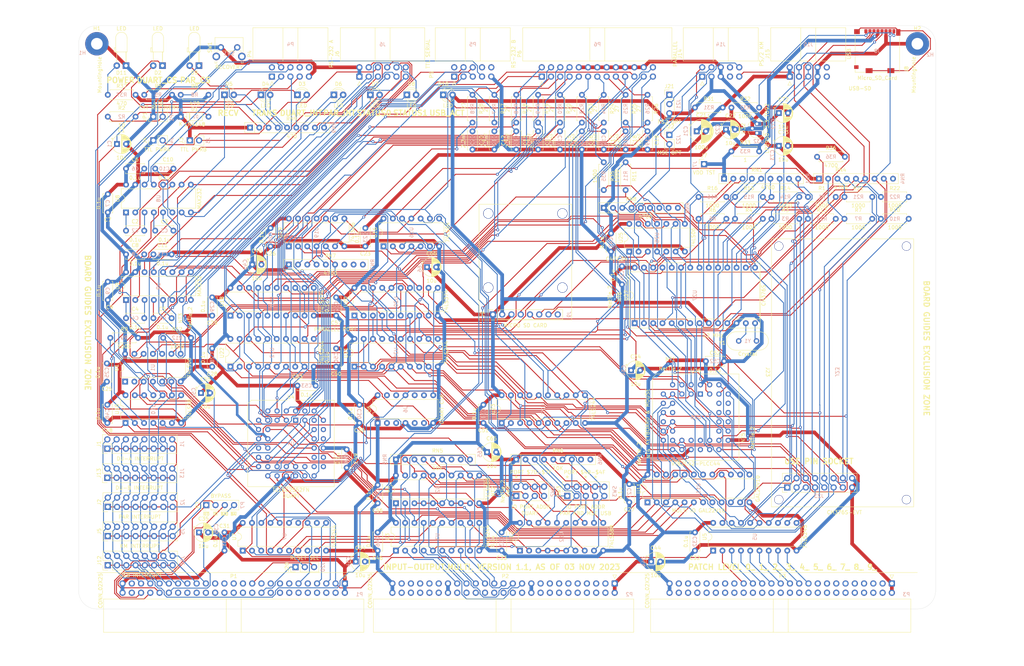
<source format=kicad_pcb>
(kicad_pcb (version 20211014) (generator pcbnew)
  (layers (0 "F.Cu" signal) (31 "B.Cu" signal) (34 "B.Paste" user) (35 "F.Paste" user) (36 "B.SilkS" user "B.Silkscreen") (37 "F.SilkS" user "F.Silkscreen") (38 "B.Mask" user) (39 "F.Mask" user) (44 "Edge.Cuts" user))
  (net 0 "")
  (net 1 "GND")
  (net 2 "VCC")
  (net 3 "Net-(D3-Pad1)")
  (net 4 "Net-(D4-Pad1)")
  (net 5 "Net-(C2-Pad2)")
  (net 6 "Net-(C2-Pad1)")
  (net 7 "Net-(C3-Pad1)")
  (net 8 "Net-(C4-Pad2)")
  (net 9 "Net-(D2-Pad1)")
  (net 10 "Net-(D6-Pad1)")
  (net 11 "Net-(R18-Pad2)")
  (net 12 "Net-(R19-Pad2)")
  (net 13 "Net-(R20-Pad2)")
  (net 14 "Net-(R23-Pad2)")
  (net 15 "Net-(R24-Pad2)")
  (net 16 "Net-(R25-Pad2)")
  (net 17 "Net-(R28-Pad2)")
  (net 18 "Net-(C3-Pad2)")
  (net 19 "Net-(C4-Pad1)")
  (net 20 "Net-(C5-Pad2)")
  (net 21 "Net-(C5-Pad1)")
  (net 22 "Net-(D5-Pad1)")
  (net 23 "Net-(D10-Pad1)")
  (net 24 "Net-(D11-Pad2)")
  (net 25 "Net-(J3-Pad2)")
  (net 26 "Net-(J4-Pad2)")
  (net 27 "Net-(J8-Pad1)")
  (net 29 "Net-(R17-Pad2)")
  (net 30 "Net-(R26-Pad2)")
  (net 31 "Net-(R35-Pad2)")
  (net 32 "Net-(J14-Pad4)")
  (net 33 "Net-(J14-Pad10)")
  (net 34 "Net-(R1-Pad1)")
  (net 35 "Net-(R3-Pad1)")
  (net 36 "Net-(R4-Pad1)")
  (net 37 "Net-(R6-Pad1)")
  (net 38 "Net-(R7-Pad1)")
  (net 39 "Net-(R10-Pad1)")
  (net 40 "Net-(R13-Pad1)")
  (net 41 "Net-(R14-Pad1)")
  (net 42 "Net-(R15-Pad1)")
  (net 43 "Net-(R16-Pad1)")
  (net 44 "Net-(U16-Pad6)")
  (net 45 "Net-(U16-Pad12)")
  (net 46 "Net-(U16-Pad5)")
  (net 47 "Net-(U16-Pad10)")
  (net 48 "Net-(U16-Pad2)")
  (net 49 "Net-(U16-Pad8)")
  (net 50 "Net-(U19-Pad5)")
  (net 51 "Net-(U19-Pad3)")
  (net 52 "Net-(U19-Pad9)")
  (net 53 "Net-(U25-Pad5)")
  (net 54 "Net-(U25-Pad3)")
  (net 55 "Net-(U25-Pad9)")
  (net 56 "Net-(U25-Pad1)")
  (net 57 "Net-(U27-Pad14)")
  (net 58 "Net-(U27-Pad13)")
  (net 59 "/parallel/PD0")
  (net 60 "/parallel/PD1")
  (net 61 "/parallel/PD2")
  (net 62 "/parallel/PD3")
  (net 63 "/parallel/PD4")
  (net 64 "/parallel/PD5")
  (net 65 "/parallel/PD6")
  (net 66 "/parallel/PD7")
  (net 67 "/parallel/~{STROBE}")
  (net 68 "/USB-SD/VBUS")
  (net 69 "/USB-SD/VDD3")
  (net 70 "/USB-SD/VDD2")
  (net 71 "VDD1")
  (net 72 "/parallel/STATUS0")
  (net 73 "/parallel/STATUS1")
  (net 74 "/DUART/~{TTL_CTSB}")
  (net 75 "/DUART/TTL_TXB")
  (net 76 "/DUART/TTL_RXB")
  (net 77 "/DUART/~{TTL_RTSB}")
  (net 78 "/DUART/~{TTL_CTSA}")
  (net 79 "/DUART/TTL_TXA")
  (net 80 "/DUART/TTL_RXA")
  (net 81 "/DUART/~{TTL_RTSA}")
  (net 82 "/USB-SD/UD+")
  (net 83 "/USB-SD/UD-")
  (net 84 "/USB-SD/SDCK")
  (net 85 "/USB-SD/SDCS")
  (net 86 "-12V")
  (net 87 "~{EIRQ0}")
  (net 88 "~{EIRQ1}")
  (net 89 "~{EIRQ2}")
  (net 90 "~{EIRQ3}")
  (net 91 "~{EIRQ4}")
  (net 92 "~{EIRQ5}")
  (net 93 "~{EIRQ6}")
  (net 94 "~{EIRQ7}")
  (net 95 "/bus/CRUCLK")
  (net 96 "/bus/~{INT0}")
  (net 97 "~{M1}")
  (net 98 "~{IORQ}")
  (net 99 "~{WR}")
  (net 100 "~{RD}")
  (net 101 "A0")
  (net 102 "A1")
  (net 103 "A2")
  (net 104 "A3")
  (net 105 "A4")
  (net 106 "A5")
  (net 107 "A6")
  (net 108 "A7")
  (net 109 "+12V")
  (net 110 "D0")
  (net 111 "D1")
  (net 112 "D2")
  (net 113 "D3")
  (net 114 "D4")
  (net 115 "D5")
  (net 116 "D6")
  (net 117 "D7")
  (net 118 "/DUART/~{CTSA}")
  (net 119 "/DUART/~{RTSA}")
  (net 120 "/DUART/~{DTRA}")
  (net 121 "/DUART/TXA")
  (net 122 "/DUART/RXA")
  (net 123 "/DUART/~{CTSB}")
  (net 124 "/DUART/~{RTSB}")
  (net 125 "/DUART/~{DTRB}")
  (net 126 "/DUART/TXB")
  (net 127 "/DUART/RXB")
  (net 128 "/parallel/~{SEL}")
  (net 129 "/parallel/P-RESET")
  (net 130 "/parallel/ERROR")
  (net 131 "/parallel/~{LINEFEED}")
  (net 132 "/parallel/SELECT")
  (net 133 "/parallel/PAPEROUT")
  (net 134 "/parallel/~{BUSY}")
  (net 135 "bRESET")
  (net 136 "/DUART/GND_UART")
  (net 137 "/DUART/INTB")
  (net 138 "/DUART/INTA")
  (net 139 "ONE")
  (net 140 "ZERO")
  (net 141 "/USB-SD/RST")
  (net 142 "bD6")
  (net 143 "bD5")
  (net 144 "bD4")
  (net 145 "bD3")
  (net 146 "bD2")
  (net 147 "bD1")
  (net 148 "bD0")
  (net 149 "~{CS_US}")
  (net 150 "~{bWR}")
  (net 151 "~{bRD}")
  (net 152 "bA0")
  (net 153 "bD7")
  (net 154 "/USB-SD/~{INT-USB}")
  (net 155 "/parallel/BUSY")
  (net 156 "/kbdmse/PROG")
  (net 157 "/kbdmse/KBDDAT")
  (net 158 "/kbdmse/MSEDAT")
  (net 159 "/kbdmse/KBDCLK")
  (net 160 "/kbdmse/MSECLK")
  (net 161 "/DUART/~{INTA}")
  (net 162 "/DUART/~{INTB}")
  (net 163 "~{bRESET}")
  (net 164 "~{CS_DUART}")
  (net 165 "~{bM1}")
  (net 166 "bA7")
  (net 167 "bA6")
  (net 168 "bA5")
  (net 169 "bA4")
  (net 170 "~{bIORQ}")
  (net 171 "bA1")
  (net 172 "bA2")
  (net 173 "bA3")
  (net 174 "~{CS_PAR}")
  (net 175 "~{CS_KM}")
  (net 176 "/parallel/~{PDENBL}")
  (net 177 "/parallel/~{INT_PAR}")
  (net 178 "/kbdmse/~{INT_KM}")
  (net 179 "CLK_DUART")
  (net 180 "~{BUS_EN}")
  (net 181 "P24-OB")
  (net 182 "INT_KM")
  (net 183 "P25-BF")
  (net 184 "Net-(RN5-Pad5)")
  (net 185 "Net-(RN5-Pad4)")
  (net 186 "Net-(RN5-Pad3)")
  (net 187 "Net-(RN5-Pad2)")
  (net 188 "Net-(RN6-Pad6)")
  (net 189 "Net-(RN6-Pad5)")
  (net 190 "Net-(RN6-Pad4)")
  (net 191 "Net-(J12-Pad1)")
  (net 192 "~{RES_IN}")
  (net 193 "Net-(C6-Pad2)")
  (net 194 "Net-(C8-Pad2)")
  (net 195 "Net-(C10-Pad1)")
  (net 196 "Net-(C11-Pad1)")
  (net 197 "Net-(D7-Pad1)")
  (net 198 "Net-(D8-Pad1)")
  (net 199 "Net-(D9-Pad1)")
  (net 200 "Net-(J20-Pad2)")
  (net 201 "ACK")
  (net 202 "INT_PAR")
  (net 203 "~{PARIN0}")
  (net 204 "~{PARIN1}")
  (net 205 "~{PARIN2}")
  (net 206 "PARINT")
  (net 207 "~{PAROUT0}")
  (net 208 "~{PAROUT2}")
  (net 209 "~{IEO}")
  (net 210 "~{IEI}")
  (net 211 "~{BAO}")
  (net 212 "~{BAI}")
  (net 213 "470A")
  (net 214 "470E")
  (net 215 "470D")
  (net 216 "470C")
  (net 217 "470F")
  (net 218 "470G")
  (net 219 "470H")
  (net 220 "470B")
  (net 221 "Net-(RN5-Pad6)")
  (net 222 "Net-(RN6-Pad7)")
  (net 223 "/DUART/~{TTL_RIA}")
  (net 224 "/USB-SD/SDDI")
  (net 225 "/USB-SD/SDDO")
  (net 230 "Net-(JP1-Pad2)")
  (net 231 "/bus/E")
  (net 232 "/bus/ST")
  (net 233 "/bus/PHI")
  (net 234 "/bus/~{MREQ}")
  (net 235 "/bus/~{INT2}")
  (net 236 "/bus/~{INT1}")
  (net 237 "/bus/~{BUSACK}")
  (net 238 "Net-(RN6-Pad2)")
  (net 239 "/bus/CLK")
  (net 240 "/bus/CRUOUT")
  (net 241 "/bus/CRUIN")
  (net 242 "/bus/~{NMI}")
  (net 243 "~{RES_OUT}")
  (net 244 "/bus/USER8")
  (net 245 "/bus/~{BUSRQ}")
  (net 246 "/bus/USER7")
  (net 247 "/bus/~{WAIT}")
  (net 248 "/bus/USER6")
  (net 249 "/bus/~{HALT}")
  (net 250 "/bus/USER5")
  (net 251 "/bus/~{RFSH}")
  (net 252 "/bus/USER4")
  (net 253 "/bus/USER3")
  (net 254 "/bus/USER2")
  (net 255 "/bus/USER1")
  (net 256 "/bus/USER0")
  (net 257 "/bus/I2C_SCL")
  (net 258 "/bus/I2C_SDA")
  (net 259 "/bus/A15")
  (net 260 "/bus/A31")
  (net 261 "/bus/A14")
  (net 262 "/bus/A30")
  (net 263 "/bus/A13")
  (net 264 "/bus/A29")
  (net 265 "/bus/A12")
  (net 266 "/bus/A28")
  (net 267 "/bus/A11")
  (net 268 "/bus/A27")
  (net 269 "/bus/A10")
  (net 270 "/bus/A26")
  (net 271 "/bus/A9")
  (net 272 "/bus/A25")
  (net 273 "/bus/A8")
  (net 274 "/bus/A24")
  (net 275 "/bus/A23")
  (net 276 "/bus/A22")
  (net 277 "/bus/A21")
  (net 278 "/bus/A20")
  (net 279 "/bus/A19")
  (net 280 "/bus/A18")
  (net 281 "/bus/A17")
  (net 282 "/bus/A16")
  (net 283 "/bus/IC3")
  (net 284 "/bus/~{TEND1}")
  (net 285 "/bus/IC2")
  (net 286 "/bus/~{DREQ1}")
  (net 287 "/bus/IC1")
  (net 288 "/bus/~{TEND0}")
  (net 289 "/bus/IC0")
  (net 290 "/bus/~{DREQ0}")
  (net 291 "/bus/AUXCLK1")
  (net 292 "/bus/AUXCLK0")
  (net 293 "/bus/D15")
  (net 294 "/bus/D31")
  (net 295 "/bus/D14")
  (net 296 "/bus/D30")
  (net 297 "/bus/D13")
  (net 298 "/bus/D29")
  (net 299 "/bus/D12")
  (net 300 "/bus/D28")
  (net 301 "/bus/D11")
  (net 302 "/bus/D27")
  (net 303 "/bus/D10")
  (net 304 "/bus/D26")
  (net 305 "/bus/D9")
  (net 306 "/bus/D25")
  (net 307 "/bus/D8")
  (net 308 "/bus/D24")
  (net 309 "/bus/D23")
  (net 310 "/bus/D22")
  (net 311 "/bus/D21")
  (net 312 "/bus/D20")
  (net 313 "/bus/D19")
  (net 314 "/bus/D18")
  (net 315 "/bus/D17")
  (net 316 "/bus/D16")
  (net 317 "/bus/~{BUSERR}")
  (net 318 "/bus/UDS")
  (net 319 "/bus/~{VPA}")
  (net 320 "/bus/LDS")
  (net 321 "/bus/~{VMA}")
  (net 322 "/bus/S2")
  (net 323 "/bus/~{BHE}")
  (net 324 "/bus/S1")
  (net 325 "/bus/IPL2")
  (net 326 "/bus/S0")
  (net 327 "/bus/IPL1")
  (net 328 "/bus/AUXCLK3")
  (net 329 "/bus/IPL0")
  (net 330 "/bus/AUXCLK2")
  (net 339 "Net-(R21-Pad1)")
  (net 340 "Net-(R22-Pad1)")
  (net 380 "VSS")
  (net 381 "/kbdmse/P20")
  (net 382 "/kbdmse/P21")
  (net 383 "VDD")
  (net 384 "/kbdmse/P12")
  (net 385 "/kbdmse/P13")
  (net 386 "/kbdmse/P14")
  (net 387 "/kbdmse/P15")
  (net 388 "/kbdmse/P16")
  (net 389 "/kbdmse/P17")
  (net 396 "unconnected-(J8-Pad11)")
  (net 397 "Net-(RN6-Pad3)")
  (footprint "Capacitor_THT:CP_Radial_D5.0mm_P2.50mm" (layer "F.Cu") (at 45.5 102.5)
    (fp_text reference "C1")
    (fp_text value "10u")
  )
  (footprint "Capacitor_THT:CP_Radial_D6.3mm_P2.50mm" (layer "F.Cu") (at 204.5 99)
    (fp_text reference "C21")
    (fp_text value "100u")
  )
  (footprint "Capacitor_THT:CP_Radial_D5.0mm_P2.50mm" (layer "F.Cu") (at 212.5 98.5)
    (fp_text reference "C22")
    (fp_text value "10u")
  )
  (footprint "Capacitor_THT:C_Disc_D5.0mm_W2.5mm_P5.00mm" (layer "F.Cu") (at 113.625 125.55 -90)
    (fp_text reference "C23")
    (fp_text value "0.1u")
  )
  (footprint "Capacitor_THT:C_Disc_D5.0mm_W2.5mm_P5.00mm" (layer "F.Cu") (at 184 136 -90)
    (fp_text reference "C24")
    (fp_text value "0.1u")
  )
  (footprint "Capacitor_THT:C_Disc_D5.0mm_W2.5mm_P5.00mm" (layer "F.Cu") (at 42.75 162.65 -90)
    (fp_text reference "C25")
    (fp_text value "0.1u")
  )
  (footprint "Capacitor_THT:C_Disc_D5.0mm_W2.5mm_P5.00mm" (layer "F.Cu") (at 87.625 125.55 -90)
    (fp_text reference "C26")
    (fp_text value "0.1u")
  )
  (footprint "Capacitor_THT:C_Disc_D5.0mm_W2.5mm_P5.00mm" (layer "F.Cu") (at 186 195.75 -90)
    (fp_text reference "C27")
    (fp_text value "0.1u")
  )
  (footprint "Capacitor_THT:C_Disc_D5.0mm_W2.5mm_P5.00mm" (layer "F.Cu") (at 71.625 158.55 -90)
    (fp_text reference "C28")
    (fp_text value "0.1u")
  )
  (footprint "Capacitor_THT:C_Disc_D5.0mm_W2.5mm_P5.00mm" (layer "F.Cu") (at 71.625 144.55 -90)
    (fp_text reference "C29")
    (fp_text value "0.1u")
  )
  (footprint "Capacitor_THT:C_Disc_D5.0mm_W2.5mm_P5.00mm" (layer "F.Cu") (at 112 174 -90)
    (fp_text reference "C30")
    (fp_text value "0.1u")
  )
  (footprint "Capacitor_THT:C_Disc_D5.0mm_W2.5mm_P5.00mm" (layer "F.Cu") (at 204 209 -90)
    (fp_text reference "C32")
    (fp_text value "0.1u")
  )
  (footprint "Capacitor_THT:C_Disc_D5.0mm_W2.5mm_P5.00mm" (layer "F.Cu") (at 151 209 -90)
    (fp_text reference "C33")
    (fp_text value "0.1u")
  )
  (footprint "Capacitor_THT:CP_Radial_D5.0mm_P2.50mm" (layer "F.Cu") (at 186.5 164.55)
    (fp_text reference "C34")
    (fp_text value "10u")
  )
  (footprint "Capacitor_THT:CP_Radial_D5.0mm_P2.50mm" (layer "F.Cu") (at 68 209)
    (fp_text reference "C35")
    (fp_text value "10u")
  )
  (footprint "Capacitor_THT:CP_Radial_D5.0mm_P2.50mm" (layer "F.Cu") (at 82.625 135.55)
    (fp_text reference "C45")
    (fp_text value "10u")
  )
  (footprint "Capacitor_THT:C_Disc_D5.0mm_W2.5mm_P5.00mm" (layer "F.Cu") (at 117 209 -90)
    (fp_text reference "C46")
    (fp_text value "0.1u")
  )
  (footprint "Capacitor_THT:C_Disc_D5.0mm_W2.5mm_P5.00mm" (layer "F.Cu") (at 181 127 -90)
    (fp_text reference "C47")
    (fp_text value "0.1u")
  )
  (footprint "Capacitor_THT:C_Disc_D5.0mm_W2.5mm_P5.00mm" (layer "F.Cu") (at 42.875 174 -90)
    (fp_text reference "C48")
    (fp_text value "0.1u")
  )
  (footprint "Capacitor_THT:C_Disc_D5.0mm_W2.5mm_P5.00mm" (layer "F.Cu") (at 108.5 186.25 -90)
    (fp_text reference "C49")
    (fp_text value "0.1u")
  )
  (footprint "Capacitor_THT:C_Disc_D5.0mm_W2.5mm_P5.00mm" (layer "F.Cu") (at 95 168.75)
    (fp_text reference "C53")
    (fp_text value "0.1u")
  )
  (footprint "Capacitor_THT:CP_Radial_D5.0mm_P2.50mm" (layer "F.Cu") (at 111 217)
    (fp_text reference "C54")
    (fp_text value "10u")
  )
  (footprint "Capacitor_THT:CP_Radial_D5.0mm_P2.50mm" (layer "F.Cu") (at 68.5449 170.75)
    (fp_text reference "C55")
    (fp_text value "10u")
  )
  (footprint "Capacitor_THT:C_Disc_D5.0mm_W2.5mm_P5.00mm" (layer "F.Cu") (at 117 196 -90)
    (fp_text reference "C56")
    (fp_text value "0.1u")
  )
  (footprint "Capacitor_THT:C_Disc_D5.0mm_W2.5mm_P5.00mm" (layer "F.Cu") (at 105.625 144.55 -90)
    (fp_text reference "C57")
    (fp_text value "0.1u")
  )
  (footprint "Capacitor_THT:CP_Radial_D5.0mm_P2.50mm" (layer "F.Cu") (at 147 187)
    (fp_text reference "C65")
    (fp_text value "10u")
  )
  (footprint "Capacitor_THT:CP_Radial_D5.0mm_P2.50mm" (layer "F.Cu") (at 130.5449 136.25)
    (fp_text reference "C66")
    (fp_text value "10u")
  )
  (footprint "Capacitor_THT:CP_Radial_D5.0mm_P2.50mm" (layer "F.Cu") (at 227 94)
    (fp_text reference "C72")
    (fp_text value "10u")
  )
  (footprint "Capacitor_THT:CP_Radial_D5.0mm_P2.50mm" (layer "F.Cu") (at 227 103)
    (fp_text reference "C73")
    (fp_text value "10u")
  )
  (footprint "Diode_THT:D_DO-35_SOD27_P7.62mm_Horizontal" (layer "F.Cu") (at 63 95)
    (fp_text reference "D1")
    (fp_text value "1N4148")
  )
  (footprint "LED_THT:LED_D3.0mm" (layer "F.Cu") (at 135 89)
    (fp_text reference "D10")
    (fp_text value "LED")
  )
  (footprint "MountingHole:MountingHole_3.2mm_M3_Pad" (layer "F.Cu") (at 265 75)
    (fp_text reference "H2")
    (fp_text value "MountingHole")
  )
  (footprint "Connector_PinHeader_2.54mm:PinHeader_1x02_P2.54mm_Vertical" (layer "F.Cu") (at 65.5 101.5 90)
    (fp_text reference "J3")
    (fp_text value "TTL PWRB")
  )
  (footprint "Connector_IDC:IDC-Header_2x06_P2.54mm_Horizontal" (layer "F.Cu") (at 112 84 90)
    (fp_text reference "J6")
    (fp_text value "TTL SERIAL")
  )
  (footprint "Connector_PinHeader_2.54mm:PinHeader_1x02_P2.54mm_Vertical" (layer "F.Cu") (at 55.5 95 90)
    (fp_text reference "JP1")
    (fp_text value "EXT RECOVERY")
  )
  (footprint "Connector_IDC:IDC-Header_2x05_P2.54mm_Horizontal" (layer "F.Cu") (at 88 84 90)
    (fp_text reference "P4")
    (fp_text value "RS-232 A")
  )
  (footprint "Connector_IDC:IDC-Header_2x05_P2.54mm_Horizontal" (layer "F.Cu") (at 138 84 90)
    (fp_text reference "P5")
    (fp_text value "RS-232 B")
  )
  (footprint "Resistor_THT:R_Axial_DIN0207_L6.3mm_D2.5mm_P7.62mm_Horizontal" (layer "F.Cu") (at 43 95)
    (fp_text reference "R2")
    (fp_text value "10")
  )
  (footprint "Resistor_THT:R_Axial_DIN0207_L6.3mm_D2.5mm_P7.62mm_Horizontal" (layer "F.Cu") (at 53 89)
    (fp_text reference "R5")
    (fp_text value "470")
  )
  (footprint "Resistor_THT:R_Axial_DIN0207_L6.3mm_D2.5mm_P7.62mm_Horizontal" (layer "F.Cu") (at 63 89)
    (fp_text reference "R8")
    (fp_text value "470")
  )
  (footprint "Resistor_THT:R_Axial_DIN0207_L6.3mm_D2.5mm_P7.62mm_Horizontal" (layer "F.Cu") (at 43.69 155.65)
    (fp_text reference "R9")
    (fp_text value "1000")
  )
  (footprint "Resistor_THT:R_Axial_DIN0207_L6.3mm_D2.5mm_P7.62mm_Horizontal" (layer "F.Cu") (at 58.19 155.65)
    (fp_text reference "R12")
    (fp_text value "1000")
  )
  (footprint "Resistor_THT:R_Axial_DIN0207_L6.3mm_D2.5mm_P7.62mm_Horizontal" (layer "F.Cu") (at 191 89 -90)
    (fp_text reference "R26")
    (fp_text value "27")
  )
  (footprint "Resistor_THT:R_Axial_DIN0207_L6.3mm_D2.5mm_P7.62mm_Horizontal" (layer "F.Cu") (at 204 92.5)
    (fp_text reference "R31")
    (fp_text value "1")
  )
  (footprint "Resistor_THT:R_Axial_DIN0207_L6.3mm_D2.5mm_P7.62mm_Horizontal" (layer "F.Cu") (at 214 92.5)
    (fp_text reference "R32")
    (fp_text value "100K")
  )
  (footprint "Resistor_THT:R_Axial_DIN0207_L6.3mm_D2.5mm_P7.62mm_Horizontal" (layer "F.Cu") (at 214 104.5)
    (fp_text reference "R33")
    (fp_text value "1")
  )
  (footprint "Resistor_THT:R_Axial_DIN0207_L6.3mm_D2.5mm_P7.62mm_Horizontal" (layer "F.Cu") (at 179 107.5 -90)
    (fp_text reference "R35")
    (fp_text value "1000")
  )
  (footprint "Resistor_THT:R_Axial_DIN0207_L6.3mm_D2.5mm_P7.62mm_Horizontal" (layer "F.Cu") (at 237.5 106)
    (fp_text reference "R36")
    (fp_text value "4700")
  )
  (footprint "Resistor_THT:R_Array_SIP9" (layer "F.Cu") (at 212 112)
    (fp_text reference "RN1")
    (fp_text value "4700")
  )
  (footprint "Resistor_THT:R_Array_SIP9" (layer "F.Cu") (at 238 112)
    (fp_text reference "RN4")
    (fp_text value "4700")
  )
  (footprint "Resistor_THT:R_Array_SIP9" (layer "F.Cu") (at 179 120)
    (fp_text reference "RN8")
    (fp_text value "4700")
  )
  (footprint "Connector_PinHeader_2.54mm:PinHeader_2x04_P2.54mm_Vertical" (layer "F.Cu") (at 155 199 90)
    (fp_text reference "SW2")
    (fp_text value "IO PORT ADDR")
  )
  (footprint "Package_DIP:DIP-20_W7.62mm" (layer "F.Cu") (at 122 201 90)
    (fp_text reference "U2")
    (fp_text value "74LS688")
  )
  (footprint "Package_DIP:DIP-20_W7.62mm" (layer "F.Cu") (at 122 214 90)
    (fp_text reference "U3")
    (fp_text value "74LS244")
  )
  (footprint "Package_LCC:PLCC-44_THT-Socket" (layer "F.Cu") (at 94.5 178.25)
    (fp_text reference "U4")
    (fp_text value "TL16C2552FN")
  )
  (footprint "Package_DIP:DIP-20_W7.62mm" (layer "F.Cu") (at 209 214 90)
    (fp_text reference "U5")
    (fp_text value "74LS245")
  )
  (footprint "Package_DIP:DIP-14_W7.62mm" (layer "F.Cu") (at 117 179 90)
    (fp_text reference "U6")
    (fp_text value "DUART CLK")
  )
  (footprint "Package_DIP:DIP-20_W7.62mm" (layer "F.Cu") (at 80 214 90)
    (fp_text reference "U7")
    (fp_text value "74LS244")
  )
  (footprint "Package_DIP:DIP-14_W7.62mm" (layer "F.Cu") (at 47.875 179 90)
    (fp_text reference "U10")
    (fp_text value "74LS08")
  )
  (footprint "Package_DIP:DIP-14_W7.62mm" (layer "F.Cu") (at 118.625 130.55 90)
    (fp_text reference "U16")
    (fp_text value "74LS04")
  )
  (footprint "Package_DIP:DIP-14_W7.62mm" (layer "F.Cu") (at 92.625 130.55 90)
    (fp_text reference "U19")
    (fp_text value "74LS06")
  )
  (footprint "Package_DIP:DIP-20_W7.62mm" (layer "F.Cu") (at 110.625 163.55 90)
    (fp_text reference "U21")
    (fp_text value "74LS244")
  )
  (footprint "Package_DIP:DIP-14_W7.62mm" (layer "F.Cu") (at 186 132 90)
    (fp_text reference "U25")
    (fp_text value "74LS06")
  )
  (footprint "Package_LCC:PLCC-44_THT-Socket" (layer "F.Cu") (at 205.5 171.05)
    (fp_text reference "U26")
    (fp_text value "VT82C42-PLCC44")
  )
  (footprint "Package_DIP:DIP-28_W15.24mm_Socket" (layer "F.Cu") (at 187.475 151.625 90)
    (fp_text reference "U27")
    (fp_text value "CH376S")
  )
  (footprint "Package_TO_SOT_THT:TO-92_HandSolder" (layer "F.Cu") (at 221 99.5 90)
    (fp_text reference "U32")
    (fp_text value "LP2950-3.3_TO92")
  )
  (footprint "Connector_PinHeader_2.54mm:PinHeader_2x08_P2.54mm_Vertical" (layer "F.Cu") (at 42.875 186.025 90)
    (fp_text reference "J1")
    (fp_text value "DU-A INTERRUPT")
  )
  (footprint "Connector_PinHeader_2.54mm:PinHeader_2x08_P2.54mm_Vertical" (layer "F.Cu") (at 43 210 90)
    (fp_text reference "J5")
    (fp_text value "KM INTERRUPT")
  )
  (footprint "Connector_PinHeader_2.54mm:PinHeader_2x08_P2.54mm_Vertical" (layer "F.Cu") (at 43 218 90)
    (fp_text reference "J12")
    (fp_text value "USB INTERRUPT")
  )
  (footprint "Package_DIP:DIP-14_W7.62mm" (layer "F.Cu") (at 47.75 167.65 90)
    (fp_text reference "U1")
    (fp_text value "74LS06")
  )
  (footprint "Resistor_THT:R_Axial_DIN0207_L6.3mm_D2.5mm_P7.62mm_Horizontal" (layer "F.Cu") (at 167 89 -90)
    (fp_text reference "R20")
    (fp_text value "27")
  )
  (footprint "Capacitor_THT:C_Disc_D5.0mm_W2.5mm_P5.00mm" (layer "F.Cu") (at 185 99 -90)
    (fp_text reference "C18")
    (fp_text value "2.2nF")
  )
  (footprint "Connector_IDC:IDC-Header_2x05_P2.54mm_Horizontal" (layer "F.Cu") (at 206 84 90)
    (fp_text reference "J14")
    (fp_text value "PS/2 KM")
  )
  (footprint "Connector_IDC:IDC-Header_2x05_P2.54mm_Horizontal" (layer "F.Cu") (at 230 84 90)
    (fp_text reference "J15")
    (fp_text value "USB")
  )
  (footprint "Connector_PinHeader_2.54mm:PinHeader_2x08_P2.54mm_Vertical" (layer "F.Cu") (at 43 202 90)
    (fp_text reference "J2")
    (fp_text value "PAR INTERRUPT")
  )
  (footprint "Capacitor_THT:C_Disc_D5.0mm_W2.5mm_P5.00mm" (layer "F.Cu") (at 149 99 -90)
    (fp_text reference "C12")
    (fp_text value "2.2nF")
  )
  (footprint "Capacitor_THT:C_Disc_D5.0mm_W2.5mm_P5.00mm" (layer "F.Cu") (at 155 99 -90)
    (fp_text reference "C13")
    (fp_text value "2.2nF")
  )
  (footprint "Capacitor_THT:C_Disc_D5.0mm_W2.5mm_P5.00mm" (layer "F.Cu") (at 161 99 -90)
    (fp_text reference "C14")
    (fp_text value "2.2nF")
  )
  (footprint "Capacitor_THT:C_Disc_D5.0mm_W2.5mm_P5.00mm" (layer "F.Cu") (at 167 99 -90)
    (fp_text reference "C15")
    (fp_text value "2.2nF")
  )
  (footprint "Capacitor_THT:C_Disc_D5.0mm_W2.5mm_P5.00mm" (layer "F.Cu") (at 173 99 -90)
    (fp_text reference "C16")
    (fp_text value "2.2nF")
  )
  (footprint "Capacitor_THT:C_Disc_D5.0mm_W2.5mm_P5.00mm" (layer "F.Cu") (at 179 99 -90)
    (fp_text reference "C17")
    (fp_text value "2.2nF")
  )
  (footprint "Capacitor_THT:C_Disc_D5.0mm_W2.5mm_P5.00mm" (layer "F.Cu") (at 191 99 -90)
    (fp_text reference "C19")
    (fp_text value "2.2nF")
  )
  (footprint "Capacitor_THT:C_Disc_D5.0mm_W2.5mm_P5.00mm" (layer "F.Cu") (at 143 99 -90)
    (fp_text reference "C20")
    (fp_text value "2.2nF")
  )
  (footprint "Capacitor_THT:C_Disc_D5.0mm_W2.5mm_P5.00mm" (layer "F.Cu") (at 43 140.25 -90)
    (fp_text reference "C9")
    (fp_text value "0.1u")
  )
  (footprint "Connector_IDC:IDC-Header_2x13_P2.54mm_Horizontal" (layer "F.Cu") (at 162 84 90)
    (fp_text reference "P6")
    (fp_text value "PARALLEL")
  )
  (footprint "Resistor_THT:R_Axial_DIN0207_L6.3mm_D2.5mm_P7.62mm_Horizontal" (layer "F.Cu") (at 149 89 -90)
    (fp_text reference "R17")
    (fp_text value "27")
  )
  (footprint "Resistor_THT:R_Axial_DIN0207_L6.3mm_D2.5mm_P7.62mm_Horizontal" (layer "F.Cu") (at 155 89 -90)
    (fp_text reference "R18")
    (fp_text value "27")
  )
  (footprint "Resistor_THT:R_Axial_DIN0207_L6.3mm_D2.5mm_P7.62mm_Horizontal" (layer "F.Cu") (at 161 89 -90)
    (fp_text reference "R19")
    (fp_text value "27")
  )
  (footprint "Resistor_THT:R_Axial_DIN0207_L6.3mm_D2.5mm_P7.62mm_Horizontal" (layer "F.Cu") (at 173 89 -90)
    (fp_text reference "R23")
    (fp_text value "27")
  )
  (footprint "Resistor_THT:R_Axial_DIN0207_L6.3mm_D2.5mm_P7.62mm_Horizontal" (layer "F.Cu") (at 179 89 -90)
    (fp_text reference "R24")
    (fp_text value "27")
  )
  (footprint "Resistor_THT:R_Axial_DIN0207_L6.3mm_D2.5mm_P7.62mm_Horizontal" (layer "F.Cu") (at 185 89 -90)
    (fp_text reference "R25")
    (fp_text value "27")
  )
  (footprint "Resistor_THT:R_Axial_DIN0207_L6.3mm_D2.5mm_P7.62mm_Horizontal" (layer "F.Cu") (at 143 89 -90)
    (fp_text reference "R28")
    (fp_text value "27")
  )
  (footprint "Resistor_THT:R_Array_SIP9" (layer "F.Cu") (at 92.625 135.55)
    (fp_text reference "RN7")
    (fp_text value "4700")
  )
  (footprint "Package_DIP:DIP-20_W7.62mm" (layer "F.Cu") (at 156 214 90)
    (fp_text reference "U12")
    (fp_text value "74LS688")
  )
  (footprint "Package_DIP:DIP-20_W7.62mm" (layer "F.Cu") (at 76.625 149.55 90)
    (fp_text reference "U18")
    (fp_text value "74LS374")
  )
  (footprint "Package_DIP:DIP-20_W7.62mm" (layer "F.Cu") (at 110.625 149.55 90)
    (fp_text reference "U20")
    (fp_text value "74LS374")
  )
  (footprint "Package_DIP:DIP-20_W7.62mm" (layer "F.Cu") (at 76.625 163.55 90)
    (fp_text reference "U22")
    (fp_text value "74LS244")
  )
  (footprint "Package_DIP:DIP-20_W7.62mm" (layer "F.Cu") (at 151 179 90)
    (fp_text reference "U23")
    (fp_text value "74LS244")
  )
  (footprint "Capacitor_THT:C_Disc_D5.0mm_W2.5mm_P5.00mm" (layer "F.Cu") (at 146 174 -90)
    (fp_text reference "C51")
    (fp_text value "0.1u")
  )
  (footprint "Capacitor_THT:C_Disc_D5.0mm_W2.5mm_P5.00mm" (layer "F.Cu") (at 75 209 -90)
    (fp_text reference "C31")
    (fp_text value "0.1u")
  )
  (footprint "Connector_PinHeader_2.54mm:PinHeader_2x08_P2.54mm_Vertical" (layer "F.Cu") (at 42.875 194.025 90)
    (fp_text reference "J13")
    (fp_text value "DU-B INTERRUPT")
  )
  (footprint "Capacitor_THT:C_Disc_D5.0mm_W2.5mm_P5.00mm" (layer "F.Cu") (at 207 162.05)
    (fp_text reference "C52")
    (fp_text value "0.1u")
  )
  (footprint "Capacitor_THT:C_Disc_D5.0mm_W2.5mm_P5.00mm" (layer "F.Cu") (at 48 126.25)
    (fp_text reference "C2")
    (fp_text value "0.1u")
  )
  (footprint "Capacitor_THT:C_Disc_D5.0mm_W2.5mm_P5.00mm" (layer "F.Cu") (at 56 126.25)
    (fp_text reference "C3")
    (fp_text value "0.1u")
  )
  (footprint "Capacitor_THT:C_Disc_D5.0mm_W2.5mm_P5.00mm" (layer "F.Cu") (at 48 150.25)
    (fp_text reference "C4")
    (fp_text value "0.1u")
  )
  (footprint "Capacitor_THT:C_Disc_D5.0mm_W2.5mm_P5.00mm" (layer "F.Cu") (at 55.5 150.25)
    (fp_text reference "C5")
    (fp_text value "0.1u")
  )
  (footprint "Capacitor_THT:C_Disc_D5.0mm_W2.5mm_P5.00mm" (layer "F.Cu") (at 48 109.25)
    (fp_text reference "C6")
    (fp_text value "0.1u")
  )
  (footprint "Capacitor_THT:C_Disc_D5.0mm_W2.5mm_P5.00mm" (layer "F.Cu") (at 48 132.75)
    (fp_text reference "C8")
    (fp_text value "0.1u")
  )
  (footprint "Capacitor_THT:C_Disc_D5.0mm_W2.5mm_P5.00mm" (layer "F.Cu") (at 56 109.25)
    (fp_text reference "C10")
    (fp_text value "0.1u")
  )
  (footprint "Capacitor_THT:C_Disc_D5.0mm_W2.5mm_P5.00mm" (layer "F.Cu") (at 55.5 132.75)
    (fp_text reference "C11")
    (fp_text value "0.1u")
  )
  (footprint "Capacitor_THT:C_Disc_D5.0mm_W2.5mm_P5.00mm" (layer "F.Cu") (at 105.625 158.55 -90)
    (fp_text reference "C50")
    (fp_text value "0.1u")
  )
  (footprint "Package_DIP:DIP-16_W7.62mm" (layer "F.Cu") (at 48 121.25 90)
    (fp_text reference "U8")
    (fp_text value "MAX232")
  )
  (footprint "Package_DIP:DIP-16_W7.62mm" (layer "F.Cu") (at 48 145.25 90)
    (fp_text reference "U9")
    (fp_text value "MAX232")
  )
  (footprint "LED_THT:LED_D3.0mm_Horizontal_O3.81mm_Z2.0mm" (layer "F.Cu") (at 58 81 180)
    (fp_text reference "D2")
    (fp_text value "LED")
  )
  (footprint "MountingHole:MountingHole_3.2mm_M3_Pad" (layer "F.Cu") (at 40 75)
    (fp_text reference "H1")
    (fp_text value "MountingHole")
  )
  (footprint "Resistor_THT:R_Axial_DIN0207_L6.3mm_D2.5mm_P7.62mm_Horizontal" (layer "F.Cu") (at 43 89)
    (fp_text reference "R37")
    (fp_text value "470")
  )
  (footprint "Button_Switch_THT:SW_Tactile_SPST_Angled_PTS645Vx58-2LFS" (layer "F.Cu") (at 74 76)
    (fp_text reference "SW1")
    (fp_text value "RECOVERY")
  )
  (footprint "LED_THT:LED_D3.0mm_Horizontal_O3.81mm_Z2.0mm" (layer "F.Cu") (at 68 81 180)
    (fp_text reference "D9")
    (fp_text value "LED")
  )
  (footprint "LED_THT:LED_D3.0mm_Horizontal_O3.81mm_Z2.0mm" (layer "F.Cu") (at 48 81 180)
    (fp_text reference "D11")
    (fp_text value "LED")
  )
  (footprint "LED_THT:LED_D3.0mm" (layer "F.Cu") (at 75 89)
    (fp_text reference "D5")
    (fp_text value "LED")
  )
  (footprint "LED_THT:LED_D3.0mm" (layer "F.Cu") (at 85 89)
    (fp_text reference "D4")
    (fp_text value "LED")
  )
  (footprint "LED_THT:LED_D3.0mm" (layer "F.Cu") (at 95 89)
    (fp_text reference "D3")
    (fp_text value "LED")
  )
  (footprint "LED_THT:LED_D3.0mm" (layer "F.Cu") (at 105 89)
    (fp_text reference "D6")
    (fp_text value "LED")
  )
  (footprint "LED_THT:LED_D3.0mm" (layer "F.Cu") (at 125 89)
    (fp_text reference "D8")
    (fp_text value "LED")
  )
  (footprint "LED_THT:LED_D3.0mm" (layer "F.Cu") (at 115 89)
    (fp_text reference "D7")
    (fp_text value "LED")
  )
  (footprint "Capacitor_THT:CP_Radial_D5.0mm_P2.50mm" (layer "F.Cu") (at 192 217)
    (fp_text reference "C44")
    (fp_text value "10u")
  )
  (footprint "Connector_IDC:IDC-Header_2x25_P2.54mm_Horizontal" (layer "F.Cu") (at 182 223 -90)
    (fp_text reference "P2")
    (fp_text value "CONN_02X25")
  )
  (footprint "Connector_IDC:IDC-Header_2x25_P2.54mm_Horizontal" (layer "F.Cu") (at 258 223 -90)
    (fp_text reference "P3")
    (fp_text value "CONN_02X25")
  )
  (footprint "Package_DIP:DIP-24_W7.62mm" (layer "F.Cu") (at 191 200.75 90)
    (fp_text reference "U11")
    (fp_text value "GAL22V10")
  )
  (footprint "Connector_IDC:IDC-Header_2x25_P2.54mm_Horizontal" (layer "F.Cu") (at 108 223 -90)
    (fp_text reference "P1")
    (fp_text value "CONN_02X25")
  )
  (footprint "Connector_PinHeader_2.54mm:PinHeader_2x05_P2.54mm_Vertical" (layer "F.Cu") (at 169 199 90)
    (fp_text reference "SW3")
    (fp_text value "IO PORT ADDR")
  )
  (footprint "Resistor_THT:R_Array_SIP9" (layer "F.Cu") (at 155 189)
    (fp_text reference "RN6")
    (fp_text value "10K")
  )
  (footprint "Resistor_THT:R_Array_SIP9" (layer "F.Cu") (at 122 189)
    (fp_text reference "RN5")
    (fp_text value "10K")
  )
  (footprint "Capacitor_THT:C_Disc_D5.0mm_W2.5mm_P5.00mm" (layer "F.Cu") (at 43 116.25 -90)
    (fp_text reference "C7")
    (fp_text value "0.1u")
  )
  (footprint "Connector_PinHeader_2.54mm:PinHeader_1x02_P2.54mm_Vertical" (layer "F.Cu") (at 55.5 101.5 90)
    (fp_text reference "J4")
    (fp_text value "TTL PWRA")
  )
  (footprint "Connector_Card:microSD_HC_Molex_104031-0811" (layer "F.Cu") (at 254 77)
    (fp_text reference "J8")
    (fp_text value "Micro_SD_Card")
  )
  (footprint "Crystal:Crystal_HC49-4H_Vertical" (layer "F.Cu") (at 216 156.5)
    (fp_text reference "Y1")
    (fp_text value "Crystal")
  )
  (footprint "Resistor_THT:R_Array_SIP9" (layer "F.Cu") (at 82 98)
    (fp_text reference "RN9")
    (fp_text value "470")
  )
  (footprint "Connector_PinHeader_2.54mm:PinHeader_1x04_P2.54mm_Vertical" (layer "F.Cu") (at 70 201.5 90)
    (fp_text reference "P7")
    (fp_text value "BYPASS")
  )
  (footprint "Connector_PinHeader_2.54mm:PinHeader_1x03_P2.54mm_Vertical" (layer "F.Cu") (at 94.475 218.5 90)
    (fp_text reference "J20")
    (fp_text value "RESET SEL")
  )
  (footprint "Connector_PinHeader_2.54mm:PinHeader_1x02_P2.54mm_Vertical" (layer "F.Cu") (at 197 100)
    (fp_text reference "J22")
    (fp_text value "MSE OPT")
  )
  (footprint "Resistor_THT:R_Axial_DIN0207_L6.3mm_D2.5mm_P7.62mm_Horizontal" (layer "F.Cu") (at 205 117)
    (fp_text reference "R16")
    (fp_text value "1000")
  )
  (footprint "Resistor_THT:R_Axial_DIN0207_L6.3mm_D2.5mm_P7.62mm_Horizontal" (layer "F.Cu") (at 185 107.5 -90)
    (fp_text reference "R11")
    (fp_text value "1000")
  )
  (footprint "Resistor_THT:R_Axial_DIN0207_L6.3mm_D2.5mm_P7.62mm_Horizontal" (layer "F.Cu") (at 205 123)
    (fp_text reference "R6")
    (fp_text value "1000")
  )
  (footprint "NetTie:NetTie-2_THT_Pad0.3mm" (layer "F.Cu") (at 150 198.35 90)
    (fp_text reference "NT2")
    (fp_text value "NetTie_2")
  )
  (footprint "Resistor_THT:R_Axial_DIN0207_L6.3mm_D2.5mm_P7.62mm_Horizontal" (layer "F.Cu") (at 235 117)
    (fp_text reference "R1")
    (fp_text value "1000")
  )
  (footprint "NetTie:NetTie-2_THT_Pad0.3mm" (layer "F.Cu") (at 218.5 183.65 90)
    (fp_text reference "NT5")
    (fp_text value "NetTie_2")
  )
  (footprint "Resistor_THT:R_Axial_DIN0207_L6.3mm_D2.5mm_P7.62mm_Horizontal" (layer "F.Cu") (at 225 123)
    (fp_text reference "R3")
    (fp_text value "1000")
  )
  (footprint "NetTie:NetTie-2_THT_Pad0.3mm" (layer "F.Cu") (at 182 143.8 -90)
    (fp_text reference "NT6")
    (fp_text value "NetTie_2")
  )
  (footprint "CH376S-EVT:CH376S-EVT" (layer "F.Cu") (at 245 165 -90)
    (fp_text reference "J23")
    (fp_text value "CH376S-EVT")
  )
  (footprint "Connector_PinHeader_2.54mm:PinHeader_1x03_P2.54mm_Vertical" (layer "F.Cu") (at 197 89)
    (fp_text reference "J21")
    (fp_text value "PS2 OPT")
  )
  (footprint "NetTie:NetTie-2_THT_Pad0.3mm" (layer "F.Cu") (at 196.65 162.8)
    (fp_text reference "NT1")
    (fp_text value "NetTie_2")
  )
  (footprint "NetTie:NetTie-2_THT_Pad0.3mm" (layer "F.Cu") (at 64.25 150.85 90)
    (fp_text reference "NT3")
    (fp_text value "NetTie_2")
  )
  (footprint "Resistor_THT:R_Axial_DIN0207_L6.3mm_D2.5mm_P7.62mm_Horizontal" (layer "F.Cu") (at 255 123)
    (fp_text reference "R10")
    (fp_text value "1000")
  )
  (footprint "Adafruit MicroSD Module:Adafruit MicroSD Module" (layer "F.Cu") (at 148.61 149.2305)
    (fp_text reference "J9")
    (fp_text value "MICRO SD CARD")
  )
  (footprint "Resistor_THT:R_Axial_DIN0207_L6.3mm_D2.5mm_P7.62mm_Horizontal" (layer "F.Cu") (at 235 123)
    (fp_text reference "R13")
    (fp_text value "1000")
  )
  (footprint "Resistor_THT:R_Axial_DIN0207_L6.3mm_D2.5mm_P7.62mm_Horizontal" (layer "F.Cu") (at 225 117)
    (fp_text reference "R14")
    (fp_text value "1000")
  )
  (footprint "Resistor_THT:R_Axial_DIN0207_L6.3mm_D2.5mm_P7.62mm_Horizontal" (layer "F.Cu") (at 245 117)
    (fp_text reference "R21")
    (fp_text value "1000")
  )
  (footprint "NetTie:NetTie-2_THT_Pad0.3mm" (layer "F.Cu") (at 190 186.8 -90)
    (fp_text reference "NT4")
    (fp_text value "NetTie_2")
  )
  (footprint "Resistor_THT:R_Axial_DIN0207_L6.3mm_D2.5mm_P7.62mm_Horizontal" (layer "F.Cu") (at 215 117)
    (fp_text reference "R15")
    (fp_text value "1000")
  )
  (footprint "Connector_PinHeader_2.54mm:PinHeader_1x01_P2.54mm_Vertical" (layer "F.Cu") (at 206.5 108)
    (fp_text reference "J7")
    (fp_text value "VDD TST")
  )
  (footprint "Resistor_THT:R_Axial_DIN0207_L6.3mm_D2.5mm_P7.62mm_Horizontal" (layer "F.Cu") (at 215 123)
    (fp_text reference "R4")
    (fp_text value "1000")
  )
  (footprint "Resistor_THT:R_Axial_DIN0207_L6.3mm_D2.5mm_P7.62mm_Horizontal" (layer "F.Cu") (at 245 123)
    (fp_text reference "R7")
    (fp_text value "1000")
  )
  (footprint "Resistor_THT:R_Axial_DIN0207_L6.3mm_D2.5mm_P7.62mm_Horizontal" (layer "F.Cu") (at 255 117)
    (fp_text reference "R22")
    (fp_text value "1000")
  )
  (gr_line (start 40 220) (end 265 220) (layer "F.SilkS") (width 0.12))
  (gr_line (start 35 75) (end 35 225) (layer "Edge.Cuts") (width 0.05))
  (gr_line (start 40 230) (end 265 230) (layer "Edge.Cuts") (width 0.05))
  (gr_line (start 270 225) (end 270 75) (layer "Edge.Cuts") (width 0.05))
  (gr_line (start 265 70) (end 40 70) (layer "Edge.Cuts") (width 0.05))
  (gr_arc (start 270 225) (mid 268.535534 228.535534) (end 265 230) (layer "Edge.Cuts") (width 0.05))
  (gr_arc (start 265 70) (mid 268.535534 71.464466) (end 270 75) (layer "Edge.Cuts") (width 0.05))
  (gr_arc (start 40 230) (mid 36.464466 228.535534) (end 35 225) (layer "Edge.Cuts") (width 0.05))
  (gr_arc (start 35 75) (mid 36.464466 71.464466) (end 40 70) (layer "Edge.Cuts") (width 0.05))
  (gr_text "BOARD GUIDES EXCLUSION ZONE" (at 267.5 158.5 270) (layer "F.SilkS") (effects (font (size 1.5 1.5) (thickness 0.3))))
  (gr_text "BOARD GUIDES EXCLUSION ZONE" (at 37.5 151.5 270) (layer "F.SilkS") (effects (font (size 1.5 1.5) (thickness 0.3))))
  (gr_text "USB_ACT" (at 136 94) (layer "F.SilkS") (effects (font (size 1.5 1.5) (thickness 0.3))))
  (gr_text "PAR_CS" (at 67 85) (layer "F.SilkS") (effects (font (size 1.5 1.5) (thickness 0.3))))
  (gr_text "POWER" (at 46.5 85) (layer "F.SilkS") (effects (font (size 1.5 1.5) (thickness 0.3))))
  (gr_text "DUART_CS" (at 56.5 85) (layer "F.SilkS") (effects (font (size 1.5 1.5) (thickness 0.3))))
  (gr_text "PAR_INT" (at 106.5 94) (layer "F.SilkS") (effects (font (size 1.5 1.5) (thickness 0.3))))
  (gr_text "RECV" (at 76 94) (layer "F.SilkS") (effects (font (size 1.5 1.5) (thickness 0.3))))
  (gr_text "DUART_INT" (at 96 94) (layer "F.SilkS") (effects (font (size 1.5 1.5) (thickness 0.3))))
  (gr_text "STATUS1" (at 126 94) (layer "F.SilkS") (effects (font (size 1.5 1.5) (thickness 0.3))))
  (gr_text "TRANS" (at 86 94) (layer "F.SilkS") (effects (font (size 1.5 1.5) (thickness 0.3))))
  (gr_text "STATUS0" (at 116 94) (layer "F.SilkS") (effects (font (size 1.5 1.5) (thickness 0.3))))
  (gr_text "~{IEI}" (at 72.5 204) (layer "F.SilkS") (effects (font (size 0.7 0.7) (thickness 0.175))))
  (gr_text "~{BAO}" (at 75 204) (layer "F.SilkS") (effects (font (size 0.7 0.7) (thickness 0.175))))
  (gr_text "~{BAI}" (at 77.5 204) (layer "F.SilkS") (effects (font (size 0.7 0.7) (thickness 0.175))))
  (gr_text "~{IEO}" (at 70 204) (layer "F.SilkS") (effects (font (size 0.7 0.7) (thickness 0.175))))
  (gr_text "DUART" (at 93.25 199) (layer "F.SilkS") (effects (font (size 1 1))))
  (gr_text "PATCH LEVEL 0_ 1_ 2_ 3_ 4_ 5_ 6_ 7_ 8_ 9_" (at 228 218.5) (layer "F.SilkS") (effects (font (size 1.5 1.5) (thickness 0.3))))
  (gr_text "DUART" (at 158.75 203.75) (layer "F.SilkS") (effects (font (size 1 1))))
  (gr_text "MULTI IO GAL22V10" (at 205 203) (layer "F.SilkS") (effects (font (size 1 1))))
  (gr_text "12 MHz" (at 209 155) (layer "F.SilkS") (effects (font (size 1 1))))
  (gr_text "*" (at 176.75 194.25) (layer "F.SilkS") (effects (font (size 1.5 1.5))))
  (gr_text "USE PIN SOCKET" (at 238 189.5) (layer "F.SilkS") (effects (font (size 1.5 1.5) (thickness 0.3))))
  (gr_text "*" (at 155 194.25) (layer "F.SilkS") (effects (font (size 1.5 1.5))))
  (gr_text "PAR KBD MSE USB" (at 174 203.75) (layer "F.SilkS") (effects (font (size 1 1))))
  (gr_text "USB-SD" (at 249.25 87.25) (layer "F.SilkS") (effects (font (size 1 1))))
  (gr_text "INPUT-OUTPUT.MULTI, VERSION 1.1, AS OF 03 NOV 2023" (at 151 218.5) (layer "F.SilkS") (effects (font (size 1.5 1.5) (thickness 0.3))))
  (gr_text "PORT $70-$7F" (at 159 192.5) (layer "F.SilkS") (effects (font (size 1 1))))
  (gr_text "*" (at 174 194.25) (layer "F.SilkS") (effects (font (size 1.5 1.5))))
  (gr_text "PORT $48-$4F" (at 173.75 192.5) (layer "F.SilkS") (effects (font (size 1 1))))
  (gr_text "PARALLEL PORT" (at 105.375 153.3) (layer "F.SilkS") (effects (font (size 1 1))))
  (gr_text "*" (at 169 194.25) (layer "F.SilkS") (effects (font (size 1.5 1.5))))
  (gr_text "KEYBOARD & MOUSE" (at 191 177.3 90) (layer "F.SilkS") (effects (font (size 1 1))))
  (segment (start 99.485 149.55) (end 105.625 149.55) (width 1) (layer "F.Cu") (net 1))
  (segment (start 115.1254 129.0496) (end 113.625 130.55) (width 1) (layer "F.Cu") (net 1))
  (segment (start 87.625 130.55) (end 85.0007 133.1743) (width 1) (layer "F.Cu") (net 1))
  (segment (start 65.3936 149.55) (end 65.2936 149.65) (width 1) (layer "F.Cu") (net 1))
  (segment (start 64.294 154.134) (end 65.81 155.65) (width 1) (layer "F.Cu") (net 1))
  (segment (start 184.86 81.46) (end 187.4 81.46) (width 1) (layer "F.Cu") (net 1))
  (segment (start 179 104) (end 173 104) (width 1) (layer "F.Cu") (net 1))
  (segment (start 134.7158 150.7808) (end 152.1397 150.7808) (width 1) (layer "F.Cu") (net 1))
  (segment (start 51.32 105.82) (end 48 102.5) (width 1) (layer "F.Cu") (net 1))
  (segment (start 132.24 179) (end 146 179) (width 1) (layer "F.Cu") (net 1))
  (segment (start 189.4668 164.0832) (end 189 164.55) (width 1) (layer "F.Cu") (net 1))
  (segment (start 245.12 106) (end 242.12 103) (width 1) (layer "F.Cu") (net 1))
  (segment (start 229.5 93.9061) (end 229.5 94) (width 1) (layer "F.Cu") (net 1))
  (segment (start 228.0542 92.4603) (end 229.5 93.9061) (width 1) (layer "F.Cu") (net 1))
  (segment (start 233.4018 209.3414) (end 233.4018 205.7708) (width 1) (layer "F.Cu") (net 1))
  (segment (start 51.32 112.85) (end 51.32 110.778) (width 1) (layer "F.Cu") (net 1))
  (segment (start 81.8721 79.8787) (end 98.8294 79.8787) (width 1) (layer "F.Cu") (net 1))
  (segment (start 51.32 110.778) (end 51.32 105.82) (width 1) (layer "F.Cu") (net 1))
  (segment (start 229.5 94) (end 229.5 103) (width 1) (layer "F.Cu") (net 1))
  (segment (start 167 104) (end 161 104) (width 1) (layer "F.Cu") (net 1))
  (segment (start 182.32 81.46) (end 179.78 81.46) (width 1) (layer "F.Cu") (net 1))
  (segment (start 133.865 130.55) (end 132.3646 129.0496) (width 1) (layer "F.Cu") (net 1))
  (segment (start 65.2936 149.65) (end 65.2936 153.1344) (width 1) (layer "F.Cu") (net 1))
  (segment (start 149 104) (end 143 104) (width 1) (layer "F.Cu") (net 1))
  (segment (start 132.3646 129.0496) (end 115.1254 129.0496) (width 1) (layer "F.Cu") (net 1))
  (segment (start 177.24 81.46) (end 174.7 81.46) (width 1) (layer "F.Cu") (net 1))
  (segment (start 219.73 96.3047) (end 221.4438 94.5909) (width 1) (layer "F.Cu") (net 1))
  (segment (start 209.9668 164.0832) (end 189.4668 164.0832) (width 1) (layer "F.Cu") (net 1))
  (segment (start 221.6714 94.5909) (end 223.802 92.4603) (width 1) (layer "F.Cu") (net 1))
  (segment (start 207 99.0985) (end 201.9986 104.0999) (width 1) (layer "F.Cu") (net 1))
  (segment (start 152.1397 150.7808) (end 153.69 149.2305) (width 1) (layer "F.Cu") (net 1))
  (segment (start 179.78 81.46) (end 177.24 81.46) (width 1) (layer "F.Cu") (net 1))
  (segment (start 124.62 179) (end 123.1196 180.5004) (width 1) (layer "F.Cu") (net 1))
  (segment (start 108.5 192.5) (end 108.5 191.25) (width 1) (layer "F.Cu") (net 1))
  (segment (start 232.0603 204.4293) (end 222.6193 204.4293) (width 1) (layer "F.Cu") (net 1))
  (segment (start 81.5104 80.2404) (end 81.8721 79.8787) (width 1) (layer "F.Cu") (net 1))
  (segment (start 65.2936 153.1344) (end 64.294 154.134) (width 1) (layer "F.Cu") (net 1))
  (segment (start 99.712 81.46) (end 99.712 82.448) (width 1) (layer "F.Cu") (net 1))
  (segment (start 99.712 82.448) (end 98.16 84) (width 1) (layer "F.Cu") (net 1))
  (segment (start 106.062 194.938) (end 108.5 192.5) (width 1) (layer "F.Cu") (net 1))
  (segment (start 108.5 192.5) (end 117 201) (width 1) (layer "F.Cu") (net 1))
  (segment (start 147.35 201) (end 150 198.35) (width 1) (layer "F.Cu") (net 1))
  (segment (start 75 214) (end 67.5994 221.4006) (width 1) (layer "F.Cu") (net 1))
  (segment (start 91.2272 129.0325) (end 106.3475 129.0325) (width 1) (layer "F.Cu") (net 1))
  (segment (start 242.12 103) (end 229.5 103) (width 1) (layer "F.Cu") (net 1))
  (segment (start 185 104) (end 191 104) (width 1) (layer "F.Cu") (net 1))
  (segment (start 174.7 81.46) (end 172.16 81.46) (width 1) (layer "F.Cu") (net 1))
  (segment (start 233.4018 205.7708) (end 232.0603 204.4293) (width 1) (layer "F.Cu") (net 1))
  (segment (start 230.3016 212.4416) (end 231.86 214) (width 1) (layer "F.Cu") (net 1))
  (segment (start 222.6193 204.4293) (end 218.94 200.75) (width 1) (layer "F.Cu") (net 1))
  (segment (start 67.09 163.55) (end 71.625 163.55) (width 1) (layer "F.Cu") (net 1))
  (segment (start 78.2404 80.2404) (end 81.5104 80.2404) (width 1) (layer "F.Cu") (net 1))
  (segment (start 123.1196 180.5004) (end 113.5004 180.5004) (width 1) (layer "F.Cu") (net 1))
  (segment (start 63.115 179) (end 61.6146 177.4996) (width 1) (layer "F.Cu") (net 1))
  (segment (start 54.2483 155.65) (end 55.7643 154.134) (width 1) (layer "F.Cu") (net 1))
  (segment (start 189.94 81.46) (end 191.4904 79.9096) (width 1) (layer "F.Cu") (net 1))
  (segment (start 179 104) (end 185 104) (width 1) (layer "F.Cu") (net 1))
  (segment (start 89.7097 130.55) (end 91.2272 129.0325) (width 1) (layer "F.Cu") (net 1))
  (segment (start 84.0349 132.2085) (end 61.0415 132.2085) (width 1) (layer "F.Cu") (net 1))
  (segment (start 209.5296 79.9096) (end 211.08 81.46) (width 1) (layer "F.Cu") (net 1))
  (segment (start 106.3475 129.0325) (end 107.865 130.55) (width 1) (layer "F.Cu") (net 1))
  (segment (start 117 214) (end 102.86 214) (width 1) (layer "F.Cu") (net 1))
  (segment (start 241.38 77.7) (end 248.26 77.7) (width 1) (layer "F.Cu") (net 1))
  (segment (start 173 104) (end 167 104) (width 1) (layer "F.Cu") (net 1))
  (segment (start 61.6146 177.4996) (end 44.3754 177.4996) (width 1) (layer "F.Cu") (net 1))
  (segment (start 62.99 167.65) (end 67.09 163.55) (width 1) (layer "F.Cu") (net 1))
  (segment (start 61.0415 132.2085) (end 60.5 132.75) (width 1) (layer "F.Cu") (net 1))
  (segment (start 212 162.05) (end 209.9668 164.0832) (width 1) (layer "F.Cu") (net 1))
  (segment (start 256.395 75) (end 265 75) (width 1) (layer "F.Cu") (net 1))
  (segment (start 99.712 80.7613) (end 99.712 81.46) (width 1) (layer "F.Cu") (net 1))
  (segment (start 133.485 149.55) (end 134.7158 150.7808) (width 1) (layer "F.Cu") (net 1))
  (segment (start 59.472 110.778) (end 61 109.25) (width 1) (layer "F.Cu") (net 1))
  (segment (start 93.408 194.938) (end 106.062 194.938) (width 1) (layer "F.Cu") (net 1))
  (segment (start 48.6394 221.4006) (end 47.04 223) (width 1) (layer "F.Cu") (net 1))
  (segment (start 256.395 72.8005) (end 256.395 71.55) (width 0.8498) (layer "F.Cu") (net 1))
  (segment (start 85.125 133.2986) (end 85.125 135.55) (width 1) (layer "F.Cu") (net 1))
  (segment (start 50.54 113.63) (end 51.32 112.85) (width 1) (layer "F.Cu") (net 1))
  (segment (start 87.625 130.55) (end 89.7097 130.55) (width 1) (layer "F.Cu") (net 1))
  (segment (start 221.4438 94.5909) (end 221.6714 94.5909) (width 1) (layer "F.Cu") (net 1))
  (segment (start 248.26 77.7) (end 253.695 77.7) (width 1) (layer "F.Cu") (net 1))
  (segment (start 44.3754 177.4996) (end 42.875 179) (width 1) (layer "F.Cu") (net 1))
  (segment (start 256.395 75) (end 256.395 72.8005) (width 1) (layer "F.Cu") (net 1))
  (segment (start 199.7337 130.4937) (end 201.24 132) (width 1) (layer "F.Cu") (net 1))
  (segment (start 91.96 193.49) (end 93.408 194.938) (width 1) (layer "F.Cu") (net 1))
  (segment (start 42 75) (end 40 75) (width 1) (layer "F.Cu") (net 1))
  (segment (start 223.802 92.4603) (end 228.0542 92.4603) (width 1) (layer "F.Cu") (net 1))
  (segment (start 187.4 81.46) (end 189.94 81.46) (width 1) (layer "F.Cu") (net 1))
  (segment (start 51.32 110.778) (end 59.472 110.778) (width 1) (layer "F.Cu") (net 1))
  (segment (start 85.0007 133.1743) (end 85.125 133.2986) (width 1) (layer "F.Cu") (net 1))
  (segment (start 237.62 81.46) (end 241.38 77.7) (width 1) (layer "F.Cu") (net 1))
  (segment (start 230.3016 212.4416) (end 233.4018 209.3414) (width 1) (layer "F.Cu") (net 1))
  (segment (start 55.7643 154.134) (end 64.294 154.134) (width 1) (layer "F.Cu") (net 1))
  (segment (start 99.712 81.46) (end 112 81.46) (width 1) (layer "F.Cu") (net 1))
  (segment (start 98.8294 79.8787) (end 99.712 80.7613) (width 1) (layer "F.Cu") (net 1))
  (segment (start 67.5994 221.4006) (end 48.6394 221.4006) (width 1) (layer "F.Cu") (net 1))
  (segment (start 253.695 77.7) (end 256.395 75) (width 1) (layer "F.Cu") (net 1))
  (segment (start 182.5063 130.4937) (end 199.7337 130.4937) (width 1) (layer "F.Cu") (net 1))
  (segment (start 191.4904 79.9096) (end 209.5296 79.9096) (width 1) (layer "F.Cu") (net 1))
  (segment (start 144.86 201) (end 147.35 201) (width 1) (layer "F.Cu") (net 1))
  (segment (start 48 81) (end 42 75) (width 1) (layer "F.Cu") (net 1))
  (segment (start 64.25 149.65) (end 65.2936 149.65) (width 1) (layer "F.Cu") (net 1))
  (segment (start 71.625 149.55) (end 65.3936 149.55) (width 1) (layer "F.Cu") (net 1))
  (segment (start 204 214) (end 205.5584 212.4416) (width 1) (layer "F.Cu") (net 1))
  (segment (start 191.0999 104.0999) (end 191 104) (width 1) (layer "F.Cu") (net 1))
  (segment (start 205.5584 212.4416) (end 230.3016 212.4416) (width 1) (layer "F.Cu") (net 1))
  (segment (start 161 104) (end 155 104) (width 1) (layer "F.Cu") (net 1))
  (segment (start 85.0007 133.1743) (end 84.0349 132.2085) (width 1) (layer "F.Cu") (net 1))
  (segment (start 181 132) (end 182.5063 130.4937) (width 1) (layer "F.Cu") (net 1))
  (segment (start 113.5004 180.5004) (end 112 179) (width 1) (layer "F.Cu") (net 1))
  (segment (start 184.86 81.46) (end 182.32 81.46) (width 1) (layer "F.Cu") (net 1))
  (segment (start 105.625 163.55) (end 99.485 163.55) (width 1) (layer "F.Cu") (net 1))
  (segment (start 207 99) (end 207 99.0985) (width 1) (layer "F.Cu") (net 1))
  (segment (start 74 76) (end 78.2404 80.2404) (width 1) (layer "F.Cu") (net 1))
  (segment (start 219.73 98.23) (end 219.73 96.3047) (width 1) (layer "F.Cu") (net 1))
  (segment (start 201.9986 104.0999) (end 191.0999 104.0999) (width 1) (layer "F.Cu") (net 1))
  (segment (start 113.625 130.55) (end 107.865 130.55) (width 1) (layer "F.Cu") (net 1))
  (segment (start 51.31 155.65) (end 54.2483 155.65) (width 1) (layer "F.Cu") (net 1))
  (segment (start 106.4068 163.55) (end 105.625 163.55) (width 1) (layer "B.Cu") (net 1))
  (segment (start 184.485 193.5914) (end 184.485 199.235) (width 1) (layer "B.Cu") (net 1))
  (segment (start 215 98.5) (end 215 98.3877) (width 1) (layer "B.Cu") (net 1))
  (segment (start 219.5723 98.3877) (end 219.73 98.23) (width 1) (layer "B.Cu") (net 1))
  (segment (start 133.485 163.55) (end 133.7431 163.8081) (width 1) (layer "B.Cu") (net 1))
  (segment (start 57.7077 132.75) (end 56.1704 134.2873) (width 1) (layer "B.Cu") (net 1))
  (segment (start 55.5 88.6369) (end 55.5685 88.5684) (width 1) (layer "B.Cu") (net 1))
  (segment (start 187.59 166.0504) (end 189 164.6404) (width 1) (layer "B.Cu") (net 1))
  (segment (start 146.3967 212.7413) (end 147.6554 214) (width 1) (layer "B.Cu") (net 1))
  (segment (start 112 81.46) (end 112 84) (width 1) (layer "B.Cu") (net 1))
  (segment (start 209.0045 96.9955) (end 207 99) (width 1) (layer "B.Cu") (net 1))
  (segment (start 133.4414 149.5064) (end 133.485 149.55) (width 1) (layer "B.Cu") (net 1))
  (segment (start 115.4852 202.5148) (end 115.4852 212.4852) (width 1) (layer "B.Cu") (net 1))
  (segment (start 80.6726 204.7774) (end 79.4077 204.7774) (width 1) (layer "B.Cu") (net 1))
  (segment (start 132.24 179) (end 130.7396 180.5004) (width 1) (layer "B.Cu") (net 1))
  (segment (start 193.09 218.5004) (end 193.09 219.05) (width 1) (layer "B.Cu") (net 1))
  (segment (start 152.9223 104) (end 150.9941 102.0718) (width 1) (layer "B.Cu") (net 1))
  (segment (start 217.54 149.5) (end 213.02 154.02) (width 1) (layer "B.Cu") (net 1))
  (segment (start 133.0449 136.25) (end 135.0209 138.226) (width 1) (layer "B.Cu") (net 1))
  (segment (start 237.62 84) (end 237.62 85.88) (width 1) (layer "B.Cu") (net 1))
  (segment (start 223.0453 96.0472) (end 211.08 84.0819) (width 1) (layer "B.Cu") (net 1))
  (segment (start 146.3967 202.5367) (end 146.3967 212.7413) (width 1) (layer "B.Cu") (net 1))
  (segment (start 50.54 137.63) (end 50.3397 137.63) (width 1) (layer "B.Cu") (net 1))
  (segment (start 223.0453 97.6074) (end 223.0453 96.0472) (width 1) (layer "B.Cu") (net 1))
  (segment (start 189.8811 186.681) (end 182.2 179) (width 1) (layer "B.Cu") (net 1))
  (segment (start 220.5 149.5) (end 217.54 149.5) (width 1) (layer "B.Cu") (net 1))
  (segment (start 91.96 193.49) (end 80.6726 204.7774) (width 1) (layer "B.Cu") (net 1))
  (segment (start 117 217) (end 117 214) (width 1) (layer "B.Cu") (net 1))
  (segment (start 152.5549 215.5549) (end 177.3051 215.5549) (width 1) (layer "B.Cu") (net 1))
  (segment (start 185.3146 191.2475) (end 185.3146 192.7618) (width 1) (layer "B.Cu") (net 1))
  (segment (start 112 179) (end 110.9014 180.0986) (width 1) (layer "B.Cu") (net 1))
  (segment (start 133.865 135.4299) (end 133.0449 136.25) (width 1) (layer "B.Cu") (net 1))
  (segment (start 79.4077 204.7774) (end 77.7796 206.4055) (width 1) (layer "B.Cu") (net 1))
  (segment (start 41.3641 177.4891) (end 42.875 179) (width 1) (layer "B.Cu") (net 1))
  (segment (start 185.3574 166.0504) (end 187.59 166.0504) (width 1) (layer "B.Cu") (net 1))
  (segment (start 213.6078 96.9955) (end 209.0045 96.9955) (width 1) (layer "B.Cu") (net 1))
  (segment (start 184.1613 141.1613) (end 184.1613 146.5228) (width 1) (layer "B.Cu") (net 1))
  (segment (start 71.0449 170.6008) (end 71.0449 170.75) (width 1) (layer "B.Cu") (net 1))
  (segment (start 77.7796 206.4055) (end 77.7796 208.3616) (width 1) (layer "B.Cu") (net 1))
  (segment (start 51.5464 133.8588) (end 43 125.3124) (width 1) (layer "B.Cu") (net 1))
  (segment (start 184.485 199.235) (end 186 200.75) (width 1) (layer "B.Cu") (net 1))
  (segment (start 185.3251 212.9605) (end 190.865 218.5004) (width 1) (layer "B.Cu") (net 1))
  (segment (start 105.625 149.55) (end 107.1885 151.1135) (width 1) (layer "B.Cu") (net 1))
  (segment (start 212 162.05) (end 212 155.04) (width 1) (layer "B.Cu") (net 1))
  (segment (start 43 147.399) (end 43 145.25) (width 1) (layer "B.Cu") (net 1))
  (segment (start 71.0449 171.0701) (end 71.0449 170.75) (width 1) (layer "B.Cu") (net 1))
  (segment (start 51.251 155.65) (end 43 147.399) (width 1) (layer "B.Cu") (net 1))
  (segment (start 51.5464 136.6236) (end 51.5464 134.2873) (width 1) (layer "B.Cu") (net 1))
  (segment (start 135.0209 145.5641) (end 133.4414 147.1436) (width 1) (layer "B.Cu") (net 1))
  (segment (start 222.33 157.10061) (end 222.33 151.33) (width 1) (layer "B.Cu") (net 1))
  (segment (start 135.2878 151.3528) (end 133.485 149.55) (width 1) (layer "B.Cu") (net 1))
  (segment (start 150 198.35) (end 150.2147 198.35) (width 1) (layer "B.Cu") (net 1))
  (segment (start 75 214) (end 75 211.2202) (width 1) (layer "B.Cu") (net 1))
  (segment (start 133.7431 163.8081) (end 133.7431 177.4969) (width 1) (layer "B.Cu") (net 1))
  (segment (start 99.3669 168.1169) (end 100 168.75) (width 1) (layer "B.Cu") (net 1))
  (segment (start 146.1187 212.7413) (end 146.3967 212.7413) (width 1) (layer "B.Cu") (net 1))
  (segment (start 151.0003 188.5003) (end 149.5 187) (width 1) (layer "B.Cu") (net 1))
  (segment (start 237.62 84) (end 237.62 81.46) (width 1) (layer "B.Cu") (net 1))
  (segment (start 186 212.2856) (end 186 200.75) (width 1) (layer "B.Cu") (net 1))
  (segment (start 106.4068 163.55) (end 106.4068 173.4068) (width 1) (layer "B.Cu") (net 1))
  (segment (start 117 217) (end 113.5 217) (width 1) (layer "B.Cu") (net 1))
  (segment (start 65.3063 165.3337) (end 65.7778 165.3337) (width 1) (layer "B.Cu") (net 1))
  (segment (start 172.9159 124.2239) (end 180.692 132) (width 1) (layer "B.Cu") (net 1))
  (segment (start 106.4068 173.4068) (end 112 179) (width 1) (layer "B.Cu") (net 1))
  (segment (start 215 98.3877) (end 213.6078 96.9955) (width 1) (layer "B.Cu") (net 1))
  (segment (start 151 214) (end 152.5549 215.5549) (width 1) (layer "B.Cu") (net 1))
  (segment (start 60.5 132.75) (end 57.7077 132.75) (width 1) (layer "B.Cu") (net 1))
  (segment (start 121.04 225.54) (end 121.04 223) (width 1) (layer "B.Cu") (net 1))
  (segment (start 99.485 163.55) (end 99.3669 163.6681) (width 1) (layer "B.Cu") (net 1))
  (segment (start 231.9952 214) (end 248.6638 197.3314) (width 1) (layer "B.Cu") (net 1))
  (segment (start 74.9605 211.1807) (end 72.7798 209) (width 1) (layer "B.Cu") (net 1))
  (segment (start 62.99 167.65) (end 65.3063 165.3337) (width 1) (layer "B.Cu") (net 1))
  (segment (start 110.9014 180.0986) (end 110.9014 188.8486) (width 1) (layer "B.Cu") (net 1))
  (segment (start 184.1613 146.5228) (end 183.8258 146.8583) (width 1) (layer "B.Cu") (net 1))
  (segment (start 182.2 179) (end 173.86 179) (width 1) (layer "B.Cu") (net 1))
  (segment (start 211.08 84) (end 211.08 81.46) (width 1) (layer "B.Cu") (net 1))
  (segment (start 133.7431 177.4969) (end 132.24 179) (width 1) (layer "B.Cu") (net 1))
  (segment (start 181 138) (end 184 141) (width 1) (layer "B.Cu") (net 1))
  (segment (start 72.7798 209) (end 70.5 209) (width 1) (layer "B.Cu") (net 1))
  (segment (start 181 132) (end 181 138) (width 1) (layer "B.Cu") (net 1))
  (segment (start 219.73 98.23) (end 222.4227 98.23) (width 1) (layer "B.Cu") (net 1))
  (segment (start 193.09 218.5004) (end 194.5 217.0904) (width 1) (layer "B.Cu") (net 1))
  (segment (start 248.6638 197.3314) (end 248.6638 195.6838) (width 1) (layer "B.Cu") (net 1))
  (segment (start 121.04 223) (end 117 218.96) (width 1) (layer "B.Cu") (net 1))
  (segment (start 197.04 225.54) (end 197.04 223) (width 1) (layer "B.Cu") (net 1))
  (segment (start 183.8258 164.5188) (end 185.3574 166.0504) (width 1) (layer "B.Cu") (net 1))
  (segment (start 43 144.9697) (end 43 145.25) (width 1) (layer "B.Cu") (net 1))
  (segment (start 43 121.25) (end 50.54 113.71) (width 1) (layer "B.Cu") (net 1))
  (segment (start 135.2878 161.7472) (end 135.2878 151.3528) (width 1) (layer "B.Cu") (net 1))
  (segment (start 115.4852 212.4852) (end 117 214) (width 1) (layer "B.Cu") (net 1))
  (segment (start 193.09 219.05) (end 197.04 223) (width 1) (layer "B.Cu") (net 1))
  (segment (start 190 186.8) (end 189.8811 186.681) (width 1) (layer "B.Cu") (net 1))
  (segment (start 151.0003 197.5644) (end 151.0003 188.5003) (width 1) (layer "B.Cu") (net 1))
  (segment (start 42.75 167.65) (end 41.3641 169.0359) (width 1) (layer "B.Cu") (net 1))
  (segment (start 194.5 217) (end 201 217) (width 1) (layer "B.Cu") (net 1))
  (segment (start 222.33 151.33) (end 220.5 149.5) (width 1) (layer "B.Cu") (net 1))
  (segment (start 190.865 218.5004) (end 193.09 218.5004) (width 1) (layer "B.Cu") (net 1))
  (segment (start 133.865 130.55) (end 133.865 135.4299) (width 1) (layer "B.Cu") (net 1))
  (segment (start 184.2856 214) (end 185.3251 212.9605) (width 1) (layer "B.Cu") (net 1))
  (segment (start 117 218.96) (end 117 217) (width 1) (layer "B.Cu") (net 1))
  (segment (start 189 164.6404) (end 189 164.55) (width 1) (layer "B.Cu") (net 1))
  (segment (start 177.3051 215.5549) (end 178.86 214) (width 1) (layer "B.Cu") (net 1))
  (segment (start 55.5685 88.5684) (end 48 81) (width 1) (layer "B.Cu") (net 1))
  (segment (start 51.5464 134.2873) (end 51.5464 133.8588) (width 1) (layer "B.Cu") (net 1))
  (segment (start 65.81 155.65) (end 65.81 165.3015) (width 1) (layer "B.Cu") (net 1))
  (segment (start 150.9282 102.0718) (end 149 104) (width 1) (layer "B.Cu") (net 1))
  (segment (start 133.485 163.55) (end 135.2878 161.7472) (width 1) (layer "B.Cu") (net 1))
  (segment (start 107.1885 162.7683) (end 106.4068 163.55) (width 1) (layer "B.Cu") (net 1))
  (segment (start 189.8811 186.681) (end 185.3146 191.2475) (width 1) (layer "B.Cu") (net 1))
  (segment (start 184 141) (end 184.1613 141.1613) (width 1) (layer "B.Cu") (net 1))
  (segment (start 99.3669 163.6681) (end 99.3669 168.1169) (width 1) (layer "B.Cu") (net 1))
  (segment (start 148.16 84) (end 150.9941 86.8341) (width 1) (layer "B.Cu") (net 1))
  (segment (start 217.38061 162.05) (end 222.33 157.10061) (width 1) (layer "B.Cu") (net 1))
  (segment (start 185.3574 166.0504) (end 185.3574 175.8426) (width 1) (layer "B.Cu") (net 1))
  (segment (start 149.5 182.5) (end 149.5 187) (width 1) (layer "B.Cu") (net 1))
  (segment (start 135.0209 138.226) (end 135.0209 145.5641) (width 1) (layer "B.Cu") (net 1))
  (segment (start 212 155.04) (end 215.415 151.625) (width 1) (layer "B.Cu") (net 1))
  (segment (start 126.1204 180.5004) (end 124.62 179) (width 1) (layer "B.Cu") (net 1))
  (segment (start 150.9941 86.8341) (end 150.9941 102.0718) (width 1) (layer "B.Cu") (net 1))
  (segment (start 51.31 155.65) (end 51.251 155.65) (width 1) (layer "B.Cu") (net 1))
  (segment (start 183.8258 146.8583) (end 183.8258 164.5188) (width 1) (layer "B.Cu") (net 1))
  (segment (start 231.86 214) (end 231.9952 214) (width 1) (layer "B.Cu") (net 1))
  (segment (start 117 201) (end 115.4852 202.5148) (width 1) (layer "B.Cu") (net 1))
  (segment (start 180.692 132) (end 181 132) (width 1) (layer "B.Cu") (net 1))
  (segment (start 50.54 113.71) (end 50.54 113.63) (width 1) (layer "B.Cu") (net 1))
  (segment (start 65.81 165.3015) (end 65.7778 165.3337) (width 1) (layer "B.Cu") (net 1))
  (segment (start 68.1369 76) (end 74 76) (width 1) (layer "B.Cu") (net 1))
  (segment (start 185.3251 212.9605) (end 186 212.2856) (width 1) (layer "B.Cu") (net 1))
  (segment (start 63.115 179) (end 71.0449 171.0701) (width 1) (layer "B.Cu") (net 1))
  (segment (start 47.04 223) (end 47.04 225.54) (width 1) (layer "B.Cu") (net 1))
  (segment (start 215 98.3877) (end 219.5723 98.3877) (width 1) (layer "B.Cu") (net 1))
  (segment (start 222.4227 98.23) (end 223.0453 97.6074) (width 1) (layer "B.Cu") (net 1))
  (segment (start 178.86 214) (end 184.2856 214) (width 1) (layer "B.Cu") (net 1))
  (segment (start 248.6638 195.6838) (end 247.11 194.13) (width 1) (layer "B.Cu") (net 1))
  (segment (start 75 211.2202) (end 74.9605 211.1807) (width 1) (layer "B.Cu") (net 1))
  (segment (start 185.3146 192.7618) (end 184.485 193.5914) (width 1) (layer "B.Cu") (net 1))
  (segment (start 237.62 85.88) (end 229.5 94) (width 1) (layer "B.Cu") (net 1))
  (segment (start 173 104) (end 172.9159 104.0841) (width 1) (layer "B.Cu") (net 1))
  (segment (start 43 125.3124) (end 43 121.25) (width 1) (layer "B.Cu") (net 1))
  (segment (start 212 162.05) (end 217.38061 162.05) (width 1) (layer "B.Cu") (net 1))
  (segment (start 56.1704 134.2873) (end 51.5464 134.2873) (width 1) (layer "B.Cu") (net 1))
  (segment (start 144.86 214) (end 146.1187 212.7413) (width 1) (layer "B.Cu") (net 1))
  (segment (start 48 102.5) (end 55.5 95) (width 1) (layer "B.Cu") (net 1))
  (segment (start 41.3641 169.0359) (end 41.3641 177.4891) (width 1) (layer "B.Cu") (net 1))
  (segment (start 194.5 217.0904) (end 194.5 217) (width 1) (layer "B.Cu") (net 1))
  (segment (start 146 179) (end 149.5 182.5) (width 1) (layer "B.Cu") (net 1))
  (segment (start 110.9014 188.8486) (end 108.5 191.25) (width 1) (layer "B.Cu") (net 1))
  (segment (start 65.7778 165.3337) (end 71.0449 170.6008) (width 1) (layer "B.Cu") (net 1))
  (segment (start 55.5 95) (end 55.5 88.6369) (width 1) (layer "B.Cu") (net 1))
  (segment (start 50.3397 137.63) (end 43 144.9697) (width 1) (layer "B.Cu") (net 1))
  (segment (start 155 104) (end 152.9223 104) (width 1) (layer "B.Cu") (net 1))
  (segment (start 150.9941 102.0718) (end 150.9282 102.0718) (width 1) (layer "B.Cu") (net 1))
  (segment (start 144.86 201) (end 146.3967 202.5367) (width 1) (layer "B.Cu") (net 1))
  (segment (start 147.6554 214) (end 151 214) (width 1) (layer "B.Cu") (net 1))
  (segment (start 172.9159 104.0841) (end 172.9159 124.2239) (width 1) (layer "B.Cu") (net 1))
  (segment (start 107.1885 151.1135) (end 107.1885 162.7683) (width 1) (layer "B.Cu") (net 1))
  (segment (start 130.7396 180.5004) (end 126.1204 180.5004) (width 1) (layer "B.Cu") (net 1))
  (segment (start 55.5685 88.5684) (end 68.1369 76) (width 1) (layer "B.Cu") (net 1))
  (segment (start 201 217) (end 204 214) (width 1) (layer "B.Cu") (net 1))
  (segment (start 185.3574 175.8426) (end 182.2 179) (width 1) (layer "B.Cu") (net 1))
  (segment (start 150.2147 198.35) (end 151.0003 197.5644) (width 1) (layer "B.Cu") (net 1))
  (segment (start 211.08 84.0819) (end 211.08 84) (width 1) (layer "B.Cu") (net 1))
  (segment (start 50.54 137.63) (end 51.5464 136.6236) (width 1) (layer "B.Cu") (net 1))
  (segment (start 133.4414 147.1436) (end 133.4414 149.5064) (width 1) (layer "B.Cu") (net 1))
  (segment (start 77.7796 208.3616) (end 74.9605 211.1807) (width 1) (layer "B.Cu") (net 1))
  (segment (start 75 209) (end 77.38 209) (width 1) (layer "F.Cu") (net 2))
  (segment (start 105.9825 216.4822) (end 79.8889 216.4822) (width 1) (layer "F.Cu") (net 2))
  (segment (start 109.4997 217) (end 108 218.4997) (width 1) (layer "F.Cu") (net 2))
  (segment (start 155 189) (end 156.5263 187.4737) (width 1) (layer "F.Cu") (net 2))
  (segment (start 108.5 186.4073) (end 116.8427 194.75) (width 1) (layer "F.Cu") (net 2))
  (segment (start 197.4169 161.7949) (end 206.7449 161.7949) (width 1) (layer "F.Cu") (net 2))
  (segment (start 92.625 122.93) (end 90.245 122.93) (width 1) (layer "F.Cu") (net 2))
  (segment (start 79.8889 216.4822) (end 75 211.5933) (width 1) (layer "F.Cu") (net 2))
  (segment (start 77.38 209) (end 80 206.38) (width 1) (layer "F.Cu") (net 2))
  (segment (start 148.61 149.2305) (end 166.825 131.0155) (width 1) (layer "F.Cu") (net 2))
  (segment (start 46.2357 170.4813) (end 46.3147 170.5603) (width 1) (layer "F.Cu") (net 2))
  (segment (start 117 177.4997) (end 117 179) (width 1) (layer "F.Cu") (net 2))
  (segment (start 46.2357 163.0232) (end 46.2357 170.4813) (width 1) (layer "F.Cu") (net 2))
  (segment (start 48.0898 161.9853) (end 47.75 161.6455) (width 1) (layer "F.Cu") (net 2))
  (segment (start 108.005 158.55) (end 105.625 158.55) (width 1) (layer "F.Cu") (net 2))
  (segment (start 202.42 94.08) (end 204 92.5) (width 1) (layer "F.Cu") (net 2))
  (segment (start 74.5473 164.7476) (end 74.5473 164.2737) (width 1) (layer "F.Cu") (net 2))
  (segment (start 71.625 144.55) (end 74.005 144.55) (width 1) (layer "F.Cu") (net 2))
  (segment (start 117 194.75) (end 120.63 194.75) (width 1) (layer "F.Cu") (net 2))
  (segment (start 183.62 124.38) (end 186 124.38) (width 1) (layer "F.Cu") (net 2))
  (segment (start 96.21 174) (end 94.5 175.71) (width 1) (layer "F.Cu") (net 2))
  (segment (start 63 95) (end 65.5 97.5) (width 1) (layer "F.Cu") (net 2))
  (segment (start 47.75 161.6455) (end 47.75 160.03) (width 1) (layer "F.Cu") (net 2))
  (segment (start 227.3199 182.45) (end 218.5 182.45) (width 1) (layer "F.Cu") (net 2))
  (segment (start 151 171.38) (end 148.62 171.38) (width 1) (layer "F.Cu") (net 2))
  (segment (start 78.5497 168.75) (end 74.5473 164.7476) (width 1) (layer "F.Cu") (net 2))
  (segment (start 166.825 131.0155) (end 176.9845 131.0155) (width 1) (layer "F.Cu") (net 2))
  (segment (start 113.9402 174.4398) (end 117 171.38) (width 1) (layer "F.Cu") (net 2))
  (segment (start 206.7449 161.7949) (end 207 162.05) (width 1) (layer "F.Cu") (net 2))
  (segment (start 65.5 97.5) (end 65.5 98) (width 1) (layer "F.Cu") (net 2))
  (segment (start 182 223) (end 182 225.54) (width 1) (layer "F.Cu") (net 2))
  (segment (start 105.625 144.55) (end 108.005 144.55) (width 1) (layer "F.Cu") (net 2))
  (segment (start 120.63 194.75) (end 122 193.38) (width 1) (layer "F.Cu") (net 2))
  (segment (start 48 113.63) (end 45.62 113.63) (width 1) (layer "F.Cu") (net 2))
  (segment (start 197 94.08) (end 202.42 94.08) (width 1) (layer "F.Cu") (net 2))
  (segment (start 60.62 89) (end 59.1196 90.5004) (width 1) (layer "F.Cu") (net 2))
  (segment (start 148.62 171.38) (end 146 174) (width 1) (layer "F.Cu") (net 2))
  (segment (start 59.1196 90.5004) (end 52.1204 90.5004) (width 1) (layer "F.Cu") (net 2))
  (segment (start 75 210.5065) (end 75 209) (width 1) (layer "F.Cu") (net 2))
  (segment (start 236.7674 181.5693) (end 228.2006 181.5693) (width 1) (layer "F.Cu") (net 2))
  (segment (start 43.1232 163.0232) (end 46.2357 163.0232) (width 1) (layer "F.Cu") (net 2))
  (segment (start 82 98) (end 65.5 98) (width 1) (layer "F.Cu") (net 2))
  (segment (start 196.65 162.5618) (end 197.4169 161.7949) (width 1) (layer "F.Cu") (net 2))
  (segment (start 75 210.5065) (end 69.5065 210.5065) (width 1) (layer "F.Cu") (net 2))
  (segment (start 247.11 212.11) (end 258 223) (width 1) (layer "F.Cu") (net 2))
  (segment (start 147 187) (end 149 189) (width 1) (layer "F.Cu") (net 2))
  (segment (start 188 217) (end 182 223) (width 1) (layer "F.Cu") (net 2))
  (segment (start 47.0553 170.5603) (end 46.3147 170.5603) (width 1) (layer "F.Cu") (net 2))
  (segment (start 177.7237 187.4737) (end 186 195.75) (width 1) (layer "F.Cu") (net 2))
  (segment (start 95 168.75) (end 78.5497 168.75) (width 1) (layer "F.Cu") (net 2))
  (segment (start 117 196) (end 117 194.75) (width 1) (layer "F.Cu") (net 2))
  (segment (start 108 218.4997) (end 105.9825 216.4822) (width 1) (layer "F.Cu") (net 2))
  (segment (start 148.61 149.2305) (end 143.5254 149.2305) (width 1) (layer "F.Cu") (net 2))
  (segment (start 196.65 162.8) (end 196.65 162.5618) (width 1) (layer "F.Cu") (net 2))
  (segment (start 176.9845 131.0155) (end 181 127) (width 1) (layer "F.Cu") (net 2))
  (segment (start 228.2006 181.5693) (end 227.3199 182.45) (width 1) (layer "F.Cu") (net 2))
  (segment (start 108.5 186.25) (end 108.5 186.4073) (width 1) (layer "F.Cu") (net 2))
  (segment (start 74.005 144.55) (end 76.625 141.93) (width 1) (layer "F.Cu") (net 2))
  (segment (start 247.11 196.67) (end 248.689 195.091) (width 1) (layer "F.Cu") (net 2))
  (segment (start 45.62 113.63) (end 43 116.25) (width 1) (layer "F.Cu") (net 2))
  (segment (start 47.75 161.6455) (end 47.6134 161.6455) (width 1) (layer "F.Cu") (net 2))
  (segment (start 71.625 158.55) (end 71.625 161.1934) (width 1) (layer "F.Cu") (net 2))
  (segment (start 52.1204 90.5004) (end 50.62 89) (width 1) (layer "F.Cu") (net 2))
  (segment (start 248.689 193.4909) (end 236.7674 181.5693) (width 1) (layer "F.Cu") (net 2))
  (segment (start 248.689 195.091) (end 248.689 193.4909) (width 1) (layer "F.Cu") (net 2))
  (segment (start 258 223) (end 258 225.54) (width 1) (layer "F.Cu") (net 2))
  (segment (start 69.5065 210.5065) (end 68 209) (width 1) (layer "F.Cu") (net 2))
  (segment (start 90.245 122.93) (end 87.625 125.55) (width 1) (layer "F.Cu") (net 2))
  (segment (start 47.6134 161.6455) (end 46.2357 163.0232) (width 1) (layer "F.Cu") (net 2))
  (segment (start 92.625 135.55) (end 91.1247 137.0503) (width 1) (layer "F.Cu") (net 2))
  (segment (start 110.625 155.93) (end 108.005 158.55) (width 1) (layer "F.Cu") (net 2))
  (segment (start 113.9402 174.4398) (end 117 177.4997) (width 1) (layer "F.Cu") (net 2))
  (segment (start 84.1253 137.0503) (end 82.625 135.55) (width 1) (layer "F.Cu") (net 2))
  (segment (start 74.5473 164.2737) (end 71.546 161.2724) (width 1) (layer "F.Cu") (net 2))
  (segment (start 108.005 144.55) (end 110.625 141.93) (width 1) (layer "F.Cu") (net 2))
  (segment (start 71.546 161.2724) (end 70.8331 161.9853) (width 1) (layer "F.Cu") (net 2))
  (segment (start 206.62 206.38) (end 204 209) (width 1) (layer "F.Cu") (net 2))
  (segment (start 113.5003 174) (end 112 174) (width 1) (layer "F.Cu") (net 2))
  (segment (start 143.5254 149.2305) (end 130.5449 136.25) (width 1) (layer "F.Cu") (net 2))
  (segment (start 112 174) (end 96.21 174) (width 1) (layer "F.Cu") (net 2))
  (segment (start 74.5473 164.7476) (end 68.5449 170.75) (width 1) (layer "F.Cu") (net 2))
  (segment (start 47.875 171.38) (end 47.0553 170.5603) (width 1) (layer "F.Cu") (net 2))
  (segment (start 181 127) (end 183.62 124.38) (width 1) (layer "F.Cu") (net 2))
  (segment (start 42.75 162.65) (end 43.1232 163.0232) (width 1) (layer "F.Cu") (net 2))
  (segment (start 95 172.79) (end 96.21 174) (width 1) (layer "F.Cu") (net 2))
  (segment (start 192 217) (end 188 217) (width 1) (layer "F.Cu") (net 2))
  (segment (start 65.5 98) (end 65.5 101.5) (width 1) (layer "F.Cu") (net 2))
  (segment (start 221 96.96) (end 224.04 96.96) (width 1) (layer "F.Cu") (net 2))
  (segment (start 70.8331 161.9853) (end 48.0898 161.9853) (width 1) (layer "F.Cu") (net 2))
  (segment (start 91.1247 137.0503) (end 84.1253 137.0503) (width 1) (layer "F.Cu") (net 2))
  (segment (start 95 168.75) (end 95 172.79) (width 1) (layer "F.Cu") (net 2))
  (segment (start 46.3147 170.5603) (end 42.875 174) (width 1) (layer "F.Cu") (net 2))
  (segment (start 111 217) (end 109.4997 217) (width 1) (layer "F.Cu") (net 2))
  (segment (start 209 206.38) (end 206.62 206.38) (width 1) (layer "F.Cu") (net 2))
  (segment (start 71.625 161.1934) (end 71.546 161.2724) (width 1) (layer "F.Cu") (net 2))
  (segment (start 224.04 96.96) (end 227 94) (width 1) (layer "F.Cu") (net 2))
  (segment (start 247.11 196.67) (end 247.11 212.11) (width 1) (layer "F.Cu") (net 2))
  (segment (start 75 211.5933) (end 75 210.5065) (width 1) (layer "F.Cu") (net 2))
  (segment (start 116.8427 194.75) (end 117 194.75) (width 1) (layer "F.Cu") (net 2))
  (segment (start 113.9402 174.4398) (end 113.5003 174) (width 1) (layer "F.Cu") (net 2))
  (segment (start 108 218.4997) (end 108 223) (width 1) (layer "F.Cu") (net 2))
  (segment (start 149 189) (end 155 189) (width 1) (layer "F.Cu") (net 2))
  (segment (start 156.5263 187.4737) (end 177.7237 187.4737) (width 1) (layer "F.Cu") (net 2))
  (segment (start 47.75 153.8467) (end 41.482 147.5787) (width 1) (layer "B.Cu") (net 2))
  (segment (start 155 189) (end 153.4496 190.5504) (width 1) (layer "B.Cu") (net 2))
  (segment (start 208.54 87.96) (end 208.54 84) (width 1) (layer "B.Cu") (net 2))
  (segment (start 43 140.25) (end 45.38 140.25) (width 1) (layer "B.Cu") (net 2))
  (segment (start 151 208.8296) (end 151 209) (width 1) (layer "B.Cu") (net 2))
  (segment (start 87.625 125.55) (end 82.625 130.55) (width 1) (layer "B.Cu") (net 2))
  (segment (start 148.61 168.99) (end 151 171.38) (width 1) (layer "B.Cu") (net 2))
  (segment (start 192.5719 165.9668) (end 193.4832 165.9668) (width 1) (layer "B.Cu") (net 2))
  (segment (start 207 167.01) (end 205.5 168.51) (width 1) (layer "B.Cu") (net 2))
  (segment (start 182.8147 107.534) (end 184.6709 105.6778) (width 1) (layer "B.Cu") (net 2))
  (segment (start 122 193.38) (end 122 194.8803) (width 1) (layer "B.Cu") (net 2))
  (segment (start 208.54 87.96) (end 212 87.96) (width 1) (layer "B.Cu") (net 2))
  (segment (start 41.482 141.768) (end 43 140.25) (width 1) (layer "B.Cu") (net 2))
  (segment (start 62.1319 90.5119) (end 60.62 89) (width 1) (layer "B.Cu") (net 2))
  (segment (start 122 194.8803) (end 120.458 196.4223) (width 1) (layer "B.Cu") (net 2))
  (segment (start 146 174) (end 144.4334 175.5666) (width 1) (layer "B.Cu") (net 2))
  (segment (start 156 206.38) (end 153.4496 206.38) (width 1) (layer "B.Cu") (net 2))
  (segment (start 192.5719 165.9668) (end 191.2209 167.3178) (width 1) (layer "B.Cu") (net 2))
  (segment (start 191.2209 192.9091) (end 191 193.13) (width 1) (layer "B.Cu") (net 2))
  (segment (start 76.625 155.93) (end 75.435 154.74) (width 1) (layer "B.Cu") (net 2))
  (segment (start 204 209) (end 195.4343 209) (width 1) (layer "B.Cu") (net 2))
  (segment (start 110.625 141.93) (end 116.8028 135.7522) (width 1) (layer "B.Cu") (net 2))
  (segment (start 186 195.75) (end 188.38 195.75) (width 1) (layer "B.Cu") (net 2))
  (segment (start 116.8028 135.7522) (end 116.8028 124.7522) (width 1) (layer "B.Cu") (net 2))
  (segment (start 43 116.25) (end 41.462 117.788) (width 1) (layer "B.Cu") (net 2))
  (segment (start 63 95) (end 63 90.5119) (width 1) (layer "B.Cu") (net 2))
  (segment (start 108 225.54) (end 108 223) (width 1) (layer "B.Cu") (net 2))
  (segment (start 144.4334 184.4334) (end 147 187) (width 1) (layer "B.Cu") (net 2))
  (segment (start 144.4334 184.4334) (end 126.5666 184.4334) (width 1) (layer "B.Cu") (net 2))
  (segment (start 120.81 205.19) (end 117 209) (width 1) (layer "B.Cu") (net 2))
  (segment (start 63 90.5119) (end 62.1319 90.5119) (width 1) (layer "B.Cu") (net 2))
  (segment (start 188.0125 163.0375) (end 189.6426 163.0375) (width 1) (layer "B.Cu") (net 2))
  (segment (start 181.5749 117.4251) (end 181.5749 109.2735) (width 1) (layer "B.Cu") (net 2))
  (segment (start 45.38 140.25) (end 48 137.63) (width 1) (layer "B.Cu") (net 2))
  (segment (start 204 92.5) (end 208.54 87.96) (width 1) (layer "B.Cu") (net 2))
  (segment (start 153.4496 206.38) (end 151 208.8296) (width 1) (layer "B.Cu") (net 2))
  (segment (start 111 202) (end 117 196) (width 1) (layer "B.Cu") (net 2))
  (segment (start 186.491 105.6778) (end 197 95.1688) (width 1) (layer "B.Cu") (net 2))
  (segment (start 212 87.96) (end 221 96.96) (width 1) (layer "B.Cu") (net 2))
  (segment (start 111 217) (end 111 202) (width 1) (layer "B.Cu") (net 2))
  (segment (start 218.5 174.4045) (end 218.5 182.45) (width 1) (layer "B.Cu") (net 2))
  (segment (start 186.5 164.55) (end 188.0125 163.0375) (width 1) (layer "B.Cu") (net 2))
  (segment (start 182.8147 108.0337) (end 182.8147 107.534) (width 1) (layer "B.Cu") (net 2))
  (segment (start 122 193.38) (end 122 189) (width 1) (layer "B.Cu") (net 2))
  (segment (start 184.6709 105.6778) (end 186.491 105.6778) (width 1) (layer "B.Cu") (net 2))
  (segment (start 62 95) (end 63 95) (width 1) (layer "B.Cu") (net 2))
  (segment (start 153.4496 190.5504) (end 153.4496 206.38) (width 1) (layer "B.Cu") (net 2))
  (segment (start 189.6426 163.0375) (end 192.5719 165.9668) (width 1) (layer "B.Cu") (net 2))
  (segment (start 70.62 89) (end 69.1081 90.5119) (width 1) (layer "B.Cu") (net 2))
  (segment (start 82.625 130.55) (end 82.625 135.55) (width 1) (layer "B.Cu") (net 2))
  (segment (start 41.462 126.212) (end 48 132.75) (width 1) (layer "B.Cu") (net 2))
  (segment (start 126.5666 184.4334) (end 122 189) (width 1) (layer "B.Cu") (net 2))
  (segment (start 102.12 185.87) (end 108.12 185.87) (width 1) (layer "B.Cu") (net 2))
  (segment (start 188.38 201.9457) (end 195.4343 209) (width 1) (layer "B.Cu") (net 2))
  (segment (start 110.625 155.93) (end 109.1246 157.4304) (width 1) (layer "B.Cu") (net 2))
  (segment (start 75.435 154.74) (end 75.1247 154.4297) (width 1) (layer "B.Cu") (net 2))
  (segment (start 181 122) (end 179 120) (width 1) (layer "B.Cu") (net 2))
  (segment (start 192 212.4343) (end 192 217) (width 1) (layer "B.Cu") (net 2))
  (segment (start 117 196) (end 117 179) (width 1) (layer "B.Cu") (net 2))
  (segment (start 120.458 196.4223) (end 120.458 204.838) (width 1) (layer "B.Cu") (net 2))
  (segment (start 71.625 158.55) (end 75.435 154.74) (width 1) (layer "B.Cu") (net 2))
  (segment (start 211.1055 167.01) (end 218.5 174.4045) (width 1) (layer "B.Cu") (net 2))
  (segment (start 48 113.63) (end 48 109.25) (width 1) (layer "B.Cu") (net 2))
  (segment (start 120.458 204.838) (end 120.81 205.19) (width 1) (layer "B.Cu") (net 2))
  (segment (start 109.1246 171.1246) (end 112 174) (width 1) (layer "B.Cu") (net 2))
  (segment (start 179 120) (end 181.5749 117.4251) (width 1) (layer "B.Cu") (net 2))
  (segment (start 41.482 147.5787) (end 41.482 141.768) (width 1) (layer "B.Cu") (net 2))
  (segment (start 207 167.01) (end 211.1055 167.01) (width 1) (layer "B.Cu") (net 2))
  (segment (start 69.1081 90.5119) (end 63 90.5119) (width 1) (layer "B.Cu") (net 2))
  (segment (start 82.625 135.55) (end 76.625 141.55) (width 1) (layer "B.Cu") (net 2))
  (segment (start 41.462 117.788) (end 41.462 126.212) (width 1) (layer "B.Cu") (net 2))
  (segment (start 108.7049 147.6299) (end 105.625 144.55) (width 1) (layer "B.Cu") (net 2))
  (segment (start 188.38 195.75) (end 188.38 201.9457) (width 1) (layer "B.Cu") (net 2))
  (segment (start 108.12 185.87) (end 108.5 186.25) (width 1) (layer "B.Cu") (net 2))
  (segment (start 144.4334 175.5666) (end 144.4334 184.4334) (width 1) (layer "B.Cu") (net 2))
  (segment (start 193.4832 165.9668) (end 196.65 162.8) (width 1) (layer "B.Cu") (net 2))
  (segment (start 116.8028 124.7522) (end 118.625 122.93) (width 1) (layer "B.Cu") (net 2))
  (segment (start 48 109) (end 55.5 101.5) (width 1) (layer "B.Cu") (net 2))
  (segment (start 181 127) (end 181 122) (width 1) (layer "B.Cu") (net 2))
  (segment (start 55.5 101.5) (end 62 95) (width 1) (layer "B.Cu") (net 2))
  (segment (start 197 95.1688) (end 197 94.08) (width 1) (layer "B.Cu") (net 2))
  (segment (start 148.61 149.2305) (end 148.61 168.99) (width 1) (layer "B.Cu") (net 2))
  (segment (start 109.1246 157.4304) (end 109.1246 171.1246) (width 1) (layer "B.Cu") (net 2))
  (segment (start 47.75 160.03) (end 47.75 153.8467) (width 1) (layer "B.Cu") (net 2))
  (segment (start 48 109.25) (end 48 109) (width 1) (layer "B.Cu") (net 2))
  (segment (start 48 132.75) (end 48 137.63) (width 1) (layer "B.Cu") (net 2))
  (segment (start 181.5749 109.2735) (end 182.8147 108.0337) (width 1) (layer "B.Cu") (net 2))
  (segment (start 195.4343 209) (end 192 212.4343) (width 1) (layer "B.Cu") (net 2))
  (segment (start 191.2209 167.3178) (end 191.2209 192.9091) (width 1) (layer "B.Cu") (net 2))
  (segment (start 188.38 195.75) (end 191 193.13) (width 1) (layer "B.Cu") (net 2))
  (segment (start 120.81 205.19) (end 122 206.38) (width 1) (layer "B.Cu") (net 2))
  (segment (start 75.1247 154.4297) (end 75.1247 148.0497) (width 1) (layer "B.Cu") (net 2))
  (segment (start 76.625 141.55) (end 76.625 141.93) (width 1) (layer "B.Cu") (net 2))
  (segment (start 108.7049 154.0099) (end 108.7049 147.6299) (width 1) (layer "B.Cu") (net 2))
  (segment (start 207 162.05) (end 207 167.01) (width 1) (layer "B.Cu") (net 2))
  (segment (start 110.625 155.93) (end 108.7049 154.0099) (width 1) (layer "B.Cu") (net 2))
  (segment (start 75.1247 148.0497) (end 71.625 144.55) (width 1) (layer "B.Cu") (net 2))
  (segment (start 63.115 171.38) (end 61.9897 172.5053) (width 0.25) (layer "F.Cu") (net 3))
  (segment (start 60.0373 172.5053) (end 59.1604 171.6284) (width 0.25) (layer "F.Cu") (net 3))
  (segment (start 54.1285 168.071) (end 54.1285 166.2925) (width 0.25) (layer "F.Cu") (net 3))
  (segment (start 59.1604 171.6284) (end 59.1604 170.8318) (width 0.25) (layer "F.Cu") (net 3))
  (segment (start 95 89) (end 93.7747 87.7747) (width 0.25) (layer "F.Cu") (net 3))
  (segment (start 58.5832 170.2546) (end 56.3121 170.2546) (width 0.25) (layer "F.Cu") (net 3))
  (segment (start 93.7747 87.7747) (end 82.3892 87.7747) (width 0.25) (layer "F.Cu") (net 3))
  (segment (start 82.3892 87.7747) (end 79.2362 90.9277) (width 0.25) (layer "F.Cu") (net 3))
  (segment (start 56.3121 170.2546) (end 54.1285 168.071) (width 0.25) (layer "F.Cu") (net 3))
  (segment (start 61.9897 172.5053) (end 60.0373 172.5053) (width 0.25) (layer "F.Cu") (net 3))
  (segment (start 59.1604 170.8318) (end 58.5832 170.2546) (width 0.25) (layer "F.Cu") (net 3))
  (segment (start 79.2362 90.9277) (end 60.5145 90.9277) (width 0.25) (layer "F.Cu") (net 3))
  (via (at 60.5145 90.9277) (size 0.8) (drill 0.4) (layers "F.Cu" "B.Cu") (net 3))
  (via (at 54.1285 166.2925) (size 0.8) (drill 0.4) (layers "F.Cu" "B.Cu") (net 3))
  (segment (start 40.5954 147.9536) (end 46.0112 153.3694) (width 0.25) (layer "B.Cu") (net 3))
  (segment (start 60.5145 94.1884) (end 40.5954 114.1075) (width 0.25) (layer "B.Cu") (net 3))
  (segment (start 46.0112 159.9308) (end 47.2358 161.1554) (width 0.25) (layer "B.Cu") (net 3))
  (segment (start 60.5145 90.9277) (end 60.5145 94.1884) (width 0.25) (layer "B.Cu") (net 3))
  (segment (start 48.9914 161.1554) (end 54.1285 166.2925) (width 0.25) (layer "B.Cu") (net 3))
  (segment (start 46.0112 153.3694) (end 46.0112 159.9308) (width 0.25) (layer "B.Cu") (net 3))
  (segment (start 47.2358 161.1554) (end 48.9914 161.1554) (width 0.25) (layer "B.Cu") (net 3))
  (segment (start 40.5954 114.1075) (end 40.5954 147.9536) (width 0.25) (layer "B.Cu") (net 3))
  (segment (start 82.347 91.653) (end 85 89) (width 0.25) (layer "F.Cu") (net 4))
  (segment (start 52.6657 91.653) (end 82.347 91.653) (width 0.25) (layer "F.Cu") (net 4))
  (via (at 52.6657 91.653) (size 0.8) (drill 0.4) (layers "F.Cu" "B.Cu") (net 4))
  (segment (start 39.6757 104.2982) (end 52.3209 91.653) (width 0.25) (layer "B.Cu") (net 4))
  (segment (start 44.7762 161.0486) (end 39.6757 155.9481) (width 0.25) (layer "B.Cu") (net 4))
  (segment (start 39.6757 155.9481) (end 39.6757 104.2982) (width 0.25) (layer "B.Cu") (net 4))
  (segment (start 44.7762 170.8212) (end 44.7762 161.0486) (width 0.25) (layer "B.Cu") (net 4))
  (segment (start 52.3209 91.653) (end 52.6657 91.653) (width 0.25) (layer "B.Cu") (net 4))
  (segment (start 52.955 179) (end 44.7762 170.8212) (width 0.25) (layer "B.Cu") (net 4))
  (segment (start 53.08 121.25) (end 53.08 126.17) (width 0.25) (layer "B.Cu") (net 5))
  (segment (start 53.08 126.17) (end 53 126.25) (width 0.25) (layer "B.Cu") (net 5))
  (segment (start 48 121.25) (end 48 126.25) (width 0.25) (layer "B.Cu") (net 6))
  (segment (start 55.62 125.87) (end 56 126.25) (width 0.25) (layer "B.Cu") (net 7))
  (segment (start 55.62 121.25) (end 55.62 125.87) (width 0.25) (layer "B.Cu") (net 7))
  (segment (start 53.08 150.17) (end 53 150.25) (width 0.25) (layer "B.Cu") (net 8))
  (segment (start 53.08 145.25) (end 53.08 150.17) (width 0.25) (layer "B.Cu") (net 8))
  (segment (start 43.2807 182.3051) (end 40.21 179.2344) (width 0.25) (layer "F.Cu") (net 9))
  (segment (start 90.16 206.38) (end 76.3907 192.6107) (width 0.25) (layer "F.Cu") (net 9))
  (segment (start 65.5681 182.3051) (end 43.2807 182.3051) (width 0.25) (layer "F.Cu") (net 9))
  (segment (start 54.9229 79.7523) (end 56.7523 79.7523) (width 0.25) (layer "F.Cu") (net 9))
  (segment (start 76.3907 192.6107) (end 75.8737 192.6107) (width 0.25) (layer "F.Cu") (net 9))
  (segment (start 75.8737 192.6107) (end 65.5681 182.3051) (width 0.25) (layer "F.Cu") (net 9))
  (segment (start 56.7523 79.7523) (end 58 81) (width 0.25) (layer "F.Cu") (net 9))
  (segment (start 40.21 94.4652) (end 54.9229 79.7523) (width 0.25) (layer "F.Cu") (net 9))
  (segment (start 40.21 179.2344) (end 40.21 94.4652) (width 0.25) (layer "F.Cu") (net 9))
  (segment (start 104.6376 89) (end 95.97 97.6676) (width 0.25) (layer "B.Cu") (net 10))
  (segment (start 60.8624 136.1148) (end 58.0757 136.1148) (width 0.25) (layer "B.Cu") (net 10))
  (segment (start 58.0757 136.1148) (end 56.9912 137.1993) (width 0.25) (layer "B.Cu") (net 10))
  (segment (start 56.9912 148.9225) (end 62.99 154.9213) (width 0.25) (layer "B.Cu") (net 10))
  (segment (start 95.97 97.6676) (end 95.97 101.0072) (width 0.25) (layer "B.Cu") (net 10))
  (segment (start 62.99 154.9213) (end 62.99 160.03) (width 0.25) (layer "B.Cu") (net 10))
  (segment (start 56.9912 137.1993) (end 56.9912 148.9225) (width 0.25) (layer "B.Cu") (net 10))
  (segment (start 105 89) (end 104.6376 89) (width 0.25) (layer "B.Cu") (net 10))
  (segment (start 95.97 101.0072) (end 60.8624 136.1148) (width 0.25) (layer "B.Cu") (net 10))
  (segment (start 155 96.62) (end 153.81 97.81) (width 0.25) (layer "F.Cu") (net 11))
  (segment (start 153.81 97.81) (end 114.8689 97.81) (width 0.25) (layer "F.Cu") (net 11))
  (via (at 114.8689 97.81) (size 0.8) (drill 0.4) (layers "F.Cu" "B.Cu") (net 11))
  (segment (start 89.057 127.4874) (end 89.057 123.622) (width 0.25) (layer "B.Cu") (net 11))
  (segment (start 86.4878 130.0566) (end 89.057 127.4874) (width 0.25) (layer "B.Cu") (net 11))
  (segment (start 86.785 149.55) (end 86.785 146.6686) (width 0.25) (layer "B.Cu") (net 11))
  (segment (start 86.7409 132.7823) (end 86.4878 132.5292) (width 0.25) (layer "B.Cu") (net 11))
  (segment (start 86.4878 132.5292) (end 86.4878 130.0566) (width 0.25) (layer "B.Cu") (net 11))
  (segment (start 114.8689 98.1307) (end 114.8689 97.81) (width 0.25) (layer "B.Cu") (net 11))
  (segment (start 86.785 146.6686) (end 85.6401 145.5237) (width 0.25) (layer "B.Cu") (net 11))
  (segment (start 85.6401 145.5237) (end 85.6401 140.2533) (width 0.25) (layer "B.Cu") (net 11))
  (segment (start 111.5888 101.4108) (end 114.8689 98.1307) (width 0.25) (layer "B.Cu") (net 11))
  (segment (start 86.7409 139.1525) (end 86.7409 132.7823) (width 0.25) (layer "B.Cu") (net 11))
  (segment (start 111.2682 101.4108) (end 111.5888 101.4108) (width 0.25) (layer "B.Cu") (net 11))
  (segment (start 89.057 123.622) (end 111.2682 101.4108) (width 0.25) (layer "B.Cu") (net 11))
  (segment (start 85.6401 140.2533) (end 86.7409 139.1525) (width 0.25) (layer "B.Cu") (net 11))
  (segment (start 98.7651 140.2409) (end 101.0771 137.9289) (width 0.25) (layer "F.Cu") (net 12))
  (segment (start 141.4142 133.7174) (end 149.1 126.0316) (width 0.25) (layer "F.Cu") (net 12))
  (segment (start 128.3049 133.7174) (end 141.4142 133.7174) (width 0.25) (layer "F.Cu") (net 12))
  (segment (start 90.595 143.1669) (end 90.595 141.5428) (width 0.25) (layer "F.Cu") (net 12))
  (segment (start 124.0934 137.9289) (end 128.3049 133.7174) (width 0.25) (layer "F.Cu") (net 12))
  (segment (start 89.7789 143.983) (end 90.595 143.1669) (width 0.25) (layer "F.Cu") (net 12))
  (segment (start 149.1 126.0316) (end 149.9276 126.0316) (width 0.25) (layer "F.Cu") (net 12))
  (segment (start 90.595 141.5428) (end 91.8969 140.2409) (width 0.25) (layer "F.Cu") (net 12))
  (segment (start 101.0771 137.9289) (end 124.0934 137.9289) (width 0.25) (layer "F.Cu") (net 12))
  (segment (start 91.8969 140.2409) (end 98.7651 140.2409) (width 0.25) (layer "F.Cu") (net 12))
  (via (at 149.9276 126.0316) (size 0.8) (drill 0.4) (layers "F.Cu" "B.Cu") (net 12))
  (via (at 89.7789 143.983) (size 0.8) (drill 0.4) (layers "F.Cu" "B.Cu") (net 12))
  (segment (start 149.9276 112.6236) (end 158.3587 104.1925) (width 0.25) (layer "B.Cu") (net 12))
  (segment (start 162.1762 99.7381) (end 162.1762 97.7962) (width 0.25) (layer "B.Cu") (net 12))
  (segment (start 149.9276 126.0316) (end 149.9276 112.6236) (width 0.25) (layer "B.Cu") (net 12))
  (segment (start 162.1762 97.7962) (end 161 96.62) (width 0.25) (layer "B.Cu") (net 12))
  (segment (start 158.3587 103.5556) (end 162.1762 99.7381) (width 0.25) (layer "B.Cu") (net 12))
  (segment (start 89.7789 149.0961) (end 89.7789 143.983) (width 0.25) (layer "B.Cu") (net 12))
  (segment (start 89.325 149.55) (end 89.7789 149.0961) (width 0.25) (layer "B.Cu") (net 12))
  (segment (start 158.3587 104.1925) (end 158.3587 103.5556) (width 0.25) (layer "B.Cu") (net 12))
  (segment (start 162.594 101.026) (end 167 96.62) (width 0.25) (layer "F.Cu") (net 13))
  (segment (start 117.7006 101.3011) (end 117.9757 101.026) (width 0.25) (layer "F.Cu") (net 13))
  (segment (start 117.9757 101.026) (end 162.594 101.026) (width 0.25) (layer "F.Cu") (net 13))
  (via (at 117.7006 101.3011) (size 0.8) (drill 0.4) (layers "F.Cu" "B.Cu") (net 13))
  (segment (start 96.945 143.8331) (end 96.945 149.55) (width 0.25) (layer "B.Cu") (net 13))
  (segment (start 91.0492 127.6338) (end 91.0492 136.9537) (width 0.25) (layer "B.Cu") (net 13))
  (segment (start 117.7006 101.3011) (end 116.4466 102.5551) (width 0.25) (layer "B.Cu") (net 13))
  (segment (start 113.9442 102.5551) (end 93.895 122.6043) (width 0.25) (layer "B.Cu") (net 13))
  (segment (start 93.895 122.6043) (end 93.895 124.788) (width 0.25) (layer "B.Cu") (net 13))
  (segment (start 93.895 124.788) (end 91.0492 127.6338) (width 0.25) (layer "B.Cu") (net 13))
  (segment (start 95.675 141.5795) (end 95.675 142.5631) (width 0.25) (layer "B.Cu") (net 13))
  (segment (start 91.0492 136.9537) (end 95.675 141.5795) (width 0.25) (layer "B.Cu") (net 13))
  (segment (start 95.675 142.5631) (end 96.945 143.8331) (width 0.25) (layer "B.Cu") (net 13))
  (segment (start 116.4466 102.5551) (end 113.9442 102.5551) (width 0.25) (layer "B.Cu") (net 13))
  (segment (start 124.6331 138.3792) (end 128.8174 134.1949) (width 0.25) (layer "F.Cu") (net 14))
  (segment (start 96.945 141.93) (end 97.7129 141.93) (width 0.25) (layer "F.Cu") (net 14))
  (segment (start 148.2989 127.4696) (end 149.848 127.4696) (width 0.25) (layer "F.Cu") (net 14))
  (segment (start 128.8174 134.1949) (end 141.5736 134.1949) (width 0.25) (layer "F.Cu") (net 14))
  (segment (start 101.2637 138.3792) (end 124.6331 138.3792) (width 0.25) (layer "F.Cu") (net 14))
  (segment (start 97.7129 141.93) (end 101.2637 138.3792) (width 0.25) (layer "F.Cu") (net 14))
  (segment (start 141.5736 134.1949) (end 148.2989 127.4696) (width 0.25) (layer "F.Cu") (net 14))
  (via (at 149.848 127.4696) (size 0.8) (drill 0.4) (layers "F.Cu" "B.Cu") (net 14))
  (segment (start 168.4531 108.8645) (end 168.4531 101.1669) (width 0.25) (layer "B.Cu") (net 14))
  (segment (start 149.848 127.4696) (end 168.4531 108.8645) (width 0.25) (layer "B.Cu") (net 14))
  (segment (start 168.4531 101.1669) (end 173 96.62) (width 0.25) (layer "B.Cu") (net 14))
  (segment (start 173.4569 95.0391) (end 176.5644 98.1466) (width 0.25) (layer "F.Cu") (net 15))
  (segment (start 176.5644 98.1466) (end 177.4734 98.1466) (width 0.25) (layer "F.Cu") (net 15))
  (segment (start 119.1316 95.0391) (end 173.4569 95.0391) (width 0.25) (layer "F.Cu") (net 15))
  (segment (start 177.4734 98.1466) (end 179 96.62) (width 0.25) (layer "F.Cu") (net 15))
  (via (at 119.1316 95.0391) (size 0.8) (drill 0.4) (layers "F.Cu" "B.Cu") (net 15))
  (segment (start 89.5074 123.8085) (end 111.4548 101.8611) (width 0.25) (layer "B.Cu") (net 15))
  (segment (start 111.4548 101.8611) (end 112.3096 101.8611) (width 0.25) (layer "B.Cu") (net 15))
  (segment (start 112.3096 101.8611) (end 119.1316 95.0391) (width 0.25) (layer "B.Cu") (net 15))
  (segment (start 89.6898 128.5459) (end 89.5074 128.3635) (width 0.25) (layer "B.Cu") (net 15))
  (segment (start 89.325 141.93) (end 89.6898 141.5652) (width 0.25) (layer "B.Cu") (net 15))
  (segment (start 89.6898 141.5652) (end 89.6898 128.5459) (width 0.25) (layer "B.Cu") (net 15))
  (segment (start 89.5074 128.3635) (end 89.5074 123.8085) (width 0.25) (layer "B.Cu") (net 15))
  (segment (start 98.3504 139.5269) (end 100.3987 137.4786) (width 0.25) (layer "F.Cu") (net 16))
  (segment (start 100.3987 137.4786) (end 123.2701 137.4786) (width 0.25) (layer "F.Cu") (net 16))
  (segment (start 149.7796 124.7151) (end 173.0693 124.7151) (width 0.25) (layer "F.Cu") (net 16))
  (segment (start 86.785 141.93) (end 89.1881 139.5269) (width 0.25) (layer "F.Cu") (net 16))
  (segment (start 123.2701 137.4786) (end 127.664 133.0847) (width 0.25) (layer "F.Cu") (net 16))
  (segment (start 127.664 133.0847) (end 141.41 133.0847) (width 0.25) (layer "F.Cu") (net 16))
  (segment (start 173.0693 124.7151) (end 174.0162 123.7682) (width 0.25) (layer "F.Cu") (net 16))
  (segment (start 141.41 133.0847) (end 149.7796 124.7151) (width 0.25) (layer "F.Cu") (net 16))
  (segment (start 89.1881 139.5269) (end 98.3504 139.5269) (width 0.25) (layer "F.Cu") (net 16))
  (via (at 174.0162 123.7682) (size 0.8) (drill 0.4) (layers "F.Cu" "B.Cu") (net 16))
  (segment (start 180.5193 107.5723) (end 174.0162 114.0754) (width 0.25) (layer "B.Cu") (net 16))
  (segment (start 185 96.62) (end 186.1659 97.7859) (width 0.25) (layer "B.Cu") (net 16))
  (segment (start 180.5193 105.0722) (end 180.5193 107.5723) (width 0.25) (layer "B.Cu") (net 16))
  (segment (start 174.0162 114.0754) (end 174.0162 123.7682) (width 0.25) (layer "B.Cu") (net 16))
  (segment (start 186.1659 99.4256) (end 180.5193 105.0722) (width 0.25) (layer "B.Cu") (net 16))
  (segment (start 186.1659 97.7859) (end 186.1659 99.4256) (width 0.25) (layer "B.Cu") (net 16))
  (segment (start 131.8622 103.8399) (end 138.7164 103.8399) (width 0.25) (layer "F.Cu") (net 17))
  (segment (start 113.1827 122.5194) (end 131.8622 103.8399) (width 0.25) (layer "F.Cu") (net 17))
  (via (at 113.1827 122.5194) (size 0.8) (drill 0.4) (layers "F.Cu" "B.Cu") (net 17))
  (via (at 138.7164 103.8399) (size 0.8) (drill 0.4) (layers "F.Cu" "B.Cu") (net 17))
  (segment (start 138.7164 100.9036) (end 138.7164 103.8399) (width 0.25) (layer "B.Cu") (net 17))
  (segment (start 105.325 130.3771) (end 113.1827 122.5194) (width 0.25) (layer "B.Cu") (net 17))
  (segment (start 143 96.62) (end 138.7164 100.9036) (width 0.25) (layer "B.Cu") (net 17))
  (segment (start 105.325 130.55) (end 105.325 130.3771) (width 0.25) (layer "B.Cu") (net 17))
  (segment (start 58.16 123.41) (end 61 126.25) (width 0.25) (layer "B.Cu") (net 18))
  (segment (start 58.16 121.25) (end 58.16 123.41) (width 0.25) (layer "B.Cu") (net 18))
  (segment (start 48 145.25) (end 48 150.25) (width 0.25) (layer "B.Cu") (net 19))
  (segment (start 58.16 145.25) (end 58.16 147.91) (width 0.25) (layer "B.Cu") (net 20))
  (segment (start 58.16 147.91) (end 60.5 150.25) (width 0.25) (layer "B.Cu") (net 20))
  (segment (start 55.62 145.25) (end 55.5 145.37) (width 0.25) (layer "F.Cu") (net 21))
  (segment (start 55.5 145.37) (end 55.5 150.25) (width 0.25) (layer "F.Cu") (net 21))
  (segment (start 62.6865 133.5874) (end 62.6865 124.6412) (width 0.25) (layer "B.Cu") (net 22))
  (segment (start 54.374 157.1309) (end 54.374 137.251) (width 0.25) (layer "B.Cu") (net 22))
  (segment (start 62.6865 124.6412) (end 62.098 124.0527) (width 0.25) (layer "B.Cu") (net 22))
  (segment (start 59.304 167.1598) (end 59.304 167.9377) (width 0.25) (layer "B.Cu") (net 22))
  (segment (start 54.374 137.251) (end 57.3268 134.2982) (width 0.25) (layer "B.Cu") (net 22))
  (segment (start 56.64 168.0041) (end 56.64 159.3969) (width 0.25) (layer "B.Cu") (net 22))
  (segment (start 57.4113 168.7754) (end 56.64 168.0041) (width 0.25) (layer "B.Cu") (net 22))
  (segment (start 75 106.1605) (end 75 89) (width 0.25) (layer "B.Cu") (net 22))
  (segment (start 61.7342 167.294) (end 60.9588 166.5186) (width 0.25) (layer "B.Cu") (net 22))
  (segment (start 62.098 124.0527) (end 62.098 119.0625) (width 0.25) (layer "B.Cu") (net 22))
  (segment (start 61.7342 177.8408) (end 61.7342 167.294) (width 0.25) (layer "B.Cu") (net 22))
  (segment (start 59.9452 166.5186) (end 59.304 167.1598) (width 0.25) (layer "B.Cu") (net 22))
  (segment (start 59.304 167.9377) (end 58.4663 168.7754) (width 0.25) (layer "B.Cu") (net 22))
  (segment (start 60.9588 166.5186) (end 59.9452 166.5186) (width 0.25) (layer "B.Cu") (net 22))
  (segment (start 56.64 159.3969) (end 54.374 157.1309) (width 0.25) (layer "B.Cu") (net 22))
  (segment (start 62.098 119.0625) (end 75 106.1605) (width 0.25) (layer "B.Cu") (net 22))
  (segment (start 57.3268 134.2982) (end 61.9757 134.2982) (width 0.25) (layer "B.Cu") (net 22))
  (segment (start 61.9757 134.2982) (end 62.6865 133.5874) (width 0.25) (layer "B.Cu") (net 22))
  (segment (start 58.4663 168.7754) (end 57.4113 168.7754) (width 0.25) (layer "B.Cu") (net 22))
  (segment (start 60.575 179) (end 61.7342 177.8408) (width 0.25) (layer "B.Cu") (net 22))
  (segment (start 172.0098 92.5663) (end 138.5663 92.5663) (width 0.25) (layer "F.Cu") (net 23))
  (segment (start 138.5663 92.5663) (end 135 89) (width 0.25) (layer "F.Cu") (net 23))
  (segment (start 176.8174 97.3739) (end 172.0098 92.5663) (width 0.25) (layer "F.Cu") (net 23))
  (via (at 176.8174 97.3739) (size 0.8) (drill 0.4) (layers "F.Cu" "B.Cu") (net 23))
  (segment (start 176.8174 105.3174) (end 176.8174 97.3739) (width 0.25) (layer "B.Cu") (net 23))
  (segment (start 179 107.5) (end 176.8174 105.3174) (width 0.25) (layer "B.Cu") (net 23))
  (segment (start 45.46 81) (end 43 83.46) (width 0.25) (layer "B.Cu") (net 24))
  (segment (start 43 83.46) (end 43 89) (width 0.25) (layer "B.Cu") (net 24))
  (segment (start 93.43 98.3695) (end 90.2996 101.4999) (width 0.25) (layer "F.Cu") (net 25))
  (segment (start 117.08 84) (end 107.1744 93.9056) (width 0.25) (layer "F.Cu") (net 25))
  (segment (start 90.2996 101.4999) (end 68.04 101.4999) (width 0.25) (layer "F.Cu") (net 25))
  (segment (start 97.1995 93.9056) (end 93.43 97.6751) (width 0.25) (layer "F.Cu") (net 25))
  (segment (start 68.04 101.4999) (end 68.04 101.5) (width 0.25) (layer "F.Cu") (net 25))
  (segment (start 107.1744 93.9056) (end 97.1995 93.9056) (width 0.25) (layer "F.Cu") (net 25))
  (segment (start 93.43 97.6751) (end 93.43 98.3695) (width 0.25) (layer "F.Cu") (net 25))
  (segment (start 115.81 82.73) (end 117.08 81.46) (width 0.25) (layer "F.Cu") (net 26))
  (segment (start 59.2154 102.6754) (end 66.5311 102.6754) (width 0.25) (layer "F.Cu") (net 26))
  (segment (start 58.04 101.5) (end 59.2154 102.6754) (width 0.25) (layer "F.Cu") (net 26))
  (segment (start 85.81 98.3321) (end 85.81 97.6782) (width 0.25) (layer "F.Cu") (net 26))
  (segment (start 66.7091 101.1233) (end 68.1532 99.6792) (width 0.25) (layer "F.Cu") (net 26))
  (segment (start 68.1532 99.6792) (end 84.4629 99.6792) (width 0.25) (layer "F.Cu") (net 26))
  (segment (start 105.8329 82.73) (end 115.81 82.73) (width 0.25) (layer "F.Cu") (net 26))
  (segment (start 85.81 97.6782) (end 92.421 91.0672) (width 0.25) (layer "F.Cu") (net 26))
  (segment (start 97.4957 91.0672) (end 105.8329 82.73) (width 0.25) (layer "F.Cu") (net 26))
  (segment (start 92.421 91.0672) (end 97.4957 91.0672) (width 0.25) (layer "F.Cu") (net 26))
  (segment (start 66.5311 102.6754) (end 66.7091 102.4974) (width 0.25) (layer "F.Cu") (net 26))
  (segment (start 66.7091 102.4974) (end 66.7091 101.1233) (width 0.25) (layer "F.Cu") (net 26))
  (segment (start 84.4629 99.6792) (end 85.81 98.3321) (width 0.25) (layer "F.Cu") (net 26))
  (segment (start 250.895 72.6995) (end 250.895 71.55) (width 0.25) (layer "F.Cu") (net 27))
  (segment (start 250.8879 72.7066) (end 250.895 72.6995) (width 0.25) (layer "F.Cu") (net 27))
  (segment (start 258.545 71.55) (end 258.545 72.7086) (width 0.25) (layer "F.Cu") (net 27))
  (via (at 250.8879 72.7066) (size 0.8) (drill 0.4) (layers "F.Cu" "B.Cu") (net 27))
  (via (at 258.545 72.7086) (size 0.8) (drill 0.4) (layers "F.Cu" "B.Cu") (net 27))
  (segment (start 221.62 86.3655) (end 221.62 92.5) (width 0.25) (layer "B.Cu") (net 27))
  (segment (start 257.8409 72.0045) (end 251.59 72.0045) (width 0.25) (layer "B.Cu") (net 27))
  (segment (start 235.2789 72.7066) (end 221.62 86.3655) (width 0.25) (layer "B.Cu") (net 27))
  (segment (start 250.8879 72.7066) (end 235.2789 72.7066) (width 0.25) (layer "B.Cu") (net 27))
  (segment (start 251.59 72.0045) (end 250.8879 72.7066) (width 0.25) (layer "B.Cu") (net 27))
  (segment (start 258.545 72.7086) (end 257.8409 72.0045) (width 0.25) (layer "B.Cu") (net 27))
  (segment (start 75.0315 145.4165) (end 79.165 149.55) (width 0.25) (layer "B.Cu") (net 29))
  (segment (start 75.0315 135.8456) (end 75.0315 145.4165) (width 0.25) (layer "B.Cu") (net 29))
  (segment (start 118.6263 92.2508) (end 75.0315 135.8456) (width 0.25) (layer "B.Cu") (net 29))
  (segment (start 149 96.62) (end 149 93.3815) (width 0.25) (layer "B.Cu") (net 29))
  (segment (start 129.1039 92.2508) (end 118.6263 92.2508) (width 0.25) (layer "B.Cu") (net 29))
  (segment (start 134.0784 87.2763) (end 129.1039 92.2508) (width 0.25) (layer "B.Cu") (net 29))
  (segment (start 149 93.3815) (end 142.8948 87.2763) (width 0.25) (layer "B.Cu") (net 29))
  (segment (start 142.8948 87.2763) (end 134.0784 87.2763) (width 0.25) (layer "B.Cu") (net 29))
  (segment (start 92.5384 127.2005) (end 96.435 123.3039) (width 0.25) (layer "F.Cu") (net 30))
  (segment (start 118.9761 101.9266) (end 179.7761 101.9266) (width 0.25) (layer "F.Cu") (net 30))
  (segment (start 179.7761 101.9266) (end 183.8927 97.81) (width 0.25) (layer "F.Cu") (net 30))
  (segment (start 96.435 122.5394) (end 97.5532 121.4212) (width 0.25) (layer "F.Cu") (net 30))
  (segment (start 99.4815 121.4212) (end 118.9761 101.9266) (width 0.25) (layer "F.Cu") (net 30))
  (segment (start 183.8927 97.81) (end 189.81 97.81) (width 0.25) (layer "F.Cu") (net 30))
  (segment (start 97.5532 121.4212) (end 99.4815 121.4212) (width 0.25) (layer "F.Cu") (net 30))
  (segment (start 96.435 123.3039) (end 96.435 122.5394) (width 0.25) (layer "F.Cu") (net 30))
  (segment (start 87.7675 127.2005) (end 92.5384 127.2005) (width 0.25) (layer "F.Cu") (net 30))
  (segment (start 189.81 97.81) (end 191 96.62) (width 0.25) (layer "F.Cu") (net 30))
  (via (at 87.7675 127.2005) (size 0.8) (drill 0.4) (layers "F.Cu" "B.Cu") (net 30))
  (segment (start 79.165 141.93) (end 83.7504 137.3446) (width 0.25) (layer "B.Cu") (net 30))
  (segment (start 83.7504 131.2176) (end 87.7675 127.2005) (width 0.25) (layer "B.Cu") (net 30))
  (segment (start 83.7504 137.3446) (end 83.7504 131.2176) (width 0.25) (layer "B.Cu") (net 30))
  (segment (start 180.177 113.943) (end 179 115.12) (width 0.25) (layer "F.Cu") (net 31))
  (segment (start 190.3157 117.7485) (end 186.5102 113.943) (width 0.25) (layer "F.Cu") (net 31))
  (segment (start 186.5102 113.943) (end 180.177 113.943) (width 0.25) (layer "F.Cu") (net 31))
  (via (at 190.3157 117.7485) (size 0.8) (drill 0.4) (layers "F.Cu" "B.Cu") (net 31))
  (segment (start 192.97 121.4983) (end 192.97 119.646) (width 0.25) (layer "B.Cu") (net 31))
  (segment (start 197.635 135.3781) (end 194.89 132.6331) (width 0.25) (layer "B.Cu") (net 31))
  (segment (start 192.97 119.646) (end 191.0725 117.7485) (width 0.25) (layer "B.Cu") (net 31))
  (segment (start 194.89 123.4183) (end 192.97 121.4983) (width 0.25) (layer "B.Cu") (net 31))
  (segment (start 197.635 136.385) (end 197.635 135.3781) (width 0.25) (layer "B.Cu") (net 31))
  (segment (start 191.0725 117.7485) (end 190.3157 117.7485) (width 0.25) (layer "B.Cu") (net 31))
  (segment (start 194.89 132.6331) (end 194.89 123.4183) (width 0.25) (layer "B.Cu") (net 31))
  (segment (start 198.1753 89.7883) (end 205.14 82.8236) (width 0.25) (layer "B.Cu") (net 32))
  (segment (start 207.1764 82.8236) (end 208.54 81.46) (width 0.25) (layer "B.Cu") (net 32))
  (segment (start 205.14 82.8236) (end 207.1764 82.8236) (width 0.25) (layer "B.Cu") (net 32))
  (segment (start 197 91.54) (end 198.1753 90.3647) (width 0.25) (layer "B.Cu") (net 32))
  (segment (start 198.1753 90.3647) (end 198.1753 89.7883) (width 0.25) (layer "B.Cu") (net 32))
  (segment (start 208.1436 82.73) (end 208.9354 82.73) (width 0.25) (layer "B.Cu") (net 33))
  (segment (start 202.3938 94.6062) (end 202.3938 90.6605) (width 0.25) (layer "B.Cu") (net 33))
  (segment (start 207.1764 83.6972) (end 208.1436 82.73) (width 0.25) (layer "B.Cu") (net 33))
  (segment (start 208.9354 82.73) (end 209.81 81.8554) (width 0.25) (layer "B.Cu") (net 33))
  (segment (start 209.81 81.0652) (end 210.5984 80.2768) (width 0.25) (layer "B.Cu") (net 33))
  (segment (start 214.9768 80.2768) (end 216.16 81.46) (width 0.25) (layer "B.Cu") (net 33))
  (segment (start 197 100) (end 202.3938 94.6062) (width 0.25) (layer "B.Cu") (net 33))
  (segment (start 202.3938 90.6605) (end 207.1764 85.8779) (width 0.25) (layer "B.Cu") (net 33))
  (segment (start 210.5984 80.2768) (end 214.9768 80.2768) (width 0.25) (layer "B.Cu") (net 33))
  (segment (start 209.81 81.8554) (end 209.81 81.0652) (width 0.25) (layer "B.Cu") (net 33))
  (segment (start 207.1764 85.8779) (end 207.1764 83.6972) (width 0.25) (layer "B.Cu") (net 33))
  (segment (start 232.32 114.32) (end 235 117) (width 0.25) (layer "F.Cu") (net 34))
  (segment (start 232.32 112) (end 232.32 114.32) (width 0.25) (layer "F.Cu") (net 34))
  (segment (start 219.2664 131.051) (end 227.0825 123.2349) (width 0.25) (layer "B.Cu") (net 34))
  (segment (start 233.8742 115.8742) (end 235 117) (width 0.25) (layer "B.Cu") (net 34))
  (segment (start 220.495 136.385) (end 220.495 135.3292) (width 0.25) (layer "B.Cu") (net 34))
  (segment (start 220.495 135.3292) (end 219.2664 134.1006) (width 0.25) (layer "B.Cu") (net 34))
  (segment (start 219.2664 134.1006) (end 219.2664 131.051) (width 0.25) (layer "B.Cu") (net 34))
  (segment (start 227.0825 123.2349) (end 227.0825 120.9215) (width 0.25) (layer "B.Cu") (net 34))
  (segment (start 232.1298 115.8742) (end 233.8742 115.8742) (width 0.25) (layer "B.Cu") (net 34))
  (segment (start 227.0825 120.9215) (end 232.1298 115.8742) (width 0.25) (layer "B.Cu") (net 34))
  (segment (start 215.415 132.585) (end 225 123) (width 0.25) (layer "B.Cu") (net 35))
  (segment (start 225 121.0336) (end 225 123) (width 0.25) (layer "B.Cu") (net 35))
  (segment (start 215.415 136.385) (end 215.415 132.585) (width 0.25) (layer "B.Cu") (net 35))
  (segment (start 227.24 118.7936) (end 225 121.0336) (width 0.25) (layer "B.Cu") (net 35))
  (segment (start 227.24 112) (end 227.24 118.7936) (width 0.25) (layer "B.Cu") (net 35))
  (segment (start 222.16 112) (end 215 119.16) (width 0.25) (layer "B.Cu") (net 36))
  (segment (start 210.335 127.665) (end 210.335 136.385) (width 0.25) (layer "B.Cu") (net 36))
  (segment (start 215 119.16) (end 215 123) (width 0.25) (layer "B.Cu") (net 36))
  (segment (start 215 123) (end 210.335 127.665) (width 0.25) (layer "B.Cu") (net 36))
  (segment (start 214.8747 113.1253) (end 205 123) (width 0.25) (layer "F.Cu") (net 37))
  (segment (start 217.08 112) (end 215.9547 113.1253) (width 0.25) (layer "F.Cu") (net 37))
  (segment (start 215.9547 113.1253) (end 214.8747 113.1253) (width 0.25) (layer "F.Cu") (net 37))
  (segment (start 205 136.13) (end 205.255 136.385) (width 0.25) (layer "B.Cu") (net 37))
  (segment (start 205 123) (end 205 136.13) (width 0.25) (layer "B.Cu") (net 37))
  (segment (start 245 123) (end 222.7404 145.2596) (width 0.25) (layer "F.Cu") (net 38))
  (segment (start 209.065 151.976) (end 208.2498 152.7912) (width 0.25) (layer "F.Cu") (net 38))
  (segment (start 209.065 151.2975) (end 209.065 151.976) (width 0.25) (layer "F.Cu") (net 38))
  (segment (start 215.1029 145.2596) (end 209.065 151.2975) (width 0.25) (layer "F.Cu") (net 38))
  (segment (start 222.7404 145.2596) (end 215.1029 145.2596) (width 0.25) (layer "F.Cu") (net 38))
  (segment (start 208.2498 152.7912) (end 206.4212 152.7912) (width 0.25) (layer "F.Cu") (net 38))
  (segment (start 206.4212 152.7912) (end 205.255 151.625) (width 0.25) (layer "F.Cu") (net 38))
  (segment (start 245 123) (end 240.54 118.54) (width 0.25) (layer "B.Cu") (net 38))
  (segment (start 240.54 118.54) (end 240.54 112) (width 0.25) (layer "B.Cu") (net 38))
  (segment (start 229 149) (end 255 123) (width 0.25) (layer "F.Cu") (net 39))
  (segment (start 210.3374 153.2416) (end 211.6964 151.8826) (width 0.25) (layer "F.Cu") (net 39))
  (segment (start 213.8936 149) (end 229 149) (width 0.25) (layer "F.Cu") (net 39))
  (segment (start 192.555 151.625) (end 194.1716 153.2416) (width 0.25) (layer "F.Cu") (net 39))
  (segment (start 211.6964 151.8826) (end 211.6964 151.1972) (width 0.25) (layer "F.Cu") (net 39))
  (segment (start 194.1716 153.2416) (end 210.3374 153.2416) (width 0.25) (layer "F.Cu") (net 39))
  (segment (start 211.6964 151.1972) (end 213.8936 149) (width 0.25) (layer "F.Cu") (net 39))
  (segment (start 255 123) (end 253.81 121.81) (width 0.25) (layer "B.Cu") (net 39))
  (segment (start 251.4265 114.2136) (end 247.8336 114.2136) (width 0.25) (layer "B.Cu") (net 39))
  (segment (start 247.8336 114.2136) (end 245.62 112) (width 0.25) (layer "B.Cu") (net 39))
  (segment (start 253.81 121.81) (end 253.81 116.5971) (width 0.25) (layer "B.Cu") (net 39))
  (segment (start 253.81 116.5971) (end 251.4265 114.2136) (width 0.25) (layer "B.Cu") (net 39))
  (segment (start 217.955 136.385) (end 218.728 136.385) (width 0.25) (layer "F.Cu") (net 40))
  (segment (start 228.7694 126.3436) (end 231.6564 126.3436) (width 0.25) (layer "F.Cu") (net 40))
  (segment (start 218.728 136.385) (end 228.7694 126.3436) (width 0.25) (layer "F.Cu") (net 40))
  (segment (start 231.6564 126.3436) (end 235 123) (width 0.25) (layer "F.Cu") (net 40))
  (segment (start 233.9206 114.3193) (end 232.0993 114.3193) (width 0.25) (layer "B.Cu") (net 40))
  (segment (start 233.9773 119.5003) (end 234.6191 118.8585) (width 0.25) (layer "B.Cu") (net 40))
  (segment (start 234.6191 118.8585) (end 234.7592 118.8585) (width 0.25) (layer "B.Cu") (net 40))
  (segment (start 232.0993 114.3193) (end 229.78 112) (width 0.25) (layer "B.Cu") (net 40))
  (segment (start 236.1439 117.4738) (end 236.1439 116.5426) (width 0.25) (layer "B.Cu") (net 40))
  (segment (start 235 123) (end 235 121.4662) (width 0.25) (layer "B.Cu") (net 40))
  (segment (start 235 121.4662) (end 233.9773 120.4435) (width 0.25) (layer "B.Cu") (net 40))
  (segment (start 233.9773 120.4435) (end 233.9773 119.5003) (width 0.25) (layer "B.Cu") (net 40))
  (segment (start 234.7592 118.8585) (end 236.1439 117.4738) (width 0.25) (layer "B.Cu") (net 40))
  (segment (start 236.1439 116.5426) (end 233.9206 114.3193) (width 0.25) (layer "B.Cu") (net 40))
  (segment (start 225 117) (end 224.7 116.7) (width 0.25) (layer "B.Cu") (net 41))
  (segment (start 212.875 136.385) (end 212.875 129.125) (width 0.25) (layer "B.Cu") (net 41))
  (segment (start 224.7 116.7) (end 224.7 112) (width 0.25) (layer "B.Cu") (net 41))
  (segment (start 212.875 129.125) (end 225 117) (width 0.25) (layer "B.Cu") (net 41))
  (segment (start 219.62 112.38) (end 219.62 112) (width 0.25) (layer "B.Cu") (net 42))
  (segment (start 207.795 136.385) (end 207.795 124.205) (width 0.25) (layer "B.Cu") (net 42))
  (segment (start 207.795 124.205) (end 215 117) (width 0.25) (layer "B.Cu") (net 42))
  (segment (start 215 117) (end 219.62 112.38) (width 0.25) (layer "B.Cu") (net 42))
  (segment (start 214.54 112) (end 209.54 117) (width 0.25) (layer "F.Cu") (net 43))
  (segment (start 209.54 117) (end 205 117) (width 0.25) (layer "F.Cu") (net 43))
  (segment (start 202.715 136.385) (end 202.715 119.285) (width 0.25) (layer "B.Cu") (net 43))
  (segment (start 202.715 119.285) (end 205 117) (width 0.25) (layer "B.Cu") (net 43))
  (segment (start 102.2892 120.8858) (end 100.245 122.93) (width 0.25) (layer "B.Cu") (net 44))
  (segment (start 120.7323 120.8858) (end 102.2892 120.8858) (width 0.25) (layer "B.Cu") (net 44))
  (segment (start 122.435 122.5885) (end 120.7323 120.8858) (width 0.25) (layer "B.Cu") (net 44))
  (segment (start 122.435 123.2518) (end 122.435 122.5885) (width 0.25) (layer "B.Cu") (net 44))
  (segment (start 131.325 130.55) (end 127.7402 126.9652) (width 0.25) (layer "B.Cu") (net 44))
  (segment (start 126.1484 126.9652) (end 122.435 123.2518) (width 0.25) (layer "B.Cu") (net 44))
  (segment (start 127.7402 126.9652) (end 126.1484 126.9652) (width 0.25) (layer "B.Cu") (net 44))
  (segment (start 146.4856 146.9092) (end 144.7169 145.1405) (width 0.25) (layer "B.Cu") (net 45))
  (segment (start 147.5252 172.3411) (end 146.4856 171.3015) (width 0.25) (layer "B.Cu") (net 45))
  (segment (start 149.7188 181.0779) (end 147.5252 178.8843) (width 0.25) (layer "B.Cu") (net 45))
  (segment (start 166.7021 181.0779) (end 149.7188 181.0779) (width 0.25) (layer "B.Cu") (net 45))
  (segment (start 147.5252 178.8843) (end 147.5252 172.3411) (width 0.25) (layer "B.Cu") (net 45))
  (segment (start 144.7169 139.119) (end 130.171 124.5731) (width 0.25) (layer "B.Cu") (net 45))
  (segment (start 130.171 124.5731) (end 125.3481 124.5731) (width 0.25) (layer "B.Cu") (net 45))
  (segment (start 144.7169 145.1405) (end 144.7169 139.119) (width 0.25) (layer "B.Cu") (net 45))
  (segment (start 168.78 179) (end 166.7021 181.0779) (width 0.25) (layer "B.Cu") (net 45))
  (segment (start 146.4856 171.3015) (end 146.4856 146.9092) (width 0.25) (layer "B.Cu") (net 45))
  (segment (start 125.3481 124.5731) (end 123.705 122.93) (width 0.25) (layer "B.Cu") (net 45))
  (segment (start 123.325 145.4244) (end 123.325 149.55) (width 0.25) (layer "B.Cu") (net 46))
  (segment (start 128.1471 130.55) (end 122.1953 136.5018) (width 0.25) (layer "B.Cu") (net 46))
  (segment (start 128.785 130.55) (end 128.1471 130.55) (width 0.25) (layer "B.Cu") (net 46))
  (segment (start 122.1953 144.2947) (end 123.325 145.4244) (width 0.25) (layer "B.Cu") (net 46))
  (segment (start 122.1953 136.5018) (end 122.1953 144.2947) (width 0.25) (layer "B.Cu") (net 46))
  (segment (start 133.3601 121.7909) (end 134.388 121.7909) (width 0.25) (layer "B.Cu") (net 47))
  (segment (start 149.8024 151.7882) (end 149.4496 152.141) (width 0.25) (layer "B.Cu") (net 47))
  (segment (start 128.785 122.93) (end 129.9105 124.0555) (width 0.25) (layer "B.Cu") (net 47))
  (segment (start 134.388 121.7909) (end 135.5889 122.9918) (width 0.25) (layer "B.Cu") (net 47))
  (segment (start 149.4496 154.8005) (end 157.35 162.7009) (width 0.25) (layer "B.Cu") (net 47))
  (segment (start 149.8024 138.2305) (end 149.8024 151.7882) (width 0.25) (layer "B.Cu") (net 47))
  (segment (start 129.9105 124.0555) (end 131.8452 124.0555) (width 0.25) (layer "B.Cu") (net 47))
  (segment (start 135.5889 124.017) (end 149.8024 138.2305) (width 0.25) (layer "B.Cu") (net 47))
  (segment (start 132.595 123.3057) (end 132.595 122.556) (width 0.25) (layer "B.Cu") (net 47))
  (segment (start 132.595 122.556) (end 133.3601 121.7909) (width 0.25) (layer "B.Cu") (net 47))
  (segment (start 149.4496 152.141) (end 149.4496 154.8005) (width 0.25) (layer "B.Cu") (net 47))
  (segment (start 135.5889 122.9918) (end 135.5889 124.017) (width 0.25) (layer "B.Cu") (net 47))
  (segment (start 157.35 177.73) (end 158.62 179) (width 0.25) (layer "B.Cu") (net 47))
  (segment (start 157.35 162.7009) (end 157.35 177.73) (width 0.25) (layer "B.Cu") (net 47))
  (segment (start 131.8452 124.0555) (end 132.595 123.3057) (width 0.25) (layer "B.Cu") (net 47))
  (segment (start 121.165 130.55) (end 122.7689 132.1539) (width 0.25) (layer "F.Cu") (net 48))
  (segment (start 170.0405 122.2857) (end 191.5257 122.2857) (width 0.25) (layer "F.Cu") (net 48))
  (segment (start 122.7689 132.1539) (end 140.5069 132.1539) (width 0.25) (layer "F.Cu") (net 48))
  (segment (start 169.0593 123.2669) (end 170.0405 122.2857) (width 0.25) (layer "F.Cu") (net 48))
  (segment (start 140.5069 132.1539) (end 149.3939 123.2669) (width 0.25) (layer "F.Cu") (net 48))
  (segment (start 149.3939 123.2669) (end 169.0593 123.2669) (width 0.25) (layer "F.Cu") (net 48))
  (segment (start 191.5257 122.2857) (end 193.62 124.38) (width 0.25) (layer "F.Cu") (net 48))
  (segment (start 145.6177 142.5779) (end 147.3885 144.3487) (width 0.25) (layer "B.Cu") (net 49))
  (segment (start 152.4146 180.1254) (end 153.54 179) (width 0.25) (layer "B.Cu") (net 49))
  (segment (start 150.0401 180.1254) (end 152.4146 180.1254) (width 0.25) (layer "B.Cu") (net 49))
  (segment (start 147.3885 170.0202) (end 149.8746 172.5063) (width 0.25) (layer "B.Cu") (net 49))
  (segment (start 149.8746 172.5063) (end 149.8746 179.9599) (width 0.25) (layer "B.Cu") (net 49))
  (segment (start 133.865 122.93) (end 145.6177 134.6827) (width 0.25) (layer "B.Cu") (net 49))
  (segment (start 149.8746 179.9599) (end 150.0401 180.1254) (width 0.25) (layer "B.Cu") (net 49))
  (segment (start 147.3885 144.3487) (end 147.3885 170.0202) (width 0.25) (layer "B.Cu") (net 49))
  (segment (start 145.6177 134.6827) (end 145.6177 142.5779) (width 0.25) (layer "B.Cu") (net 49))
  (segment (start 104.055 131.82) (end 102.785 130.55) (width 0.25) (layer "B.Cu") (net 50))
  (segment (start 104.055 140.44) (end 104.055 131.82) (width 0.25) (layer "B.Cu") (net 50))
  (segment (start 113.165 149.55) (end 104.055 140.44) (width 0.25) (layer "B.Cu") (net 50))
  (segment (start 99.0197 131.8647) (end 97.705 130.55) (width 0.25) (layer "F.Cu") (net 51))
  (segment (start 122.9695 136.7533) (end 118.0809 131.8647) (width 0.25) (layer "F.Cu") (net 51))
  (segment (start 118.0809 131.8647) (end 99.0197 131.8647) (width 0.25) (layer "F.Cu") (net 51))
  (via (at 122.9695 136.7533) (size 0.8) (drill 0.4) (layers "F.Cu" "B.Cu") (net 51))
  (segment (start 127.0208 140.8046) (end 122.9695 136.7533) (width 0.25) (layer "B.Cu") (net 51))
  (segment (start 130.945 146.5069) (end 127.0208 142.5827) (width 0.25) (layer "B.Cu") (net 51))
  (segment (start 130.945 149.55) (end 130.945 146.5069) (width 0.25) (layer "B.Cu") (net 51))
  (segment (start 127.0208 142.5827) (end 127.0208 140.8046) (width 0.25) (layer "B.Cu") (net 51))
  (segment (start 114.5788 142.4466) (end 114.5788 139.9665) (width 0.25) (layer "B.Cu") (net 52))
  (segment (start 120.785 148.6528) (end 114.5788 142.4466) (width 0.25) (layer "B.Cu") (net 52))
  (segment (start 106.4685 121.7865) (end 105.325 122.93) (width 0.25) (layer "B.Cu") (net 52))
  (segment (start 114.5788 139.9665) (end 119.7627 134.7826) (width 0.25) (layer "B.Cu") (net 52))
  (segment (start 119.1373 121.7865) (end 106.4685 121.7865) (width 0.25) (layer "B.Cu") (net 52))
  (segment (start 119.7627 122.4119) (end 119.1373 121.7865) (width 0.25) (layer "B.Cu") (net 52))
  (segment (start 120.785 149.55) (end 120.785 148.6528) (width 0.25) (layer "B.Cu") (net 52))
  (segment (start 119.7627 134.7826) (end 119.7627 122.4119) (width 0.25) (layer "B.Cu") (net 52))
  (segment (start 193.5562 134.6038) (end 196.16 132) (width 0.25) (layer "F.Cu") (net 53))
  (segment (start 192.1555 134.6038) (end 193.5562 134.6038) (width 0.25) (layer "F.Cu") (net 53))
  (via (at 192.1555 134.6038) (size 0.8) (drill 0.4) (layers "F.Cu" "B.Cu") (net 53))
  (segment (start 199.3761 172.4493) (end 199.3761 161.1352) (width 0.25) (layer "B.Cu") (net 53))
  (segment (start 208.04 186.29) (end 206.5531 184.8031) (width 0.25) (layer "B.Cu") (net 53))
  (segment (start 199.3761 161.1352) (end 191.4296 153.1887) (width 0.25) (layer "B.Cu") (net 53))
  (segment (start 191.4296 153.1887) (end 191.4296 135.3297) (width 0.25) (layer "B.Cu") (net 53))
  (segment (start 206.5531 184.8031) (end 206.5531 179.6263) (width 0.25) (layer "B.Cu") (net 53))
  (segment (start 191.4296 135.3297) (end 192.1555 134.6038) (width 0.25) (layer "B.Cu") (net 53))
  (segment (start 206.5531 179.6263) (end 199.3761 172.4493) (width 0.25) (layer "B.Cu") (net 53))
  (segment (start 189.541 133.539) (end 191.08 132) (width 0.25) (layer "F.Cu") (net 54))
  (segment (start 210.58 171.05) (end 213.1318 168.4982) (width 0.25) (layer "F.Cu") (net 54))
  (segment (start 183.5189 133.539) (end 189.541 133.539) (width 0.25) (layer "F.Cu") (net 54))
  (segment (start 213.1318 161.5876) (end 206.6421 155.0979) (width 0.25) (layer "F.Cu") (net 54))
  (segment (start 213.1318 168.4982) (end 213.1318 161.5876) (width 0.25) (layer "F.Cu") (net 54))
  (segment (start 187.9323 155.0979) (end 185.5145 152.6801) (width 0.25) (layer "F.Cu") (net 54))
  (segment (start 206.6421 155.0979) (end 187.9323 155.0979) (width 0.25) (layer "F.Cu") (net 54))
  (via (at 183.5189 133.539) (size 0.8) (drill 0.4) (layers "F.Cu" "B.Cu") (net 54))
  (via (at 185.5145 152.6801) (size 0.8) (drill 0.4) (layers "F.Cu" "B.Cu") (net 54))
  (segment (start 185.6339 139.9364) (end 182.8746 137.1771) (width 0.25) (layer "B.Cu") (net 54))
  (segment (start 185.6339 152.5607) (end 185.6339 139.9364) (width 0.25) (layer "B.Cu") (net 54))
  (segment (start 185.5145 152.6801) (end 185.6339 152.5607) (width 0.25) (layer "B.Cu") (net 54))
  (segment (start 182.8746 134.1833) (end 183.5189 133.539) (width 0.25) (layer "B.Cu") (net 54))
  (segment (start 182.8746 137.1771) (end 182.8746 134.1833) (width 0.25) (layer "B.Cu") (net 54))
  (segment (start 197.5094 133.8637) (end 199.0496 135.4039) (width 0.25) (layer "B.Cu") (net 55))
  (segment (start 199.0496 147.6318) (end 201.445 150.0272) (width 0.25) (layer "B.Cu") (net 55))
  (segment (start 199.0496 135.4039) (end 199.0496 147.6318) (width 0.25) (layer "B.Cu") (net 55))
  (segment (start 197.5094 125.5706) (end 197.5094 133.8637) (width 0.25) (layer "B.Cu") (net 55))
  (segment (start 204.0004 174.358) (end 208.04 178.3976) (width 0.25) (layer "B.Cu") (net 55))
  (segment (start 204.0004 155.6243) (end 204.0004 174.358) (width 0.25) (layer "B.Cu") (net 55))
  (segment (start 201.445 150.0272) (end 201.445 153.0689) (width 0.25) (layer "B.Cu") (net 55))
  (segment (start 208.04 178.3976) (end 208.04 183.75) (width 0.25) (layer "B.Cu") (net 55))
  (segment (start 198.7 124.38) (end 197.5094 125.5706) (width 0.25) (layer "B.Cu") (net 55))
  (segment (start 201.445 153.0689) (end 204.0004 155.6243) (width 0.25) (layer "B.Cu") (net 55))
  (segment (start 208.04 168.51) (end 208.04 168.3901) (width 0.25) (layer "F.Cu") (net 56))
  (segment (start 204.8389 165.189) (end 198.5408 165.189) (width 0.25) (layer "F.Cu") (net 56))
  (segment (start 208.04 168.3901) (end 204.8389 165.189) (width 0.25) (layer "F.Cu") (net 56))
  (via (at 198.5408 165.189) (size 0.8) (drill 0.4) (layers "F.Cu" "B.Cu") (net 56))
  (segment (start 188.8351 152.8973) (end 198.5408 162.603) (width 0.25) (layer "B.Cu") (net 56))
  (segment (start 186 132) (end 186.3116 132.3116) (width 0.25) (layer "B.Cu") (net 56))
  (segment (start 186.3116 132.3116) (end 186.3116 137.8752) (width 0.25) (layer "B.Cu") (net 56))
  (segment (start 198.5408 162.603) (end 198.5408 165.189) (width 0.25) (layer "B.Cu") (net 56))
  (segment (start 188.8351 140.3987) (end 188.8351 152.8973) (width 0.25) (layer "B.Cu") (net 56))
  (segment (start 186.3116 137.8752) (end 188.8351 140.3987) (width 0.25) (layer "B.Cu") (net 56))
  (segment (start 220.495 156.115) (end 220.495 151.625) (width 0.25) (layer "B.Cu") (net 57))
  (segment (start 220.88 156.5) (end 220.495 156.115) (width 0.25) (layer "B.Cu") (net 57))
  (segment (start 217.955 154.545) (end 217.955 151.625) (width 0.25) (layer "B.Cu") (net 58))
  (segment (start 216 156.5) (end 217.955 154.545) (width 0.25) (layer "B.Cu") (net 58))
  (segment (start 151.2481 86.7519) (end 161.7881 86.7519) (width 0.25) (layer "F.Cu") (net 59))
  (segment (start 161.7881 86.7519) (end 164.54 84) (width 0.25) (layer "F.Cu") (net 59))
  (segment (start 149 89) (end 151.2481 86.7519) (width 0.25) (layer "F.Cu") (net 59))
  (segment (start 70.4996 159.5252) (end 70.4996 139.7406) (width 0.25) (layer "B.Cu") (net 59))
  (segment (start 150.1309 90.1309) (end 149 89) (width 0.25) (layer "B.Cu") (net 59))
  (segment (start 118.4398 91.8004) (end 128.7771 91.8004) (width 0.25) (layer "B.Cu") (net 59))
  (segment (start 70.4996 139.7406) (end 118.4398 91.8004) (width 0.25) (layer "B.Cu") (net 59))
  (segment (start 78.0396 164.6754) (end 75.6498 164.6754) (width 0.25) (layer "B.Cu") (net 59))
  (segment (start 149 99) (end 150.1309 97.8691) (width 0.25) (layer "B.Cu") (net 59))
  (segment (start 79.165 163.55) (end 78.0396 164.6754) (width 0.25) (layer "B.Cu") (net 59))
  (segment (start 146.8237 86.8237) (end 149 89) (width 0.25) (layer "B.Cu") (net 59))
  (segment (start 150.1309 97.8691) (end 150.1309 90.1309) (width 0.25) (layer "B.Cu") (net 59))
  (segment (start 75.6498 164.6754) (end 70.4996 159.5252) (width 0.25) (layer "B.Cu") (net 59))
  (segment (start 133.7538 86.8237) (end 146.8237 86.8237) (width 0.25) (layer "B.Cu") (net 59))
  (segment (start 128.7771 91.8004) (end 133.7538 86.8237) (width 0.25) (layer "B.Cu") (net 59))
  (segment (start 167.08 84) (end 163.8655 87.2145) (width 0.25) (layer "F.Cu") (net 60))
  (segment (start 153.8747 100.1253) (end 155 99) (width 0.25) (layer "F.Cu") (net 60))
  (segment (start 111.7775 100.1253) (end 153.8747 100.1253) (width 0.25) (layer "F.Cu") (net 60))
  (segment (start 163.8655 87.2145) (end 156.7855 87.2145) (width 0.25) (layer "F.Cu") (net 60))
  (segment (start 156.7855 87.2145) (end 155 89) (width 0.25) (layer "F.Cu") (net 60))
  (via (at 111.7775 100.1253) (size 0.8) (drill 0.4) (layers "F.Cu" "B.Cu") (net 60))
  (segment (start 75.4819 136.1016) (end 111.4582 100.1253) (width 0.25) (layer "B.Cu") (net 60))
  (segment (start 111.4582 100.1253) (end 111.7775 100.1253) (width 0.25) (layer "B.Cu") (net 60))
  (segment (start 153.8747 97.8747) (end 155 99) (width 0.25) (layer "B.Cu") (net 60))
  (segment (start 155 89) (end 155 95.0286) (width 0.25) (layer "B.Cu") (net 60))
  (segment (start 153.8747 96.1538) (end 153.8747 97.8747) (width 0.25) (layer "B.Cu") (net 60))
  (segment (start 75.4819 144.0295) (end 75.4819 136.1016) (width 0.25) (layer "B.Cu") (net 60))
  (segment (start 80.435 148.9826) (end 75.4819 144.0295) (width 0.25) (layer "B.Cu") (net 60))
  (segment (start 84.245 163.55) (end 80.435 159.74) (width 0.25) (layer "B.Cu") (net 60))
  (segment (start 80.435 159.74) (end 80.435 148.9826) (width 0.25) (layer "B.Cu") (net 60))
  (segment (start 155 95.0286) (end 154.9999 95.0286) (width 0.25) (layer "B.Cu") (net 60))
  (segment (start 154.9999 95.0286) (end 153.8747 96.1538) (width 0.25) (layer "B.Cu") (net 60))
  (segment (start 93.895 123.2831) (end 93.895 122.5877) (width 0.25) (layer "F.Cu") (net 61))
  (segment (start 161 89) (end 164.62 89) (width 0.25) (layer "F.Cu") (net 61))
  (segment (start 90.777 126.4011) (end 93.895 123.2831) (width 0.25) (layer "F.Cu") (net 61))
  (segment (start 90.28 126.4011) (end 90.777 126.4011) (width 0.25) (layer "F.Cu") (net 61))
  (segment (start 93.895 122.5877) (end 115.907 100.5757) (width 0.25) (layer "F.Cu") (net 61))
  (segment (start 159.4243 100.5757) (end 161 99) (width 0.25) (layer "F.Cu") (net 61))
  (segment (start 164.62 89) (end 169.62 84) (width 0.25) (layer "F.Cu") (net 61))
  (segment (start 115.907 100.5757) (end 159.4243 100.5757) (width 0.25) (layer "F.Cu") (net 61))
  (via (at 90.28 126.4011) (size 0.8) (drill 0.4) (layers "F.Cu" "B.Cu") (net 61))
  (segment (start 161 89) (end 161 95.0286) (width 0.25) (layer "B.Cu") (net 61))
  (segment (start 89.325 163.55) (end 90.5127 162.3623) (width 0.25) (layer "B.Cu") (net 61))
  (segment (start 159.8747 96.1538) (end 159.8747 97.8747) (width 0.25) (layer "B.Cu") (net 61))
  (segment (start 90.5127 138.4929) (end 90.1401 138.1203) (width 0.25) (layer "B.Cu") (net 61))
  (segment (start 90.5127 162.3623) (end 90.5127 138.4929) (width 0.25) (layer "B.Cu") (net 61))
  (segment (start 90.1401 138.1203) (end 90.1401 126.541) (width 0.25) (layer "B.Cu") (net 61))
  (segment (start 160.9999 95.0286) (end 159.8747 96.1538) (width 0.25) (layer "B.Cu") (net 61))
  (segment (start 90.1401 126.541) (end 90.28 126.4011) (width 0.25) (layer "B.Cu") (net 61))
  (segment (start 159.8747 97.8747) (end 161 99) (width 0.25) (layer "B.Cu") (net 61))
  (segment (start 161 95.0286) (end 160.9999 95.0286) (width 0.25) (layer "B.Cu") (net 61))
  (segment (start 115.9161 102.0264) (end 118.0011 102.0264) (width 0.25) (layer "F.Cu") (net 62))
  (segment (start 118.5512 101.4763) (end 164.5237 101.4763) (width 0.25) (layer "F.Cu") (net 62))
  (segment (start 164.5237 101.4763) (end 167 99) (width 0.25) (layer "F.Cu") (net 62))
  (segment (start 118.0011 102.0264) (end 118.5512 101.4763) (width 0.25) (layer "F.Cu") (net 62))
  (segment (start 115.7065 101.8168) (end 115.9161 102.0264) (width 0.25) (layer "F.Cu") (net 62))
  (via (at 115.7065 101.8168) (size 0.8) (drill 0.4) (layers "F.Cu" "B.Cu") (net 62))
  (segment (start 168.1535 97.8465) (end 168.1535 89.9935) (width 0.25) (layer "B.Cu") (net 62))
  (segment (start 90.5988 127.3925) (end 91.0164 126.9749) (width 0.25) (layer "B.Cu") (net 62))
  (segment (start 168.1535 89.9935) (end 167.16 89) (width 0.25) (layer "B.Cu") (net 62))
  (segment (start 90.5988 137.7804) (end 90.5988 127.3925) (width 0.25) (layer "B.Cu") (net 62))
  (segment (start 94.405 163.55) (end 94.405 158.2211) (width 0.25) (layer "B.Cu") (net 62))
  (segment (start 91.0164 122.947) (end 107.4568 106.5066) (width 0.25) (layer "B.Cu") (net 62))
  (segment (start 94.405 158.2211) (end 93.2779 157.094) (width 0.25) (layer "B.Cu") (net 62))
  (segment (start 91.0164 126.9749) (end 91.0164 122.947) (width 0.25) (layer "B.Cu") (net 62))
  (segment (start 108.301 106.5066) (end 112.9908 101.8168) (width 0.25) (layer "B.Cu") (net 62))
  (segment (start 172.16 84) (end 167.16 89) (width 0.25) (layer "B.Cu") (net 62))
  (segment (start 112.9908 101.8168) (end 115.7065 101.8168) (width 0.25) (layer "B.Cu") (net 62))
  (segment (start 107.4568 106.5066) (end 108.301 106.5066) (width 0.25) (layer "B.Cu") (net 62))
  (segment (start 93.2779 140.4595) (end 90.5988 137.7804) (width 0.25) (layer "B.Cu") (net 62))
  (segment (start 167.16 89) (end 167 89) (width 0.25) (layer "B.Cu") (net 62))
  (segment (start 93.2779 157.094) (end 93.2779 140.4595) (width 0.25) (layer "B.Cu") (net 62))
  (segment (start 167 99) (end 168.1535 97.8465) (width 0.25) (layer "B.Cu") (net 62))
  (segment (start 154.96 149.6549) (end 154.96 144.6674) (width 0.25) (layer "F.Cu") (net 63))
  (segment (start 99.485 155.93) (end 102.2483 153.1667) (width 0.25) (layer "F.Cu") (net 63))
  (segment (start 102.2483 153.1667) (end 151.4482 153.1667) (width 0.25) (layer "F.Cu") (net 63))
  (segment (start 154.96 144.6674) (end 155.7597 143.8677) (width 0.25) (layer "F.Cu") (net 63))
  (segment (start 151.4482 153.1667) (end 154.96 149.6549) (width 0.25) (layer "F.Cu") (net 63))
  (via (at 155.7597 143.8677) (size 0.8) (drill 0.4) (layers "F.Cu" "B.Cu") (net 63))
  (segment (start 173 99) (end 169.5497 102.4503) (width 0.25) (layer "B.Cu") (net 63))
  (segment (start 174.7 84) (end 174.7 87.3) (width 0.25) (layer "B.Cu") (net 63))
  (segment (start 174.1352 90.1352) (end 174.1352 97.8648) (width 0.25) (layer "B.Cu") (net 63))
  (segment (start 173 89) (end 174.1352 90.1352) (width 0.25) (layer "B.Cu") (net 63))
  (segment (start 174.1352 97.8648) (end 173 99) (width 0.25) (layer "B.Cu") (net 63))
  (segment (start 169.5497 130.0777) (end 155.7597 143.8677) (width 0.25) (layer "B.Cu") (net 63))
  (segment (start 174.7 87.3) (end 173 89) (width 0.25) (layer "B.Cu") (net 63))
  (segment (start 169.5497 102.4503) (end 169.5497 130.0777) (width 0.25) (layer "B.Cu") (net 63))
  (segment (start 161.8179 143.8557) (end 157.5738 148.0998) (width 0.25) (layer "F.Cu") (net 64))
  (segment (start 179 99) (end 175.2943 99) (width 0.25) (layer "F.Cu") (net 64))
  (segment (start 153.5661 153.6171) (end 109.3947 153.6171) (width 0.25) (layer "F.Cu") (net 64))
  (segment (start 175.2943 99) (end 174.8661 98.5718) (width 0.25) (layer "F.Cu") (net 64))
  (segment (start 157.5738 149.6094) (end 153.5661 153.6171) (width 0.25) (layer "F.Cu") (net 64))
  (segment (start 105.8862 157.1256) (end 95.6006 157.1256) (width 0.25) (layer "F.Cu") (net 64))
  (segment (start 157.5738 148.0998) (end 157.5738 149.6094) (width 0.25) (layer "F.Cu") (net 64))
  (segment (start 95.6006 157.1256) (end 94.405 155.93) (width 0.25) (layer "F.Cu") (net 64))
  (segment (start 109.3947 153.6171) (end 105.8862 157.1256) (width 0.25) (layer "F.Cu") (net 64))
  (via (at 161.8179 143.8557) (size 0.8) (drill 0.4) (layers "F.Cu" "B.Cu") (net 64))
  (via (at 174.8661 98.5718) (size 0.8) (drill 0.4) (layers "F.Cu" "B.Cu") (net 64))
  (segment (start 174.8661 93.1339) (end 174.8661 98.5718) (width 0.25) (layer "B.Cu") (net 64))
  (segment (start 179 85.76) (end 177.24 84) (width 0.25) (layer "B.Cu") (net 64))
  (segment (start 174.8661 98.5718) (end 174.8661 98.7254) (width 0.25) (layer "B.Cu") (net 64))
  (segment (start 170.4829 103.1086) (end 170.4829 135.1907) (width 0.25) (layer "B.Cu") (net 64))
  (segment (start 179 89) (end 174.8661 93.1339) (width 0.25) (layer "B.Cu") (net 64))
  (segment (start 174.8661 98.7254) (end 170.4829 103.1086) (width 0.25) (layer "B.Cu") (net 64))
  (segment (start 179 89) (end 179 85.76) (width 0.25) (layer "B.Cu") (net 64))
  (segment (start 170.4829 135.1907) (end 161.8179 143.8557) (width 0.25) (layer "B.Cu") (net 64))
  (segment (start 119.1627 102.3769) (end 181.6231 102.3769) (width 0.25) (layer "F.Cu") (net 65))
  (segment (start 90.0542 127.7567) (end 94.543 127.7567) (width 0.25) (layer "F.Cu") (net 65))
  (segment (start 179.78 84) (end 184.78 89) (width 0.25) (layer "F.Cu") (net 65))
  (segment (start 88.9645 128.8464) (end 90.0542 127.7567) (width 0.25) (layer "F.Cu") (net 65))
  (segment (start 181.6231 102.3769) (end 185 99) (width 0.25) (layer "F.Cu") (net 65))
  (segment (start 94.543 127.7567) (end 98.975 123.3247) (width 0.25) (layer "F.Cu") (net 65))
  (segment (start 98.975 122.5646) (end 119.1627 102.3769) (width 0.25) (layer "F.Cu") (net 65))
  (segment (start 98.975 123.3247) (end 98.975 122.5646) (width 0.25) (layer "F.Cu") (net 65))
  (segment (start 184.78 89) (end 185 89) (width 0.25) (layer "F.Cu") (net 65))
  (via (at 88.9645 128.8464) (size 0.8) (drill 0.4) (layers "F.Cu" "B.Cu") (net 65))
  (segment (start 88.1631 154.7681) (end 88.1631 131.8121) (width 0.25) (layer "B.Cu") (net 65))
  (segment (start 89.325 155.93) (end 88.1631 154.7681) (width 0.25) (layer "B.Cu") (net 65))
  (segment (start 88.1631 131.8121) (end 88.9645 131.0107) (width 0.25) (layer "B.Cu") (net 65))
  (segment (start 183.8746 97.8746) (end 185 99) (width 0.25) (layer "B.Cu") (net 65))
  (segment (start 183.8746 90.1254) (end 183.8746 97.8746) (width 0.25) (layer "B.Cu") (net 65))
  (segment (start 185 89) (end 183.8746 90.1254) (width 0.25) (layer "B.Cu") (net 65))
  (segment (start 88.9645 131.0107) (end 88.9645 128.8464) (width 0.25) (layer "B.Cu") (net 65))
  (segment (start 96.6026 128.2071) (end 101.515 123.2947) (width 0.25) (layer "F.Cu") (net 66))
  (segment (start 101.515 122.5489) (end 121.2367 102.8272) (width 0.25) (layer "F.Cu") (net 66))
  (segment (start 90.808 128.2071) (end 96.6026 128.2071) (width 0.25) (layer "F.Cu") (net 66))
  (segment (start 191 89) (end 187.32 89) (width 0.25) (layer "F.Cu") (net 66))
  (segment (start 187.32 89) (end 182.32 84) (width 0.25) (layer "F.Cu") (net 66))
  (segment (start 121.2367 102.8272) (end 187.1728 102.8272) (width 0.25) (layer "F.Cu") (net 66))
  (segment (start 187.1728 102.8272) (end 191 99) (width 0.25) (layer "F.Cu") (net 66))
  (segment (start 86.6016 129.4138) (end 88.5062 129.4138) (width 0.25) (layer "F.Cu") (net 66))
  (segment (start 88.5062 129.4138) (end 88.6727 129.5803) (width 0.25) (layer "F.Cu") (net 66))
  (segment (start 88.6727 129.5803) (end 89.4348 129.5803) (width 0.25) (layer "F.Cu") (net 66))
  (segment (start 85.7506 130.2648) (end 86.6016 129.4138) (width 0.25) (layer "F.Cu") (net 66))
  (segment (start 101.515 123.2947) (end 101.515 122.5489) (width 0.25) (layer "F.Cu") (net 66))
  (segment (start 89.4348 129.5803) (end 90.808 128.2071) (width 0.25) (layer "F.Cu") (net 66))
  (via (at 85.7506 130.2648) (size 0.8) (drill 0.4) (layers "F.Cu" "B.Cu") (net 66))
  (segment (start 85.7506 133.5032) (end 85.7506 130.2648) (width 0.25) (layer "B.Cu") (net 66))
  (segment (start 86.2905 134.0431) (end 85.7506 133.5032) (width 0.25) (layer "B.Cu") (net 66))
  (segment (start 83.1114 154.7964) (end 83.1114 140.361) (width 0.25) (layer "B.Cu") (net 66))
  (segment (start 86.2905 137.1819) (end 86.2905 134.0431) (width 0.25) (layer "B.Cu") (net 66))
  (segment (start 83.1114 140.361) (end 86.2905 137.1819) (width 0.25) (layer "B.Cu") (net 66))
  (segment (start 84.245 155.93) (end 83.1114 154.7964) (width 0.25) (layer "B.Cu") (net 66))
  (segment (start 189.8727 97.8727) (end 189.8727 90.1273) (width 0.25) (layer "B.Cu") (net 66))
  (segment (start 189.8727 90.1273) (end 191 89) (width 0.25) (layer "B.Cu") (net 66))
  (segment (start 191 99) (end 189.8727 97.8727) (width 0.25) (layer "B.Cu") (net 66))
  (segment (start 149.496 87.2383) (end 152.7343 84) (width 0.25) (layer "F.Cu") (net 67))
  (segment (start 144.7617 87.2383) (end 149.496 87.2383) (width 0.25) (layer "F.Cu") (net 67))
  (segment (start 152.7343 84) (end 162 84) (width 0.25) (layer "F.Cu") (net 67))
  (segment (start 143 89) (end 144.7617 87.2383) (width 0.25) (layer "F.Cu") (net 67))
  (segment (start 129.9558 120.4355) (end 101.1259 120.4355) (width 0.25) (layer "B.Cu") (net 67))
  (segment (start 136.2253 114.166) (end 129.9558 120.4355) (width 0.25) (layer "B.Cu") (net 67))
  (segment (start 136.9889 87.7535) (end 136.2253 88.5171) (width 0.25) (layer "B.Cu") (net 67))
  (segment (start 144.1762 97.8238) (end 143 99) (width 0.25) (layer "B.Cu") (net 67))
  (segment (start 131.325 121.8047) (end 129.9558 120.4355) (width 0.25) (layer "B.Cu") (net 67))
  (segment (start 141.7535 87.7535) (end 136.9889 87.7535) (width 0.25) (layer "B.Cu") (net 67))
  (segment (start 136.2253 88.5171) (end 136.2253 114.166) (width 0.25) (layer "B.Cu") (net 67))
  (segment (start 143 89) (end 141.7535 87.7535) (width 0.25) (layer "B.Cu") (net 67))
  (segment (start 96.2903 134.4247) (end 95.165 135.55) (width 0.25) (layer "B.Cu") (net 67))
  (segment (start 131.325 122.93) (end 131.325 121.8047) (width 0.25) (layer "B.Cu") (net 67))
  (segment (start 98.9751 124.9299) (end 96.2903 127.6147) (width 0.25) (layer "B.Cu") (net 67))
  (segment (start 98.9751 122.5863) (end 98.9751 124.9299) (width 0.25) (layer "B.Cu") (net 67))
  (segment (start 143 89) (end 144.1762 90.1762) (width 0.25) (layer "B.Cu") (net 67))
  (segment (start 101.1259 120.4355) (end 98.9751 122.5863) (width 0.25) (layer "B.Cu") (net 67))
  (segment (start 144.1762 90.1762) (end 144.1762 97.8238) (width 0.25) (layer "B.Cu") (net 67))
  (segment (start 96.2903 127.6147) (end 96.2903 134.4247) (width 0.25) (layer "B.Cu") (net 67))
  (segment (start 230 84) (end 220.12 84) (width 1) (layer "F.Cu") (net 68))
  (segment (start 220.12 84) (end 211.62 92.5) (width 1) (layer "F.Cu") (net 68))
  (segment (start 230 81.46) (end 230 84) (width 1) (layer "B.Cu") (net 68))
  (segment (start 211.62 92.5) (end 211 92.5) (width 1) (layer "B.Cu") (net 68))
  (segment (start 211 92.5) (end 204.5 99) (width 1) (layer "B.Cu") (net 68))
  (segment (start 212.5 98.5) (end 205.4996 105.5004) (width 1) (layer "F.Cu") (net 69))
  (segment (start 205.4996 105.5004) (end 133.6746 105.5004) (width 1) (layer "F.Cu") (net 69))
  (segment (start 253.6201 72.9588) (end 253.2711 72.9588) (width 1) (layer "F.Cu") (net 69))
  (segment (start 133.6746 105.5004) (end 113.625 125.55) (width 1) (layer "F.Cu") (net 69))
  (segment (start 253.6201 72.9588) (end 254.195 72.3839) (width 0.8498) (layer "F.Cu") (net 69))
  (segment (start 254.195 72.3839) (end 254.195 71.55) (width 0.8498) (layer "F.Cu") (net 69))
  (via (at 253.2711 72.9588) (size 0.8) (drill 0.4) (layers "F.Cu" "B.Cu") (net 69))
  (segment (start 235.094 74.1345) (end 252.0954 74.1345) (width 1) (layer "B.Cu") (net 69))
  (segment (start 216.9997 102.9997) (end 212.5 98.5) (width 1) (layer "B.Cu") (net 69))
  (segment (start 221.62 104.5) (end 221.62 102.9997) (width 1) (layer "B.Cu") (net 69))
  (segment (start 224.2602 84.9683) (end 235.094 74.1345) (width 1) (layer "B.Cu") (net 69))
  (segment (start 252.0954 74.1345) (end 253.2711 72.9588) (width 1) (layer "B.Cu") (net 69))
  (segment (start 221.62 102.9997) (end 216.9997 102.9997) (width 1) (layer "B.Cu") (net 69))
  (segment (start 224.2602 100.3595) (end 224.2602 84.9683) (width 1) (layer "B.Cu") (net 69))
  (segment (start 221.62 102.9997) (end 224.2602 100.3595) (width 1) (layer "B.Cu") (net 69))
  (segment (start 184 136.385) (end 184 136) (width 1) (layer "F.Cu") (net 70))
  (segment (start 181.8035 143.6578) (end 181.9457 143.8) (width 0.5998) (layer "F.Cu") (net 70))
  (segment (start 184 136.385) (end 187.475 136.385) (width 1) (layer "F.Cu") (net 70))
  (segment (start 181.8035 143.6578) (end 181.8035 138.5815) (width 1) (layer "F.Cu") (net 70))
  (segment (start 181.9457 143.8) (end 182 143.8) (width 0.5998) (layer "F.Cu") (net 70))
  (segment (start 181.8035 138.5815) (end 184 136.385) (width 1) (layer "F.Cu") (net 70))
  (segment (start 182.998 145.998) (end 182 145) (width 1) (layer "F.Cu") (net 71))
  (segment (start 214 95.6488) (end 214.4486 95.6488) (width 1) (layer "F.Cu") (net 71))
  (segment (start 202.168 145.998) (end 182.998 145.998) (width 1) (layer "F.Cu") (net 71))
  (segment (start 139.2457 90.7057) (end 137.54 89) (width 1) (layer "F.Cu") (net 71))
  (segment (start 214 92.5) (end 214 95.6488) (width 1) (layer "F.Cu") (net 71))
  (segment (start 190.9209 90.7057) (end 139.2457 90.7057) (width 1) (layer "F.Cu") (net 71))
  (segment (start 214 104.5) (end 218.2998 100.2002) (width 1) (layer "F.Cu") (net 71))
  (segment (start 224.5 103) (end 227 103) (width 1) (layer "F.Cu") (net 71))
  (segment (start 218.2998 100.2002) (end 218.2998 99.5) (width 1) (layer "F.Cu") (net 71))
  (segment (start 218.2998 99.5) (end 221 99.5) (width 1) (layer "F.Cu") (net 71))
  (segment (start 214 95.6488) (end 195.864 95.6488) (width 1) (layer "F.Cu") (net 71))
  (segment (start 214.4486 95.6488) (end 218.2998 99.5) (width 1) (layer "F.Cu") (net 71))
  (segment (start 221 99.5) (end 224.5 103) (width 1) (layer "F.Cu") (net 71))
  (segment (start 207.795 151.625) (end 202.168 145.998) (width 1) (layer "F.Cu") (net 71))
  (segment (start 227 103) (end 236 112) (width 1) (layer "F.Cu") (net 71))
  (segment (start 195.864 95.6488) (end 190.9209 90.7057) (width 1) (layer "F.Cu") (net 71))
  (segment (start 236 112) (end 238 112) (width 1) (layer "F.Cu") (net 71))
  (segment (start 137.54 124.7434) (end 151.15 138.3534) (width 1) (layer "B.Cu") (net 71))
  (segment (start 206.5 108) (end 212 108) (width 1) (layer "B.Cu") (net 71))
  (segment (start 212 108) (end 212 106.5) (width 1) (layer "B.Cu") (net 71))
  (segment (start 137.54 89) (end 137.54 124.7434) (width 1) (layer "B.Cu") (net 71))
  (segment (start 151.15 145) (end 182 145) (width 1) (layer "B.Cu") (net 71))
  (segment (start 212 106.5) (end 214 104.5) (width 1) (layer "B.Cu") (net 71))
  (segment (start 151.15 138.3534) (end 151.15 145) (width 1) (layer "B.Cu") (net 71))
  (segment (start 212 112) (end 212 108) (width 1) (layer "B.Cu") (net 71))
  (segment (start 151.15 145) (end 151.15 149.2305) (width 1) (layer "B.Cu") (net 71))
  (segment (start 124.595 141.5523) (end 123.8378 140.7951) (width 0.25) (layer "F.Cu") (net 72))
  (segment (start 121.9199 140.7951) (end 120.785 141.93) (width 0.25) (layer "F.Cu") (net 72))
  (segment (start 132.3596 150.0361) (end 132.3596 149.3407) (width 0.25) (layer "F.Cu") (net 72))
  (segment (start 124.595 142.2575) (end 124.595 141.5523) (width 0.25) (layer "F.Cu") (net 72))
  (segment (start 132.3596 149.3407) (end 129.457 146.4381) (width 0.25) (layer "F.Cu") (net 72))
  (segment (start 128.7756 146.4381) (end 124.595 142.2575) (width 0.25) (layer "F.Cu") (net 72))
  (segment (start 129.457 146.4381) (end 128.7756 146.4381) (width 0.25) (layer "F.Cu") (net 72))
  (segment (start 115.6611 147.0539) (end 77.0505 147.0539) (width 0.25) (layer "F.Cu") (net 72))
  (segment (start 151.2046 152.0816) (end 150.8182 151.6952) (width 0.25) (layer "F.Cu") (net 72))
  (segment (start 120.785 141.93) (end 115.6611 147.0539) (width 0.25) (layer "F.Cu") (net 72))
  (segment (start 77.0505 147.0539) (end 66.5758 157.5286) (width 0.25) (layer "F.Cu") (net 72))
  (segment (start 66.5758 157.5286) (end 57.8714 157.5286) (width 0.25) (layer "F.Cu") (net 72))
  (segment (start 134.0187 151.6952) (end 132.3596 150.0361) (width 0.25) (layer "F.Cu") (net 72))
  (segment (start 123.8378 140.7951) (end 121.9199 140.7951) (width 0.25) (layer "F.Cu") (net 72))
  (segment (start 57.8714 157.5286) (end 55.37 160.03) (width 0.25) (layer "F.Cu") (net 72))
  (segment (start 150.8182 151.6952) (end 134.0187 151.6952) (width 0.25) (layer "F.Cu") (net 72))
  (via (at 151.2046 152.0816) (size 0.8) (drill 0.4) (layers "F.Cu" "B.Cu") (net 72))
  (segment (start 176.0816 96.3052) (end 176.0816 99.2378) (width 0.25) (layer "B.Cu") (net 72))
  (segment (start 183.3341 146.1827) (end 164.9398 164.577) (width 0.25) (layer "B.Cu") (net 72))
  (segment (start 176.0816 99.2378) (end 171.8729 103.4465) (width 0.25) (layer "B.Cu") (net 72))
  (segment (start 188.7646 83.4744) (end 188.7646 84.2977) (width 0.25) (layer "B.Cu") (net 72))
  (segment (start 183.3341 143.2218) (end 183.3341 146.1827) (width 0.25) (layer "B.Cu") (net 72))
  (segment (start 163.7 171.38) (end 163.7 164.577) (width 0.25) (layer "B.Cu") (net 72))
  (segment (start 192.48 81.46) (end 191.21 82.73) (width 0.25) (layer "B.Cu") (net 72))
  (segment (start 164.9398 164.577) (end 163.7 164.577) (width 0.25) (layer "B.Cu") (net 72))
  (segment (start 189.509 82.73) (end 188.7646 83.4744) (width 0.25) (layer "B.Cu") (net 72))
  (segment (start 185.6487 87.4136) (end 184.9732 87.4136) (width 0.25) (layer "B.Cu") (net 72))
  (segment (start 184.9732 87.4136) (end 176.0816 96.3052) (width 0.25) (layer "B.Cu") (net 72))
  (segment (start 171.8729 131.7606) (end 183.3341 143.2218) (width 0.25) (layer "B.Cu") (net 72))
  (segment (start 188.7646 84.2977) (end 185.6487 87.4136) (width 0.25) (layer "B.Cu") (net 72))
  (segment (start 171.8729 103.4465) (end 171.8729 131.7606) (width 0.25) (layer "B.Cu") (net 72))
  (segment (start 163.7 164.577) (end 151.2046 152.0816) (width 0.25) (layer "B.Cu") (net 72))
  (segment (start 191.21 82.73) (end 189.509 82.73) (width 0.25) (layer "B.Cu") (net 72))
  (segment (start 121.9542 156.1608) (end 121.9542 155.0555) (width 0.25) (layer "F.Cu") (net 73))
  (segment (start 125.9438 160.1504) (end 121.9542 156.1608) (width 0.25) (layer "F.Cu") (net 73))
  (segment (start 66.6683 156.7992) (end 53.5208 156.7992) (width 0.25) (layer "F.Cu") (net 73))
  (segment (start 76.8639 146.6036) (end 66.6683 156.7992) (width 0.25) (layer "F.Cu") (net 73))
  (segment (start 53.5208 156.7992) (end 50.29 160.03) (width 0.25) (layer "F.Cu") (net 73))
  (segment (start 121.9542 155.0555) (end 121.4579 154.5592) (width 0.25) (layer "F.Cu") (net 73))
  (segment (start 113.165 141.93) (end 108.4914 146.6036) (width 0.25) (layer "F.Cu") (net 73))
  (segment (start 108.4914 146.6036) (end 76.8639 146.6036) (width 0.25) (layer "F.Cu") (net 73))
  (segment (start 136.4573 160.1504) (end 125.9438 160.1504) (width 0.25) (layer "F.Cu") (net 73))
  (segment (start 149.483 162.243) (end 138.5499 162.243) (width 0.25) (layer "F.Cu") (net 73))
  (segment (start 138.5499 162.243) (end 136.4573 160.1504) (width 0.25) (layer "F.Cu") (net 73))
  (segment (start 158.62 171.38) (end 149.483 162.243) (width 0.25) (layer "F.Cu") (net 73))
  (via (at 121.4579 154.5592) (size 0.8) (drill 0.4) (layers "F.Cu" "B.Cu") (net 73))
  (segment (start 119.515 152.6163) (end 119.515 148.28) (width 0.25) (layer "B.Cu") (net 73))
  (segment (start 121.4579 154.5592) (end 119.515 152.6163) (width 0.25) (layer "B.Cu") (net 73))
  (segment (start 119.515 148.28) (end 113.165 141.93) (width 0.25) (layer "B.Cu") (net 73))
  (segment (start 59.7768 136.0132) (end 77.0629 136.0132) (width 0.25) (layer "F.Cu") (net 74))
  (segment (start 58.16 137.63) (end 59.7768 136.0132) (width 0.25) (layer "F.Cu") (net 74))
  (segment (start 77.0629 136.0132) (end 79.4251 138.3754) (width 0.25) (layer "F.Cu") (net 74))
  (segment (start 79.4251 138.3754) (end 98.4603 138.3754) (width 0.25) (layer "F.Cu") (net 74))
  (via (at 98.4603 138.3754) (size 0.8) (drill 0.4) (layers "F.Cu" "B.Cu") (net 74))
  (segment (start 99.58 193.49) (end 100.85 192.22) (width 0.25) (layer "B.Cu") (net 74))
  (segment (start 103.9947 143.3638) (end 99.0063 138.3754) (width 0.25) (layer "B.Cu") (net 74))
  (segment (start 112.7806 88.9003) (end 112.7806 92.221) (width 0.25) (layer "B.Cu") (net 74))
  (segment (start 112.7806 92.221) (end 66.2318 138.7698) (width 0.25) (layer "B.Cu") (net 74))
  (segment (start 101.6341 184.8334) (end 102.1047 184.8334) (width 0.25) (layer "B.Cu") (net 74))
  (segment (start 103.9947 182.9434) (end 103.9947 143.3638) (width 0.25) (layer "B.Cu") (net 74))
  (segment (start 124.7 84) (end 120.9254 87.7746) (width 0.25) (layer "B.Cu") (net 74))
  (segment (start 100.85 185.6175) (end 101.6341 184.8334) (width 0.25) (layer "B.Cu") (net 74))
  (segment (start 100.85 192.22) (end 100.85 185.6175) (width 0.25) (layer "B.Cu") (net 74))
  (segment (start 59.2998 138.7698) (end 58.16 137.63) (width 0.25) (layer "B.Cu") (net 74))
  (segment (start 120.9254 87.7746) (end 113.9063 87.7746) (width 0.25) (layer "B.Cu") (net 74))
  (segment (start 66.2318 138.7698) (end 59.2998 138.7698) (width 0.25) (layer "B.Cu") (net 74))
  (segment (start 102.1047 184.8334) (end 103.9947 182.9434) (width 0.25) (layer "B.Cu") (net 74))
  (segment (start 99.0063 138.3754) (end 98.4603 138.3754) (width 0.25) (layer "B.Cu") (net 74))
  (segment (start 113.9063 87.7746) (end 112.7806 88.9003) (width 0.25) (layer "B.Cu") (net 74))
  (segment (start 50.415 179) (end 52.0294 180.6144) (width 0.25) (layer "F.Cu") (net 75))
  (segment (start 60.4683 146.57) (end 56.8064 150.2319) (width 0.25) (layer "F.Cu") (net 75))
  (segment (start 52.0294 180.6144) (end 71.3062 180.6144) (width 0.25) (layer "F.Cu") (net 75))
  (segment (start 63.24 137.63) (end 61.8487 139.0213) (width 0.25) (layer "F.Cu") (net 75))
  (segment (start 82.6824 191.9906) (end 95.5406 191.9906) (width 0.25) (layer "F.Cu") (net 75))
  (segment (start 61.8487 139.0213) (end 61.8487 145.7391) (width 0.25) (layer "F.Cu") (net 75))
  (segment (start 61.0178 146.57) (end 60.4683 146.57) (width 0.25) (layer "F.Cu") (net 75))
  (segment (start 71.3062 180.6144) (end 82.6824 191.9906) (width 0.25) (layer "F.Cu") (net 75))
  (segment (start 56.8064 150.5594) (end 54.1499 153.2159) (width 0.25) (layer "F.Cu") (net 75))
  (segment (start 95.5406 191.9906) (end 97.04 193.49) (width 0.25) (layer "F.Cu") (net 75))
  (segment (start 51.428 153.2159) (end 44.0509 160.593) (width 0.25) (layer "F.Cu") (net 75))
  (segment (start 56.8064 150.2319) (end 56.8064 150.5594) (width 0.25) (layer "F.Cu") (net 75))
  (segment (start 54.1499 153.2159) (end 51.428 153.2159) (width 0.25) (layer "F.Cu") (net 75))
  (segment (start 44.0509 160.593) (end 44.0509 161.3491) (width 0.25) (layer "F.Cu") (net 75))
  (segment (start 61.8487 145.7391) (end 61.0178 146.57) (width 0.25) (layer "F.Cu") (net 75))
  (via (at 44.0509 161.3491) (size 0.8) (drill 0.4) (layers "F.Cu" "B.Cu") (net 75))
  (segment (start 44.0509 172.6359) (end 50.415 179) (width 0.25) (layer "B.Cu") (net 75))
  (segment (start 122.16 84) (end 120.983 82.823) (width 0.25) (layer "B.Cu") (net 75))
  (segment (start 113.5212 86.8665) (end 109.8484 90.5393) (width 0.25) (layer "B.Cu") (net 75))
  (segment (start 119.096 82.823) (end 118.4446 83.4744) (width 0.25) (layer "B.Cu") (net 75))
  (segment (start 101.3888 100.5493) (end 100.3207 100.5493) (width 0.25) (layer "B.Cu") (net 75))
  (segment (start 100.3207 100.5493) (end 63.24 137.63) (width 0.25) (layer "B.Cu") (net 75))
  (segment (start 118.4446 83.4744) (end 118.4446 84.3018) (width 0.25) (layer "B.Cu") (net 75))
  (segment (start 120.983 82.823) (end 119.096 82.823) (width 0.25) (layer "B.Cu") (net 75))
  (segment (start 109.8484 92.0897) (end 101.3888 100.5493) (width 0.25) (layer "B.Cu") (net 75))
  (segment (start 118.4446 84.3018) (end 115.8799 86.8665) (width 0.25) (layer "B.Cu") (net 75))
  (segment (start 115.8799 86.8665) (end 113.5212 86.8665) (width 0.25) (layer "B.Cu") (net 75))
  (segment (start 109.8484 90.5393) (end 109.8484 92.0897) (width 0.25) (layer "B.Cu") (net 75))
  (segment (start 44.0509 161.3491) (end 44.0509 172.6359) (width 0.25) (layer "B.Cu") (net 75))
  (segment (start 94.5 190.95) (end 93.4552 189.9052) (width 0.25) (layer "F.Cu") (net 76))
  (segment (start 65.78 137.63) (end 64.51 138.9) (width 0.25) (layer "F.Cu") (net 76))
  (segment (start 84.3058 189.9052) (end 80.5687 186.1681) (width 0.25) (layer "F.Cu") (net 76))
  (segment (start 93.4552 189.9052) (end 84.3058 189.9052) (width 0.25) (layer "F.Cu") (net 76))
  (segment (start 64.51 138.9) (end 64.51 145.968) (width 0.25) (layer "F.Cu") (net 76))
  (via (at 64.51 145.968) (size 0.8) (drill 0.4) (layers "F.Cu" "B.Cu") (net 76))
  (via (at 80.5687 186.1681) (size 0.8) (drill 0.4) (layers "F.Cu" "B.Cu") (net 76))
  (segment (start 58.035 179) (end 59.2307 180.1957) (width 0.25) (layer "B.Cu") (net 76))
  (segment (start 111.2797 92.1303) (end 65.78 137.63) (width 0.25) (layer "B.Cu") (net 76))
  (segment (start 74.5963 180.1957) (end 80.5687 186.1681) (width 0.25) (layer "B.Cu") (net 76))
  (segment (start 67.0129 154.6893) (end 63.5659 151.2423) (width 0.25) (layer "B.Cu") (net 76))
  (segment (start 72.1793 180.1957) (end 74.5963 180.1957) (width 0.25) (layer "B.Cu") (net 76))
  (segment (start 67.0129 164.5672) (end 67.0129 154.6893) (width 0.25) (layer "B.Cu") (net 76))
  (segment (start 63.5659 146.9121) (end 64.51 145.968) (width 0.25) (layer "B.Cu") (net 76))
  (segment (start 72.1793 169.7336) (end 67.0129 164.5672) (width 0.25) (layer "B.Cu") (net 76))
  (segment (start 119.62 84) (end 116.3031 87.3169) (width 0.25) (layer "B.Cu") (net 76))
  (segment (start 63.5659 151.2423) (end 63.5659 146.9121) (width 0.25) (layer "B.Cu") (net 76))
  (segment (start 116.3031 87.3169) (end 113.7271 87.3169) (width 0.25) (layer "B.Cu") (net 76))
  (segment (start 72.1793 180.1957) (end 72.1793 169.7336) (width 0.25) (layer "B.Cu") (net 76))
  (segment (start 111.2797 89.7643) (end 111.2797 92.1303) (width 0.25) (layer "B.Cu") (net 76))
  (segment (start 59.2307 180.1957) (end 72.1793 180.1957) (width 0.25) (layer "B.Cu") (net 76))
  (segment (start 113.7271 87.3169) (end 111.2797 89.7643) (width 0.25) (layer "B.Cu") (net 76))
  (segment (start 83.534 145.4279) (end 103.2024 145.4279) (width 0.25) (layer "F.Cu") (net 77))
  (segment (start 61.8664 136.4636) (end 75.2961 136.4636) (width 0.25) (layer "F.Cu") (net 77))
  (segment (start 80.435 142.3289) (end 83.534 145.4279) (width 0.25) (layer "F.Cu") (net 77))
  (segment (start 60.7 137.63) (end 61.8664 136.4636) (width 0.25) (layer "F.Cu") (net 77))
  (segment (start 80.435 141.6025) (end 80.435 142.3289) (width 0.25) (layer "F.Cu") (net 77))
  (segment (start 75.2961 136.4636) (end 80.435 141.6025) (width 0.25) (layer "F.Cu") (net 77))
  (via (at 103.2024 145.4279) (size 0.8) (drill 0.4) (layers "F.Cu" "B.Cu") (net 77))
  (segment (start 101.05 97.49) (end 114.54 84) (width 0.25) (layer "B.Cu") (net 77))
  (segment (start 60.7 137.63) (end 98.3757 99.9543) (width 0.25) (layer "B.Cu") (net 77))
  (segment (start 103.5209 145.7464) (end 103.2024 145.4279) (width 0.25) (layer "B.Cu") (net 77))
  (segment (start 98.3757 99.9543) (end 99.4264 99.9543) (width 0.25) (layer "B.Cu") (net 77))
  (segment (start 99.7985 184.6) (end 100.7648 183.6337) (width 0.25) (layer "B.Cu") (net 77))
  (segment (start 101.05 98.3307) (end 101.05 97.49) (width 0.25) (layer "B.Cu") (net 77))
  (segment (start 100.7648 183.6337) (end 100.7648 177.1653) (width 0.25) (layer "B.Cu") (net 77))
  (segment (start 98.31 184.6) (end 99.7985 184.6) (width 0.25) (layer "B.Cu") (net 77))
  (segment (start 99.4264 99.9543) (end 101.05 98.3307) (width 0.25) (layer "B.Cu") (net 77))
  (segment (start 91.96 190.95) (end 98.31 184.6) (width 0.25) (layer "B.Cu") (net 77))
  (segment (start 100.7648 177.1653) (end 103.5209 174.4092) (width 0.25) (layer "B.Cu") (net 77))
  (segment (start 103.5209 174.4092) (end 103.5209 145.7464) (width 0.25) (layer "B.Cu") (net 77))
  (segment (start 98.3205 109.9525) (end 62.6007 109.9525) (width 0.25) (layer "F.Cu") (net 78))
  (segment (start 123.43 82.73) (end 123.43 84.843) (width 0.25) (layer "F.Cu") (net 78))
  (segment (start 62.6007 109.9525) (end 58.9232 113.63) (width 0.25) (layer "F.Cu") (net 78))
  (segment (start 123.43 84.843) (end 98.3205 109.9525) (width 0.25) (layer "F.Cu") (net 78))
  (segment (start 81.6295 137.912) (end 77.0263 133.3088) (width 0.25) (layer "F.Cu") (net 78))
  (segment (start 58.9232 113.63) (end 58.16 113.63) (width 0.25) (layer "F.Cu") (net 78))
  (segment (start 124.7 81.46) (end 123.43 82.73) (width 0.25) (layer "F.Cu") (net 78))
  (segment (start 96.2827 137.2445) (end 95.6152 137.912) (width 0.25) (layer "F.Cu") (net 78))
  (segment (start 77.0263 133.3088) (end 61.9391 133.3088) (width 0.25) (layer "F.Cu") (net 78))
  (segment (start 95.6152 137.912) (end 81.6295 137.912) (width 0.25) (layer "F.Cu") (net 78))
  (via (at 96.2827 137.2445) (size 0.8) (drill 0.4) (layers "F.Cu" "B.Cu") (net 78))
  (via (at 61.9391 133.3088) (size 0.8) (drill 0.4) (layers "F.Cu" "B.Cu") (net 78))
  (segment (start 100.0745 140.0814) (end 99.1196 140.0814) (width 0.25) (layer "B.Cu") (net 78))
  (segment (start 58.16 113.63) (end 58.16 119.3469) (width 0.25) (layer "B.Cu") (net 78))
  (segment (start 99.1196 140.0814) (end 96.2827 137.2445) (width 0.25) (layer "B.Cu") (net 78))
  (segment (start 102.0268 146.1173) (end 102.0268 144.9409) (width 0.25) (layer "B.Cu") (net 78))
  (segment (start 102.5436 172.7464) (end 102.5436 146.6341) (width 0.25) (layer "B.Cu") (net 78))
  (segment (start 102.127 142.1339) (end 100.0745 140.0814) (width 0.25) (layer "B.Cu") (net 78))
  (segment (start 102.5436 146.6341) (end 102.0268 146.1173) (width 0.25) (layer "B.Cu") (net 78))
  (segment (start 59.43 120.6169) (end 59.43 122.0797) (width 0.25) (layer "B.Cu") (net 78))
  (segment (start 62.1336 124.7833) (end 62.1336 133.1143) (width 0.25) (layer "B.Cu") (net 78))
  (segment (start 62.1336 133.1143) (end 61.9391 133.3088) (width 0.25) (layer "B.Cu") (net 78))
  (segment (start 99.58 175.71) (end 102.5436 172.7464) (width 0.25) (layer "B.Cu") (net 78))
  (segment (start 58.16 119.3469) (end 59.43 120.6169) (width 0.25) (layer "B.Cu") (net 78))
  (segment (start 59.43 122.0797) (end 62.1336 124.7833) (width 0.25) (layer "B.Cu") (net 78))
  (segment (start 102.0268 144.9409) (end 102.127 144.8407) (width 0.25) (layer "B.Cu") (net 78))
  (segment (start 102.127 144.8407) (end 102.127 142.1339) (width 0.25) (layer "B.Cu") (net 78))
  (segment (start 54.8498 123.9648) (end 56.89 121.9246) (width 0.25) (layer "F.Cu") (net 79))
  (segment (start 47.0594 143.7772) (end 47.0594 141.7157) (width 0.25) (layer "F.Cu") (net 79))
  (segment (start 41.1263 178.8585) (end 41.1263 149.7103) (width 0.25) (layer "F.Cu") (net 79))
  (segment (start 50.2794 181.4044) (end 47.875 179) (width 0.25) (layer "F.Cu") (net 79))
  (segment (start 118.247 90.6629) (end 97.547 111.3629) (width 0.25) (layer "F.Cu") (net 79))
  (segment (start 56.89 121.9246) (end 56.89 119.98) (width 0.25) (layer "F.Cu") (net 79))
  (segment (start 125.8754 80.9656) (end 125.8754 84.4869) (width 0.25) (layer "F.Cu") (net 79))
  (segment (start 125.8754 84.4869) (end 119.6994 90.6629) (width 0.25) (layer "F.Cu") (net 79))
  (segment (start 47.0594 141.7157) (end 46.8507 141.507) (width 0.25) (layer "F.Cu") (net 79))
  (segment (start 123.3354 80.2846) (end 125.1944 80.2846) (width 0.25) (layer "F.Cu") (net 79))
  (segment (start 46.7302 180.1448) (end 42.4126 180.1448) (width 0.25) (layer "F.Cu") (net 79))
  (segment (start 56.89 119.98) (end 63.24 113.63) (width 0.25) (layer "F.Cu") (net 79))
  (segment (start 125.1944 80.2846) (end 125.8754 80.9656) (width 0.25) (layer "F.Cu") (net 79))
  (segment (start 79.9191 190.9842) (end 70.3393 181.4044) (width 0.25) (layer "F.Cu") (net 79))
  (segment (start 97.547 111.3629) (end 65.5071 111.3629) (width 0.25) (layer "F.Cu") (net 79))
  (segment (start 42.4126 180.1448) (end 41.1263 178.8585) (width 0.25) (layer "F.Cu") (net 79))
  (segment (start 41.1263 149.7103) (end 47.0594 143.7772) (width 0.25) (layer "F.Cu") (net 79))
  (segment (start 54.8498 128.2471) (end 54.8498 123.9648) (width 0.25) (layer "F.Cu") (net 79))
  (segment (start 65.5071 111.3629) (end 63.24 113.63) (width 0.25) (layer "F.Cu") (net 79))
  (segment (start 46.8507 141.507) (end 46.8507 136.2462) (width 0.25) (layer "F.Cu") (net 79))
  (segment (start 46.8507 136.2462) (end 54.8498 128.2471) (width 0.25) (layer "F.Cu") (net 79))
  (segment (start 119.6994 90.6629) (end 118.247 90.6629) (width 0.25) (layer "F.Cu") (net 79))
  (segment (start 122.16 81.46) (end 123.3354 80.2846) (width 0.25) (layer "F.Cu") (net 79))
  (segment (start 70.3393 181.4044) (end 50.2794 181.4044) (width 0.25) (layer "F.Cu") (net 79))
  (segment (start 47.875 179) (end 46.7302 180.1448) (width 0.25) (layer "F.Cu") (net 79))
  (via (at 79.9191 190.9842) (size 0.8) (drill 0.4) (layers "F.Cu" "B.Cu") (net 79))
  (segment (start 80.9849 192.3889) (end 79.9191 191.3231) (width 0.25) (layer "B.Cu") (net 79))
  (segment (start 99.58 180.79) (end 90.5307 189.8393) (width 0.25) (layer "B.Cu") (net 79))
  (segment (start 90.5307 191.3053) (end 89.8414 191.9946) (width 0.25) (layer "B.Cu") (net 79))
  (segment (start 90.5307 189.8393) (end 90.5307 191.3053) (width 0.25) (layer "B.Cu") (net 79))
  (segment (start 89.8414 191.9946) (end 81.9801 191.9946) (width 0.25) (layer "B.Cu") (net 79))
  (segment (start 81.5858 192.3889) (end 80.9849 192.3889) (width 0.25) (layer "B.Cu") (net 79))
  (segment (start 79.9191 191.3231) (end 79.9191 190.9842) (width 0.25) (layer "B.Cu") (net 79))
  (segment (start 81.9801 191.9946) (end 81.5858 192.3889) (width 0.25) (layer "B.Cu") (net 79))
  (segment (start 62.1146 117.2954) (end 62.1146 121.9238) (width 0.25) (layer "F.Cu") (net 80))
  (segment (start 119.0965 91.9027) (end 117.6686 91.9027) (width 0.25) (layer "F.Cu") (net 80))
  (segment (start 63.6177 180.1641) (end 56.6591 180.1641) (width 0.25) (layer "F.Cu") (net 80))
  (segment (start 62.4721 168.7754) (end 63.6883 168.7754) (width 0.25) (layer "F.Cu") (net 80))
  (segment (start 83.6803 174.1251) (end 86.3018 176.7466) (width 0.25) (layer "F.Cu") (net 80))
  (segment (start 69.038 174.1251) (end 83.6803 174.1251) (width 0.25) (layer "F.Cu") (net 80))
  (segment (start 121.3055 79.7745) (end 125.3459 79.7745) (width 0.25) (layer "F.Cu") (net 80))
  (segment (start 53.3867 165.4442) (end 59.8417 165.4442) (width 0.25) (layer "F.Cu") (net 80))
  (segment (start 49.27 134.7684) (end 49.27 152.494) (width 0.25) (layer "F.Cu") (net 80))
  (segment (start 41.5852 160.1788) (end 41.5852 174.3495) (width 0.25) (layer "F.Cu") (net 80))
  (segment (start 56.6591 180.1641) (end 55.495 179) (width 0.25) (layer "F.Cu") (net 80))
  (segment (start 62.1146 121.9238) (end 49.27 134.7684) (width 0.25) (layer "F.Cu") (net 80))
  (segment (start 65.78 113.63) (end 62.1146 117.2954) (width 0.25) (layer "F.Cu") (net 80))
  (segment (start 61.7849 168.0882) (end 62.4721 168.7754) (width 0.25) (layer "F.Cu") (net 80))
  (segment (start 41.5852 174.3495) (end 42.3924 175.1567) (width 0.25) (layer "F.Cu") (net 80))
  (segment (start 42.3924 175.1567) (end 49.2205 175.1567) (width 0.25) (layer "F.Cu") (net 80))
  (segment (start 64.2445 178.4886) (end 64.2445 179.5373) (width 0.25) (layer "F.Cu") (net 80))
  (segment (start 49.27 152.494) (end 41.5852 160.1788) (width 0.25) (layer "F.Cu") (net 80))
  (segment (start 126.3511 80.7797) (end 126.3511 84.6481) (width 0.25) (layer "F.Cu") (net 80))
  (segment (start 51.56 167.2709) (end 53.3867 165.4442) (width 0.25) (layer "F.Cu") (net 80))
  (segment (start 49.2205 175.1567) (end 60.9126 175.1567) (width 0.25) (layer "F.Cu") (net 80))
  (segment (start 119.62 81.46) (end 121.3055 79.7745) (width 0.25) (layer "F.Cu") (net 80))
  (segment (start 51.56 168.2831) (end 51.56 167.2709) (width 0.25) (layer "F.Cu") (net 80))
  (segment (start 60.9126 175.1567) (end 64.2445 178.4886) (width 0.25) (layer "F.Cu") (net 80))
  (segment (start 125.3459 79.7745) (end 126.3511 80.7797) (width 0.25) (layer "F.Cu") (net 80))
  (segment (start 64.2445 179.5373) (end 63.6177 180.1641) (width 0.25) (layer "F.Cu") (net 80))
  (segment (start 86.3018 176.7466) (end 100.6166 176.7466) (width 0.25) (layer "F.Cu") (net 80))
  (segment (start 126.3511 84.6481) (end 119.0965 91.9027) (width 0.25) (layer "F.Cu") (net 80))
  (segment (start 49.2205 175.1567) (end 49.2205 170.6226) (width 0.25) (layer "F.Cu") (net 80))
  (segment (start 117.6686 91.9027) (end 95.9413 113.63) (width 0.25) (layer "F.Cu") (net 80))
  (segment (start 59.8417 165.4442) (end 61.7849 167.3874) (width 0.25) (layer "F.Cu") (net 80))
  (segment (start 61.7849 167.3874) (end 61.7849 168.0882) (width 0.25) (layer "F.Cu") (net 80))
  (segment (start 49.2205 170.6226) (end 51.56 168.2831) (width 0.25) (layer "F.Cu") (net 80))
  (segment (start 63.6883 168.7754) (end 69.038 174.1251) (width 0.25) (layer "F.Cu") (net 80))
  (segment (start 95.9413 113.63) (end 65.78 113.63) (width 0.25) (layer "F.Cu") (net 80))
  (segment (start 100.6166 176.7466) (end 102.12 178.25) (width 0.25) (layer "F.Cu") (net 80))
  (segment (start 99.2614 94.3559) (end 95.97 97.6473) (width 0.25) (layer "F.Cu") (net 81))
  (segment (start 115.7788 80.2212) (end 117.6036 80.2212) (width 0.25) (layer "F.Cu") (net 81))
  (segment (start 57.0235 113.1436) (end 57.0235 114.1508) (width 0.25) (layer "F.Cu") (net 81))
  (segment (start 107.361 94.3559) (end 99.2614 94.3559) (width 0.25) (layer "F.Cu") (net 81))
  (segment (start 59.18 168.0179) (end 60.5178 169.3557) (width 0.25) (layer "F.Cu") (net 81))
  (segment (start 51.81 125.4486) (end 46.3316 130.927) (width 0.25) (layer "F.Cu") (net 81))
  (segment (start 90.9154 103.3874) (end 68.5289 103.3874) (width 0.25) (layer "F.Cu") (net 81))
  (segment (start 57.6684 114.7957) (end 51.81 120.6541) (width 0.25) (layer "F.Cu") (net 81))
  (segment (start 63.3191 169.3557) (end 73.25 179.2866) (width 0.25) (layer "F.Cu") (net 81))
  (segment (start 118.2567 80.8743) (end 118.2567 84.5125) (width 0.25) (layer "F.Cu") (net 81))
  (segment (start 114.0734 87.6435) (end 107.361 94.3559) (width 0.25) (layer "F.Cu") (net 81))
  (segment (start 117.6036 80.2212) (end 118.2567 80.8743) (width 0.25) (layer "F.Cu") (net 81))
  (segment (start 46.3316 130.927) (end 46.3316 143.2143) (width 0.25) (layer "F.Cu") (net 81))
  (segment (start 95.97 97.6473) (end 95.97 98.3328) (width 0.25) (layer "F.Cu") (net 81))
  (segment (start 95.5366 179.2866) (end 99.58 183.33) (width 0.25) (layer "F.Cu") (net 81))
  (segment (start 57.7724 112.3947) (end 57.0235 113.1436) (width 0.25) (layer "F.Cu") (net 81))
  (segment (start 57.0235 114.1508) (end 57.6684 114.7957) (width 0.25) (layer "F.Cu") (net 81))
  (segment (start 59.18 167.2519) (end 59.18 168.0179) (width 0.25) (layer "F.Cu") (net 81))
  (segment (start 73.25 179.2866) (end 95.5366 179.2866) (width 0.25) (layer "F.Cu") (net 81))
  (segment (start 57.6684 114.7957) (end 59.5343 114.7957) (width 0.25) (layer "F.Cu") (net 81))
  (segment (start 115.1257 87.6435) (end 114.0734 87.6435) (width 0.25) (layer "F.Cu") (net 81))
  (segment (start 68.5289 103.3874) (end 59.5216 112.3947) (width 0.25) (layer "F.Cu") (net 81))
  (segment (start 58.1063 166.1782) (end 59.18 167.2519) (width 0.25) (layer "F.Cu") (net 81))
  (segment (start 95.97 98.3328) (end 90.9154 103.3874) (width 0.25) (layer "F.Cu") (net 81))
  (segment (start 59.5216 112.3947) (end 57.7724 112.3947) (width 0.25) (layer "F.Cu") (net 81))
  (segment (start 55.6738 166.1782) (end 58.1063 166.1782) (width 0.25) (layer "F.Cu") (net 81))
  (segment (start 59.5343 114.7957) (end 60.7 113.63) (width 0.25) (layer "F.Cu") (net 81))
  (segment (start 118.2567 84.5125) (end 115.1257 87.6435) (width 0.25) (layer "F.Cu") (net 81))
  (segment (start 114.54 81.46) (end 115.7788 80.2212) (width 0.25) (layer "F.Cu") (net 81))
  (segment (start 51.81 120.6541) (end 51.81 125.4486) (width 0.25) (layer "F.Cu") (net 81))
  (segment (start 60.5178 169.3557) (end 63.3191 169.3557) (width 0.25) (layer "F.Cu") (net 81))
  (via (at 46.3316 143.2143) (size 0.8) (drill 0.4) (layers "F.Cu" "B.Cu") (net 81))
  (via (at 55.6738 166.1782) (size 0.8) (drill 0.4) (layers "F.Cu" "B.Cu") (net 81))
  (segment (start 46.3316 143.2143) (end 48.06 143.2143) (width 0.25) (layer "B.Cu") (net 81))
  (segment (start 53.7301 154.4561) (end 53.7301 158.1618) (width 0.25) (layer "B.Cu") (net 81))
  (segment (start 53.9554 164.4598) (end 55.6738 166.1782) (width 0.25) (layer "B.Cu") (net 81))
  (segment (start 48.06 143.2143) (end 49.1254 144.2797) (width 0.25) (layer "B.Cu") (net 81))
  (segment (start 49.1254 149.8514) (end 53.7301 154.4561) (width 0.25) (layer "B.Cu") (net 81))
  (segment (start 49.1254 144.2797) (end 49.1254 149.8514) (width 0.25) (layer "B.Cu") (net 81))
  (segment (start 53.9554 158.3871) (end 53.9554 164.4598) (width 0.25) (layer "B.Cu") (net 81))
  (segment (start 53.7301 158.1618) (end 53.9554 158.3871) (width 0.25) (layer "B.Cu") (net 81))
  (segment (start 225.8746 108.0219) (end 225.8746 93.0066) (width 0.25) (layer "B.Cu") (net 82))
  (segment (start 223.2948 110.6017) (end 225.8746 108.0219) (width 0.25) (layer "B.Cu") (net 82))
  (segment (start 234.8812 84) (end 235.08 84) (width 0.25) (layer "B.Cu") (net 82))
  (segment (start 221.4662 119.7454) (end 221.4662 116.5338) (width 0.25) (layer "B.Cu") (net 82))
  (segment (start 210.335 138.33) (end 211.7496 136.9154) (width 0.25) (layer "B.Cu") (net 82))
  (segment (start 221.4662 116.5338) (end 223.2948 114.7052) (width 0.25) (layer "B.Cu") (net 82))
  (segment (start 210.335 151.625) (end 210.335 138.33) (width 0.25) (layer "B.Cu") (net 82))
  (segment (start 211.7496 129.462) (end 221.4662 119.7454) (width 0.25) (layer "B.Cu") (net 82))
  (segment (start 225.8746 93.0066) (end 234.8812 84) (width 0.25) (layer "B.Cu") (net 82))
  (segment (start 211.7496 136.9154) (end 211.7496 129.462) (width 0.25) (layer "B.Cu") (net 82))
  (segment (start 235.08 81.46) (end 235.08 84) (width 0.25) (layer "B.Cu") (net 82))
  (segment (start 223.2948 114.7052) (end 223.2948 110.6017) (width 0.25) (layer "B.Cu") (net 82))
  (segment (start 235.5226 80.2397) (end 233.7603 80.2397) (width 0.25) (layer "B.Cu") (net 83))
  (segment (start 212.875 151.625) (end 216.685 147.815) (width 0.25) (layer "B.Cu") (net 83))
  (segment (start 236.2983 81.0154) (end 235.5226 80.2397) (width 0.25) (layer "B.Cu") (net 83))
  (segment (start 216.685 147.815) (end 216.685 132.4969) (width 0.25) (layer "B.Cu") (net 83))
  (segment (start 228.3655 92.4492) (end 236.2983 84.5164) (width 0.25) (layer "B.Cu") (net 83))
  (segment (start 236.2983 84.5164) (end 236.2983 81.0154) (width 0.25) (layer "B.Cu") (net 83))
  (segment (start 216.685 132.4969) (end 217.8409 131.341) (width 0.25) (layer "B.Cu") (net 83))
  (segment (start 232.54 81.46) (end 232.54 84) (width 0.25) (layer "B.Cu") (net 83))
  (segment (start 226.1783 123.4495) (end 226.1783 120.6073) (width 0.25) (layer "B.Cu") (net 83))
  (segment (start 226.1783 120.6073) (end 228.3655 118.4201) (width 0.25) (layer "B.Cu") (net 83))
  (segment (start 228.3655 118.4201) (end 228.3655 92.4492) (width 0.25) (layer "B.Cu") (net 83))
  (segment (start 217.8409 131.341) (end 218.2868 131.341) (width 0.25) (layer "B.Cu") (net 83))
  (segment (start 233.7603 80.2397) (end 232.54 81.46) (width 0.25) (layer "B.Cu") (net 83))
  (segment (start 218.2868 131.341) (end 226.1783 123.4495) (width 0.25) (layer "B.Cu") (net 83))
  (segment (start 156.23 148.3503) (end 170.1606 134.4197) (width 0.25) (layer "F.Cu") (net 84))
  (segment (start 170.1606 134.4197) (end 190.5897 134.4197) (width 0.25) (layer "F.Cu") (net 84))
  (segment (start 195.2883 133.6517) (end 201.3613 133.6517) (width 0.25) (layer "F.Cu") (net 84))
  (segment (start 190.5897 134.4197) (end 192.555 136.385) (width 0.25) (layer "F.Cu") (net 84))
  (segment (start 253.2666 74.5247) (end 255.295 72.4963) (width 0.25) (layer "F.Cu") (net 84))
  (segment (start 201.3613 133.6517) (end 206.7199 128.2931) (width 0.25) (layer "F.Cu") (net 84))
  (segment (start 255.295 72.4963) (end 255.295 71.55) (width 0.25) (layer "F.Cu") (net 84))
  (segment (start 192.555 136.385) (end 195.2883 133.6517) (width 0.25) (layer "F.Cu") (net 84))
  (segment (start 156.23 149.2305) (end 156.23 148.3503) (width 0.25) (layer "F.Cu") (net 84))
  (via (at 206.7199 128.2931) (size 0.8) (drill 0.4) (layers "F.Cu" "B.Cu") (net 84))
  (via (at 253.2666 74.5247) (size 0.8) (drill 0.4) (layers "F.Cu" "B.Cu") (net 84))
  (segment (start 206.7199 128.2931) (end 206.7199 124.6432) (width 0.25) (layer "B.Cu") (net 84))
  (segment (start 234.7226 77.604) (end 250.1873 77.604) (width 0.25) (layer "B.Cu") (net 84))
  (segment (start 206.7199 124.6432) (end 213.81 117.5531) (width 0.25) (layer "B.Cu") (net 84))
  (segment (start 225.0956 102.7382) (end 225.0956 92.2593) (width 0.25) (layer "B.Cu") (net 84))
  (segment (start 231.27 81.0566) (end 234.7226 77.604) (width 0.25) (layer "B.Cu") (net 84))
  (segment (start 213.81 117.5531) (end 213.81 116.584) (width 0.25) (layer "B.Cu") (net 84))
  (segment (start 215.1316 115.54) (end 218.35 112.3216) (width 0.25) (layer "B.Cu") (net 84))
  (segment (start 250.1873 77.604) (end 253.2666 74.5247) (width 0.25) (layer "B.Cu") (net 84))
  (segment (start 218.35 112.3216) (end 218.35 109.4838) (width 0.25) (layer "B.Cu") (net 84))
  (segment (start 213.81 116.584) (end 214.854 115.54) (width 0.25) (layer "B.Cu") (net 84))
  (segment (start 218.35 109.4838) (end 225.0956 102.7382) (width 0.25) (layer "B.Cu") (net 84))
  (segment (start 231.27 86.0849) (end 231.27 81.0566) (width 0.25) (layer "B.Cu") (net 84))
  (segment (start 214.854 115.54) (end 215.1316 115.54) (width 0.25) (layer "B.Cu") (net 84))
  (segment (start 225.0956 92.2593) (end 231.27 86.0849) (width 0.25) (layer "B.Cu") (net 84))
  (segment (start 242.4441 115.0642) (end 247.3192 115.0642) (width 0.25) (layer "F.Cu") (net 85))
  (segment (start 236.0529 121.4554) (end 242.4441 115.0642) (width 0.25) (layer "F.Cu") (net 85))
  (segment (start 250.2608 74.3729) (end 251.995 72.6387) (width 0.25) (layer "F.Cu") (net 85))
  (segment (start 233.8999 86.6588) (end 233.8999 80.9725) (width 0.25) (layer "F.Cu") (net 85))
  (segment (start 250.3833 112) (end 250.3833 103.1422) (width 0.25) (layer "F.Cu") (net 85))
  (segment (start 222.0745 131.9251) (end 232.5442 121.4554) (width 0.25) (layer "F.Cu") (net 85))
  (segment (start 200.175 136.385) (end 201.7094 134.8506) (width 0.25) (layer "F.Cu") (net 85))
  (segment (start 250.3833 103.1422) (end 233.8999 86.6588) (width 0.25) (layer "F.Cu") (net 85))
  (segment (start 247.3192 115.0642) (end 247.3192 115.0641) (width 0.25) (layer "F.Cu") (net 85))
  (segment (start 240.4995 74.3729) (end 250.2608 74.3729) (width 0.25) (layer "F.Cu") (net 85))
  (segment (start 233.8999 80.9725) (end 240.4995 74.3729) (width 0.25) (layer "F.Cu") (net 85))
  (segment (start 164.4869 149.2305) (end 166.485 147.2324) (width 0.25) (layer "F.Cu") (net 85))
  (segment (start 163.85 149.2305) (end 164.4869 149.2305) (width 0.25) (layer "F.Cu") (net 85))
  (segment (start 201.7094 134.8506) (end 219.6255 134.8506) (width 0.25) (layer "F.Cu") (net 85))
  (segment (start 219.6255 134.8506) (end 222.0745 132.4016) (width 0.25) (layer "F.Cu") (net 85))
  (segment (start 166.485 147.2324) (end 200.0357 147.2324) (width 0.25) (layer "F.Cu") (net 85))
  (segment (start 247.3192 115.0641) (end 250.3833 112) (width 0.25) (layer "F.Cu") (net 85))
  (segment (start 222.0745 132.4016) (end 222.0745 131.9251) (width 0.25) (layer "F.Cu") (net 85))
  (segment (start 251.995 72.6387) (end 251.995 71.55) (width 0.25) (layer "F.Cu") (net 85))
  (segment (start 250.7 112) (end 250.3833 112) (width 0.25) (layer "F.Cu") (net 85))
  (segment (start 232.5442 121.4554) (end 236.0529 121.4554) (width 0.25) (layer "F.Cu") (net 85))
  (via (at 200.0357 147.2324) (size 0.8) (drill 0.4) (layers "F.Cu" "B.Cu") (net 85))
  (segment (start 200.175 136.385) (end 200.175 147.0931) (width 0.25) (layer "B.Cu") (net 85))
  (segment (start 200.175 147.0931) (end 200.0357 147.2324) (width 0.25) (layer "B.Cu") (net 85))
  (segment (start 136.28 225.54) (end 136.28 223) (width 1) (layer "B.Cu") (net 86))
  (segment (start 44.0503 192.6603) (end 44.0503 198.4097) (width 0.25) (layer "B.Cu") (net 87))
  (segment (start 43 215.46) (end 44.3646 216.8246) (width 0.25) (layer "B.Cu") (net 87))
  (segment (start 43 207.46) (end 41.8247 206.2847) (width 0.25) (layer "B.Cu") (net 87))
  (segment (start 44.3646 218.5044) (end 47.3656 221.5054) (width 0.25) (layer "B.Cu") (net 87))
  (segment (start 41.8247 214.2847) (end 41.8247 208.6353) (width 0.25) (layer "B.Cu") (net 87))
  (segment (start 41.8247 200.6353) (end 43 199.46) (width 0.25) (layer "B.Cu") (net 87))
  (segment (start 41.6782 190.2882) (end 42.875 191.485) (width 0.25) (layer "B.Cu") (net 87))
  (segment (start 43 215.46) (end 41.8247 214.2847) (width 0.25) (layer "B.Cu") (net 87))
  (segment (start 47.3656 221.5054) (end 50.6254 221.5054) (width 0.25) (layer "B.Cu") (net 87))
  (segment (start 42.875 183.485) (end 41.6782 184.6818) (width 0.25) (layer "B.Cu") (net 87))
  (segment (start 50.6254 221.5054) (end 52.12 223) (width 0.25) (layer "B.Cu") (net 87))
  (segment (start 42.875 191.485) (end 44.0503 192.6603) (width 0.25) (layer "B.Cu") (net 87))
  (segment (start 44.0503 198.4097) (end 43 199.46) (width 0.25) (layer "B.Cu") (net 87))
  (segment (start 41.6782 184.6818) (end 41.6782 190.2882) (width 0.25) (layer "B.Cu") (net 87))
  (segment (start 41.8247 206.2847) (end 41.8247 200.6353) (width 0.25) (layer "B.Cu") (net 87))
  (segment (start 44.3646 216.8246) (end 44.3646 218.5044) (width 0.25) (layer "B.Cu") (net 87))
  (segment (start 41.8247 208.6353) (end 43 207.46) (width 0.25) (layer "B.Cu") (net 87))
  (segment (start 51.3325 219.6725) (end 48.0439 219.6725) (width 0.25) (layer "B.Cu") (net 88))
  (segment (start 45.415 191.485) (end 44.221 190.291) (width 0.25) (layer "B.Cu") (net 88))
  (segment (start 44.3647 206.2847) (end 45.54 207.46) (width 0.25) (layer "B.Cu") (net 88))
  (segment (start 46.5903 198.4097) (end 46.5903 192.6603) (width 0.25) (layer "B.Cu") (net 88))
  (segment (start 45.54 199.46) (end 46.5903 198.4097) (width 0.25) (layer "B.Cu") (net 88))
  (segment (start 46.9046 216.8246) (end 45.54 215.46) (width 0.25) (layer "B.Cu") (net 88))
  (segment (start 44.3646 214.2846) (end 44.3646 208.6354) (width 0.25) (layer "B.Cu") (net 88))
  (segment (start 45.54 199.46) (end 44.3647 200.6353) (width 0.25) (layer "B.Cu") (net 88))
  (segment (start 44.3647 200.6353) (end 44.3647 206.2847) (width 0.25) (layer "B.Cu") (net 88))
  (segment (start 48.0439 219.6725) (end 46.9046 218.5332) (width 0.25) (layer "B.Cu") (net 88))
  (segment (start 44.221 190.291) (end 44.221 184.679) (width 0.25) (layer "B.Cu") (net 88))
  (segment (start 45.54 215.46) (end 44.3646 214.2846) (width 0.25) (layer "B.Cu") (net 88))
  (segment (start 46.9046 218.5332) (end 46.9046 216.8246) (width 0.25) (layer "B.Cu") (net 88))
  (segment (start 54.66 223) (end 51.3325 219.6725) (width 0.25) (layer "B.Cu") (net 88))
  (segment (start 44.221 184.679) (end 45.415 183.485) (width 0.25) (layer "B.Cu") (net 88))
  (segment (start 46.5903 192.6603) (end 45.415 191.485) (width 0.25) (layer "B.Cu") (net 88))
  (segment (start 44.3646 208.6354) (end 45.54 207.46) (width 0.25) (layer "B.Cu") (net 88))
  (segment (start 49.3834 216.7634) (end 48.08 215.46) (width 0.25) (layer "B.Cu") (net 89))
  (segment (start 49.1303 192.6603) (end 47.955 191.485) (width 0.25) (layer "B.Cu") (net 89))
  (segment (start 46.9047 200.6353) (end 48.08 199.46) (width 0.25) (layer "B.Cu") (net 89))
  (segment (start 46.8999 208.6401) (end 48.08 207.46) (width 0.25) (layer "B.Cu") (net 89))
  (segment (start 51.8913 217.5431) (end 51.1116 216.7634) (width 0.25) (layer "B.Cu") (net 89))
  (segment (start 48.08 207.46) (end 46.9047 206.2847) (width 0.25) (layer "B.Cu") (net 89))
  (segment (start 51.8913 218.431) (end 51.8913 217.5431) (width 0.25) (layer "B.Cu") (net 89))
  (segment (start 48.08 199.46) (end 49.1303 198.4097) (width 0.25) (layer "B.Cu") (net 89))
  (segment (start 48.08 215.46) (end 46.8999 214.2799) (width 0.25) (layer "B.Cu") (net 89))
  (segment (start 46.7797 184.6603) (end 46.7797 190.3097) (width 0.25) (layer "B.Cu") (net 89))
  (segment (start 52.6357 219.1754) (end 51.8913 218.431) (width 0.25) (layer "B.Cu") (net 89))
  (segment (start 47.955 183.485) (end 46.7797 184.6603) (width 0.25) (layer "B.Cu") (net 89))
  (segment (start 51.1116 216.7634) (end 49.3834 216.7634) (width 0.25) (layer "B.Cu") (net 89))
  (segment (start 57.2 223) (end 53.3754 219.1754) (width 0.25) (layer "B.Cu") (net 89))
  (segment (start 49.1303 198.4097) (end 49.1303 192.6603) (width 0.25) (layer "B.Cu") (net 89))
  (segment (start 53.3754 219.1754) (end 52.6357 219.1754) (width 0.25) (layer "B.Cu") (net 89))
  (segment (start 46.8999 214.2799) (end 46.8999 208.6401) (width 0.25) (layer "B.Cu") (net 89))
  (segment (start 46.7797 190.3097) (end 47.955 191.485) (width 0.25) (layer "B.Cu") (net 89))
  (segment (start 46.9047 206.2847) (end 46.9047 200.6353) (width 0.25) (layer "B.Cu") (net 89))
  (segment (start 50.62 215.46) (end 49.4447 214.2847) (width 0.25) (layer "B.Cu") (net 90))
  (segment (start 51.6933 192.6833) (end 50.495 191.485) (width 0.25) (layer "B.Cu") (net 90))
  (segment (start 50.62 215.46) (end 51.7953 216.6353) (width 0.25) (layer "B.Cu") (net 90))
  (segment (start 59.0343 223) (end 59.74 223) (width 0.25) (layer "B.Cu") (net 90))
  (segment (start 53.4601 216.6353) (end 54.3354 217.5106) (width 0.25) (layer "B.Cu") (net 90))
  (segment (start 51.7953 216.6353) (end 53.4601 216.6353) (width 0.25) (layer "B.Cu") (net 90))
  (segment (start 49.4447 214.2847) (end 49.4447 208.6353) (width 0.25) (layer "B.Cu") (net 90))
  (segment (start 49.4447 206.2847) (end 50.62 207.46) (width 0.25) (layer "B.Cu") (net 90))
  (segment (start 54.3354 217.5106) (end 54.3354 218.3011) (width 0.25) (layer "B.Cu") (net 90))
  (segment (start 50.62 199.46) (end 49.4447 200.6353) (width 0.25) (layer "B.Cu") (net 90))
  (segment (start 54.3354 218.3011) (end 59.0343 223) (width 0.25) (layer "B.Cu") (net 90))
  (segment (start 49.3197 184.6603) (end 49.3197 190.3097) (width 0.25) (layer "B.Cu") (net 90))
  (segment (start 49.4447 208.6353) (end 50.62 207.46) (width 0.25) (layer "B.Cu") (net 90))
  (segment (start 51.6933 198.3867) (end 51.6933 192.6833) (width 0.25) (layer "B.Cu") (net 90))
  (segment (start 50.495 183.485) (end 49.3197 184.6603) (width 0.25) (layer "B.Cu") (net 90))
  (segment (start 50.62 199.46) (end 51.6933 198.3867) (width 0.25) (layer "B.Cu") (net 90))
  (segment (start 49.3197 190.3097) (end 50.495 191.485) (width 0.25) (layer "B.Cu") (net 90))
  (segment (start 49.4447 200.6353) (end 49.4447 206.2847) (width 0.25) (layer "B.Cu") (net 90))
  (segment (start 53.16 199.46) (end 51.9847 200.6353) (width 0.25) (layer "B.Cu") (net 91))
  (segment (start 61.5746 223) (end 62.28 223) (width 0.25) (layer "B.Cu") (net 91))
  (segment (start 54.2428 198.3772) (end 53.16 199.46) (width 0.25) (layer "B.Cu") (net 91))
  (segment (start 51.8597 190.3097) (end 53.035 191.485) (width 0.25) (layer "B.Cu") (net 91))
  (segment (start 56.8754 217.5106) (end 56.8754 218.3008) (width 0.25) (layer "B.Cu") (net 91))
  (segment (start 51.9847 208.6353) (end 53.16 207.46) (width 0.25) (layer "B.Cu") (net 91))
  (segment (start 53.035 192.3468) (end 54.2428 193.5546) (width 0.25) (layer "B.Cu") (net 91))
  (segment (start 53.035 183.485) (end 51.8597 184.6603) (width 0.25) (layer "B.Cu") (net 91))
  (segment (start 56.8754 218.3008) (end 61.5746 223) (width 0.25) (layer "B.Cu") (net 91))
  (segment (start 51.9847 200.6353) (end 51.9847 206.2847) (width 0.25) (layer "B.Cu") (net 91))
  (segment (start 53.035 191.485) (end 53.035 192.3468) (width 0.25) (layer "B.Cu") (net 91))
  (segment (start 51.9847 206.2847) (end 53.16 207.46) (width 0.25) (layer "B.Cu") (net 91))
  (segment (start 51.8597 184.6603) (end 51.8597 190.3097) (width 0.25) (layer "B.Cu") (net 91))
  (segment (start 53.16 215.46) (end 51.9847 214.2847) (width 0.25) (layer "B.Cu") (net 91))
  (segment (start 56.0001 216.6353) (end 56.8754 217.5106) (width 0.25) (layer "B.Cu") (net 91))
  (segment (start 54.3353 216.6353) (end 56.0001 216.6353) (width 0.25) (layer "B.Cu") (net 91))
  (segment (start 53.16 215.46) (end 54.3353 216.6353) (width 0.25) (layer "B.Cu") (net 91))
  (segment (start 54.2428 193.5546) (end 54.2428 198.3772) (width 0.25) (layer "B.Cu") (net 91))
  (segment (start 51.9847 214.2847) (end 51.9847 208.6353) (width 0.25) (layer "B.Cu") (net 91))
  (segment (start 56.7532 198.4068) (end 55.7 199.46) (width 0.25) (layer "B.Cu") (net 92))
  (segment (start 64.1146 223) (end 64.82 223) (width 0.25) (layer "B.Cu") (net 92))
  (segment (start 54.5247 206.2847) (end 55.7 207.46) (width 0.25) (layer "B.Cu") (net 92))
  (segment (start 55.7 199.46) (end 54.5247 200.6353) (width 0.25) (layer "B.Cu") (net 92))
  (segment (start 55.575 191.485) (end 56.7532 192.6632) (width 0.25) (layer "B.Cu") (net 92))
  (segment (start 54.5247 214.2847) (end 54.5247 208.6353) (width 0.25) (layer "B.Cu") (net 92))
  (segment (start 59.4154 217.5106) (end 59.4154 218.3008) (width 0.25) (layer "B.Cu") (net 92))
  (segment (start 56.7532 192.6632) (end 56.7532 198.4068) (width 0.25) (layer "B.Cu") (net 92))
  (segment (start 55.575 191.485) (end 56.7503 190.3097) (width 0.25) (layer "B.Cu") (net 92))
  (segment (start 55.7 215.46) (end 56.8753 216.6353) (width 0.25) (layer "B.Cu") (net 92))
  (segment (start 56.8753 216.6353) (end 58.5401 216.6353) (width 0.25) (layer "B.Cu") (net 92))
  (segment (start 55.7 215.46) (end 54.5247 214.2847) (width 0.25) (layer "B.Cu") (net 92))
  (segment (start 58.5401 216.6353) (end 59.4154 217.5106) (width 0.25) (layer "B.Cu") (net 92))
  (segment (start 56.7503 184.6603) (end 55.575 183.485) (width 0.25) (layer "B.Cu") (net 92))
  (segment (start 56.7503 190.3097) (end 56.7503 184.6603) (width 0.25) (layer "B.Cu") (net 92))
  (segment (start 54.5247 208.6353) (end 55.7 207.46) (width 0.25) (layer "B.Cu") (net 92))
  (segment (start 59.4154 218.3008) (end 64.1146 223) (width 0.25) (layer "B.Cu") (net 92))
  (segment (start 54.5247 200.6353) (end 54.5247 206.2847) (width 0.25) (layer "B.Cu") (net 92))
  (segment (start 59.2903 192.6603) (end 59.2903 198.4097) (width 0.25) (layer "B.Cu") (net 93))
  (segment (start 59.2903 190.3097) (end 58.115 191.485) (width 0.25) (layer "B.Cu") (net 93))
  (segment (start 59.2903 184.6603) (end 59.2903 190.3097) (width 0.25) (layer "B.Cu") (net 93))
  (segment (start 59.2903 198.4097) (end 58.24 199.46) (width 0.25) (layer "B.Cu") (net 93))
  (segment (start 61.217 216.73) (end 59.51 216.73) (width 0.25) (layer "B.Cu") (net 93))
  (segment (start 67.36 223) (end 67.36 222.873) (width 0.25) (layer "B.Cu") (net 93))
  (segment (start 58.115 191.485) (end 59.2903 192.6603) (width 0.25) (layer "B.Cu") (net 93))
  (segment (start 58.24 207.46) (end 57.05 208.65) (width 0.25) (layer "B.Cu") (net 93))
  (segment (start 67.36 222.873) (end 61.217 216.73) (width 0.25) (layer "B.Cu") (net 93))
  (segment (start 57.05 208.65) (end 57.05 214.27) (width 0.25) (layer "B.Cu") (net 93))
  (segment (start 58.115 183.485) (end 59.2903 184.6603) (width 0.25) (layer "B.Cu") (net 93))
  (segment (start 59.51 216.73) (end 58.24 215.46) (width 0.25) (layer "B.Cu") (net 93))
  (segment (start 59.4153 200.6353) (end 59.4153 206.2847) (width 0.25) (layer "B.Cu") (net 93))
  (segment (start 58.24 199.46) (end 59.4153 200.6353) (width 0.25) (layer "B.Cu") (net 93))
  (segment (start 59.4153 206.2847) (end 58.24 207.46) (width 0.25) (layer "B.Cu") (net 93))
  (segment (start 57.05 214.27) (end 58.24 215.46) (width 0.25) (layer "B.Cu") (net 93))
  (segment (start 61.8303 184.6603) (end 61.8303 190.3097) (width 0.25) (layer "F.Cu") (net 94))
  (segment (start 60.78 207.46) (end 61.9678 206.2722) (width 0.25) (layer "F.Cu") (net 94))
  (segment (start 61.9678 200.6478) (end 60.78 199.46) (width 0.25) (layer "F.Cu") (net 94))
  (segment (start 61.8303 190.3097) (end 60.655 191.485) (width 0.25) (layer "F.Cu") (net 94))
  (segment (start 60.655 183.485) (end 61.8303 184.6603) (width 0.25) (layer "F.Cu") (net 94))
  (segment (start 61.9678 206.2722) (end 61.9678 200.6478) (width 0.25) (layer "F.Cu") (net 94))
  (segment (start 60.78 215.46) (end 59.6047 214.2847) (width 0.25) (layer "B.Cu") (net 94))
  (segment (start 61.8646 192.6946) (end 60.655 191.485) (width 0.25) (layer "B.Cu") (net 94))
  (segment (start 59.6047 208.6353) (end 60.78 207.46) (width 0.25) (layer "B.Cu") (net 94))
  (segment (start 59.6047 214.2847) (end 59.6047 208.6353) (width 0.25) (layer "B.Cu") (net 94))
  (segment (start 60.78 199.46) (end 61.8646 198.3754) (width 0.25) (layer "B.Cu") (net 94))
  (segment (start 69.9 223) (end 62.36 215.46) (width 0.25) (layer "B.Cu") (net 94))
  (segment (start 62.36 215.46) (end 60.78 215.46) (width 0.25) (layer "B.Cu") (net 94))
  (segment (start 61.8646 198.3754) (end 61.8646 192.6946) (width 0.25) (layer "B.Cu") (net 94))
  (segment (start 98.285 215.2952) (end 98.285 220.015) (width 0.25) (layer "B.Cu") (net 97))
  (segment (start 98.9053 207.5053) (end 98.9053 214.6749) (width 0.25) (layer "B.Cu") (net 97))
  (segment (start 98.9053 214.6749) (end 98.285 215.2952) (width 0.25) (layer "B.Cu") (net 97))
  (segment (start 98.285 220.015) (end 95.3 223) (width 0.25) (layer "B.Cu") (net 97))
  (segment (start 97.78 206.38) (end 98.9053 207.5053) (width 0.25) (layer "B.Cu") (net 97))
  (segment (start 101.59 221.79) (end 101.59 207.65) (width 0.25) (layer "B.Cu") (net 98))
  (segment (start 101.59 207.65) (end 102.86 206.38) (width 0.25) (layer "B.Cu") (net 98))
  (segment (start 100.38 223) (end 101.59 221.79) (width 0.25) (layer "B.Cu") (net 98))
  (segment (start 104.0002 205.9068) (end 104.0002 221.9198) (width 0.25) (layer "B.Cu") (net 99))
  (segment (start 93.8253 205.2547) (end 103.3481 205.2547) (width 0.25) (layer "B.Cu") (net 99))
  (segment (start 104.0002 221.9198) (end 102.92 223) (width 0.25) (layer "B.Cu") (net 99))
  (segment (start 92.7 206.38) (end 93.8253 205.2547) (width 0.25) (layer "B.Cu") (net 99))
  (segment (start 103.3481 205.2547) (end 104.0002 205.9068) (width 0.25) (layer "B.Cu") (net 99))
  (segment (start 207.1253 215.8747) (end 209 214) (width 0.25) (layer "F.Cu") (net 100))
  (segment (start 112.4458 224.1911) (end 120.7622 215.8747) (width 0.25) (layer "F.Cu") (net 100))
  (segment (start 106.6511 224.1911) (end 112.4458 224.1911) (width 0.25) (layer "F.Cu") (net 100))
  (segment (start 105.46 223) (end 106.6511 224.1911) (width 0.25) (layer "F.Cu") (net 100))
  (segment (start 120.7622 215.8747) (end 207.1253 215.8747) (width 0.25) (layer "F.Cu") (net 100))
  (segment (start 105.46 206.7297) (end 105.46 223) (width 0.25) (layer "B.Cu") (net 100))
  (segment (start 89.1956 204.8044) (end 103.5347 204.8044) (width 0.25) (layer "B.Cu") (net 100))
  (segment (start 103.5347 204.8044) (end 105.46 206.7297) (width 0.25) (layer "B.Cu") (net 100))
  (segment (start 87.62 206.38) (end 89.1956 204.8044) (width 0.25) (layer "B.Cu") (net 100))
  (segment (start 132.2248 216.4048) (end 126.9448 216.4048) (width 0.25) (layer "B.Cu") (net 101))
  (segment (start 126.9448 216.4048) (end 124.54 214) (width 0.25) (layer "B.Cu") (net 101))
  (segment (start 138.82 223) (end 132.2248 216.4048) (width 0.25) (layer "B.Cu") (net 101))
  (segment (start 130.7453 215.1253) (end 133.4853 215.1253) (width 0.25) (layer "B.Cu") (net 102))
  (segment (start 129.62 214) (end 130.7453 215.1253) (width 0.25) (layer "B.Cu") (net 102))
  (segment (start 133.4853 215.1253) (end 141.36 223) (width 0.25) (layer "B.Cu") (net 102))
  (segment (start 134.9 214) (end 143.9 223) (width 0.25) (layer "B.Cu") (net 103))
  (segment (start 134.7 214) (end 134.9 214) (width 0.25) (layer "B.Cu") (net 103))
  (segment (start 139.78 214) (end 139.78 216.34) (width 0.25) (layer "B.Cu") (net 104))
  (segment (start 139.78 216.34) (end 146.44 223) (width 0.25) (layer "B.Cu") (net 104))
  (segment (start 148.98 223) (end 148.98 221.3603) (width 0.25) (layer "B.Cu") (net 105))
  (segment (start 143.6685 213.2465) (end 144.86 212.055) (width 0.25) (layer "B.Cu") (net 105))
  (segment (start 144.86 212.055) (end 144.86 206.38) (width 0.25) (layer "B.Cu") (net 105))
  (segment (start 143.6685 216.0488) (end 143.6685 213.2465) (width 0.25) (layer "B.Cu") (net 105))
  (segment (start 148.98 221.3603) (end 143.6685 216.0488) (width 0.25) (layer "B.Cu") (net 105))
  (segment (start 141.05 215.2653) (end 141.05 207.65) (width 0.25) (layer "B.Cu") (net 106))
  (segment (start 147.71 221.9253) (end 141.05 215.2653) (width 0.25) (layer "B.Cu") (net 106))
  (segment (start 151.52 223) (end 150.3446 224.1754) (width 0.25) (layer "B.Cu") (net 106))
  (segment (start 150.3446 224.1754) (end 148.4906 224.1754) (width 0.25) (layer "B.Cu") (net 106))
  (segment (start 147.71 223.3948) (end 147.71 221.9253) (width 0.25) (layer "B.Cu") (net 106))
  (segment (start 141.05 207.65) (end 139.78 206.38) (width 0.25) (layer "B.Cu") (net 106))
  (segment (start 148.4906 224.1754) (end 147.71 223.3948) (width 0.25) (layer "B.Cu") (net 106))
  (segment (start 149.455 226.7713) (end 150.25 225.9763) (width 0.25) (layer "B.Cu") (net 107))
  (segment (start 150.25 225.0836) (end 150.969 224.3646) (width 0.25) (layer "B.Cu") (net 107))
  (segment (start 152.6954 224.3646) (end 154.06 223) (width 0.25) (layer "B.Cu") (net 107))
  (segment (start 135.6564 215.5263) (end 142.63 222.4999) (width 0.25) (layer "B.Cu") (net 107))
  (segment (start 134.7 206.38) (end 133.5711 207.5089) (width 0.25) (layer "B.Cu") (net 107))
  (segment (start 142.63 222.4999) (end 142.63 223.431) (width 0.25) (layer "B.Cu") (net 107))
  (segment (start 146.0088 226.7713) (end 149.455 226.7713) (width 0.25) (layer "B.Cu") (net 107))
  (segment (start 150.25 225.9763) (end 150.25 225.0836) (width 0.25) (layer "B.Cu") (net 107))
  (segment (start 142.63 223.431) (end 143.3744 224.1754) (width 0.25) (layer "B.Cu") (net 107))
  (segment (start 133.5711 214.5383) (end 134.5591 215.5263) (width 0.25) (layer "B.Cu") (net 107))
  (segment (start 145.0754 225.8379) (end 146.0088 226.7713) (width 0.25) (layer "B.Cu") (net 107))
  (segment (start 133.5711 207.5089) (end 133.5711 214.5383) (width 0.25) (layer "B.Cu") (net 107))
  (segment (start 144.2364 224.1754) (end 145.0754 225.0144) (width 0.25) (layer "B.Cu") (net 107))
  (segment (start 150.969 224.3646) (end 152.6954 224.3646) (width 0.25) (layer "B.Cu") (net 107))
  (segment (start 134.5591 215.5263) (end 135.6564 215.5263) (width 0.25) (layer "B.Cu") (net 107))
  (segment (start 143.3744 224.1754) (end 144.2364 224.1754) (width 0.25) (layer "B.Cu") (net 107))
  (segment (start 145.0754 225.0144) (end 145.0754 225.8379) (width 0.25) (layer "B.Cu") (net 107))
  (segment (start 153.7553 224.1754) (end 152.79 225.1407) (width 0.25) (layer "B.Cu") (net 108))
  (segment (start 129.9373 215.9243) (end 128.4947 214.4817) (width 0.25) (layer "B.Cu") (net 108))
  (segment (start 151.473 227.2548) (end 141.3858 227.2548) (width 0.25) (layer "B.Cu") (net 108))
  (segment (start 128.4947 214.4817) (end 128.4947 212.4152) (width 0.25) (layer "B.Cu") (net 108))
  (segment (start 140.09 222.565) (end 133.4493 215.9243) (width 0.25) (layer "B.Cu") (net 108))
  (segment (start 129.62 211.2899) (end 129.62 206.38) (width 0.25) (layer "B.Cu") (net 108))
  (segment (start 140.09 225.959) (end 140.09 222.565) (width 0.25) (layer "B.Cu") (net 108))
  (segment (start 156.6 223) (end 155.4246 224.1754) (width 0.25) (layer "B.Cu") (net 108))
  (segment (start 152.79 225.1407) (end 152.79 225.9378) (width 0.25) (layer "B.Cu") (net 108))
  (segment (start 141.3858 227.2548) (end 140.09 225.959) (width 0.25) (layer "B.Cu") (net 108))
  (segment (start 133.4493 215.9243) (end 129.9373 215.9243) (width 0.25) (layer "B.Cu") (net 108))
  (segment (start 152.79 225.9378) (end 151.473 227.2548) (width 0.25) (layer "B.Cu") (net 108))
  (segment (start 155.4246 224.1754) (end 153.7553 224.1754) (width 0.25) (layer "B.Cu") (net 108))
  (segment (start 128.4947 212.4152) (end 129.62 211.2899) (width 0.25) (layer "B.Cu") (net 108))
  (segment (start 159.14 225.54) (end 159.14 223) (width 1) (layer "B.Cu") (net 109))
  (segment (start 217.36 223) (end 211.54 217.18) (width 0.25) (layer "F.Cu") (net 110))
  (segment (start 211.54 217.18) (end 211.54 214) (width 0.25) (layer "F.Cu") (net 110))
  (segment (start 219.9 223) (end 214.08 217.18) (width 0.25) (layer "B.Cu") (net 111))
  (segment (start 214.08 217.18) (end 214.08 214) (width 0.25) (layer "B.Cu") (net 111))
  (segment (start 222.44 223) (end 216.62 217.18) (width 0.25) (layer "B.Cu") (net 112))
  (segment (start 216.62 217.18) (end 216.62 214) (width 0.25) (layer "B.Cu") (net 112))
  (segment (start 219.16 217.18) (end 219.16 214) (width 0.25) (layer "B.Cu") (net 113))
  (segment (start 224.98 223) (end 219.16 217.18) (width 0.25) (layer "B.Cu") (net 113))
  (segment (start 227.52 223) (end 221.7 217.18) (width 0.25) (layer "B.Cu") (net 114))
  (segment (start 221.7 217.18) (end 221.7 214) (width 0.25) (layer "B.Cu") (net 114))
  (segment (start 224.24 217.18) (end 224.24 214) (width 0.25) (layer "B.Cu") (net 115))
  (segment (start 230.06 223) (end 224.24 217.18) (width 0.25) (layer "B.Cu") (net 115))
  (segment (start 232.6 223) (end 226.78 217.18) (width 0.25) (layer "B.Cu") (net 116))
  (segment (start 226.78 217.18) (end 226.78 214) (width 0.25) (layer "B.Cu") (net 116))
  (segment (start 235.14 223) (end 229.32 217.18) (width 0.25) (layer "B.Cu") (net 117))
  (segment (start 229.32 217.18) (end 229.32 214) (width 0.25) (layer "B.Cu") (net 117))
  (segment (start 73.5082 87.4751) (end 78.2533 82.73) (width 0.25) (layer "B.Cu") (net 118))
  (segment (start 55.62 113.63) (end 54.8365 112.8465) (width 0.25) (layer "B.Cu") (net 118))
  (segment (start 73.5082 90.1504) (end 73.5082 87.4751) (width 0.25) (layer "B.Cu") (net 118))
  (segment (start 54.8365 112.8465) (end 54.8365 108.8221) (width 0.25) (layer "B.Cu") (net 118))
  (segment (start 91.81 82.73) (end 93.08 81.46) (width 0.25) (layer "B.Cu") (net 118))
  (segment (start 78.2533 82.73) (end 91.81 82.73) (width 0.25) (layer "B.Cu") (net 118))
  (segment (start 54.8365 108.8221) (end 73.5082 90.1504) (width 0.25) (layer "B.Cu") (net 118))
  (segment (start 71.8739 89.5065) (end 54.2053 107.1751) (width 0.25) (layer "B.Cu") (net 119))
  (segment (start 79.6382 82.1674) (end 78.1522 82.1674) (width 0.25) (layer "B.Cu") (net 119))
  (segment (start 78.1522 82.1674) (end 71.8739 88.4457) (width 0.25) (layer "B.Cu") (net 119))
  (segment (start 81.5219 80.2837) (end 79.6382 82.1674) (width 0.25) (layer "B.Cu") (net 119))
  (segment (start 71.8739 88.4457) (end 71.8739 89.5065) (width 0.25) (layer "B.Cu") (net 119))
  (segment (start 90.54 81.46) (end 89.3637 80.2837) (width 0.25) (layer "B.Cu") (net 119))
  (segment (start 89.3637 80.2837) (end 81.5219 80.2837) (width 0.25) (layer "B.Cu") (net 119))
  (segment (start 54.2053 112.5047) (end 53.08 113.63) (width 0.25) (layer "B.Cu") (net 119))
  (segment (start 54.2053 107.1751) (end 54.2053 112.5047) (width 0.25) (layer "B.Cu") (net 119))
  (segment (start 95.62 84) (end 92.2957 87.3243) (width 0.25) (layer "F.Cu") (net 120))
  (segment (start 54.6757 87.3243) (end 53 89) (width 0.25) (layer "F.Cu") (net 120))
  (segment (start 92.2957 87.3243) (end 54.6757 87.3243) (width 0.25) (layer "F.Cu") (net 120))
  (segment (start 64.3721 122.3821) (end 69.3965 122.3821) (width 0.25) (layer "B.Cu") (net 121))
  (segment (start 69.3965 122.3821) (end 93.3425 98.4361) (width 0.25) (layer "B.Cu") (net 121))
  (segment (start 93.3425 98.4361) (end 93.3425 84.2625) (width 0.25) (layer "B.Cu") (net 121))
  (segment (start 63.24 121.25) (end 64.3721 122.3821) (width 0.25) (layer "B.Cu") (net 121))
  (segment (start 93.3425 84.2625) (end 93.08 84) (width 0.25) (layer "B.Cu") (net 121))
  (segment (start 86.2823 88.2577) (end 86.2823 93.0231) (width 0.25) (layer "B.Cu") (net 122))
  (segment (start 86.2823 93.0231) (end 90.7843 97.5251) (width 0.25) (layer "B.Cu") (net 122))
  (segment (start 90.54 84) (end 86.2823 88.2577) (width 0.25) (layer "B.Cu") (net 122))
  (segment (start 90.7843 97.5251) (end 90.7843 98.4284) (width 0.25) (layer "B.Cu") (net 122))
  (segment (start 90.7843 98.4284) (end 67.9627 121.25) (width 0.25) (layer "B.Cu") (net 122))
  (segment (start 67.9627 121.25) (end 65.78 121.25) (width 0.25) (layer "B.Cu") (net 122))
  (segment (start 140.1436 82.73) (end 141.81 82.73) (width 0.25) (layer "F.Cu") (net 123))
  (segment (start 55.62 136.0313) (end 63.192 128.4593) (width 0.25) (layer "F.Cu") (net 123))
  (segment (start 82.4018 128.4593) (end 116.5474 94.3137) (width 0.25) (layer "F.Cu") (net 123))
  (segment (start 63.192 128.4593) (end 82.4018 128.4593) (width 0.25) (layer "F.Cu") (net 123))
  (segment (start 116.5474 94.3137) (end 124.4548 94.3137) (width 0.25) (layer "F.Cu") (net 123))
  (segment (start 55.62 137.63) (end 55.62 136.0313) (width 0.25) (layer "F.Cu") (net 123))
  (segment (start 133.2841 85.4844) (end 138.5887 85.4844) (width 0.25) (layer "F.Cu") (net 123))
  (segment (start 138.5887 85.4844) (end 139.1764 84.8967) (width 0.25) (layer "F.Cu") (net 123))
  (segment (start 141.81 82.73) (end 143.08 81.46) (width 0.25) (layer "F.Cu") (net 123))
  (segment (start 139.1764 84.8967) (end 139.1764 83.6972) (width 0.25) (layer "F.Cu") (net 123))
  (segment (start 139.1764 83.6972) (end 140.1436 82.73) (width 0.25) (layer "F.Cu") (net 123))
  (segment (start 124.4548 94.3137) (end 133.2841 85.4844) (width 0.25) (layer "F.Cu") (net 123))
  (segment (start 58.9822 129.8593) (end 56.7705 129.8593) (width 0.25) (layer "F.Cu") (net 124))
  (segment (start 72.2489 116.5926) (end 58.9822 129.8593) (width 0.25) (layer "F.Cu") (net 124))
  (segment (start 54.25 133.3631) (end 53.08 134.5331) (width 0.25) (layer "F.Cu") (net 124))
  (segment (start 56.7705 129.8593) (end 54.25 132.3798) (width 0.25) (layer "F.Cu") (net 124))
  (segment (start 93.6157 116.5925) (end 72.2489 116.5925) (width 0.25) (layer "F.Cu") (net 124))
  (segment (start 128.8125 82.8236) (end 118.5245 93.1116) (width 0.25) (layer "F.Cu") (net 124))
  (segment (start 117.0966 93.1116) (end 93.6157 116.5925) (width 0.25) (layer "F.Cu") (net 124))
  (segment (start 139.1764 82.8236) (end 128.8125 82.8236) (width 0.25) (layer "F.Cu") (net 124))
  (segment (start 54.25 132.3798) (end 54.25 133.3631) (width 0.25) (layer "F.Cu") (net 124))
  (segment (start 140.54 81.46) (end 139.1764 82.8236) (width 0.25) (layer "F.Cu") (net 124))
  (segment (start 72.2489 116.5925) (end 72.2489 116.5926) (width 0.25) (layer "F.Cu") (net 124))
  (segment (start 53.08 134.5331) (end 53.08 137.63) (width 0.25) (layer "F.Cu") (net 124))
  (segment (start 118.5245 93.1116) (end 117.0966 93.1116) (width 0.25) (layer "F.Cu") (net 124))
  (segment (start 75.1271 80.0098) (end 80.9101 80.0098) (width 0.25) (layer "B.Cu") (net 125))
  (segment (start 63 89) (end 66.1369 89) (width 0.25) (layer "B.Cu") (net 125))
  (segment (start 144.35 82.73) (end 145.62 84) (width 0.25) (layer "B.Cu") (net 125))
  (segment (start 144.35 81.0414) (end 144.35 82.73) (width 0.25) (layer "B.Cu") (net 125))
  (segment (start 81.2011 79.7188) (end 143.0274 79.7188) (width 0.25) (layer "B.Cu") (net 125))
  (segment (start 66.1369 89) (end 75.1271 80.0098) (width 0.25) (layer "B.Cu") (net 125))
  (segment (start 80.9101 80.0098) (end 81.2011 79.7188) (width 0.25) (layer "B.Cu") (net 125))
  (segment (start 143.0274 79.7188) (end 144.35 81.0414) (width 0.25) (layer "B.Cu") (net 125))
  (segment (start 143.08 84) (end 141.8894 82.8094) (width 0.25) (layer "B.Cu") (net 126))
  (segment (start 127.5805 90.7132) (end 117.7768 90.7132) (width 0.25) (layer "B.Cu") (net 126))
  (segment (start 135.4843 82.8094) (end 127.5805 90.7132) (width 0.25) (layer "B.Cu") (net 126))
  (segment (start 141.8894 82.8094) (end 135.4843 82.8094) (width 0.25) (layer "B.Cu") (net 126))
  (segment (start 117.7768 90.7132) (end 63.24 145.25) (width 0.25) (layer "B.Cu") (net 126))
  (segment (start 118.2402 91.35) (end 127.5806 91.35) (width 0.25) (layer "B.Cu") (net 127))
  (segment (start 65.78 145.25) (end 65.78 143.8102) (width 0.25) (layer "B.Cu") (net 127))
  (segment (start 138.2736 86.2664) (end 140.54 84) (width 0.25) (layer "B.Cu") (net 127))
  (segment (start 127.5806 91.35) (end 132.6642 86.2664) (width 0.25) (layer "B.Cu") (net 127))
  (segment (start 65.78 143.8102) (end 118.2402 91.35) (width 0.25) (layer "B.Cu") (net 127))
  (segment (start 132.6642 86.2664) (end 138.2736 86.2664) (width 0.25) (layer "B.Cu") (net 127))
  (segment (start 121.165 122.93) (end 134.8968 109.1982) (width 0.25) (layer "F.Cu") (net 128))
  (segment (start 134.8968 109.1982) (end 155.0158 109.1982) (width 0.25) (layer "F.Cu") (net 128))
  (via (at 155.0158 109.1982) (size 0.8) (drill 0.4) (layers "F.Cu" "B.Cu") (net 128))
  (segment (start 105.2634 121.3361) (end 104.055 122.5445) (width 0.25) (layer "B.Cu") (net 128))
  (segment (start 100.245 133.01) (end 100.245 130.55) (width 0.25) (layer "B.Cu") (net 128))
  (segment (start 165.81 97.4232) (end 165.81 88.548) (width 0.25) (layer "B.Cu") (net 128))
  (segment (start 168.35 82.73) (end 169.62 81.46) (width 0.25) (layer "B.Cu") (net 128))
  (segment (start 121.165 122.93) (end 119.5711 121.3361) (width 0.25) (layer "B.Cu") (net 128))
  (segment (start 104.055 122.5445) (end 104.055 126.74) (width 0.25) (layer "B.Cu") (net 128))
  (segment (start 168.35 86.008) (end 168.35 82.73) (width 0.25) (layer "B.Cu") (net 128))
  (segment (start 119.5711 121.3361) (end 105.2634 121.3361) (width 0.25) (layer "B.Cu") (net 128))
  (segment (start 165.81 88.548) (end 168.35 86.008) (width 0.25) (layer "B.Cu") (net 128))
  (segment (start 155.0158 109.1982) (end 159.4348 104.7792) (width 0.25) (layer "B.Cu") (net 128))
  (segment (start 102.785 135.55) (end 100.245 133.01) (width 0.25) (layer "B.Cu") (net 128))
  (segment (start 159.4348 103.7984) (end 165.81 97.4232) (width 0.25) (layer "B.Cu") (net 128))
  (segment (start 159.4348 104.7792) (end 159.4348 103.7984) (width 0.25) (layer "B.Cu") (net 128))
  (segment (start 104.055 126.74) (end 100.245 130.55) (width 0.25) (layer "B.Cu") (net 128))
  (segment (start 102.785 122.93) (end 107.02 127.165) (width 0.25) (layer "F.Cu") (net 129))
  (segment (start 152.6726 109.994) (end 153.5832 109.994) (width 0.25) (layer "F.Cu") (net 129))
  (segment (start 135.5016 127.165) (end 152.6726 109.994) (width 0.25) (layer "F.Cu") (net 129))
  (segment (start 107.02 127.165) (end 135.5016 127.165) (width 0.25) (layer "F.Cu") (net 129))
  (via (at 135.5016 127.165) (size 0.8) (drill 0.4) (layers "F.Cu" "B.Cu") (net 129))
  (via (at 153.5832 109.994) (size 0.8) (drill 0.4) (layers "F.Cu" "B.Cu") (net 129))
  (segment (start 146.936 170.7967) (end 146.936 144.9215) (width 0.25) (layer "B.Cu") (net 129))
  (segment (start 149.8895 180.6117) (end 148.1345 178.8567) (width 0.25) (layer "B.Cu") (net 129))
  (segment (start 145.1673 143.1528) (end 145.1673 136.8307) (width 0.25) (layer "B.Cu") (net 129))
  (segment (start 153.5832 109.994) (end 153.5832 109.6051) (width 0.25) (layer "B.Cu") (net 129))
  (segment (start 148.1345 178.8567) (end 148.1345 171.9952) (width 0.25) (layer "B.Cu") (net 129))
  (segment (start 162.0883 180.6117) (end 149.8895 180.6117) (width 0.25) (layer "B.Cu") (net 129))
  (segment (start 162.9717 99.5795) (end 162.9717 90.7494) (width 0.25) (layer "B.Cu") (net 129))
  (segment (start 165.81 82.73) (end 167.08 81.46) (width 0.25) (layer "B.Cu") (net 129))
  (segment (start 145.1673 136.8307) (end 135.5016 127.165) (width 0.25) (layer "B.Cu") (net 129))
  (segment (start 158.9845 104.2038) (end 158.9845 103.5667) (width 0.25) (layer "B.Cu") (net 129))
  (segment (start 158.9845 103.5667) (end 162.9717 99.5795) (width 0.25) (layer "B.Cu") (net 129))
  (segment (start 146.936 144.9215) (end 145.1673 143.1528) (width 0.25) (layer "B.Cu") (net 129))
  (segment (start 148.1345 171.9952) (end 146.936 170.7967) (width 0.25) (layer "B.Cu") (net 129))
  (segment (start 163.7 179) (end 162.0883 180.6117) (width 0.25) (layer "B.Cu") (net 129))
  (segment (start 99.0956 126.6194) (end 102.785 122.93) (width 0.25) (layer "B.Cu") (net 129))
  (segment (start 100.245 135.55) (end 99.0956 134.4006) (width 0.25) (layer "B.Cu") (net 129))
  (segment (start 162.9717 90.7494) (end 165.81 87.9111) (width 0.25) (layer "B.Cu") (net 129))
  (segment (start 153.5832 109.6051) (end 158.9845 104.2038) (width 0.25) (layer "B.Cu") (net 129))
  (segment (start 99.0956 134.4006) (end 99.0956 126.6194) (width 0.25) (layer "B.Cu") (net 129))
  (segment (start 165.81 87.9111) (end 165.81 82.73) (width 0.25) (layer "B.Cu") (net 129))
  (segment (start 142.3064 135.1247) (end 145.9094 131.5217) (width 0.25) (layer "F.Cu") (net 130))
  (segment (start 128.6077 145.2002) (end 129.5472 144.2607) (width 0.25) (layer "F.Cu") (net 130))
  (segment (start 129.4195 135.2413) (end 129.5361 135.1247) (width 0.25) (layer "F.Cu") (net 130))
  (segment (start 129.5472 138.9862) (end 129.4195 138.8585) (width 0.25) (layer "F.Cu") (net 130))
  (segment (start 129.5361 135.1247) (end 142.3064 135.1247) (width 0.25) (layer "F.Cu") (net 130))
  (segment (start 129.4195 138.8585) (end 129.4195 135.2413) (width 0.25) (layer "F.Cu") (net 130))
  (segment (start 129.5472 144.2607) (end 129.5472 138.9862) (width 0.25) (layer "F.Cu") (net 130))
  (via (at 145.9094 131.5217) (size 0.8) (drill 0.4) (layers "F.Cu" "B.Cu") (net 130))
  (via (at 128.6077 145.2002) (size 0.8) (drill 0.4) (layers "F.Cu" "B.Cu") (net 130))
  (segment (start 149.0624 128.3687) (end 145.9094 131.5217) (width 0.25) (layer "B.Cu") (net 130))
  (segment (start 128.405 163.55) (end 127.2144 162.3594) (width 0.25) (layer "B.Cu") (net 130))
  (segment (start 127.2144 146.5935) (end 128.6077 145.2002) (width 0.25) (layer "B.Cu") (net 130))
  (segment (start 164.54 81.46) (end 163.3646 82.6354) (width 0.25) (layer "B.Cu") (net 130))
  (segment (start 157.8082 90.3668) (end 157.8082 104.0162) (width 0.25) (layer "B.Cu") (net 130))
  (segment (start 163.3646 82.6354) (end 163.3646 84.8104) (width 0.25) (layer "B.Cu") (net 130))
  (segment (start 149.0624 112.762) (end 149.0624 128.3687) (width 0.25) (layer "B.Cu") (net 130))
  (segment (start 127.2144 162.3594) (end 127.2144 146.5935) (width 0.25) (layer "B.Cu") (net 130))
  (segment (start 163.3646 84.8104) (end 157.8082 90.3668) (width 0.25) (layer "B.Cu") (net 130))
  (segment (start 157.8082 104.0162) (end 149.0624 112.762) (width 0.25) (layer "B.Cu") (net 130))
  (segment (start 122.4876 126.6874) (end 126.245 122.93) (width 0.25) (layer "F.Cu") (net 131))
  (segment (start 126.245 122.93) (end 138.3821 110.7929) (width 0.25) (layer "F.Cu") (net 131))
  (segment (start 138.3821 110.7929) (end 149.8234 110.7929) (width 0.25) (layer "F.Cu") (net 131))
  (segment (start 100.111 133.144) (end 101.6087 133.144) (width 0.25) (layer "F.Cu") (net 131))
  (segment (start 111.6224 126.6874) (end 122.4876 126.6874) (width 0.25) (layer "F.Cu") (net 131))
  (segment (start 107.865 122.93) (end 111.6224 126.6874) (width 0.25) (layer "F.Cu") (net 131))
  (segment (start 97.705 135.55) (end 100.111 133.144) (width 0.25) (layer "F.Cu") (net 131))
  (via (at 149.8234 110.7929) (size 0.8) (drill 0.4) (layers "F.Cu" "B.Cu") (net 131))
  (via (at 101.6087 133.144) (size 0.8) (drill 0.4) (layers "F.Cu" "B.Cu") (net 131))
  (segment (start 156.1401 87.3199) (end 162 81.46) (width 0.25) (layer "B.Cu") (net 131))
  (segment (start 156.1401 104.4762) (end 156.1401 87.3199) (width 0.25) (layer "B.Cu") (net 131))
  (segment (start 101.6087 133.144) (end 101.6087 130.1167) (width 0.25) (layer "B.Cu") (net 131))
  (segment (start 107.865 123.8604) (end 107.865 122.93) (width 0.25) (layer "B.Cu") (net 131))
  (segment (start 149.8234 110.7929) (end 156.1401 104.4762) (width 0.25) (layer "B.Cu") (net 131))
  (segment (start 101.6087 130.1167) (end 107.865 123.8604) (width 0.25) (layer "B.Cu") (net 131))
  (segment (start 185.3077 155.93) (end 133.485 155.93) (width 0.25) (layer "F.Cu") (net 132))
  (via (at 185.3077 155.93) (size 0.8) (drill 0.4) (layers "F.Cu" "B.Cu") (net 132))
  (segment (start 186.2398 154.9979) (end 185.3077 155.93) (width 0.25) (layer "B.Cu") (net 132))
  (segment (start 189.4223 87.0577) (end 189.4223 97.5553) (width 0.25) (layer "B.Cu") (net 132))
  (segment (start 185.1254 138.566) (end 186.2398 139.6804) (width 0.25) (layer "B.Cu") (net 132))
  (segment (start 185.1254 133.8373) (end 185.1254 138.566) (width 0.25) (layer "B.Cu") (net 132))
  (segment (start 192.48 84) (end 189.4223 87.0577) (width 0.25) (layer "B.Cu") (net 132))
  (segment (start 189.4223 97.5553) (end 181.645 105.3326) (width 0.25) (layer "B.Cu") (net 132))
  (segment (start 177.8376 111.6738) (end 177.8376 126.5495) (width 0.25) (layer "B.Cu") (net 132))
  (segment (start 186.2398 139.6804) (end 186.2398 154.9979) (width 0.25) (layer "B.Cu") (net 132))
  (segment (start 181.645 107.8664) (end 177.8376 111.6738) (width 0.25) (layer "B.Cu") (net 132))
  (segment (start 177.8376 126.5495) (end 185.1254 133.8373) (width 0.25) (layer "B.Cu") (net 132))
  (segment (start 181.645 105.3326) (end 181.645 107.8664) (width 0.25) (layer "B.Cu") (net 132))
  (segment (start 128.405 155.93) (end 129.5305 154.8045) (width 0.25) (layer "F.Cu") (net 133))
  (segment (start 129.5305 154.8045) (end 184.9516 154.8045) (width 0.25) (layer "F.Cu") (net 133))
  (via (at 184.9516 154.8045) (size 0.8) (drill 0.4) (layers "F.Cu" "B.Cu") (net 133))
  (segment (start 182.146 131.5278) (end 182.146 137.3458) (width 0.25) (layer "B.Cu") (net 133))
  (segment (start 177.3872 126.769) (end 182.146 131.5278) (width 0.25) (layer "B.Cu") (net 133))
  (segment (start 189.94 84) (end 186.7534 87.1866) (width 0.25) (layer "B.Cu") (net 133))
  (segment (start 186.7534 99.5873) (end 180.9696 105.3711) (width 0.25) (layer "B.Cu") (net 133))
  (segment (start 180.9696 105.3711) (end 180.9696 107.9049) (width 0.25) (layer "B.Cu") (net 133))
  (segment (start 185.1481 150.514) (end 184.782 150.8801) (width 0.25) (layer "B.Cu") (net 133))
  (segment (start 180.9696 107.9049) (end 177.3872 111.4873) (width 0.25) (layer "B.Cu") (net 133))
  (segment (start 182.146 137.3458) (end 185.1481 140.3479) (width 0.25) (layer "B.Cu") (net 133))
  (segment (start 184.782 154.6349) (end 184.9516 154.8045) (width 0.25) (layer "B.Cu") (net 133))
  (segment (start 184.782 150.8801) (end 184.782 154.6349) (width 0.25) (layer "B.Cu") (net 133))
  (segment (start 185.1481 140.3479) (end 185.1481 150.514) (width 0.25) (layer "B.Cu") (net 133))
  (segment (start 177.3872 111.4873) (end 177.3872 126.769) (width 0.25) (layer "B.Cu") (net 133))
  (segment (start 186.7534 87.1866) (end 186.7534 99.5873) (width 0.25) (layer "B.Cu") (net 133))
  (segment (start 149.0186 86.1669) (end 152.3907 82.7948) (width 0.25) (layer "F.Cu") (net 134))
  (segment (start 127.961 92.9835) (end 134.7776 86.1669) (width 0.25) (layer "F.Cu") (net 134))
  (segment (start 186.1948 82.7948) (end 187.4 84) (width 0.25) (layer "F.Cu") (net 134))
  (segment (start 152.3907 82.7948) (end 186.1948 82.7948) (width 0.25) (layer "F.Cu") (net 134))
  (segment (start 134.7776 86.1669) (end 149.0186 86.1669) (width 0.25) (layer "F.Cu") (net 134))
  (via (at 127.961 92.9835) (size 0.8) (drill 0.4) (layers "F.Cu" "B.Cu") (net 134))
  (segment (start 107.9789 111.0258) (end 109.9187 111.0258) (width 0.25) (layer "B.Cu") (net 134))
  (segment (start 109.9187 111.0258) (end 127.961 92.9835) (width 0.25) (layer "B.Cu") (net 134))
  (segment (start 96.5147 125.3428) (end 96.5147 122.49) (width 0.25) (layer "B.Cu") (net 134))
  (segment (start 96.5147 122.49) (end 107.9789 111.0258) (width 0.25) (layer "B.Cu") (net 134))
  (segment (start 92.625 130.55) (end 92.625 129.2325) (width 0.25) (layer "B.Cu") (net 134))
  (segment (start 92.625 129.2325) (end 96.5147 125.3428) (width 0.25) (layer "B.Cu") (net 134))
  (segment (start 154.9321 117.015) (end 140.2435 131.7036) (width 0.25) (layer "F.Cu") (net 135))
  (segment (start 185 117.015) (end 154.9321 117.015) (width 0.25) (layer "F.Cu") (net 135))
  (segment (start 243.3 195.4) (end 243.3 193.7187) (width 0.25) (layer "F.Cu") (net 135))
  (segment (start 185 117.015) (end 185.2373 117.015) (width 0.25) (layer "F.Cu") (net 135))
  (segment (start 140.2435 131.7036) (end 127.3986 131.7036) (width 0.25) (layer "F.Cu") (net 135))
  (segment (start 116.482 140.5351) (end 116.2599 140.313) (width 0.25) (layer "F.Cu") (net 135))
  (segment (start 191.7763 121.2403) (end 193.1398 122.6038) (width 0.25) (layer "F.Cu") (net 135))
  (segment (start 212.4668 127.5678) (end 217.7879 132.8889) (width 0.25) (layer "F.Cu") (net 135))
  (segment (start 185 115.12) (end 185 117.015) (width 0.25) (layer "F.Cu") (net 135))
  (segment (start 185.2373 117.015) (end 187.8083 119.586) (width 0.25) (layer "F.Cu") (net 135))
  (segment (start 232.2509 182.6696) (end 229.2938 182.6696) (width 0.25) (layer "F.Cu") (net 135))
  (segment (start 127.3986 131.7036) (end 126.245 130.55) (width 0.25) (layer "F.Cu") (net 135))
  (segment (start 206.3145 127.5678) (end 212.4668 127.5678) (width 0.25) (layer "F.Cu") (net 135))
  (segment (start 188.7453 121.2403) (end 191.7763 121.2403) (width 0.25) (layer "F.Cu") (net 135))
  (segment (start 187.8083 120.3033) (end 188.7453 121.2403) (width 0.25) (layer "F.Cu") (net 135))
  (segment (start 219.9245 132.8889) (end 220.4486 132.3648) (width 0.25) (layer "F.Cu") (net 135))
  (segment (start 193.1398 122.6038) (end 201.3505 122.6038) (width 0.25) (layer "F.Cu") (net 135))
  (segment (start 201.3505 122.6038) (end 206.3145 127.5678) (width 0.25) (layer "F.Cu") (net 135))
  (segment (start 116.2599 140.313) (end 106.5301 140.313) (width 0.25) (layer "F.Cu") (net 135))
  (segment (start 243.3 193.7187) (end 232.2509 182.6696) (width 0.25) (layer "F.Cu") (net 135))
  (segment (start 106.5301 140.313) (end 103.2113 143.6318) (width 0.25) (layer "F.Cu") (net 135))
  (segment (start 217.7879 132.8889) (end 219.9245 132.8889) (width 0.25) (layer "F.Cu") (net 135))
  (segment (start 244.57 196.67) (end 243.3 195.4) (width 0.25) (layer "F.Cu") (net 135))
  (segment (start 187.8083 119.586) (end 187.8083 120.3033) (width 0.25) (layer "F.Cu") (net 135))
  (via (at 116.482 140.5351) (size 0.8) (drill 0.4) (layers "F.Cu" "B.Cu") (net 135))
  (via (at 220.4486 132.3648) (size 0.8) (drill 0.4) (layers "F.Cu" "B.Cu") (net 135))
  (via (at 103.2113 143.6318) (size 0.8) (drill 0.4) (layers "F.Cu" "B.Cu") (net 135))
  (via (at 229.2938 182.6696) (size 0.8) (drill 0.4) (layers "F.Cu" "B.Cu") (net 135))
  (segment (start 103.2113 144.3933) (end 103.2113 143.6318) (width 0.25) (layer "B.Cu") (net 135))
  (segment (start 89.42 190.95) (end 89.42 189.7916) (width 0.25) (layer "B.Cu") (net 135))
  (segment (start 116.482 140.313) (end 116.482 140.5351) (width 0.25) (layer "B.Cu") (net 135))
  (segment (start 98.31 180.9016) (end 98.31 177.9923) (width 0.25) (layer "B.Cu") (net 135))
  (segment (start 102.4771 145.1275) (end 103.2113 144.3933) (width 0.25) (layer "B.Cu") (net 135))
  (segment (start 99.5564 177.2134) (end 103.0407 173.7291) (width 0.25) (layer "B.Cu") (net 135))
  (segment (start 103.0407 146.4943) (end 102.4771 145.9307) (width 0.25) (layer "B.Cu") (net 135))
  (segment (start 229.2938 182.6696) (end 229.2938 141.21) (width 0.25) (layer "B.Cu") (net 135))
  (segment (start 103.0407 173.7291) (end 103.0407 146.4943) (width 0.25) (layer "B.Cu") (net 135))
  (segment (start 89.42 189.7916) (end 98.31 180.9016) (width 0.25) (layer "B.Cu") (net 135))
  (segment (start 102.4771 145.9307) (end 102.4771 145.1275) (width 0.25) (layer "B.Cu") (net 135))
  (segment (start 99.0889 177.2134) (end 99.5564 177.2134) (width 0.25) (layer "B.Cu") (net 135))
  (segment (start 98.31 177.9923) (end 99.0889 177.2134) (width 0.25) (layer "B.Cu") (net 135))
  (segment (start 126.245 130.55) (end 116.482 140.313) (width 0.25) (layer "B.Cu") (net 135))
  (segment (start 229.2938 141.21) (end 220.4486 132.3648) (width 0.25) (layer "B.Cu") (net 135))
  (segment (start 68.3843 163.6785) (end 78.4747 173.7689) (width 0.7) (layer "B.Cu") (net 136))
  (segment (start 78.4747 173.7689) (end 78.4747 176.7343) (width 0.7) (layer "B.Cu") (net 136))
  (segment (start 83.8004 182.06) (end 85.61 182.06) (width 0.7) (layer "B.Cu") (net 136))
  (segment (start 64.25 150.85) (end 68.3843 154.9843) (width 0.7) (layer "B.Cu") (net 136))
  (segment (start 85.61 182.06) (end 86.88 183.33) (width 0.7) (layer "B.Cu") (net 136))
  (segment (start 78.4747 176.7343) (end 83.8004 182.06) (width 0.7) (layer "B.Cu") (net 136))
  (segment (start 68.3843 154.9843) (end 68.3843 163.6785) (width 0.7) (layer "B.Cu") (net 136))
  (segment (start 84.34 190.95) (end 82.5629 190.95) (width 0.25) (layer "F.Cu") (net 137))
  (segment (start 53.7926 173.8969) (end 51.786 171.8903) (width 0.25) (layer "F.Cu") (net 137))
  (segment (start 51.786 168.694) (end 52.83 167.65) (width 0.25) (layer "F.Cu") (net 137))
  (segment (start 65.5098 173.8969) (end 53.7926 173.8969) (width 0.25) (layer "F.Cu") (net 137))
  (segment (start 51.786 171.8903) (end 51.786 168.694) (width 0.25) (layer "F.Cu") (net 137))
  (segment (start 82.5629 190.95) (end 65.5098 173.8969) (width 0.25) (layer "F.Cu") (net 137))
  (segment (start 43.69 158.8834) (end 52.4566 167.65) (width 0.25) (layer "B.Cu") (net 137))
  (segment (start 43.69 155.65) (end 43.69 158.8834) (width 0.25) (layer "B.Cu") (net 137))
  (segment (start 52.4566 167.65) (end 52.83 167.65) (width 0.25) (layer "B.Cu") (net 137))
  (segment (start 77.7096 184.3831) (end 92.6772 184.3831) (width 0.25) (layer "F.Cu") (net 138))
  (segment (start 94.1641 185.87) (end 99.58 185.87) (width 0.25) (layer "F.Cu") (net 138))
  (segment (start 92.6772 184.3831) (end 94.1641 185.87) (width 0.25) (layer "F.Cu") (net 138))
  (segment (start 57.91 167.65) (end 60.5147 170.2547) (width 0.25) (layer "F.Cu") (net 138))
  (segment (start 60.5147 170.2547) (end 63.5812 170.2547) (width 0.25) (layer "F.Cu") (net 138))
  (segment (start 63.5812 170.2547) (end 77.7096 184.3831) (width 0.25) (layer "F.Cu") (net 138))
  (segment (start 59.0562 166.5038) (end 59.0562 156.5162) (width 0.25) (layer "B.Cu") (net 138))
  (segment (start 57.91 167.65) (end 59.0562 166.5038) (width 0.25) (layer "B.Cu") (net 138))
  (segment (start 59.0562 156.5162) (end 58.19 155.65) (width 0.25) (layer "B.Cu") (net 138))
  (segment (start 197.7876 168.4176) (end 197.88 168.51) (width 0.25) (layer "B.Cu") (net 139))
  (segment (start 197.7876 162.8624) (end 197.7876 168.4176) (width 0.25) (layer "B.Cu") (net 139))
  (segment (start 197.85 162.8) (end 197.7876 162.8624) (width 0.25) (layer "B.Cu") (net 139))
  (segment (start 80.7481 213.8146) (end 80.5627 214) (width 0.25) (layer "F.Cu") (net 140))
  (segment (start 80.5627 214) (end 80 214) (width 0.25) (layer "F.Cu") (net 140))
  (segment (start 198.9166 172.0866) (end 197.88 171.05) (width 0.25) (layer "F.Cu") (net 140))
  (segment (start 202.96 171.05) (end 201.9234 172.0866) (width 0.25) (layer "F.Cu") (net 140))
  (segment (start 120.3684 215.6316) (end 122 214) (width 0.25) (layer "F.Cu") (net 140))
  (segment (start 173.846 173.6001) (end 175.1261 172.32) (width 0.25) (layer "F.Cu") (net 140))
  (segment (start 176.62 196.46) (end 179.16 196.46) (width 0.25) (layer "F.Cu") (net 140))
  (segment (start 196.61 172.32) (end 197.88 171.05) (width 0.25) (layer "F.Cu") (net 140))
  (segment (start 82.565 215.6316) (end 120.3684 215.6316) (width 0.25) (layer "F.Cu") (net 140))
  (segment (start 169 196.46) (end 171.54 196.46) (width 0.25) (layer "F.Cu") (net 140))
  (segment (start 80.7481 213.8146) (end 82.565 215.6316) (width 0.25) (layer "F.Cu") (net 140))
  (segment (start 175.1261 172.32) (end 196.61 172.32) (width 0.25) (layer "F.Cu") (net 140))
  (segment (start 82.54 212.0227) (end 80.7481 213.8146) (width 0.25) (layer "F.Cu") (net 140))
  (segment (start 201.9234 172.0866) (end 198.9166 172.0866) (width 0.25) (layer "F.Cu") (net 140))
  (segment (start 82.54 206.38) (end 82.54 212.0227) (width 0.25) (layer "F.Cu") (net 140))
  (via (at 173.846 173.6001) (size 0.8) (drill 0.4) (layers "F.Cu" "B.Cu") (net 140))
  (segment (start 174.08 196.46) (end 171.54 196.46) (width 0.25) (layer "B.Cu") (net 140))
  (segment (start 97.1324 195.0518) (end 95.7701 193.6895) (width 0.25) (layer "B.Cu") (net 140))
  (segment (start 154.0653 187.8746) (end 156.0024 187.8746) (width 0.25) (layer "B.Cu") (net 140))
  (segment (start 141.05 188.5981) (end 140.3112 187.8593) (width 0.25) (layer "B.Cu") (net 140))
  (segment (start 160.08 196.46) (end 162.62 196.46) (width 0.25) (layer "B.Cu") (net 140))
  (segment (start 126.607 187.8593) (end 125.8098 188.6565) (width 0.25) (layer "B.Cu") (net 140))
  (segment (start 150 197.15) (end 149.1629 197.9871) (width 0.25) (layer "B.Cu") (net 140))
  (segment (start 110.625 149.55) (end 111.7504 150.6754) (width 0.25) (layer "B.Cu") (net 140))
  (segment (start 123.3972 196.1175) (end 123.3972 203.8719) (width 0.25) (layer "B.Cu") (net 140))
  (segment (start 125.8098 193.7049) (end 123.3972 196.1175) (width 0.25) (layer "B.Cu") (net 140))
  (segment (start 94.0594 192.445) (end 93.23 193.2744) (width 0.25) (layer "B.Cu") (net 140))
  (segment (start 149.1629 197.9871) (end 149.1629 198.7037) (width 0.25) (layer "B.Cu") (net 140))
  (segment (start 149.6371 199.1779) (end 150.5661 199.1779) (width 0.25) (layer "B.Cu") (net 140))
  (segment (start 161.454 187.8748) (end 161.4538 187.8746) (width 0.25) (layer "B.Cu") (net 140))
  (segment (start 140.3112 187.8593) (end 126.607 187.8593) (width 0.25) (layer "B.Cu") (net 140))
  (segment (start 93.23 194.1231) (end 82.54 204.8131) (width 0.25) (layer "B.Cu") (net 140))
  (segment (start 149.1629 198.7037) (end 149.6371 199.1779) (width 0.25) (layer "B.Cu") (net 140))
  (segment (start 161.4538 187.8746) (end 156.5376 187.8746) (width 0.25) (layer "B.Cu") (net 140))
  (segment (start 176.62 196.46) (end 174.08 196.46) (width 0.25) (layer "B.Cu") (net 140))
  (segment (start 150 196.2818) (end 144.2606 190.5424) (width 0.25) (layer "B.Cu") (net 140))
  (segment (start 152.0657 189.8742) (end 154.0653 187.8746) (width 0.25) (layer "B.Cu") (net 140))
  (segment (start 113.1448 172.4743) (end 113.1448 188.8728) (width 0.25) (layer "B.Cu") (net 140))
  (segment (start 125.8098 188.6565) (end 125.8098 193.7049) (width 0.25) (layer "B.Cu") (net 140))
  (segment (start 94.9923 192.445) (end 94.0594 192.445) (width 0.25) (layer "B.Cu") (net 140))
  (segment (start 141.05 189.3217) (end 141.05 188.5981) (width 0.25) (layer "B.Cu") (net 140))
  (segment (start 173.846 174.8819) (end 173.846 173.6001) (width 0.25) (layer "B.Cu") (net 140))
  (segment (start 111.7504 171.0799) (end 113.1448 172.4743) (width 0.25) (layer "B.Cu") (net 140))
  (segment (start 157.54 196.46) (end 160.08 196.46) (width 0.25) (layer "B.Cu") (net 140))
  (segment (start 106.9658 195.0518) (end 97.1324 195.0518) (width 0.25) (layer "B.Cu") (net 140))
  (segment (start 152.0657 197.6783) (end 152.0657 189.8742) (width 0.25) (layer "B.Cu") (net 140))
  (segment (start 201.9235 170.0135) (end 201.9235 155.9135) (width 0.25) (layer "B.Cu") (net 140))
  (segment (start 144.2606 190.5424) (end 142.2707 190.5424) (width 0.25) (layer "B.Cu") (net 140))
  (segment (start 150 197.15) (end 150 196.2818) (width 0.25) (layer "B.Cu") (net 140))
  (segment (start 150.5661 199.1779) (end 152.0657 197.6783) (width 0.25) (layer "B.Cu") (net 140))
  (segment (start 142.2707 190.5424) (end 141.05 189.3217) (width 0.25) (layer "B.Cu") (net 140))
  (segment (start 156.27 195.19) (end 157.54 196.46) (width 0.25) (layer "B.Cu") (net 140))
  (segment (start 169 196.46) (end 168.452 196.46) (width 0.25) (layer "B.Cu") (net 140))
  (segment (start 202.96 171.05) (end 201.9235 170.0135) (width 0.25) (layer "B.Cu") (net 140))
  (segment (start 113.1448 188.8728) (end 106.9658 195.0518) (width 0.25) (layer "B.Cu") (net 140))
  (segment (start 201.9235 155.9135) (end 197.635 151.625) (width 0.25) (layer "B.Cu") (net 140))
  (segment (start 168.452 196.46) (end 161.454 189.462) (width 0.25) (layer "B.Cu") (net 140))
  (segment (start 170.05 179.3281) (end 170.05 178.6779) (width 0.25) (layer "B.Cu") (net 140))
  (segment (start 156.5376 187.8746) (end 156.27 188.1422) (width 0.25) (layer "B.Cu") (net 140))
  (segment (start 161.5033 187.8748) (end 170.05 179.3281) (width 0.25) (layer "B.Cu") (net 140))
  (segment (start 95.7701 193.6895) (end 95.7701 193.2228) (width 0.25) (layer "B.Cu") (net 140))
  (segment (start 95.7701 193.2228) (end 94.9923 192.445) (width 0.25) (layer "B.Cu") (net 140))
  (segment (start 124.54 211.46) (end 122 214) (width 0.25) (layer "B.Cu") (net 140))
  (segment (start 161.454 189.462) (end 161.454 187.8748) (width 0.25) (layer "B.Cu") (net 140))
  (segment (start 155 196.46) (end 156.27 195.19) (width 0.25) (layer "B.Cu") (net 140))
  (segment (start 156.27 188.1422) (end 156.27 195.19) (width 0.25) (layer "B.Cu") (net 140))
  (segment (start 123.3972 203.8719) (end 124.54 205.0147) (width 0.25) (layer "B.Cu") (net 140))
  (segment (start 82.54 204.8131) (end 82.54 206.38) (width 0.25) (layer "B.Cu") (net 140))
  (segment (start 161.454 187.8748) (end 161.5033 187.8748) (width 0.25) (layer "B.Cu") (net 140))
  (segment (start 156.0024 187.8746) (end 156.27 188.1422) (width 0.25) (layer "B.Cu") (net 140))
  (segment (start 124.54 205.0147) (end 124.54 206.38) (width 0.25) (layer "B.Cu") (net 140))
  (segment (start 93.23 193.2744) (end 93.23 194.1231) (width 0.25) (layer "B.Cu") (net 140))
  (segment (start 170.05 178.6779) (end 173.846 174.8819) (width 0.25) (layer "B.Cu") (net 140))
  (segment (start 124.54 206.38) (end 124.54 211.46) (width 0.25) (layer "B.Cu") (net 140))
  (segment (start 111.7504 150.6754) (end 111.7504 171.0799) (width 0.25) (layer "B.Cu") (net 140))
  (segment (start 239.1254 107.6254) (end 237.5 106) (width 0.25) (layer "F.Cu") (net 141))
  (segment (start 231.7602 109.1753) (end 235.7443 113.1594) (width 0.25) (layer "F.Cu") (net 141))
  (segment (start 185 107.5) (end 186.6753 109.1753) (width 0.25) (layer "F.Cu") (net 141))
  (segment (start 239.1254 112.9433) (end 239.1254 107.6254) (width 0.25) (layer "F.Cu") (net 141))
  (segment (start 186.6753 109.1753) (end 231.7602 109.1753) (width 0.25) (layer "F.Cu") (net 141))
  (segment (start 235.7443 113.1594) (end 238.9093 113.1594) (width 0.25) (layer "F.Cu") (net 141))
  (segment (start 238.9093 113.1594) (end 239.1254 112.9433) (width 0.25) (layer "F.Cu") (net 141))
  (segment (start 185 107.5) (end 182.9469 109.5531) (width 0.25) (layer "B.Cu") (net 141))
  (segment (start 190.015 137.9766) (end 190.015 151.625) (width 0.25) (layer "B.Cu") (net 141))
  (segment (start 187.1254 128.8263) (end 187.1254 132.9811) (width 0.25) (layer "B.Cu") (net 141))
  (segment (start 182.9469 109.5531) (end 182.9469 124.6478) (width 0.25) (layer "B.Cu") (net 141))
  (segment (start 188.6004 134.4561) (end 188.6004 136.562) (width 0.25) (layer "B.Cu") (net 141))
  (segment (start 187.1254 132.9811) (end 188.6004 134.4561) (width 0.25) (layer "B.Cu") (net 141))
  (segment (start 188.6004 136.562) (end 190.015 137.9766) (width 0.25) (layer "B.Cu") (net 141))
  (segment (start 182.9469 124.6478) (end 187.1254 128.8263) (width 0.25) (layer "B.Cu") (net 141))
  (segment (start 201.4566 185.2534) (end 218.8087 185.2534) (width 0.25) (layer "F.Cu") (net 142))
  (segment (start 88.824 165.589) (end 86.785 163.55) (width 0.25) (layer "F.Cu") (net 142))
  (segment (start 159.1338 176.9738) (end 141.6732 176.9738) (width 0.25) (layer "F.Cu") (net 142))
  (segment (start 170.5992 177.695) (end 184.0032 177.695) (width 0.25) (layer "F.Cu") (net 142))
  (segment (start 132.9884 168.289) (end 125.524 168.289) (width 0.25) (layer "F.Cu") (net 142))
  (segment (start 235.68 195.4) (end 236.95 196.67) (width 0.25) (layer "F.Cu") (net 142))
  (segment (start 120.785 163.55) (end 118.746 165.589) (width 0.25) (layer "F.Cu") (net 142))
  (segment (start 227.4174 185.4633) (end 235.68 193.7259) (width 0.25) (layer "F.Cu") (net 142))
  (segment (start 125.524 168.289) (end 120.785 163.55) (width 0.25) (layer "F.Cu") (net 142))
  (segment (start 218.8087 185.2534) (end 219.0186 185.4633) (width 0.25) (layer "F.Cu") (net 142))
  (segment (start 200.42 186.29) (end 201.4566 185.2534) (width 0.25) (layer "F.Cu") (net 142))
  (segment (start 170.3031 177.3989) (end 170.5992 177.695) (width 0.25) (layer "F.Cu") (net 142))
  (segment (start 199.3832 185.2532) (end 200.42 186.29) (width 0.25) (layer "F.Cu") (net 142))
  (segment (start 161.16 179) (end 159.1338 176.9738) (width 0.25) (layer "F.Cu") (net 142))
  (segment (start 235.68 193.7259) (end 235.68 195.4) (width 0.25) (layer "F.Cu") (net 142))
  (segment (start 141.6732 176.9738) (end 132.9884 168.289) (width 0.25) (layer "F.Cu") (net 142))
  (segment (start 191.5614 185.2532) (end 199.3832 185.2532) (width 0.25) (layer "F.Cu") (net 142))
  (segment (start 118.746 165.589) (end 88.824 165.589) (width 0.25) (layer "F.Cu") (net 142))
  (segment (start 219.0186 185.4633) (end 227.4174 185.4633) (width 0.25) (layer "F.Cu") (net 142))
  (segment (start 184.0032 177.695) (end 191.5614 185.2532) (width 0.25) (layer "F.Cu") (net 142))
  (via (at 170.3031 177.3989) (size 0.8) (drill 0.4) (layers "F.Cu" "B.Cu") (net 142))
  (via (at 219.0186 185.4633) (size 0.8) (drill 0.4) (layers "F.Cu" "B.Cu") (net 142))
  (segment (start 85.515 152.9127) (end 85.515 148.7319) (width 0.25) (layer "B.Cu") (net 142))
  (segment (start 87.9103 155.308) (end 85.515 152.9127) (width 0.25) (layer "B.Cu") (net 142))
  (segment (start 85.515 148.7319) (end 84.245 147.4619) (width 0.25) (layer "B.Cu") (net 142))
  (segment (start 209.1956 126.4244) (end 209.1956 163.9329) (width 0.25) (layer "B.Cu") (net 142))
  (segment (start 86.785 163.55) (end 87.9103 162.4247) (width 0.25) (layer "B.Cu") (net 142))
  (segment (start 219.3292 185.1527) (end 219.0186 185.4633) (width 0.25) (layer "B.Cu") (net 142))
  (segment (start 236.95 196.67) (end 236.95 198.75) (width 0.25) (layer "B.Cu") (net 142))
  (segment (start 85.3879 176.7579) (end 85.3879 164.9471) (width 0.25) (layer "B.Cu") (net 142))
  (segment (start 212.62 123) (end 209.1956 126.4244) (width 0.25) (layer "B.Cu") (net 142))
  (segment (start 85.3879 164.9471) (end 86.785 163.55) (width 0.25) (layer "B.Cu") (net 142))
  (segment (start 236.95 198.75) (end 229.32 206.38) (width 0.25) (layer "B.Cu") (net 142))
  (segment (start 162.7611 177.3989) (end 170.3031 177.3989) (width 0.25) (layer "B.Cu") (net 142))
  (segment (start 86.88 178.25) (end 85.3879 176.7579) (width 0.25) (layer "B.Cu") (net 142))
  (segment (start 122.1832 162.1518) (end 122.1832 145.8682) (width 0.25) (layer "B.Cu") (net 142))
  (segment (start 84.245 147.4619) (end 84.245 141.93) (width 0.25) (layer "B.Cu") (net 142))
  (segment (start 87.9103 162.4247) (end 87.9103 155.308) (width 0.25) (layer "B.Cu") (net 142))
  (segment (start 209.1956 163.9329) (end 219.3292 174.0665) (width 0.25) (layer "B.Cu") (net 142))
  (segment (start 122.1832 145.8682) (end 118.245 141.93) (width 0.25) (layer "B.Cu") (net 142))
  (segment (start 120.785 163.55) (end 122.1832 162.1518) (width 0.25) (layer "B.Cu") (net 142))
  (segment (start 161.16 179) (end 162.7611 177.3989) (width 0.25) (layer "B.Cu") (net 142))
  (segment (start 219.3292 174.0665) (end 219.3292 185.1527) (width 0.25) (layer "B.Cu") (net 142))
  (segment (start 222.62 117) (end 224.2869 118.6669) (width 0.25) (layer "F.Cu") (net 143))
  (segment (start 118.2634 165.1333) (end 93.4483 165.1333) (width 0.25) (layer "F.Cu") (net 143))
  (segment (start 134.9638 165.2726) (end 127.5876 165.2726) (width 0.25) (layer "F.Cu") (net 143))
  (segment (start 181.4174 180.9032) (end 189.3747 188.8605) (width 0.25) (layer "F.Cu") (net 143))
  (segment (start 119.515 163.1974) (end 119.515 163.8817) (width 0.25) (layer "F.Cu") (net 143))
  (segment (start 93.5277 143.5927) (end 91.865 141.93) (width 0.25) (layer "F.Cu") (net 143))
  (segment (start 125.865 141.93) (end 123.7446 139.8096) (width 0.25) (layer "F.Cu") (net 143))
  (segment (start 228.6702 188.3902) (end 201.9317 188.3902) (width 0.25) (layer "F.Cu") (net 143))
  (segment (start 120.2877 162.4247) (end 119.515 163.1974) (width 0.25) (layer "F.Cu") (net 143))
  (segment (start 162.7315 175.5379) (end 145.2291 175.5379) (width 0.25) (layer "F.Cu") (net 143))
  (segment (start 123.7446 139.8096) (end 106.0078 139.8096) (width 0.25) (layer "F.Cu") (net 143))
  (segment (start 145.2291 175.5379) (end 134.9638 165.2726) (width 0.25) (layer "F.Cu") (net 143))
  (segment (start 125.865 163.55) (end 124.7397 162.4247) (width 0.25) (layer "F.Cu") (net 143))
  (segment (start 224.2869 118.6669) (end 232.2063 118.6669) (width 0.25) (layer "F.Cu") (net 143))
  (segment (start 201.4614 188.8605) (end 201.9317 188.3902) (width 0.25) (layer "F.Cu") (net 143))
  (segment (start 124.7397 162.4247) (end 120.2877 162.4247) (width 0.25) (layer "F.Cu") (net 143))
  (segment (start 106.0078 139.8096) (end 102.2247 143.5927) (width 0.25) (layer "F.Cu") (net 143))
  (segment (start 166.1936 179) (end 162.7315 175.5379) (width 0.25) (layer "F.Cu") (net 143))
  (segment (start 93.4483 165.1333) (end 91.865 163.55) (width 0.25) (layer "F.Cu") (net 143))
  (segment (start 189.3747 188.8605) (end 201.4614 188.8605) (width 0.25) (layer "F.Cu") (net 143))
  (segment (start 166.24 179) (end 168.1432 180.9032) (width 0.25) (layer "F.Cu") (net 143))
  (segment (start 102.2247 143.5927) (end 93.5277 143.5927) (width 0.25) (layer "F.Cu") (net 143))
  (segment (start 234.41 194.13) (end 228.6702 188.3902) (width 0.25) (layer "F.Cu") (net 143))
  (segment (start 119.515 163.8817) (end 118.2634 165.1333) (width 0.25) (layer "F.Cu") (net 143))
  (segment (start 166.24 179) (end 166.1936 179) (width 0.25) (layer "F.Cu") (net 143))
  (segment (start 168.1432 180.9032) (end 181.4174 180.9032) (width 0.25) (layer "F.Cu") (net 143))
  (segment (start 127.5876 165.2726) (end 125.865 163.55) (width 0.25) (layer "F.Cu") (net 143))
  (via (at 201.9317 188.3902) (size 0.8) (drill 0.4) (layers "F.Cu" "B.Cu") (net 143))
  (via (at 232.2063 118.6669) (size 0.8) (drill 0.4) (layers "F.Cu" "B.Cu") (net 143))
  (segment (start 233.8257 121.2471) (end 233.8257 193.5457) (width 0.25) (layer "B.Cu") (net 143))
  (segment (start 87.2958 179.3141) (end 85.4041 179.3141) (width 0.25) (layer "B.Cu") (net 143))
  (segment (start 235.5854 195.3054) (end 235.5854 197.5746) (width 0.25) (layer "B.Cu") (net 143))
  (segment (start 235.5854 197.5746) (end 226.78 206.38) (width 0.25) (layer "B.Cu") (net 143))
  (segment (start 85.8383 176.1342) (end 86.5989 176.8948) (width 0.25) (layer "B.Cu") (net 143))
  (segment (start 232.2063 118.6669) (end 232.2063 119.6277) (width 0.25) (layer "B.Cu") (net 143))
  (segment (start 124.7317 162.4167) (end 124.7317 143.0633) (width 0.25) (layer "B.Cu") (net 143))
  (segment (start 124.7317 143.0633) (end 125.865 141.93) (width 0.25) (layer "B.Cu") (net 143))
  (segment (start 87.9331 177.8171) (end 87.9331 178.6768) (width 0.25) (layer "B.Cu") (net 143))
  (segment (start 85.8383 169.5767) (end 85.8383 176.1342) (width 0.25) (layer "B.Cu") (net 143))
  (segment (start 201.9317 188.3902) (end 201.4566 187.9151) (width 0.25) (layer "B.Cu") (net 143))
  (segment (start 201.4566 187.9151) (end 201.4566 185.8061) (width 0.25) (layer "B.Cu") (net 143))
  (segment (start 125.865 163.55) (end 124.7317 162.4167) (width 0.25) (layer "B.Cu") (net 143))
  (segment (start 199.15 185.02) (end 197.88 183.75) (width 0.25) (layer "B.Cu") (net 143))
  (segment (start 201.4566 185.8061) (end 200.6705 185.02) (width 0.25) (layer "B.Cu") (net 143))
  (segment (start 87.9331 178.6768) (end 87.2958 179.3141) (width 0.25) (layer "B.Cu") (net 143))
  (segment (start 232.2063 119.6277) (end 233.8257 121.2471) (width 0.25) (layer "B.Cu") (net 143))
  (segment (start 233.8257 193.5457) (end 234.41 194.13) (width 0.25) (layer "B.Cu") (net 143))
  (segment (start 86.5989 176.8948) (end 87.0108 176.8948) (width 0.25) (layer "B.Cu") (net 143))
  (segment (start 234.41 194.13) (end 235.5854 195.3054) (width 0.25) (layer "B.Cu") (net 143))
  (segment (start 91.865 163.55) (end 85.8383 169.5767) (width 0.25) (layer "B.Cu") (net 143))
  (segment (start 85.4041 179.3141) (end 84.34 178.25) (width 0.25) (layer "B.Cu") (net 143))
  (segment (start 200.6705 185.02) (end 199.15 185.02) (width 0.25) (layer "B.Cu") (net 143))
  (segment (start 87.0108 176.8948) (end 87.9331 177.8171) (width 0.25) (layer "B.Cu") (net 143))
  (segment (start 155.5735 175.0218) (end 162.8523 175.0218) (width 0.25) (layer "F.Cu") (net 144))
  (segment (start 95.6174 143.1424) (end 94.405 141.93) (width 0.25) (layer "F.Cu") (net 144))
  (segment (start 224.24 206.38) (end 223.4027 206.38) (width 0.25) (layer "F.Cu") (net 144))
  (segment (start 118.2349 161.9669) (end 129.3619 161.9669) (width 0.25) (layer "F.Cu") (net 144))
  (segment (start 223.4027 206.38) (end 220.0039 202.9812) (width 0.25) (layer "F.Cu") (net 144))
  (segment (start 151.2078 169.9608) (end 152.27 171.023) (width 0.25) (layer "F.Cu") (net 144))
  (segment (start 220.0039 202.9812) (end 219.1728 202.9812) (width 0.25) (layer "F.Cu") (net 144))
  (segment (start 130.945 163.55) (end 132.0703 164.6753) (width 0.25) (layer "F.Cu") (net 144))
  (segment (start 116.975 163.2268) (end 118.2349 161.9669) (width 0.25) (layer "F.Cu") (net 144))
  (segment (start 135.0037 164.6753) (end 140.2892 169.9608) (width 0.25) (layer "F.Cu") (net 144))
  (segment (start 172.7684 180.4484) (end 171.32 179) (width 0.25) (layer "F.Cu") (net 144))
  (segment (start 98.0779 164.6829) (end 116.2433 164.6829) (width 0.25) (layer "F.Cu") (net 144))
  (segment (start 152.27 171.7183) (end 155.5735 175.0218) (width 0.25) (layer "F.Cu") (net 144))
  (segment (start 129.3619 161.9669) (end 130.945 163.55) (width 0.25) (layer "F.Cu") (net 144))
  (segment (start 170.8785 179) (end 171.32 179) (width 0.25) (layer "F.Cu") (net 144))
  (segment (start 186.1197 180.4484) (end 172.7684 180.4484) (width 0.25) (layer "F.Cu") (net 144))
  (segment (start 116.975 163.9512) (end 116.975 163.2268) (width 0.25) (layer "F.Cu") (net 144))
  (segment (start 132.0703 164.6753) (end 135.0037 164.6753) (width 0.25) (layer "F.Cu") (net 144))
  (segment (start 102.0381 143.1424) (end 95.6174 143.1424) (width 0.25) (layer "F.Cu") (net 144))
  (segment (start 197.88 186.29) (end 191.9613 186.29) (width 0.25) (layer "F.Cu") (net 144))
  (segment (start 152.27 171.023) (end 152.27 171.7183) (width 0.25) (layer "F.Cu") (net 144))
  (segment (start 96.945 163.55) (end 98.0779 164.6829) (width 0.25) (layer "F.Cu") (net 144))
  (segment (start 167.0755 175.197) (end 170.8785 179) (width 0.25) (layer "F.Cu") (net 144))
  (segment (start 191.9613 186.29) (end 186.1197 180.4484) (width 0.25) (layer "F.Cu") (net 144))
  (segment (start 116.2433 164.6829) (end 116.975 163.9512) (width 0.25) (layer "F.Cu") (net 144))
  (segment (start 125.7839 139.3089) (end 105.8716 139.3089) (width 0.25) (layer "F.Cu") (net 144))
  (segment (start 140.2892 169.9608) (end 151.2078 169.9608) (width 0.25) (layer "F.Cu") (net 144))
  (segment (start 162.8523 175.0218) (end 163.0275 175.197) (width 0.25) (layer "F.Cu") (net 144))
  (segment (start 128.405 141.93) (end 125.7839 139.3089) (width 0.25) (layer "F.Cu") (net 144))
  (segment (start 105.8716 139.3089) (end 102.0381 143.1424) (width 0.25) (layer "F.Cu") (net 144))
  (segment (start 163.0275 175.197) (end 167.0755 175.197) (width 0.25) (layer "F.Cu") (net 144))
  (via (at 219.1728 202.9812) (size 0.8) (drill 0.4) (layers "F.Cu" "B.Cu") (net 144))
  (segment (start 224.24 206.38) (end 233.95 196.67) (width 0.25) (layer "B.Cu") (net 144))
  (segment (start 217.67 200.1169) (end 220.5198 197.2671) (width 0.25) (layer "B.Cu") (net 144))
  (segment (start 93.0722 169.5178) (end 93.0722 167.4228) (width 0.25) (layer "B.Cu") (net 144))
  (segment (start 219.5186 187.5098) (end 219.5186 186.0002) (width 0.25) (layer "B.Cu") (net 144))
  (segment (start 95.7107 143.2357) (end 95.7107 162.3157) (width 0.25) (layer "B.Cu") (net 144))
  (segment (start 219.8153 172.4609) (end 210.8738 163.5194) (width 0.25) (layer "B.Cu") (net 144))
  (segment (start 219.8153 185.7035) (end 219.8153 172.4609) (width 0.25) (layer "B.Cu") (net 144))
  (segment (start 219.1728 202.9812) (end 217.67 201.4784) (width 0.25) (layer "B.Cu") (net 144))
  (segment (start 206.8731 194.6311) (end 206.0833 194.6311) (width 0.25) (layer "B.Cu") (net 144))
  (segment (start 210.8738 163.5194) (end 210.8738 154.0343) (width 0.25) (layer "B.Cu") (net 144))
  (segment (start 93.0722 167.4228) (end 96.945 163.55) (width 0.25) (layer "B.Cu") (net 144))
  (segment (start 214.145 146.5714) (end 214.145 131.475) (width 0.25) (layer "B.Cu") (net 144))
  (segment (start 86.88 175.71) (end 93.0722 169.5178) (width 0.25) (layer "B.Cu") (net 144))
  (segment (start 94.405 141.93) (end 95.7107 143.2357) (width 0.25) (layer "B.Cu") (net 144))
  (segment (start 204.97 193.5178) (end 204.97 192.7957) (width 0.25) (layer "B.Cu") (net 144))
  (segment (start 219.5186 186.0002) (end 219.8153 185.7035) (width 0.25) (layer "B.Cu") (net 144))
  (segment (start 220.5198 197.2671) (end 220.5198 188.511) (width 0.25) (layer "B.Cu") (net 144))
  (segment (start 217.67 201.4784) (end 217.273 201.8754) (width 0.25) (layer "B.Cu") (net 144))
  (segment (start 233.95 196.67) (end 234.41 196.67) (width 0.25) (layer "B.Cu") (net 144))
  (segment (start 220.5198 188.511) (end 219.5186 187.5098) (width 0.25) (layer "B.Cu") (net 144))
  (segment (start 212.59 201.0775) (end 212.59 200.348) (width 0.25) (layer "B.Cu") (net 144))
  (segment (start 95.7107 162.3157) (end 96.945 163.55) (width 0.25) (layer "B.Cu") (net 144))
  (segment (start 214.145 131.475) (end 222.62 123) (width 0.25) (layer "B.Cu") (net 144))
  (segment (start 217.273 201.8754) (end 213.3879 201.8754) (width 0.25) (layer "B.Cu") (net 144))
  (segment (start 198.4643 186.29) (end 197.88 186.29) (width 0.25) (layer "B.Cu") (net 144))
  (segment (start 210.8738 154.0343) (end 211.7496 153.1585) (width 0.25) (layer "B.Cu") (net 144))
  (segment (start 204.97 192.7957) (end 198.4643 186.29) (width 0.25) (layer "B.Cu") (net 144))
  (segment (start 206.0833 194.6311) (end 204.97 193.5178) (width 0.25) (layer "B.Cu") (net 144))
  (segment (start 211.7496 153.1585) (end 211.7496 148.9668) (width 0.25) (layer "B.Cu") (net 144))
  (segment (start 213.3879 201.8754) (end 212.59 201.0775) (width 0.25) (layer "B.Cu") (net 144))
  (segment (start 217.67 201.4784) (end 217.67 200.1169) (width 0.25) (layer "B.Cu") (net 144))
  (segment (start 212.59 200.348) (end 206.8731 194.6311) (width 0.25) (layer "B.Cu") (net 144))
  (segment (start 211.7496 148.9668) (end 214.145 146.5714) (width 0.25) (layer "B.Cu") (net 144))
  (segment (start 171.32 171.38) (end 160.4363 160.4963) (width 0.25) (layer "F.Cu") (net 145))
  (segment (start 140.8465 159.1611) (end 134.1761 159.1611) (width 0.25) (layer "F.Cu") (net 145))
  (segment (start 222.5845 195.4946) (end 217.7615 200.3176) (width 0.25) (layer "F.Cu") (net 145))
  (segment (start 160.4363 160.4963) (end 142.1817 160.4963) (width 0.25) (layer "F.Cu") (net 145))
  (segment (start 125.6008 152.3542) (end 97.846 152.3542) (width 0.25) (layer "F.Cu") (net 145))
  (segment (start 134.1761 159.1611) (end 130.945 155.93) (width 0.25) (layer "F.Cu") (net 145))
  (segment (start 217.7615 200.3176) (end 217.7615 202.6346) (width 0.25) (layer "F.Cu") (net 145))
  (segment (start 95.0418 149.55) (end 94.405 149.55) (width 0.25) (layer "F.Cu") (net 145))
  (segment (start 96.945 155.93) (end 97.846 155.029) (width 0.25) (layer "F.Cu") (net 145))
  (segment (start 221.5069 206.38) (end 221.7 206.38) (width 0.25) (layer "F.Cu") (net 145))
  (segment (start 187.7681 176.1781) (end 180.057 176.1781) (width 0.25) (layer "F.Cu") (net 145))
  (segment (start 97.846 152.3542) (end 95.0418 149.55) (width 0.25) (layer "F.Cu") (net 145))
  (segment (start 195.34 183.75) (end 187.7681 176.1781) (width 0.25) (layer "F.Cu") (net 145))
  (segment (start 142.1817 160.4963) (end 140.8465 159.1611) (width 0.25) (layer "F.Cu") (net 145))
  (segment (start 230.5054 195.4946) (end 222.5845 195.4946) (width 0.25) (layer "F.Cu") (net 145))
  (segment (start 128.405 149.55) (end 125.6008 152.3542) (width 0.25) (layer "F.Cu") (net 145))
  (segment (start 217.7615 202.6346) (end 221.5069 206.38) (width 0.25) (layer "F.Cu") (net 145))
  (segment (start 231.87 194.13) (end 230.5054 195.4946) (width 0.25) (layer "F.Cu") (net 145))
  (segment (start 97.846 155.029) (end 97.846 152.3542) (width 0.25) (layer "F.Cu") (net 145))
  (via (at 180.057 176.1781) (size 0.8) (drill 0.4) (layers "F.Cu" "B.Cu") (net 145))
  (segment (start 207.51 200.3621) (end 202.3374 195.1895) (width 0.25) (layer "B.Cu") (net 145))
  (segment (start 90.69 173.8002) (end 90.69 176.98) (width 0.25) (layer "B.Cu") (net 145))
  (segment (start 201.5717 195.1895) (end 199.89 193.5078) (width 0.25) (layer "B.Cu") (net 145))
  (segment (start 180.057 176.1781) (end 180.057 175.9453) (width 0.25) (layer "B.Cu") (net 145))
  (segment (start 98.0758 164.0826) (end 93.8579 168.3005) (width 0.25) (layer "B.Cu") (net 145))
  (segment (start 207.51 201.0996) (end 207.51 200.3621) (width 0.25) (layer "B.Cu") (net 145))
  (segment (start 212.81 206.0574) (end 208.8785 202.1259) (width 0.25) (layer "B.Cu") (net 145))
  (segment (start 98.0758 157.0608) (end 98.0758 164.0826) (width 0.25) (layer "B.Cu") (net 145))
  (segment (start 199.89 191.3449) (end 195.34 186.7949) (width 0.25) (layer "B.Cu") (net 145))
  (segment (start 90.69 176.98) (end 89.42 178.25) (width 0.25) (layer "B.Cu") (net 145))
  (segment (start 174.3482 170.2365) (end 172.4635 170.2365) (width 0.25) (layer "B.Cu") (net 145))
  (segment (start 93.8579 170.6323) (end 90.69 173.8002) (width 0.25) (layer "B.Cu") (net 145))
  (segment (start 130.945 155.93) (end 128.405 153.39) (width 0.25) (layer "B.Cu") (net 145))
  (segment (start 231.4746 128.763) (end 231.4746 118.1454) (width 0.25) (layer "B.Cu") (net 145))
  (segment (start 220.118 207.962) (end 214.0282 207.962) (width 0.25) (layer "B.Cu") (net 145))
  (segment (start 128.405 153.39) (end 128.405 149.55) (width 0.25) (layer "B.Cu") (net 145))
  (segment (start 231.87 129.1584) (end 231.4746 128.763) (width 0.25) (layer "B.Cu") (net 145))
  (segment (start 93.8579 168.3005) (end 93.8579 170.6323) (width 0.25) (layer "B.Cu") (net 145))
  (segment (start 96.945 155.93) (end 98.0758 157.0608) (width 0.25) (layer "B.Cu") (net 145))
  (segment (start 195.34 186.7949) (end 195.34 183.75) (width 0.25) (layer "B.Cu") (net 145))
  (segment (start 180.057 175.9453) (end 174.3482 170.2365) (width 0.25) (layer "B.Cu") (net 145))
  (segment (start 221.7 206.38) (end 220.118 207.962) (width 0.25) (layer "B.Cu") (net 145))
  (segment (start 208.8785 202.1259) (end 208.5363 202.1259) (width 0.25) (layer "B.Cu") (net 145))
  (segment (start 212.81 206.7438) (end 212.81 206.0574) (width 0.25) (layer "B.Cu") (net 145))
  (segment (start 231.4746 118.1454) (end 232.62 117) (width 0.25) (layer "B.Cu") (net 145))
  (segment (start 199.89 193.5078) (end 199.89 191.3449) (width 0.25) (layer "B.Cu") (net 145))
  (segment (start 202.3374 195.1895) (end 201.5717 195.1895) (width 0.25) (layer "B.Cu") (net 145))
  (segment (start 231.87 194.13) (end 231.87 129.1584) (width 0.25) (layer "B.Cu") (net 145))
  (segment (start 172.4635 170.2365) (end 171.32 171.38) (width 0.25) (layer "B.Cu") (net 145))
  (segment (start 208.5363 202.1259) (end 207.51 201.0996) (width 0.25) (layer "B.Cu") (net 145))
  (segment (start 214.0282 207.962) (end 212.81 206.7438) (width 0.25) (layer "B.Cu") (net 145))
  (segment (start 89.42 172.118) (end 89.42 175.71) (width 0.25) (layer "F.Cu") (net 146))
  (segment (start 198.5345 180.1679) (end 230.2088 180.1679) (width 0.25) (layer "F.Cu") (net 146))
  (segment (start 93.0102 148.4048) (end 106.5585 148.4048) (width 0.25) (layer "F.Cu") (net 146))
  (segment (start 230.467 180.4261) (end 232.638 180.4261) (width 0.25) (layer "F.Cu") (net 146))
  (segment (start 197.88 180.8224) (end 198.5345 180.1679) (width 0.25) (layer "F.Cu") (net 146))
  (segment (start 106.5585 148.4048) (end 108.8291 150.6754) (width 0.25) (layer "F.Cu") (net 146))
  (segment (start 140.3807 159.6505) (end 142.166 161.4358) (width 0.25) (layer "F.Cu") (net 146))
  (segment (start 156.2958 161.4358) (end 166.24 171.38) (width 0.25) (layer "F.Cu") (net 146))
  (segment (start 197.88 180.8224) (end 197.88 181.21) (width 0.25) (layer "F.Cu") (net 146))
  (segment (start 232.638 180.4261) (end 232.8963 180.1678) (width 0.25) (layer "F.Cu") (net 146))
  (segment (start 124.7396 150.6754) (end 125.865 149.55) (width 0.25) (layer "F.Cu") (net 146))
  (segment (start 91.865 149.55) (end 93.0102 148.4048) (width 0.25) (layer "F.Cu") (net 146))
  (segment (start 230.2088 180.1679) (end 230.467 180.4261) (width 0.25) (layer "F.Cu") (net 146))
  (segment (start 171.398 172.5054) (end 173.2454 174.3528) (width 0.25) (layer "F.Cu") (net 146))
  (segment (start 108.8291 150.6754) (end 124.7396 150.6754) (width 0.25) (layer "F.Cu") (net 146))
  (segment (start 166.24 171.38) (end 167.3654 172.5054) (width 0.25) (layer "F.Cu") (net 146))
  (segment (start 129.5855 159.6505) (end 140.3807 159.6505) (width 0.25) (layer "F.Cu") (net 146))
  (segment (start 196.7804 179.7228) (end 197.88 180.8224) (width 0.25) (layer "F.Cu") (net 146))
  (segment (start 167.3654 172.5054) (end 171.398 172.5054) (width 0.25) (layer "F.Cu") (net 146))
  (segment (start 142.166 161.4358) (end 156.2958 161.4358) (width 0.25) (layer "F.Cu") (net 146))
  (segment (start 194.4897 179.7228) (end 196.7804 179.7228) (width 0.25) (layer "F.Cu") (net 146))
  (segment (start 125.865 155.93) (end 129.5855 159.6505) (width 0.25) (layer "F.Cu") (net 146))
  (segment (start 189.1197 174.3528) (end 194.4897 179.7228) (width 0.25) (layer "F.Cu") (net 146))
  (segment (start 173.2454 174.3528) (end 189.1197 174.3528) (width 0.25) (layer "F.Cu") (net 146))
  (via (at 232.8963 180.1678) (size 0.8) (drill 0.4) (layers "F.Cu" "B.Cu") (net 146))
  (via (at 89.42 172.118) (size 0.8) (drill 0.4) (layers "F.Cu" "B.Cu") (net 146))
  (segment (start 219.16 206.38) (end 221.7163 203.8237) (width 0.25) (layer "B.Cu") (net 146))
  (segment (start 231.87 196.67) (end 233.0556 195.4844) (width 0.25) (layer "B.Cu") (net 146))
  (segment (start 92.9911 166.6942) (end 89.42 170.2653) (width 0.25) (layer "B.Cu") (net 146))
  (segment (start 233.0556 180.3271) (end 232.8963 180.1678) (width 0.25) (layer "B.Cu") (net 146))
  (segment (start 89.42 170.2653) (end 89.42 172.118) (width 0.25) (layer "B.Cu") (net 146))
  (segment (start 233.0556 195.4844) (end 233.0556 180.3271) (width 0.25) (layer "B.Cu") (net 146))
  (segment (start 225.4414 203.8237) (end 231.87 197.3951) (width 0.25) (layer "B.Cu") (net 146))
  (segment (start 91.865 149.55) (end 91.865 155.93) (width 0.25) (layer "B.Cu") (net 146))
  (segment (start 231.87 197.3951) (end 231.87 196.67) (width 0.25) (layer "B.Cu") (net 146))
  (segment (start 92.9911 157.6929) (end 92.9911 166.6942) (width 0.25) (layer "B.Cu") (net 146))
  (segment (start 91.865 155.93) (end 91.865 156.5668) (width 0.25) (layer "B.Cu") (net 146))
  (segment (start 91.865 156.5668) (end 92.9911 157.6929) (width 0.25) (layer "B.Cu") (net 146))
  (segment (start 232.8963 180.1678) (end 232.8963 123.2763) (width 0.25) (layer "B.Cu") (net 146))
  (segment (start 221.7163 203.8237) (end 225.4414 203.8237) (width 0.25) (layer "B.Cu") (net 146))
  (segment (start 232.8963 123.2763) (end 232.62 123) (width 0.25) (layer "B.Cu") (net 146))
  (segment (start 125.865 155.93) (end 125.865 149.55) (width 0.25) (layer "B.Cu") (net 146))
  (segment (start 84.6532 176.1813) (end 85.6689 177.197) (width 0.25) (layer "F.Cu") (net 147))
  (segment (start 85.6689 177.197) (end 90.907 177.197) (width 0.25) (layer "F.Cu") (net 147))
  (segment (start 171.4531 174.8115) (end 170.4876 173.846) (width 0.25) (layer "F.Cu") (net 147))
  (segment (start 242.62 123) (end 230.4349 135.1851) (width 0.25) (layer "F.Cu") (net 147))
  (segment (start 139.0005 163.4073) (end 136.2077 160.6145) (width 0.25) (layer "F.Cu") (net 147))
  (segment (start 188.9415 174.8115) (end 171.4531 174.8115) (width 0.25) (layer "F.Cu") (net 147))
  (segment (start 157.35 171.0584) (end 149.6989 163.4073) (width 0.25) (layer "F.Cu") (net 147))
  (segment (start 160.0234 172.5166) (end 158.0819 172.5166) (width 0.25) (layer "F.Cu") (net 147))
  (segment (start 136.2077 160.6145) (end 125.4695 160.6145) (width 0.25) (layer "F.Cu") (net 147))
  (segment (start 195.34 181.21) (end 188.9415 174.8115) (width 0.25) (layer "F.Cu") (net 147))
  (segment (start 163.626 173.846) (end 161.16 171.38) (width 0.25) (layer "F.Cu") (net 147))
  (segment (start 85.8405 147.9545) (end 84.245 149.55) (width 0.25) (layer "F.Cu") (net 147))
  (segment (start 118.245 149.55) (end 116.6495 147.9545) (width 0.25) (layer "F.Cu") (net 147))
  (segment (start 161.16 171.38) (end 160.0234 172.5166) (width 0.25) (layer "F.Cu") (net 147))
  (segment (start 125.4695 160.6145) (end 120.785 155.93) (width 0.25) (layer "F.Cu") (net 147))
  (segment (start 170.4876 173.846) (end 163.626 173.846) (width 0.25) (layer "F.Cu") (net 147))
  (segment (start 158.0819 172.5166) (end 157.35 171.7847) (width 0.25) (layer "F.Cu") (net 147))
  (segment (start 157.35 171.7847) (end 157.35 171.0584) (width 0.25) (layer "F.Cu") (net 147))
  (segment (start 90.907 177.197) (end 91.96 178.25) (width 0.25) (layer "F.Cu") (net 147))
  (segment (start 116.6495 147.9545) (end 85.8405 147.9545) (width 0.25) (layer "F.Cu") (net 147))
  (segment (start 149.6989 163.4073) (end 139.0005 163.4073) (width 0.25) (layer "F.Cu") (net 147))
  (via (at 84.6532 176.1813) (size 0.8) (drill 0.4) (layers "F.Cu" "B.Cu") (net 147))
  (via (at 230.4349 135.1851) (size 0.8) (drill 0.4) (layers "F.Cu" "B.Cu") (net 147))
  (segment (start 85.6596 157.0554) (end 85.6596 163.727) (width 0.25) (layer "B.Cu") (net 147))
  (segment (start 85.6596 163.727) (end 84.6532 164.7334) (width 0.25) (layer "B.Cu") (net 147))
  (segment (start 196.6362 182.5062) (end 196.6362 186.5385) (width 0.25) (layer "B.Cu") (net 147))
  (segment (start 210.1947 201.2162) (end 213.64 204.6615) (width 0.25) (layer "B.Cu") (net 147))
  (segment (start 210.1947 200.5223) (end 210.1947 201.2162) (width 0.25) (layer "B.Cu") (net 147))
  (segment (start 229.0498 194.13) (end 229.33 194.13) (width 0.25) (layer "B.Cu") (net 147))
  (segment (start 84.245 149.55) (end 84.245 153.39) (width 0.25) (layer "B.Cu") (net 147))
  (segment (start 195.34 181.21) (end 196.6362 182.5062) (width 0.25) (layer "B.Cu") (net 147))
  (segment (start 216.62 206.38) (end 216.7998 206.38) (width 0.25) (layer "B.Cu") (net 147))
  (segment (start 202.43 193.457) (end 208.2247 199.2517) (width 0.25) (layer "B.Cu") (net 147))
  (segment (start 118.245 153.39) (end 118.245 149.55) (width 0.25) (layer "B.Cu") (net 147))
  (segment (start 196.6362 186.5385) (end 202.43 192.3323) (width 0.25) (layer "B.Cu") (net 147))
  (segment (start 230.0421 135.5779) (end 230.0421 193.4179) (width 0.25) (layer "B.Cu") (net 147))
  (segment (start 86.785 155.93) (end 85.6596 157.0554) (width 0.25) (layer "B.Cu") (net 147))
  (segment (start 216.7998 206.38) (end 229.0498 194.13) (width 0.25) (layer "B.Cu") (net 147))
  (segment (start 214.9015 204.6615) (end 216.62 206.38) (width 0.25) (layer "B.Cu") (net 147))
  (segment (start 208.9241 199.2517) (end 210.1947 200.5223) (width 0.25) (layer "B.Cu") (net 147))
  (segment (start 208.2247 199.2517) (end 208.9241 199.2517) (width 0.25) (layer "B.Cu") (net 147))
  (segment (start 230.4349 135.1851) (end 230.0421 135.5779) (width 0.25) (layer "B.Cu") (net 147))
  (segment (start 120.785 155.93) (end 118.245 153.39) (width 0.25) (layer "B.Cu") (net 147))
  (segment (start 213.64 204.6615) (end 214.9015 204.6615) (width 0.25) (layer "B.Cu") (net 147))
  (segment (start 230.0421 193.4179) (end 229.33 194.13) (width 0.25) (layer "B.Cu") (net 147))
  (segment (start 202.43 192.3323) (end 202.43 193.457) (width 0.25) (layer "B.Cu") (net 147))
  (segment (start 84.6532 164.7334) (end 84.6532 176.1813) (width 0.25) (layer "B.Cu") (net 147))
  (segment (start 84.245 153.39) (end 86.785 155.93) (width 0.25) (layer "B.Cu") (net 147))
  (segment (start 135.3842 161.0649) (end 138.6273 164.308) (width 0.25) (layer "F.Cu") (net 148))
  (segment (start 149.008 164.308) (end 156.08 171.38) (width 0.25) (layer "F.Cu") (net 148))
  (segment (start 196.4361 180.4481) (end 196.4361 181.621) (width 0.25) (layer "F.Cu") (net 148))
  (segment (start 111.919 159.716) (end 115.705 155.93) (width 0.25) (layer "F.Cu") (net 148))
  (segment (start 100.5096 159.716) (end 111.919 159.716) (width 0.25) (layer "F.Cu") (net 148))
  (segment (start 196.4361 181.621) (end 195.7654 182.2917) (width 0.25) (layer "F.Cu") (net 148))
  (segment (start 242.62 117.2824) (end 242.62 117) (width 0.25) (layer "F.Cu") (net 148))
  (segment (start 230.7507 179.7175) (end 198.9275 179.7175) (width 0.25) (layer "F.Cu") (net 148))
  (segment (start 85.4909 159.7159) (end 100.5096 159.7159) (width 0.25) (layer "F.Cu") (net 148))
  (segment (start 162.5714 173.4283) (end 158.1283 173.4283) (width 0.25) (layer "F.Cu") (net 148))
  (segment (start 100.5096 159.7159) (end 100.5096 159.716) (width 0.25) (layer "F.Cu") (net 148))
  (segment (start 169.1918 175.2618) (end 168.2264 174.2964) (width 0.25) (layer "F.Cu") (net 148))
  (segment (start 120.8399 161.0649) (end 135.3842 161.0649) (width 0.25) (layer "F.Cu") (net 148))
  (segment (start 115.705 155.93) (end 120.8399 161.0649) (width 0.25) (layer "F.Cu") (net 148))
  (segment (start 138.6273 164.308) (end 149.008 164.308) (width 0.25) (layer "F.Cu") (net 148))
  (segment (start 158.1283 173.4283) (end 156.08 171.38) (width 0.25) (layer "F.Cu") (net 148))
  (segment (start 194.9346 182.2917) (end 187.9047 175.2618) (width 0.25) (layer "F.Cu") (net 148))
  (segment (start 195.7654 182.2917) (end 194.9346 182.2917) (width 0.25) (layer "F.Cu") (net 148))
  (segment (start 187.9047 175.2618) (end 169.1918 175.2618) (width 0.25) (layer "F.Cu") (net 148))
  (segment (start 81.705 155.93) (end 85.4909 159.7159) (width 0.25) (layer "F.Cu") (net 148))
  (segment (start 230.7941 129.1083) (end 242.62 117.2824) (width 0.25) (layer "F.Cu") (net 148))
  (segment (start 168.2264 174.2964) (end 163.4395 174.2964) (width 0.25) (layer "F.Cu") (net 148))
  (segment (start 198.9275 179.7175) (end 197.88 178.67) (width 0.25) (layer "F.Cu") (net 148))
  (segment (start 230.7674 179.7008) (end 230.7507 179.7175) (width 0.25) (layer "F.Cu") (net 148))
  (segment (start 163.4395 174.2964) (end 162.5714 173.4283) (width 0.25) (layer "F.Cu") (net 148))
  (via (at 230.7674 179.7008) (size 0.8) (drill 0.4) (layers "F.Cu" "B.Cu") (net 148))
  (via (at 100.5096 159.716) (size 0.8) (drill 0.4) (layers "F.Cu" "B.Cu") (net 148))
  (via (at 196.4361 180.4481) (size 0.8) (drill 0.4) (layers "F.Cu" "B.Cu") (net 148))
  (via (at 230.7941 129.1083) (size 0.8) (drill 0.4) (layers "F.Cu" "B.Cu") (net 148))
  (segment (start 229.33 196.67) (end 230.5054 195.4946) (width 0.25) (layer "B.Cu") (net 148))
  (segment (start 230.5054 195.4946) (end 230.5054 179.9628) (width 0.25) (layer "B.Cu") (net 148))
  (segment (start 101.1926 160.399) (end 100.5096 159.716) (width 0.25) (layer "B.Cu") (net 148))
  (segment (start 229.33 196.67) (end 227.2784 196.67) (width 0.25) (layer "B.Cu") (net 148))
  (segment (start 91.96 175.71) (end 93.0334 174.6366) (width 0.25) (layer "B.Cu") (net 148))
  (segment (start 231.1932 129.5074) (end 230.7941 129.1083) (width 0.25) (layer "B.Cu") (net 148))
  (segment (start 215.2116 207.5116) (end 214.08 206.38) (width 0.25) (layer "B.Cu") (net 148))
  (segment (start 93.0334 174.6366) (end 95.728 174.6366) (width 0.25) (layer "B.Cu") (net 148))
  (segment (start 101.1926 169.172) (end 101.1926 160.399) (width 0.25) (layer "B.Cu") (net 148))
  (segment (start 217.89 206.7116) (end 217.09 207.5116) (width 0.25) (layer "B.Cu") (net 148))
  (segment (start 81.705 155.93) (end 81.705 149.55) (width 0.25) (layer "B.Cu") (net 148))
  (segment (start 95.728 174.6366) (end 101.1926 169.172) (width 0.25) (layer "B.Cu") (net 148))
  (segment (start 230.5054 179.9628) (end 230.7674 179.7008) (width 0.25) (layer "B.Cu") (net 148))
  (segment (start 230.7674 179.7008) (end 231.1932 179.275) (width 0.25) (layer "B.Cu") (net 148))
  (segment (start 196.4361 180.1139) (end 196.4361 180.4481) (width 0.25) (layer "B.Cu") (net 148))
  (segment (start 115.705 155.93) (end 115.705 149.55) (width 0.25) (layer "B.Cu") (net 148))
  (segment (start 231.1932 179.275) (end 231.1932 129.5074) (width 0.25) (layer "B.Cu") (net 148))
  (segment (start 217.09 207.5116) (end 215.2116 207.5116) (width 0.25) (layer "B.Cu") (net 148))
  (segment (start 217.89 206.0584) (end 217.89 206.7116) (width 0.25) (layer "B.Cu") (net 148))
  (segment (start 197.88 178.67) (end 196.4361 180.1139) (width 0.25) (layer "B.Cu") (net 148))
  (segment (start 227.2784 196.67) (end 217.89 206.0584) (width 0.25) (layer "B.Cu") (net 148))
  (segment (start 236.5195 197.902) (end 235.68 197.0625) (width 0.25) (layer "F.Cu") (net 149))
  (segment (start 234.7248 195.3054) (end 233.8844 195.3054) (width 0.25) (layer "F.Cu") (net 149))
  (segment (start 233.14 194.561) (end 233.14 193.7377) (width 0.25) (layer "F.Cu") (net 149))
  (segment (start 235.68 197.0625) (end 235.68 196.2606) (width 0.25) (layer "F.Cu") (net 149))
  (segment (start 233.8844 195.3054) (end 233.14 194.561) (width 0.25) (layer "F.Cu") (net 149))
  (segment (start 244.57 194.13) (end 245.7606 195.3206) (width 0.25) (layer "F.Cu") (net 149))
  (segment (start 245.0193 197.902) (end 236.5195 197.902) (width 0.25) (layer "F.Cu") (net 149))
  (segment (start 210.426 191.484) (end 208.78 193.13) (width 0.25) (layer "F.Cu") (net 149))
  (segment (start 245.7606 197.1607) (end 245.0193 197.902) (width 0.25) (layer "F.Cu") (net 149))
  (segment (start 235.68 196.2606) (end 234.7248 195.3054) (width 0.25) (layer "F.Cu") (net 149))
  (segment (start 245.7606 195.3206) (end 245.7606 197.1607) (width 0.25) (layer "F.Cu") (net 149))
  (segment (start 233.14 193.7377) (end 230.8863 191.484) (width 0.25) (layer "F.Cu") (net 149))
  (segment (start 230.8863 191.484) (end 210.426 191.484) (width 0.25) (layer "F.Cu") (net 149))
  (segment (start 244.57 135.05) (end 262.62 117) (width 0.25) (layer "B.Cu") (net 149))
  (segment (start 244.57 194.13) (end 244.57 135.05) (width 0.25) (layer "B.Cu") (net 149))
  (segment (start 195.34 176.13) (end 196.3767 177.1667) (width 0.25) (layer "F.Cu") (net 150))
  (segment (start 98.6832 203.851) (end 89.42 194.5878) (width 0.25) (layer "F.Cu") (net 150))
  (segment (start 196.3767 177.1667) (end 245.3638 177.1667) (width 0.25) (layer "F.Cu") (net 150))
  (segment (start 89.42 194.5878) (end 89.42 193.49) (width 0.25) (layer "F.Cu") (net 150))
  (segment (start 188.3501 208.4799) (end 196.08 200.75) (width 0.25) (layer "F.Cu") (net 150))
  (segment (start 150.4349 203.851) (end 155.0638 208.4799) (width 0.25) (layer "F.Cu") (net 150))
  (segment (start 98.6832 203.851) (end 150.4349 203.851) (width 0.25) (layer "F.Cu") (net 150))
  (segment (start 96.51 207.65) (end 96.51 206.0242) (width 0.25) (layer "F.Cu") (net 150))
  (segment (start 245.3638 177.1667) (end 245.4398 177.0907) (width 0.25) (layer "F.Cu") (net 150))
  (segment (start 90.16 214) (end 96.51 207.65) (width 0.25) (layer "F.Cu") (net 150))
  (segment (start 96.51 206.0242) (end 98.6832 203.851) (width 0.25) (layer "F.Cu") (net 150))
  (segment (start 155.0638 208.4799) (end 188.3501 208.4799) (width 0.25) (layer "F.Cu") (net 150))
  (via (at 245.4398 177.0907) (size 0.8) (drill 0.4) (layers "F.Cu" "B.Cu") (net 150))
  (segment (start 245.7454 194.6556) (end 245.0941 195.3069) (width 0.25) (layer "B.Cu") (net 150))
  (segment (start 197.2053 189.7623) (end 194.2938 186.8508) (width 0.25) (layer "B.Cu") (net 150))
  (segment (start 194.2938 186.8508) (end 194.2938 177.1762) (width 0.25) (layer "B.Cu") (net 150))
  (segment (start 194.2938 177.1762) (end 195.34 176.13) (width 0.25) (layer "B.Cu") (net 150))
  (segment (start 197.2053 199.6247) (end 197.2053 189.7623) (width 0.25) (layer "B.Cu") (net 150))
  (segment (start 245.7454 177.0907) (end 245.7454 194.6556) (width 0.25) (layer "B.Cu") (net 150))
  (segment (start 245.7454 177.0907) (end 245.4398 177.0907) (width 0.25) (layer "B.Cu") (net 150))
  (segment (start 245.0941 195.3069) (end 243.2069 195.3069) (width 0.25) (layer "B.Cu") (net 150))
  (segment (start 196.08 200.75) (end 197.2053 199.6247) (width 0.25) (layer "B.Cu") (net 150))
  (segment (start 262.62 123) (end 245.7454 139.8746) (width 0.25) (layer "B.Cu") (net 150))
  (segment (start 243.2069 195.3069) (end 242.03 194.13) (width 0.25) (layer "B.Cu") (net 150))
  (segment (start 245.7454 139.8746) (end 245.7454 177.0907) (width 0.25) (layer "B.Cu") (net 150))
  (segment (start 155.3252 208.0249) (end 186.2651 208.0249) (width 0.25) (layer "F.Cu") (net 151))
  (segment (start 100.3915 203.4006) (end 150.7009 203.4006) (width 0.25) (layer "F.Cu") (net 151))
  (segment (start 93.451 192.441) (end 91.4809 192.441) (width 0.25) (layer "F.Cu") (net 151))
  (segment (start 150.7009 203.4006) (end 155.3252 208.0249) (width 0.25) (layer "F.Cu") (net 151))
  (segment (start 90.8846 193.0373) (end 90.8846 193.8937) (width 0.25) (layer "F.Cu") (net 151))
  (segment (start 186.2651 208.0249) (end 193.54 200.75) (width 0.25) (layer "F.Cu") (net 151))
  (segment (start 91.4809 192.441) (end 90.8846 193.0373) (width 0.25) (layer "F.Cu") (net 151))
  (segment (start 90.8846 193.8937) (end 100.3915 203.4006) (width 0.25) (layer "F.Cu") (net 151))
  (segment (start 94.5 193.49) (end 93.451 192.441) (width 0.25) (layer "F.Cu") (net 151))
  (segment (start 242.03 198.4461) (end 242.03 196.67) (width 0.25) (layer "B.Cu") (net 151))
  (segment (start 193.54 200.75) (end 197.8385 205.0485) (width 0.25) (layer "B.Cu") (net 151))
  (segment (start 231.5632 208.9129) (end 242.03 198.4461) (width 0.25) (layer "B.Cu") (net 151))
  (segment (start 195.34 173.59) (end 192.3906 176.5394) (width 0.25) (layer "B.Cu") (net 151))
  (segment (start 83.8894 212.8094) (end 85.08 214) (width 0.25) (layer "B.Cu") (net 151))
  (segment (start 240.8537 137.0817) (end 240.8537 195.4937) (width 0.25) (layer "B.Cu") (net 151))
  (segment (start 192.3906 199.6006) (end 193.54 200.75) (width 0.25) (layer "B.Cu") (net 151))
  (segment (start 94.5 193.49) (end 83.8894 204.1006) (width 0.25) (layer "B.Cu") (net 151))
  (segment (start 253.7582 124.1772) (end 240.8537 137.0817) (width 0.25) (layer "B.Cu") (net 151))
  (segment (start 240.8537 195.4937) (end 242.03 196.67) (width 0.25) (layer "B.Cu") (net 151))
  (segment (start 207.8774 208.9129) (end 231.5632 208.9129) (width 0.25) (layer "B.Cu") (net 151))
  (segment (start 204.013 205.0485) (end 207.8774 208.9129) (width 0.25) (layer "B.Cu") (net 151))
  (segment (start 192.3906 176.5394) (end 192.3906 199.6006) (width 0.25) (layer "B.Cu") (net 151))
  (segment (start 253.7582 122.3951) (end 253.7582 124.1772) (width 0.25) (layer "B.Cu") (net 151))
  (segment (start 197.8385 205.0485) (end 204.013 205.0485) (width 0.25) (layer "B.Cu") (net 151))
  (segment (start 252.62 121.2569) (end 253.7582 122.3951) (width 0.25) (layer "B.Cu") (net 151))
  (segment (start 83.8894 204.1006) (end 83.8894 212.8094) (width 0.25) (layer "B.Cu") (net 151))
  (segment (start 252.62 117) (end 252.62 121.2569) (width 0.25) (layer "B.Cu") (net 151))
  (segment (start 100.85 185.6159) (end 100.0676 184.8335) (width 0.25) (layer "F.Cu") (net 152))
  (segment (start 106.0716 188.0445) (end 104.9501 186.923) (width 0.25) (layer "F.Cu") (net 152))
  (segment (start 114.1319 194.7523) (end 114.1319 193.3016) (width 0.25) (layer "F.Cu") (net 152))
  (segment (start 154.8787 208.9317) (end 190.4383 208.9317) (width 0.25) (layer "F.Cu") (net 152))
  (segment (start 114.1319 193.3016) (end 108.8748 188.0445) (width 0.25) (layer "F.Cu") (net 152))
  (segment (start 124.3944 197.1657) (end 116.5453 197.1657) (width 0.25) (layer "F.Cu") (net 152))
  (segment (start 91.1543 180.79) (end 86.88 180.79) (width 0.25) (layer "F.Cu") (net 152))
  (segment (start 108.8748 188.0445) (end 106.0716 188.0445) (width 0.25) (layer "F.Cu") (net 152))
  (segment (start 100.0676 184.8335) (end 95.1978 184.8335) (width 0.25) (layer "F.Cu") (net 152))
  (segment (start 116.5453 197.1657) (end 114.1319 194.7523) (width 0.25) (layer "F.Cu") (net 152))
  (segment (start 127.08 206.38) (end 129.1575 204.3025) (width 0.25) (layer "F.Cu") (net 152))
  (segment (start 129.1575 204.3025) (end 150.2495 204.3025) (width 0.25) (layer "F.Cu") (net 152))
  (segment (start 100.85 186.0856) (end 100.85 185.6159) (width 0.25) (layer "F.Cu") (net 152))
  (segment (start 190.4383 208.9317) (end 198.62 200.75) (width 0.25) (layer "F.Cu") (net 152))
  (segment (start 104.9501 186.923) (end 101.6874 186.923) (width 0.25) (layer "F.Cu") (net 152))
  (segment (start 101.6874 186.923) (end 100.85 186.0856) (width 0.25) (layer "F.Cu") (net 152))
  (segment (start 95.1978 184.8335) (end 91.1543 180.79) (width 0.25) (layer "F.Cu") (net 152))
  (segment (start 150.2495 204.3025) (end 154.8787 208.9317) (width 0.25) (layer "F.Cu") (net 152))
  (via (at 124.3944 197.1657) (size 0.8) (drill 0.4) (layers "F.Cu" "B.Cu") (net 152))
  (segment (start 252.62 123) (end 239.49 136.13) (width 0.25) (layer "B.Cu") (net 152))
  (segment (start 127.08 204.6616) (end 125.81 203.3916) (width 0.25) (layer "B.Cu") (net 152))
  (segment (start 125.81 203.3916) (end 125.81 198.5813) (width 0.25) (layer "B.Cu") (net 152))
  (segment (start 193.8081 188.7458) (end 193.8081 176.1861) (width 0.25) (layer "B.Cu") (net 152))
  (segment (start 195.6588 201.9206) (end 194.81 201.0718) (width 0.25) (layer "B.Cu") (net 152))
  (segment (start 194.81 189.7477) (end 193.8081 188.7458) (width 0.25) (layer "B.Cu") (net 152))
  (segment (start 208.6103 208.4124) (end 202.2308 202.0329) (width 0.25) (layer "B.Cu") (net 152))
  (segment (start 239.49 194.13) (end 239.49 194.7669) (width 0.25) (layer "B.Cu") (net 152))
  (segment (start 231.4268 208.4124) (end 208.6103 208.4124) (width 0.25) (layer "B.Cu") (net 152))
  (segment (start 127.08 206.38) (end 127.08 204.6616) (width 0.25) (layer "B.Cu") (net 152))
  (segment (start 197.4494 201.9206) (end 195.6588 201.9206) (width 0.25) (layer "B.Cu") (net 152))
  (segment (start 240.6727 199.1665) (end 231.4268 208.4124) (width 0.25) (layer "B.Cu") (net 152))
  (segment (start 195.1342 174.86) (end 196.61 174.86) (width 0.25) (layer "B.Cu") (net 152))
  (segment (start 239.49 194.7669) (end 240.6727 195.9496) (width 0.25) (layer "B.Cu") (net 152))
  (segment (start 239.49 136.13) (end 239.49 194.13) (width 0.25) (layer "B.Cu") (net 152))
  (segment (start 240.6727 195.9496) (end 240.6727 199.1665) (width 0.25) (layer "B.Cu") (net 152))
  (segment (start 196.61 174.86) (end 197.88 173.59) (width 0.25) (layer "B.Cu") (net 152))
  (segment (start 202.2308 202.0329) (end 199.9029 202.0329) (width 0.25) (layer "B.Cu") (net 152))
  (segment (start 193.8081 176.1861) (end 195.1342 174.86) (width 0.25) (layer "B.Cu") (net 152))
  (segment (start 125.81 198.5813) (end 124.3944 197.1657) (width 0.25) (layer "B.Cu") (net 152))
  (segment (start 198.62 200.75) (end 197.4494 201.9206) (width 0.25) (layer "B.Cu") (net 152))
  (segment (start 199.9029 202.0329) (end 198.62 200.75) (width 0.25) (layer "B.Cu") (net 152))
  (segment (start 194.81 201.0718) (end 194.81 189.7477) (width 0.25) (layer "B.Cu") (net 152))
  (segment (start 81.705 163.55) (end 82.8452 162.4098) (width 0.25) (layer "F.Cu") (net 153))
  (segment (start 102.8333 144.7713) (end 84.5463 144.7713) (width 0.25) (layer "F.Cu") (net 153))
  (segment (start 171.0149 177.0849) (end 184.03 177.0849) (width 0.25) (layer "F.Cu") (net 153))
  (segment (start 201.4566 184.7866) (end 200.42 183.75) (width 0.25) (layer "F.Cu") (net 153))
  (segment (start 156.2616 174.2964) (end 162.7638 174.2964) (width 0.25) (layer "F.Cu") (net 153))
  (segment (start 154.81 171.0584) (end 154.81 172.8448) (width 0.25) (layer "F.Cu") (net 153))
  (segment (start 84.5463 144.7713) (end 81.705 141.93) (width 0.25) (layer "F.Cu") (net 153))
  (segment (start 114.5648 162.4098) (end 115.705 163.55) (width 0.25) (layer "F.Cu") (net 153))
  (segment (start 216.3348 184.7866) (end 201.4566 184.7866) (width 0.25) (layer "F.Cu") (net 153))
  (segment (start 184.03 177.0849) (end 191.7478 184.8027) (width 0.25) (layer "F.Cu") (net 153))
  (segment (start 236.95 194.13) (end 227.5441 184.7241) (width 0.25) (layer "F.Cu") (net 153))
  (segment (start 199.3673 184.8027) (end 200.42 183.75) (width 0.25) (layer "F.Cu") (net 153))
  (segment (start 168.0398 174.7467) (end 169.3682 176.0751) (width 0.25) (layer "F.Cu") (net 153))
  (segment (start 234.7075 119.8295) (end 215.4495 119.8295) (width 0.25) (layer "F.Cu") (net 153))
  (segment (start 154.81 172.8448) (end 156.2616 174.2964) (width 0.25) (layer "F.Cu") (net 153))
  (segment (start 227.5441 184.7241) (end 216.3973 184.7241) (width 0.25) (layer "F.Cu") (net 153))
  (segment (start 115.705 163.55) (end 117.7385 161.5165) (width 0.25) (layer "F.Cu") (net 153))
  (segment (start 107.7457 140.7635) (end 103.8066 144.7026) (width 0.25) (layer "F.Cu") (net 153))
  (segment (start 162.7638 174.2964) (end 163.2141 174.7467) (width 0.25) (layer "F.Cu") (net 153))
  (segment (start 115.705 145.5114) (end 115.705 141.93) (width 0.25) (layer "F.Cu") (net 153))
  (segment (start 138.7314 165.3387) (end 149.0903 165.3387) (width 0.25) (layer "F.Cu") (net 153))
  (segment (start 170.0051 176.0751) (end 171.0149 177.0849) (width 0.25) (layer "F.Cu") (net 153))
  (segment (start 149.0903 165.3387) (end 154.81 171.0584) (width 0.25) (layer "F.Cu") (net 153))
  (segment (start 115.705 141.93) (end 114.5385 140.7635) (width 0.25) (layer "F.Cu") (net 153))
  (segment (start 134.9092 161.5165) (end 138.7314 165.3387) (width 0.25) (layer "F.Cu") (net 153))
  (segment (start 163.2141 174.7467) (end 168.0398 174.7467) (width 0.25) (layer "F.Cu") (net 153))
  (segment (start 114.5385 140.7635) (end 107.7457 140.7635) (width 0.25) (layer "F.Cu") (net 153))
  (segment (start 215.4495 119.8295) (end 212.62 117) (width 0.25) (layer "F.Cu") (net 153))
  (segment (start 114.9131 146.3033) (end 115.705 145.5114) (width 0.25) (layer "F.Cu") (net 153))
  (segment (start 102.902 144.7026) (end 102.8333 144.7713) (width 0.25) (layer "F.Cu") (net 153))
  (segment (start 82.8452 162.4098) (end 114.5648 162.4098) (width 0.25) (layer "F.Cu") (net 153))
  (segment (start 216.3973 184.7241) (end 216.3348 184.7866) (width 0.25) (layer "F.Cu") (net 153))
  (segment (start 191.7478 184.8027) (end 199.3673 184.8027) (width 0.25) (layer "F.Cu") (net 153))
  (segment (start 169.3682 176.0751) (end 170.0051 176.0751) (width 0.25) (layer "F.Cu") (net 153))
  (segment (start 117.7385 161.5165) (end 134.9092 161.5165) (width 0.25) (layer "F.Cu") (net 153))
  (segment (start 103.8066 144.7026) (end 102.902 144.7026) (width 0.25) (layer "F.Cu") (net 153))
  (via (at 114.9131 146.3033) (size 0.8) (drill 0.4) (layers "F.Cu" "B.Cu") (net 153))
  (via (at 156.2616 174.2964) (size 0.8) (drill 0.4) (layers "F.Cu" "B.Cu") (net 153))
  (via (at 234.7075 119.8295) (size 0.8) (drill 0.4) (layers "F.Cu" "B.Cu") (net 153))
  (segment (start 114.5318 146.6846) (end 114.9131 146.3033) (width 0.25) (layer "B.Cu") (net 153))
  (segment (start 238.1327 195.9496) (end 236.95 194.7669) (width 0.25) (layer "B.Cu") (net 153))
  (segment (start 238.1327 200.1073) (end 238.1327 195.9496) (width 0.25) (layer "B.Cu") (net 153))
  (segment (start 115.705 163.55) (end 114.5318 162.3768) (width 0.25) (layer "B.Cu") (net 153))
  (segment (start 156.08 174.478) (end 156.2616 174.2964) (width 0.25) (layer "B.Cu") (net 153))
  (segment (start 236.95 194.13) (end 236.1531 193.3331) (width 0.25) (layer "B.Cu") (net 153))
  (segment (start 81.705 178.155) (end 84.34 180.79) (width 0.25) (layer "B.Cu") (net 153))
  (segment (start 236.1531 193.3331) (end 236.1531 121.2751) (width 0.25) (layer "B.Cu") (net 153))
  (segment (start 236.1531 121.2751) (end 234.7075 119.8295) (width 0.25) (layer "B.Cu") (net 153))
  (segment (start 236.95 194.7669) (end 236.95 194.13) (width 0.25) (layer "B.Cu") (net 153))
  (segment (start 156.08 179) (end 156.08 174.478) (width 0.25) (layer "B.Cu") (net 153))
  (segment (start 81.705 163.55) (end 81.705 178.155) (width 0.25) (layer "B.Cu") (net 153))
  (segment (start 231.86 206.38) (end 238.1327 200.1073) (width 0.25) (layer "B.Cu") (net 153))
  (segment (start 114.5318 162.3768) (end 114.5318 146.6846) (width 0.25) (layer "B.Cu") (net 153))
  (segment (start 256.5903 123.7393) (end 238.5398 141.7898) (width 0.25) (layer "F.Cu") (net 154))
  (segment (start 170.0021 122.9611) (end 176.1283 122.9611) (width 0.25) (layer "F.Cu") (net 154))
  (segment (start 228.469 176.219) (end 238.25 176.219) (width 0.25) (layer "F.Cu") (net 154))
  (segment (start 169.2459 123.7173) (end 170.0021 122.9611) (width 0.25) (layer "F.Cu") (net 154))
  (segment (start 118.625 130.55) (end 120.6792 132.6042) (width 0.25) (layer "F.Cu") (net 154))
  (segment (start 238.2201 142.1095) (end 238.5398 141.7898) (width 0.25) (layer "F.Cu") (net 154))
  (segment (start 120.6792 132.6042) (end 141.2536 132.6042) (width 0.25) (layer "F.Cu") (net 154))
  (segment (start 238.2201 142.4701) (end 238.2201 142.1095) (width 0.25) (layer "F.Cu") (net 154))
  (segment (start 206.403 154.153) (end 228.469 176.219) (width 0.25) (layer "F.Cu") (net 154))
  (segment (start 190.003 154.153) (end 206.403 154.153) (width 0.25) (layer "F.Cu") (net 154))
  (segment (start 255.78 112) (end 256.5903 112.8103) (width 0.25) (layer "F.Cu") (net 154))
  (segment (start 187.475 151.625) (end 190.003 154.153) (width 0.25) (layer "F.Cu") (net 154))
  (segment (start 176.1283 122.9611) (end 178.6082 125.441) (width 0.25) (layer "F.Cu") (net 154))
  (segment (start 256.5903 112.8103) (end 256.5903 123.7393) (width 0.25) (layer "F.Cu") (net 154))
  (segment (start 150.1405 123.7173) (end 169.2459 123.7173) (width 0.25) (layer "F.Cu") (net 154))
  (segment (start 141.2536 132.6042) (end 150.1405 123.7173) (width 0.25) (layer "F.Cu") (net 154))
  (via (at 178.6082 125.441) (size 0.8) (drill 0.4) (layers "F.Cu" "B.Cu") (net 154))
  (via (at 238.2201 142.4701) (size 0.8) (drill 0.4) (layers "F.Cu" "B.Cu") (net 154))
  (via (at 238.25 176.219) (size 0.8) (drill 0.4) (layers "F.Cu" "B.Cu") (net 154))
  (segment (start 239.49 196.67) (end 238.22 195.4) (width 0.25) (layer "B.Cu") (net 154))
  (segment (start 178.6082 126.6832) (end 178.6082 125.441) (width 0.25) (layer "B.Cu") (net 154))
  (segment (start 238.22 142.4702) (end 238.22 174.03) (width 0.25) (layer "B.Cu") (net 154))
  (segment (start 238.22 174.03) (end 238.25 174.06) (width 0.25) (layer "B.Cu") (net 154))
  (segment (start 238.2201 142.4701) (end 238.22 142.4702) (width 0.25) (layer "B.Cu") (net 154))
  (segment (start 238.22 195.4) (end 238.22 176.249) (width 0.25) (layer "B.Cu") (net 154))
  (segment (start 238.25 174.06) (end 238.25 176.219) (width 0.25) (layer "B.Cu") (net 154))
  (segment (start 187.475 151.625) (end 187.475 139.9818) (width 0.25) (layer "B.Cu") (net 154))
  (segment (start 185.643 133.718) (end 178.6082 126.6832) (width 0.25) (layer "B.Cu") (net 154))
  (segment (start 238.22 176.249) (end 238.25 176.219) (width 0.25) (layer "B.Cu") (net 154))
  (segment (start 187.475 139.9818) (end 185.643 138.1498) (width 0.25) (layer "B.Cu") (net 154))
  (segment (start 185.643 138.1498) (end 185.643 133.718) (width 0.25) (layer "B.Cu") (net 154))
  (segment (start 96.9301 132.3151) (end 102.0901 132.3151) (width 0.25) (layer "F.Cu") (net 155))
  (segment (start 102.0901 132.3151) (end 105.325 135.55) (width 0.25) (layer "F.Cu") (net 155))
  (segment (start 95.165 130.55) (end 96.9301 132.3151) (width 0.25) (layer "F.Cu") (net 155))
  (segment (start 115.2136 145.578) (end 112.6814 145.578) (width 0.25) (layer "B.Cu") (net 155))
  (segment (start 116.8304 147.1948) (end 115.2136 145.578) (width 0.25) (layer "B.Cu") (net 155))
  (segment (start 105.325 138.2216) (end 105.325 135.55) (width 0.25) (layer "B.Cu") (net 155))
  (segment (start 118.245 155.93) (end 116.8304 154.5154) (width 0.25) (layer "B.Cu") (net 155))
  (segment (start 116.8304 154.5154) (end 116.8304 147.1948) (width 0.25) (layer "B.Cu") (net 155))
  (segment (start 112.6814 145.578) (end 105.325 138.2216) (width 0.25) (layer "B.Cu") (net 155))
  (segment (start 191.7 120) (end 193.2735 121.5735) (width 0.25) (layer "F.Cu") (net 156))
  (segment (start 211.9784 126.0059) (end 218.1064 132.1339) (width 0.25) (layer "F.Cu") (net 156))
  (segment (start 205.3895 126.0059) (end 211.9784 126.0059) (width 0.25) (layer "F.Cu") (net 156))
  (segment (start 193.2735 121.5735) (end 200.9571 121.5735) (width 0.25) (layer "F.Cu") (net 156))
  (segment (start 200.9571 121.5735) (end 205.3895 126.0059) (width 0.25) (layer "F.Cu") (net 156))
  (segment (start 210.58 186.29) (end 220.2657 186.29) (width 0.25) (layer "F.Cu") (net 156))
  (via (at 220.2657 186.29) (size 0.8) (drill 0.4) (layers "F.Cu" "B.Cu") (net 156))
  (via (at 218.1064 132.1339) (size 0.8) (drill 0.4) (layers "F.Cu" "B.Cu") (net 156))
  (segment (start 228.3 146.05) (end 219.3696 137.1196) (width 0.25) (layer "B.Cu") (net 156))
  (segment (start 220.2657 186.29) (end 220.2657 172.7343) (width 0.25) (layer "B.Cu") (net 156))
  (segment (start 220.2657 172.7343) (end 228.3 164.7) (width 0.25) (layer "B.Cu") (net 156))
  (segment (start 219.3696 135.8132) (end 218.1064 134.55) (width 0.25) (layer "B.Cu") (net 156))
  (segment (start 218.1064 134.55) (end 218.1064 132.1339) (width 0.25) (layer "B.Cu") (net 156))
  (segment (start 219.3696 137.1196) (end 219.3696 135.8132) (width 0.25) (layer "B.Cu") (net 156))
  (segment (start 228.3 164.7) (end 228.3 146.05) (width 0.25) (layer "B.Cu") (net 156))
  (segment (start 231.2705 90.4817) (end 231.2705 83.237) (width 0.25) (layer "F.Cu") (net 157))
  (segment (start 241.81 113.7528) (end 241.81 111.4698) (width 0.25) (layer "F.Cu") (net 157))
  (segment (start 230.8285 82.795) (end 217.365 82.795) (width 0.25) (layer "F.Cu") (net 157))
  (segment (start 241.81 111.4698) (end 246.2514 107.0284) (width 0.25) (layer "F.Cu") (net 157))
  (segment (start 216.828 181.1192) (end 215.4672 182.48) (width 0.25) (layer "F.Cu") (net 157))
  (segment (start 220.0548 123.9443) (end 223.4443 120.5548) (width 0.25) (layer "F.Cu") (net 157))
  (segment (start 190.3234 118.8366) (end 189.16 120) (width 0.25) (layer "F.Cu") (net 157))
  (segment (start 204.4685 124.1254) (end 203.5346 123.1915) (width 0.25) (layer "F.Cu") (net 157))
  (segment (start 223.4443 120.5548) (end 235.008 120.5548) (width 0.25) (layer "F.Cu") (net 157))
  (segment (start 220.0548 124.1254) (end 220.0548 130.6118) (width 0.25) (layer "F.Cu") (net 157))
  (segment (start 246.2514 105.4626) (end 231.2705 90.4817) (width 0.25) (layer "F.Cu") (net 157))
  (segment (start 217.365 82.795) (end 216.16 84) (width 0.25) (layer "F.Cu") (net 157))
  (segment (start 203.5346 123.1915) (end 203.5346 122.5979) (width 0.25) (layer "F.Cu") (net 157))
  (segment (start 221.3193 181.1192) (end 216.828 181.1192) (width 0.25) (layer "F.Cu") (net 157))
  (segment (start 211.85 182.48) (end 210.58 183.75) (width 0.25) (layer "F.Cu") (net 157))
  (segment (start 220.0548 124.1254) (end 220.0548 123.9443) (width 0.25) (layer "F.Cu") (net 157))
  (segment (start 246.2514 107.0284) (end 246.2514 105.4626) (width 0.25) (layer "F.Cu") (net 157))
  (segment (start 220.0548 124.1254) (end 204.4685 124.1254) (width 0.25) (layer "F.Cu") (net 157))
  (segment (start 215.4672 182.48) (end 211.85 182.48) (width 0.25) (layer "F.Cu") (net 157))
  (segment (start 199.7733 118.8366) (end 190.3234 118.8366) (width 0.25) (layer "F.Cu") (net 157))
  (segment (start 231.2705 83.237) (end 230.8285 82.795) (width 0.25) (layer "F.Cu") (net 157))
  (segment (start 220.0548 130.6118) (end 220.4035 130.9605) (width 0.25) (layer "F.Cu") (net 157))
  (segment (start 235.008 120.5548) (end 241.81 113.7528) (width 0.25) (layer "F.Cu") (net 157))
  (segment (start 203.5346 122.5979) (end 199.7733 118.8366) (width 0.25) (layer "F.Cu") (net 157))
  (via (at 220.4035 130.9605) (size 0.8) (drill 0.4) (layers "F.Cu" "B.Cu") (net 157))
  (via (at 221.3193 181.1192) (size 0.8) (drill 0.4) (layers "F.Cu" "B.Cu") (net 157))
  (segment (start 228.75 173.6885) (end 221.3193 181.1192) (width 0.25) (layer "B.Cu") (net 157))
  (segment (start 189.16 120) (end 187.4138 121.7462) (width 0.25) (layer "B.Cu") (net 157))
  (segment (start 219.7232 133.3539) (end 228.75 142.3807) (width 0.25) (layer "B.Cu") (net 157))
  (segment (start 188.54 127.8744) (end 188.54 132) (width 0.25) (layer "B.Cu") (net 157))
  (segment (start 220.4035 130.9605) (end 219.7232 131.6408) (width 0.25) (layer "B.Cu") (net 157))
  (segment (start 187.4138 126.7482) (end 188.54 127.8744) (width 0.25) (layer "B.Cu") (net 157))
  (segment (start 228.75 142.3807) (end 228.75 173.6885) (width 0.25) (layer "B.Cu") (net 157))
  (segment (start 219.7232 131.6408) (end 219.7232 133.3539) (width 0.25) (layer "B.Cu") (net 157))
  (segment (start 187.4138 121.7462) (end 187.4138 126.7482) (width 0.25) (layer "B.Cu") (net 157))
  (segment (start 194.6359 95.9768) (end 194.6359 100.1759) (width 0.25) (layer "F.Cu") (net 158))
  (segment (start 194.6359 100.1759) (end 197 102.54) (width 0.25) (layer "F.Cu") (net 158))
  (via (at 194.6359 95.9768) (size 0.8) (drill 0.4) (layers "F.Cu" "B.Cu") (net 158))
  (segment (start 204.1297 152.0912) (end 204.1297 149.8115) (width 0.25) (layer "B.Cu") (net 158))
  (segment (start 197 89) (end 194.6359 91.3641) (width 0.25) (layer "B.Cu") (net 158))
  (segment (start 210.3052 177.6334) (end 208.3712 175.6994) (width 0.25) (layer "B.Cu") (net 158))
  (segment (start 197 102.54) (end 197 109.7149) (width 0.25) (layer "B.Cu") (net 158))
  (segment (start 208.3712 175.6994) (end 208.2588 175.6994) (width 0.25) (layer "B.Cu") (net 158))
  (segment (start 191.3532 115.3617) (end 191.2583 115.3617) (width 0.25) (layer "B.Cu") (net 158))
  (segment (start 211.0639 177.6334) (end 210.3052 177.6334) (width 0.25) (layer "B.Cu") (net 158))
  (segment (start 201.445 134.745) (end 198.7 132) (width 0.25) (layer "B.Cu") (net 158))
  (segment (start 208.2588 175.6994) (end 204.4508 171.8914) (width 0.25) (layer "B.Cu") (net 158))
  (segment (start 194.6359 91.3641) (end 194.6359 95.9768) (width 0.25) (layer "B.Cu") (net 158))
  (segment (start 199.8814 130.8186) (end 199.8814 123.9273) (width 0.25) (layer "B.Cu") (net 158))
  (segment (start 195.51 119.5185) (end 191.3532 115.3617) (width 0.25) (layer "B.Cu") (net 158))
  (segment (start 197.738 122.5982) (end 195.51 120.3702) (width 0.25) (layer "B.Cu") (net 158))
  (segment (start 213.12 181.21) (end 211.85 179.94) (width 0.25) (layer "B.Cu") (net 158))
  (segment (start 198.5523 122.5982) (end 197.738 122.5982) (width 0.25) (layer "B.Cu") (net 158))
  (segment (start 204.4508 171.8914) (end 204.4508 152.4123) (width 0.25) (layer "B.Cu") (net 158))
  (segment (start 197 109.7149) (end 191.3532 115.3617) (width 0.25) (layer "B.Cu") (net 158))
  (segment (start 211.85 178.4195) (end 211.0639 177.6334) (width 0.25) (layer "B.Cu") (net 158))
  (segment (start 201.445 147.1268) (end 201.445 134.745) (width 0.25) (layer "B.Cu") (net 158))
  (segment (start 195.51 120.3702) (end 195.51 119.5185) (width 0.25) (layer "B.Cu") (net 158))
  (segment (start 199.8814 123.9273) (end 198.5523 122.5982) (width 0.25) (layer "B.Cu") (net 158))
  (segment (start 198.7 132) (end 199.8814 130.8186) (width 0.25) (layer "B.Cu") (net 158))
  (segment (start 211.85 179.94) (end 211.85 178.4195) (width 0.25) (layer "B.Cu") (net 158))
  (segment (start 191.2583 115.3617) (end 186.62 120) (width 0.25) (layer "B.Cu") (net 158))
  (segment (start 204.1297 149.8115) (end 201.445 147.1268) (width 0.25) (layer "B.Cu") (net 158))
  (segment (start 204.4508 152.4123) (end 204.1297 152.0912) (width 0.25) (layer "B.Cu") (net 158))
  (segment (start 188.6489 118.8467) (end 189.5983 118.8467) (width 0.25) (layer "B.Cu") (net 159))
  (segment (start 206 84) (end 200.5157 89.4843) (width 0.25) (layer "B.Cu") (net 159))
  (segment (start 200.5157 89.4843) (end 200.5157 93.3176) (width 0.25) (layer "B.Cu") (net 159))
  (segment (start 189.5983 118.8467) (end 190.43 119.6784) (width 0.25) (layer "B.Cu") (net 159))
  (segment (start 193.62 126.1804) (end 193.62 132) (width 0.25) (layer "B.Cu") (net 159))
  (segment (start 198.5993 144.0999) (end 198.5993 147.8185) (width 0.25) (layer "B.Cu") (net 159))
  (segment (start 196.365 134.745) (end 196.365 141.8656) (width 0.25) (layer "B.Cu") (net 159))
  (segment (start 193.3155 100.5178) (end 193.3155 110.7645) (width 0.25) (layer "B.Cu") (net 159))
  (segment (start 187.0812 121.1304) (end 187.89 120.3216) (width 0.25) (layer "B.Cu") (net 159))
  (segment (start 196.365 141.8656) (end 198.5993 144.0999) (width 0.25) (layer "B.Cu") (net 159))
  (segment (start 184.5515 119.5285) (end 186.1533 121.1304) (width 0.25) (layer "B.Cu") (net 159))
  (segment (start 198.97 152.3231) (end 202.96 156.3131) (width 0.25) (layer "B.Cu") (net 159))
  (segment (start 186.1533 121.1304) (end 187.0812 121.1304) (width 0.25) (layer "B.Cu") (net 159))
  (segment (start 187.89 120.3216) (end 187.89 119.6056) (width 0.25) (layer "B.Cu") (net 159))
  (segment (start 192.2054 122.4536) (end 192.2054 124.7658) (width 0.25) (layer "B.Cu") (net 159))
  (segment (start 193.3155 110.7645) (end 184.5515 119.5285) (width 0.25) (layer "B.Cu") (net 159))
  (segment (start 198.5993 147.8185) (end 198.97 148.1892) (width 0.25) (layer "B.Cu") (net 159))
  (segment (start 192.2054 124.7658) (end 193.62 126.1804) (width 0.25) (layer "B.Cu") (net 159))
  (segment (start 190.43 119.6784) (end 190.43 120.6782) (width 0.25) (layer "B.Cu") (net 159))
  (segment (start 198.97 148.1892) (end 198.97 152.3231) (width 0.25) (layer "B.Cu") (net 159))
  (segment (start 190.43 120.6782) (end 192.2054 122.4536) (width 0.25) (layer "B.Cu") (net 159))
  (segment (start 202.96 156.3131) (end 202.96 168.51) (width 0.25) (layer "B.Cu") (net 159))
  (segment (start 184.5515 119.5285) (end 184.08 120) (width 0.25) (layer "B.Cu") (net 159))
  (segment (start 200.5157 93.3176) (end 193.3155 100.5178) (width 0.25) (layer "B.Cu") (net 159))
  (segment (start 193.62 132) (end 196.365 134.745) (width 0.25) (layer "B.Cu") (net 159))
  (segment (start 187.89 119.6056) (end 188.6489 118.8467) (width 0.25) (layer "B.Cu") (net 159))
  (segment (start 206.9869 168.4006) (end 205.5126 166.9263) (width 0.25) (layer "F.Cu") (net 160))
  (segment (start 183.3753 121.8353) (end 181.54 120) (width 0.25) (layer "F.Cu") (net 160))
  (segment (start 204.4411 83.0189) (end 204.4411 89.6484) (width 0.25) (layer "F.Cu") (net 160))
  (segment (start 201.24 124.38) (end 200.1146 123.2546) (width 0.25) (layer "F.Cu") (net 160))
  (segment (start 206 81.46) (end 204.4411 83.0189) (width 0.25) (layer "F.Cu") (net 160))
  (segment (start 200.1146 123.2546) (end 193.1537 123.2546) (width 0.25) (layer "F.Cu") (net 160))
  (segment (start 208.04 171.05) (end 206.9869 169.9969) (width 0.25) (layer "F.Cu") (net 160))
  (segment (start 191.7344 121.8353) (end 183.3753 121.8353) (width 0.25) (layer "F.Cu") (net 160))
  (segment (start 206.9869 169.9969) (end 206.9869 168.4006) (width 0.25) (layer "F.Cu") (net 160))
  (segment (start 193.1537 123.2546) (end 191.7344 121.8353) (width 0.25) (layer "F.Cu") (net 160))
  (via (at 205.5126 166.9263) (size 0.8) (drill 0.4) (layers "F.Cu" "B.Cu") (net 160))
  (via (at 204.4411 89.6484) (size 0.8) (drill 0.4) (layers "F.Cu" "B.Cu") (net 160))
  (segment (start 205.9946 127.9927) (end 205.9946 128.5935) (width 0.25) (layer "B.Cu") (net 160))
  (segment (start 205.9946 128.5935) (end 206.3804 128.9793) (width 0.25) (layer "B.Cu") (net 160))
  (segment (start 205.5126 161.5988) (end 205.5126 166.9263) (width 0.25) (layer "B.Cu") (net 160))
  (segment (start 205.8746 152.7504) (end 205.8746 161.2368) (width 0.25) (layer "B.Cu") (net 160))
  (segment (start 206.3804 128.9793) (end 206.3804 152.2446) (width 0.25) (layer "B.Cu") (net 160))
  (segment (start 204.4411 89.6485) (end 204.4411 89.6484) (width 0.25) (layer "B.Cu") (net 160))
  (segment (start 205.037 115.3651) (end 206.1254 116.4536) (width 0.25) (layer "B.Cu") (net 160))
  (segment (start 205.037 115.3651) (end 202.8731 113.2013) (width 0.25) (layer "B.Cu") (net 160))
  (segment (start 204.1661 90.162) (end 204.1661 89.9235) (width 0.25) (layer "B.Cu") (net 160))
  (segment (start 202.8731 91.455) (end 204.1661 90.162) (width 0.25) (layer "B.Cu") (net 160))
  (segment (start 204.1661 89.9235) (end 204.4411 89.6485) (width 0.25) (layer "B.Cu") (net 160))
  (segment (start 201.24 119.1621) (end 201.24 124.38) (width 0.25) (layer "B.Cu") (net 160))
  (segment (start 202.8731 113.2013) (end 202.8731 91.455) (width 0.25) (layer "B.Cu") (net 160))
  (segment (start 205.8746 161.2368) (end 205.5126 161.5988) (width 0.25) (layer "B.Cu") (net 160))
  (segment (start 205.037 115.3651) (end 201.24 119.1621) (width 0.25) (layer "B.Cu") (net 160))
  (segment (start 206.3804 152.2446) (end 205.8746 152.7504) (width 0.25) (layer "B.Cu") (net 160))
  (segment (start 206.1254 127.8619) (end 205.9946 127.9927) (width 0.25) (layer "B.Cu") (net 160))
  (segment (start 206.1254 116.4536) (end 206.1254 127.8619) (width 0.25) (layer "B.Cu") (net 160))
  (segment (start 47.955 186.025) (end 45.415 186.025) (width 0.25) (layer "F.Cu") (net 161))
  (segment (start 55.575 186.025) (end 53.035 186.025) (width 0.25) (layer "F.Cu") (net 161))
  (segment (start 50.495 186.025) (end 47.955 186.025) (width 0.25) (layer "F.Cu") (net 161))
  (segment (start 45.415 186.025) (end 42.875 186.025) (width 0.25) (layer "F.Cu") (net 161))
  (segment (start 60.655 186.025) (end 58.115 186.025) (width 0.25) (layer "F.Cu") (net 161))
  (segment (start 53.035 186.025) (end 50.495 186.025) (width 0.25) (layer "F.Cu") (net 161))
  (segment (start 58.115 186.025) (end 55.575 186.025) (width 0.25) (layer "F.Cu") (net 161))
  (segment (start 56.9059 184.0586) (end 58.115 185.2677) (width 0.25) (layer "B.Cu") (net 161))
  (segment (start 58.115 185.2677) (end 58.115 186.025) (width 0.25) (layer "B.Cu") (net 161))
  (segment (start 56.9059 175.0491) (end 56.9059 184.0586) (width 0.25) (layer "B.Cu") (net 161))
  (segment (start 60.45 171.255) (end 60.575 171.38) (width 0.25) (layer "B.Cu") (net 161))
  (segment (start 60.575 171.38) (end 56.9059 175.0491) (width 0.25) (layer "B.Cu") (net 161))
  (segment (start 60.45 167.65) (end 60.45 171.255) (width 0.25) (layer "B.Cu") (net 161))
  (segment (start 45.415 194.025) (end 42.875 194.025) (width 0.25) (layer "F.Cu") (net 162))
  (segment (start 50.495 194.025) (end 47.955 194.025) (width 0.25) (layer "F.Cu") (net 162))
  (segment (start 60.655 194.025) (end 58.115 194.025) (width 0.25) (layer "F.Cu") (net 162))
  (segment (start 55.575 194.025) (end 53.035 194.025) (width 0.25) (layer "F.Cu") (net 162))
  (segment (start 58.115 194.025) (end 55.575 194.025) (width 0.25) (layer "F.Cu") (net 162))
  (segment (start 47.955 194.025) (end 45.415 194.025) (width 0.25) (layer "F.Cu") (net 162))
  (segment (start 53.035 194.025) (end 50.495 194.025) (width 0.25) (layer "F.Cu") (net 162))
  (segment (start 55.37 167.65) (end 55.37 168.715) (width 0.25) (layer "B.Cu") (net 162))
  (segment (start 55.37 168.715) (end 58.035 171.38) (width 0.25) (layer "B.Cu") (net 162))
  (segment (start 54.3599 175.0551) (end 58.035 171.38) (width 0.25) (layer "B.Cu") (net 162))
  (segment (start 54.3599 192.8099) (end 54.3599 175.0551) (width 0.25) (layer "B.Cu") (net 162))
  (segment (start 55.575 194.025) (end 54.3599 192.8099) (width 0.25) (layer "B.Cu") (net 162))
  (segment (start 188.9389 169.78) (end 178.1438 158.9849) (width 0.25) (layer "F.Cu") (net 163))
  (segment (start 200.42 171.05) (end 199.15 169.78) (width 0.25) (layer "F.Cu") (net 163))
  (segment (start 178.1438 158.9849) (end 144.7318 158.9849) (width 0.25) (layer "F.Cu") (net 163))
  (segment (start 199.15 169.78) (end 188.9389 169.78) (width 0.25) (layer "F.Cu") (net 163))
  (via (at 144.7318 158.9849) (size 0.8) (drill 0.4) (layers "F.Cu" "B.Cu") (net 163))
  (segment (start 87.6623 203.7977) (end 85.08 206.38) (width 0.25) (layer "B.Cu") (net 163))
  (segment (start 131.5228 181.3259) (end 125.2893 181.3259) (width 0.25) (layer "B.Cu") (net 163))
  (segment (start 133.3601 129.3851) (end 134.3461 129.3851) (width 0.25) (layer "B.Cu") (net 163))
  (segment (start 125.2893 181.3259) (end 123.35 179.3866) (width 0.25) (layer "B.Cu") (net 163))
  (segment (start 129.2868 129.3895) (end 130.055 130.1577) (width 0.25) (layer "B.Cu") (net 163))
  (segment (start 123.705 130.55) (end 124.8655 129.3895) (width 0.25) (layer "B.Cu") (net 163))
  (segment (start 132.595 130.8717) (end 132.595 130.1502) (width 0.25) (layer "B.Cu") (net 163))
  (segment (start 134.3461 129.3851) (end 135.1516 130.1906) (width 0.25) (layer "B.Cu") (net 163))
  (segment (start 116.0149 177.8746) (end 115.0442 178.8453) (width 0.25) (layer "B.Cu") (net 163))
  (segment (start 144.7318 158.9849) (end 144.7318 168.1169) (width 0.25) (layer "B.Cu") (net 163))
  (segment (start 98.8568 203.7977) (end 87.6623 203.7977) (width 0.25) (layer "B.Cu") (net 163))
  (segment (start 123.35 179.3866) (end 123.35 178.6305) (width 0.25) (layer "B.Cu") (net 163))
  (segment (start 135.1516 130.1906) (end 135.1516 137.1894) (width 0.25) (layer "B.Cu") (net 163))
  (segment (start 130.8775 131.7027) (end 131.764 131.7027) (width 0.25) (layer "B.Cu") (net 163))
  (segment (start 144.7318 146.7696) (end 144.7318 158.9849) (width 0.25) (layer "B.Cu") (net 163))
  (segment (start 135.1516 137.1894) (end 144.7318 146.7696) (width 0.25) (layer "B.Cu") (net 163))
  (segment (start 130.055 130.1577) (end 130.055 130.8802) (width 0.25) (layer "B.Cu") (net 163))
  (segment (start 124.8655 129.3895) (end 129.2868 129.3895) (width 0.25) (layer "B.Cu") (net 163))
  (segment (start 131.764 131.7027) (end 132.595 130.8717) (width 0.25) (layer "B.Cu") (net 163))
  (segment (start 115.0442 178.8453) (end 115.0442 187.6103) (width 0.25) (layer "B.Cu") (net 163))
  (segment (start 130.055 130.8802) (end 130.8775 131.7027) (width 0.25) (layer "B.Cu") (net 163))
  (segment (start 122.5941 177.8746) (end 116.0149 177.8746) (width 0.25) (layer "B.Cu") (net 163))
  (segment (start 115.0442 187.6103) (end 98.8568 203.7977) (width 0.25) (layer "B.Cu") (net 163))
  (segment (start 123.35 178.6305) (end 122.5941 177.8746) (width 0.25) (layer "B.Cu") (net 163))
  (segment (start 132.595 130.1502) (end 133.3601 129.3851) (width 0.25) (layer "B.Cu") (net 163))
  (segment (start 144.7318 168.1169) (end 131.5228 181.3259) (width 0.25) (layer "B.Cu") (net 163))
  (segment (start 183.3904 199.1652) (end 207.1952 199.1652) (width 0.25) (layer "F.Cu") (net 164))
  (segment (start 167.9978 200.1754) (end 182.3802 200.1754) (width 0.25) (layer "F.Cu") (net 164))
  (segment (start 123.4093 190.1254) (end 123.4093 188.4965) (width 0.25) (layer "F.Cu") (net 164))
  (segment (start 159.1028 190.6226) (end 166.4548 197.9746) (width 0.25) (layer "F.Cu") (net 164))
  (segment (start 141.05 189.3441) (end 142.3285 190.6226) (width 0.25) (layer "F.Cu") (net 164))
  (segment (start 91.3215 210.2985) (end 87.62 214) (width 0.25) (layer "F.Cu") (net 164))
  (segment (start 123.4093 190.1254) (end 113.7741 190.1254) (width 0.25) (layer "F.Cu") (net 164))
  (segment (start 182.3802 200.1754) (end 183.3904 199.1652) (width 0.25) (layer "F.Cu") (net 164))
  (segment (start 142.3285 190.6226) (end 159.1028 190.6226) (width 0.25) (layer "F.Cu") (net 164))
  (segment (start 86.88 193.49) (end 91.3215 197.9315) (width 0.25) (layer "F.Cu") (net 164))
  (segment (start 141.05 188.6112) (end 141.05 189.3441) (width 0.25) (layer "F.Cu") (net 164))
  (segment (start 166.4548 198.6324) (end 167.9978 200.1754) (width 0.25) (layer "F.Cu") (net 164))
  (segment (start 166.4548 197.9746) (end 166.4548 198.6324) (width 0.25) (layer "F.Cu") (net 164))
  (segment (start 123.4093 190.1254) (end 123.4093 192.2493) (width 0.25) (layer "F.Cu") (net 164))
  (segment (start 91.3215 197.9315) (end 91.3215 210.2985) (width 0.25) (layer "F.Cu") (net 164))
  (segment (start 140.3106 187.8718) (end 141.05 188.6112) (width 0.25) (layer "F.Cu") (net 164))
  (segment (start 113.7741 190.1254) (end 112.3184 188.6697) (width 0.25) (layer "F.Cu") (net 164))
  (segment (start 124.034 187.8718) (end 140.3106 187.8718) (width 0.25) (layer "F.Cu") (net 164))
  (segment (start 123.4093 188.4965) (end 124.034 187.8718) (width 0.25) (layer "F.Cu") (net 164))
  (segment (start 123.4093 192.2493) (end 124.54 193.38) (width 0.25) (layer "F.Cu") (net 164))
  (segment (start 207.1952 199.1652) (end 208.78 200.75) (width 0.25) (layer "F.Cu") (net 164))
  (via (at 112.3184 188.6697) (size 0.8) (drill 0.4) (layers "F.Cu" "B.Cu") (net 164))
  (segment (start 98.31 193.7223) (end 98.31 193.2396) (width 0.25) (layer "B.Cu") (net 164))
  (segment (start 97.057 191.9866) (end 91.9583 191.9866) (width 0.25) (layer "B.Cu") (net 164))
  (segment (start 87.9166 192.4534) (end 86.88 193.49) (width 0.25) (layer "B.Cu") (net 164))
  (segment (start 98.31 193.2396) (end 97.057 191.9866) (width 0.25) (layer "B.Cu") (net 164))
  (segment (start 91.4915 192.4534) (end 87.9166 192.4534) (width 0.25) (layer "B.Cu") (net 164))
  (segment (start 112.3184 189.0623) (end 106.8511 194.5296) (width 0.25) (layer "B.Cu") (net 164))
  (segment (start 112.3184 188.6697) (end 112.3184 189.0623) (width 0.25) (layer "B.Cu") (net 164))
  (segment (start 106.8511 194.5296) (end 99.1173 194.5296) (width 0.25) (layer "B.Cu") (net 164))
  (segment (start 99.1173 194.5296) (end 98.31 193.7223) (width 0.25) (layer "B.Cu") (net 164))
  (segment (start 91.9583 191.9866) (end 91.4915 192.4534) (width 0.25) (layer "B.Cu") (net 164))
  (segment (start 125.81 211.1257) (end 155.6657 211.1257) (width 0.25) (layer "F.Cu") (net 165))
  (segment (start 155.6657 211.1257) (end 158.54 214) (width 0.25) (layer "F.Cu") (net 165))
  (segment (start 98.354 210.886) (end 125.5703 210.886) (width 0.25) (layer "F.Cu") (net 165))
  (segment (start 95.24 214) (end 98.354 210.886) (width 0.25) (layer "F.Cu") (net 165))
  (segment (start 125.5703 210.886) (end 125.81 211.1257) (width 0.25) (layer "F.Cu") (net 165))
  (via (at 125.5703 210.886) (size 0.8) (drill 0.4) (layers "F.Cu" "B.Cu") (net 165))
  (segment (start 124.54 204.3778) (end 125.6842 205.522) (width 0.25) (layer "B.Cu") (net 165))
  (segment (start 124.54 201) (end 124.54 204.3778) (width 0.25) (layer "B.Cu") (net 165))
  (segment (start 125.6842 205.522) (end 125.6842 210.7721) (width 0.25) (layer "B.Cu") (net 165))
  (segment (start 125.6842 210.7721) (end 125.5703 210.886) (width 0.25) (layer "B.Cu") (net 165))
  (segment (start 132.7647 196.5247) (end 129.62 193.38) (width 0.25) (layer "F.Cu") (net 166))
  (segment (start 157.4351 200.1951) (end 153.9967 200.1951) (width 0.25) (layer "F.Cu") (net 166))
  (segment (start 163.62 206.38) (end 157.4351 200.1951) (width 0.25) (layer "F.Cu") (net 166))
  (segment (start 153.9967 200.1951) (end 150.3263 196.5247) (width 0.25) (layer "F.Cu") (net 166))
  (segment (start 150.3263 196.5247) (end 132.7647 196.5247) (width 0.25) (layer "F.Cu") (net 166))
  (segment (start 127.08 212.5757) (end 127.08 214) (width 0.25) (layer "B.Cu") (net 166))
  (segment (start 128.3929 211.2628) (end 127.08 212.5757) (width 0.25) (layer "B.Cu") (net 166))
  (segment (start 129.62 193.38) (end 128.3929 194.6071) (width 0.25) (layer "B.Cu") (net 166))
  (segment (start 128.3929 194.6071) (end 128.3929 211.2628) (width 0.25) (layer "B.Cu") (net 166))
  (segment (start 132.16 214) (end 133.2857 212.8743) (width 0.25) (layer "F.Cu") (net 167))
  (segment (start 133.2857 212.8743) (end 153.8027 212.8743) (width 0.25) (layer "F.Cu") (net 167))
  (via (at 153.8027 212.8743) (size 0.8) (drill 0.4) (layers "F.Cu" "B.Cu") (net 167))
  (segment (start 132.16 214) (end 131.0347 212.8747) (width 0.25) (layer "B.Cu") (net 167))
  (segment (start 131.0347 197.0453) (end 134.7 193.38) (width 0.25) (layer "B.Cu") (net 167))
  (segment (start 131.0347 212.8747) (end 131.0347 197.0453) (width 0.25) (layer "B.Cu") (net 167))
  (segment (start 168.7 206.38) (end 162.2057 212.8743) (width 0.25) (layer "B.Cu") (net 167))
  (segment (start 162.2057 212.8743) (end 153.8027 212.8743) (width 0.25) (layer "B.Cu") (net 167))
  (segment (start 161.35 199.3928) (end 161.35 198.5906) (width 0.25) (layer "F.Cu") (net 168))
  (segment (start 170.6254 203.2254) (end 165.1826 203.2254) (width 0.25) (layer "F.Cu") (net 168))
  (segment (start 141.3557 194.9557) (end 139.78 193.38) (width 0.25) (layer "F.Cu") (net 168))
  (segment (start 158.8722 196.0841) (end 157.7438 194.9557) (width 0.25) (layer "F.Cu") (net 168))
  (segment (start 159.6783 197.73) (end 158.8722 196.9239) (width 0.25) (layer "F.Cu") (net 168))
  (segment (start 158.8722 196.9239) (end 158.8722 196.0841) (width 0.25) (layer "F.Cu") (net 168))
  (segment (start 157.7438 194.9557) (end 141.3557 194.9557) (width 0.25) (layer "F.Cu") (net 168))
  (segment (start 173.78 206.38) (end 170.6254 203.2254) (width 0.25) (layer "F.Cu") (net 168))
  (segment (start 160.4894 197.73) (end 159.6783 197.73) (width 0.25) (layer "F.Cu") (net 168))
  (segment (start 161.35 198.5906) (end 160.4894 197.73) (width 0.25) (layer "F.Cu") (net 168))
  (segment (start 165.1826 203.2254) (end 161.35 199.3928) (width 0.25) (layer "F.Cu") (net 168))
  (segment (start 138.51 212.73) (end 137.24 214) (width 0.25) (layer "B.Cu") (net 168))
  (segment (start 138.51 194.65) (end 138.51 212.73) (width 0.25) (layer "B.Cu") (net 168))
  (segment (start 139.78 193.38) (end 138.51 194.65) (width 0.25) (layer "B.Cu") (net 168))
  (segment (start 144.86 193.38) (end 161.2024 193.38) (width 0.25) (layer "F.Cu") (net 169))
  (segment (start 173.9039 201.4239) (end 178.86 206.38) (width 0.25) (layer "F.Cu") (net 169))
  (segment (start 165.7794 198.5939) (end 168.6094 201.4239) (width 0.25) (layer "F.Cu") (net 169))
  (segment (start 165.7794 197.957) (end 165.7794 198.5939) (width 0.25) (layer "F.Cu") (net 169))
  (segment (start 161.2024 193.38) (end 165.7794 197.957) (width 0.25) (layer "F.Cu") (net 169))
  (segment (start 168.6094 201.4239) (end 173.9039 201.4239) (width 0.25) (layer "F.Cu") (net 169))
  (segment (start 144.86 193.38) (end 143.59 194.65) (width 0.25) (layer "B.Cu") (net 169))
  (segment (start 143.59 207.1335) (end 142.32 208.4035) (width 0.25) (layer "B.Cu") (net 169))
  (segment (start 143.59 194.65) (end 143.59 207.1335) (width 0.25) (layer "B.Cu") (net 169))
  (segment (start 142.32 208.4035) (end 142.32 214) (width 0.25) (layer "B.Cu") (net 169))
  (segment (start 156 214) (end 153.734 211.734) (width 0.25) (layer "F.Cu") (net 170))
  (segment (start 153.734 211.734) (end 123.2187 211.734) (width 0.25) (layer "F.Cu") (net 170))
  (segment (start 100.32 214) (end 102.586 211.734) (width 0.25) (layer "F.Cu") (net 170))
  (segment (start 102.586 211.734) (end 123.2187 211.734) (width 0.25) (layer "F.Cu") (net 170))
  (via (at 123.2187 211.734) (size 0.8) (drill 0.4) (layers "F.Cu" "B.Cu") (net 170))
  (segment (start 123.2187 205.559) (end 123.2187 211.734) (width 0.25) (layer "B.Cu") (net 170))
  (segment (start 122 204.3403) (end 123.2187 205.559) (width 0.25) (layer "B.Cu") (net 170))
  (segment (start 122 201) (end 122 204.3403) (width 0.25) (layer "B.Cu") (net 170))
  (segment (start 150.0092 204.7541) (end 133.7859 204.7541) (width 0.25) (layer "F.Cu") (net 171))
  (segment (start 128.4146 210.1254) (end 97.5026 210.1254) (width 0.25) (layer "F.Cu") (net 171))
  (segment (start 93.97 214.3918) (end 93.1806 215.1812) (width 0.25) (layer "F.Cu") (net 171))
  (segment (start 132.16 206.38) (end 128.4146 210.1254) (width 0.25) (layer "F.Cu") (net 171))
  (segment (start 87.1408 215.1812) (end 86.4946 214.535) (width 0.25) (layer "F.Cu") (net 171))
  (segment (start 133.7859 204.7541) (end 132.16 206.38) (width 0.25) (layer "F.Cu") (net 171))
  (segment (start 93.97 213.658) (end 93.97 214.3918) (width 0.25) (layer "F.Cu") (net 171))
  (segment (start 86.4946 214.535) (end 86.4946 203.8872) (width 0.25) (layer "F.Cu") (net 171))
  (segment (start 201.16 200.75) (end 192.5279 209.3821) (width 0.25) (layer "F.Cu") (net 171))
  (segment (start 97.5026 210.1254) (end 93.97 213.658) (width 0.25) (layer "F.Cu") (net 171))
  (segment (start 192.5279 209.3821) (end 154.6372 209.3821) (width 0.25) (layer "F.Cu") (net 171))
  (segment (start 93.1806 215.1812) (end 87.1408 215.1812) (width 0.25) (layer "F.Cu") (net 171))
  (segment (start 86.4946 203.8872) (end 75.9434 193.336) (width 0.25) (layer "F.Cu") (net 171))
  (segment (start 154.6372 209.3821) (end 150.0092 204.7541) (width 0.25) (layer "F.Cu") (net 171))
  (via (at 75.9434 193.336) (size 0.8) (drill 0.4) (layers "F.Cu" "B.Cu") (net 171))
  (segment (start 75.9434 192.7841) (end 83.9104 184.8171) (width 0.25) (layer "B.Cu") (net 171))
  (segment (start 83.9104 184.8171) (end 85.8271 184.8171) (width 0.25) (layer "B.Cu") (net 171))
  (segment (start 75.9434 193.336) (end 75.9434 192.7841) (width 0.25) (layer "B.Cu") (net 171))
  (segment (start 85.8271 184.8171) (end 86.88 185.87) (width 0.25) (layer "B.Cu") (net 171))
  (segment (start 94.4648 189.9049) (end 108.7854 189.9049) (width 0.25) (layer "F.Cu") (net 172))
  (segment (start 120.2447 202.5199) (end 133.3799 202.5199) (width 0.25) (layer "F.Cu") (net 172))
  (segment (start 108.7854 189.9049) (end 109.9841 191.1036) (width 0.25) (layer "F.Cu") (net 172))
  (segment (start 109.9841 192.5993) (end 116.5598 199.175) (width 0.25) (layer "F.Cu") (net 172))
  (segment (start 84.34 188.41) (end 85.3848 189.4548) (width 0.25) (layer "F.Cu") (net 172))
  (segment (start 149.8273 205.2091) (end 154.4511 209.8329) (width 0.25) (layer "F.Cu") (net 172))
  (segment (start 138.4109 205.2091) (end 149.8273 205.2091) (width 0.25) (layer "F.Cu") (net 172))
  (segment (start 137.24 206.38) (end 138.4109 205.2091) (width 0.25) (layer "F.Cu") (net 172))
  (segment (start 85.3848 189.4548) (end 94.0147 189.4548) (width 0.25) (layer "F.Cu") (net 172))
  (segment (start 116.8998 199.175) (end 120.2447 202.5199) (width 0.25) (layer "F.Cu") (net 172))
  (segment (start 94.0147 189.4548) (end 94.4648 189.9049) (width 0.25) (layer "F.Cu") (net 172))
  (segment (start 194.6171 209.8329) (end 203.7 200.75) (width 0.25) (layer "F.Cu") (net 172))
  (segment (start 116.5598 199.175) (end 116.8998 199.175) (width 0.25) (layer "F.Cu") (net 172))
  (segment (start 109.9841 191.1036) (end 109.9841 192.5993) (width 0.25) (layer "F.Cu") (net 172))
  (segment (start 154.4511 209.8329) (end 194.6171 209.8329) (width 0.25) (layer "F.Cu") (net 172))
  (via (at 133.3799 202.5199) (size 0.8) (drill 0.4) (layers "F.Cu" "B.Cu") (net 172))
  (segment (start 137.24 206.38) (end 133.3799 202.5199) (width 0.25) (layer "B.Cu") (net 172))
  (segment (start 116.8303 198.7247) (end 131.5457 198.7247) (width 0.25) (layer "F.Cu") (net 173))
  (segment (start 170.3396 210.5596) (end 146.4996 210.5596) (width 0.25) (layer "F.Cu") (net 173))
  (segment (start 98.5434 189.4546) (end 108.9916 189.4546) (width 0.25) (layer "F.Cu") (net 173))
  (segment (start 131.5457 198.7247) (end 133.43 200.609) (width 0.25) (layer "F.Cu") (net 173))
  (segment (start 133.43 201.3437) (end 134.2589 202.1726) (width 0.25) (layer "F.Cu") (net 173))
  (segment (start 134.2589 202.1726) (end 140.8001 202.1726) (width 0.25) (layer "F.Cu") (net 173))
  (segment (start 86.88 188.41) (end 97.4988 188.41) (width 0.25) (layer "F.Cu") (net 173))
  (segment (start 97.4988 188.41) (end 98.5434 189.4546) (width 0.25) (layer "F.Cu") (net 173))
  (segment (start 110.6981 191.1611) (end 110.6981 192.5925) (width 0.25) (layer "F.Cu") (net 173))
  (segment (start 110.6981 192.5925) (end 116.8303 198.7247) (width 0.25) (layer "F.Cu") (net 173))
  (segment (start 108.9916 189.4546) (end 110.6981 191.1611) (width 0.25) (layer "F.Cu") (net 173))
  (segment (start 146.4996 210.5596) (end 142.32 206.38) (width 0.25) (layer "F.Cu") (net 173))
  (segment (start 173.78 214) (end 170.3396 210.5596) (width 0.25) (layer "F.Cu") (net 173))
  (segment (start 133.43 200.609) (end 133.43 201.3437) (width 0.25) (layer "F.Cu") (net 173))
  (via (at 140.8001 202.1726) (size 0.8) (drill 0.4) (layers "F.Cu" "B.Cu") (net 173))
  (segment (start 142.32 203.6925) (end 140.8001 202.1726) (width 0.25) (layer "B.Cu") (net 173))
  (segment (start 142.32 206.38) (end 142.32 203.6925) (width 0.25) (layer "B.Cu") (net 173))
  (segment (start 159.7345 207.5745) (end 181.2879 207.5745) (width 0.25) (layer "F.Cu") (net 174))
  (segment (start 158.54 206.38) (end 154.324 202.164) (width 0.25) (layer "F.Cu") (net 174))
  (segment (start 54.5307 172.9557) (end 52.955 171.38) (width 0.25) (layer "F.Cu") (net 174))
  (segment (start 65.5239 172.9557) (end 54.5307 172.9557) (width 0.25) (layer "F.Cu") (net 174))
  (segment (start 143.59 201.377) (end 143.59 200.6431) (width 0.25) (layer "F.Cu") (net 174))
  (segment (start 77.4017 184.8335) (end 65.5239 172.9557) (width 0.25) (layer "F.Cu") (net 174))
  (segment (start 205.1146 199.6246) (end 206.24 200.75) (width 0.25) (layer "F.Cu") (net 174))
  (segment (start 112.612 192.4283) (end 108.7739 188.5902) (width 0.25) (layer "F.Cu") (net 174))
  (segment (start 143.59 200.6431) (end 141.2047 198.2578) (width 0.25) (layer "F.Cu") (net 174))
  (segment (start 158.54 206.38) (end 159.7345 207.5745) (width 0.25) (layer "F.Cu") (net 174))
  (segment (start 103.3334 187.3734) (end 91.9341 187.3734) (width 0.25) (layer "F.Cu") (net 174))
  (segment (start 141.2047 198.2578) (end 117.0004 198.2578) (width 0.25) (layer "F.Cu") (net 174))
  (segment (start 108.7739 188.5902) (end 104.5502 188.5902) (width 0.25) (layer "F.Cu") (net 174))
  (segment (start 181.2879 207.5745) (end 189.2378 199.6246) (width 0.25) (layer "F.Cu") (net 174))
  (segment (start 112.612 193.8694) (end 112.612 192.4283) (width 0.25) (layer "F.Cu") (net 174))
  (segment (start 104.5502 188.5902) (end 103.3334 187.3734) (width 0.25) (layer "F.Cu") (net 174))
  (segment (start 189.2378 199.6246) (end 205.1146 199.6246) (width 0.25) (layer "F.Cu") (net 174))
  (segment (start 154.324 202.164) (end 144.377 202.164) (width 0.25) (layer "F.Cu") (net 174))
  (segment (start 117.0004 198.2578) (end 112.612 193.8694) (width 0.25) (layer "F.Cu") (net 174))
  (segment (start 144.377 202.164) (end 143.59 201.377) (width 0.25) (layer "F.Cu") (net 174))
  (segment (start 89.3942 184.8335) (end 77.4017 184.8335) (width 0.25) (layer "F.Cu") (net 174))
  (segment (start 91.9341 187.3734) (end 89.3942 184.8335) (width 0.25) (layer "F.Cu") (net 174))
  (segment (start 50.415 171.38) (end 52.955 171.38) (width 0.25) (layer "B.Cu") (net 174))
  (segment (start 196.61 172.32) (end 198.0832 172.32) (width 0.25) (layer "B.Cu") (net 175))
  (segment (start 195.34 171.05) (end 196.61 172.32) (width 0.25) (layer "B.Cu") (net 175))
  (segment (start 204.0434 178.2802) (end 204.0434 190.9334) (width 0.25) (layer "B.Cu") (net 175))
  (segment (start 204.0434 190.9334) (end 206.24 193.13) (width 0.25) (layer "B.Cu") (net 175))
  (segment (start 198.0832 172.32) (end 204.0434 178.2802) (width 0.25) (layer "B.Cu") (net 175))
  (segment (start 150.1749 152.4414) (end 132.2278 152.4414) (width 0.25) (layer "F.Cu") (net 176))
  (segment (start 78.6708 147.5042) (end 76.625 149.55) (width 0.25) (layer "F.Cu") (net 176))
  (segment (start 129.675 149.8886) (end 129.675 149.1565) (width 0.25) (layer "F.Cu") (net 176))
  (segment (start 127.407 146.8885) (end 123.325 146.8885) (width 0.25) (layer "F.Cu") (net 176))
  (segment (start 129.675 149.1565) (end 127.407 146.8885) (width 0.25) (layer "F.Cu") (net 176))
  (segment (start 122.7093 147.5042) (end 78.6708 147.5042) (width 0.25) (layer "F.Cu") (net 176))
  (segment (start 123.325 146.8885) (end 123.325 141.93) (width 0.25) (layer "F.Cu") (net 176))
  (segment (start 123.325 146.8885) (end 122.7093 147.5042) (width 0.25) (layer "F.Cu") (net 176))
  (segment (start 132.2278 152.4414) (end 129.675 149.8886) (width 0.25) (layer "F.Cu") (net 176))
  (via (at 150.1749 152.4414) (size 0.8) (drill 0.4) (layers "F.Cu" "B.Cu") (net 176))
  (segment (start 163.2412 172.5194) (end 162.43 171.7082) (width 0.25) (layer "B.Cu") (net 176))
  (segment (start 162.43 171.7082) (end 162.43 164.6965) (width 0.25) (layer "B.Cu") (net 176))
  (segment (start 167.6406 172.5194) (end 163.2412 172.5194) (width 0.25) (layer "B.Cu") (net 176))
  (segment (start 168.78 171.38) (end 167.6406 172.5194) (width 0.25) (layer "B.Cu") (net 176))
  (segment (start 162.43 164.6965) (end 150.1749 152.4414) (width 0.25) (layer "B.Cu") (net 176))
  (segment (start 53.16 202) (end 50.62 202) (width 0.25) (layer "F.Cu") (net 177))
  (segment (start 55.7 202) (end 53.16 202) (width 0.25) (layer "F.Cu") (net 177))
  (segment (start 45.54 202) (end 43 202) (width 0.25) (layer "F.Cu") (net 177))
  (segment (start 58.24 202) (end 55.7 202) (width 0.25) (layer "F.Cu") (net 177))
  (segment (start 50.62 202) (end 48.08 202) (width 0.25) (layer "F.Cu") (net 177))
  (segment (start 48.08 202) (end 45.54 202) (width 0.25) (layer "F.Cu") (net 177))
  (segment (start 58.24 202) (end 60.78 202) (width 0.25) (layer "F.Cu") (net 177))
  (segment (start 93.7228 177.1393) (end 93.3893 177.4728) (width 0.25) (layer "B.Cu") (net 177))
  (segment (start 94.5367 177.1393) (end 93.7228 177.1393) (width 0.25) (layer "B.Cu") (net 177))
  (segment (start 83.3997 184.3667) (end 65.7664 202) (width 0.25) (layer "B.Cu") (net 177))
  (segment (start 93.3893 178.3456) (end 87.3682 184.3667) (width 0.25) (layer "B.Cu") (net 177))
  (segment (start 99.8699 140.7111) (end 100.6105 141.4517) (width 0.25) (layer "B.Cu") (net 177))
  (segment (start 87.3682 184.3667) (end 83.3997 184.3667) (width 0.25) (layer "B.Cu") (net 177))
  (segment (start 101.6429 147.0072) (end 101.6429 169.6063) (width 0.25) (layer "B.Cu") (net 177))
  (segment (start 101.6429 169.6063) (end 95.6107 175.6385) (width 0.25) (layer "B.Cu") (net 177))
  (segment (start 94.0116 136.0526) (end 98.6701 140.7111) (width 0.25) (layer "B.Cu") (net 177))
  (segment (start 95.6107 176.0653) (end 94.5367 177.1393) (width 0.25) (layer "B.Cu") (net 177))
  (segment (start 97.705 122.93) (end 97.705 125.5631) (width 0.25) (layer "B.Cu") (net 177))
  (segment (start 93.3893 177.4728) (end 93.3893 178.3456) (width 0.25) (layer "B.Cu") (net 177))
  (segment (start 97.705 125.5631) (end 94.0116 129.2565) (width 0.25) (layer "B.Cu") (net 177))
  (segment (start 100.6105 141.4517) (end 100.6105 145.9748) (width 0.25) (layer "B.Cu") (net 177))
  (segment (start 65.7664 202) (end 60.78 202) (width 0.25) (layer "B.Cu") (net 177))
  (segment (start 100.6105 145.9748) (end 101.6429 147.0072) (width 0.25) (layer "B.Cu") (net 177))
  (segment (start 94.0116 129.2565) (end 94.0116 136.0526) (width 0.25) (layer "B.Cu") (net 177))
  (segment (start 98.6701 140.7111) (end 99.8699 140.7111) (width 0.25) (layer "B.Cu") (net 177))
  (segment (start 95.6107 175.6385) (end 95.6107 176.0653) (width 0.25) (layer "B.Cu") (net 177))
  (segment (start 58.24 210) (end 60.78 210) (width 0.25) (layer "F.Cu") (net 178))
  (segment (start 45.54 210) (end 43 210) (width 0.25) (layer "F.Cu") (net 178))
  (segment (start 182.3938 122.7776) (end 189.4776 122.7776) (width 0.25) (layer "F.Cu") (net 178))
  (segment (start 129.0039 134.6453) (end 141.7601 134.6453) (width 0.25) (layer "F.Cu") (net 178))
  (segment (start 101.3842 142.4171) (end 104.9718 138.8295) (width 0.25) (layer "F.Cu") (net 178))
  (segment (start 53.16 210) (end 50.62 210) (width 0.25) (layer "F.Cu") (net 178))
  (segment (start 55.7 210) (end 53.16 210) (width 0.25) (layer "F.Cu") (net 178))
  (segment (start 104.9718 138.8295) (end 124.8197 138.8295) (width 0.25) (layer "F.Cu") (net 178))
  (segment (start 58.24 210) (end 55.7 210) (width 0.25) (layer "F.Cu") (net 178))
  (segment (start 141.7601 134.6453) (end 147.225 129.1804) (width 0.25) (layer "F.Cu") (net 178))
  (segment (start 124.8197 138.8295) (end 129.0039 134.6453) (width 0.25) (layer "F.Cu") (net 178))
  (segment (start 50.62 210) (end 48.08 210) (width 0.25) (layer "F.Cu") (net 178))
  (segment (start 147.225 129.1804) (end 175.991 129.1804) (width 0.25) (layer "F.Cu") (net 178))
  (segment (start 175.991 129.1804) (end 182.3938 122.7776) (width 0.25) (layer "F.Cu") (net 178))
  (segment (start 189.4776 122.7776) (end 191.08 124.38) (width 0.25) (layer "F.Cu") (net 178))
  (segment (start 48.08 210) (end 45.54 210) (width 0.25) (layer "F.Cu") (net 178))
  (via (at 101.3842 142.4171) (size 0.8) (drill 0.4) (layers "F.Cu" "B.Cu") (net 178))
  (segment (start 102.0933 170.1109) (end 102.0933 146.8207) (width 0.25) (layer "B.Cu") (net 178))
  (segment (start 97.5239 176.7466) (end 98.31 175.9605) (width 0.25) (layer "B.Cu") (net 178))
  (segment (start 75.1383 194.1777) (end 76.1594 194.1777) (width 0.25) (layer "B.Cu") (net 178))
  (segment (start 76.7484 193.096) (end 82.7044 187.14) (width 0.25) (layer "B.Cu") (net 178))
  (segment (start 68.4454 202.3346) (end 68.4454 200.8706) (width 0.25) (layer "B.Cu") (net 178))
  (segment (start 95.8441 177.9543) (end 97.0518 176.7466) (width 0.25) (layer "B.Cu") (net 178))
  (segment (start 95.8441 178.7953) (end 95.8441 177.9543) (width 0.25) (layer "B.Cu") (net 178))
  (segment (start 87.4994 187.14) (end 95.8441 178.7953) (width 0.25) (layer "B.Cu") (net 178))
  (segment (start 97.0518 176.7466) (end 97.5239 176.7466) (width 0.25) (layer "B.Cu") (net 178))
  (segment (start 68.4454 200.8706) (end 75.1383 194.1777) (width 0.25) (layer "B.Cu") (net 178))
  (segment (start 98.31 175.9605) (end 98.31 173.8942) (width 0.25) (layer "B.Cu") (net 178))
  (segment (start 76.1594 194.1777) (end 76.7484 193.5887) (width 0.25) (layer "B.Cu") (net 178))
  (segment (start 102.0933 146.8207) (end 101.3842 146.1116) (width 0.25) (layer "B.Cu") (net 178))
  (segment (start 76.7484 193.5887) (end 76.7484 193.096) (width 0.25) (layer "B.Cu") (net 178))
  (segment (start 60.78 210) (end 68.4454 202.3346) (width 0.25) (layer "B.Cu") (net 178))
  (segment (start 82.7044 187.14) (end 87.4994 187.14) (width 0.25) (layer "B.Cu") (net 178))
  (segment (start 101.3842 146.1116) (end 101.3842 142.4171) (width 0.25) (layer "B.Cu") (net 178))
  (segment (start 98.31 173.8942) (end 102.0933 170.1109) (width 0.25) (layer "B.Cu") (net 178))
  (segment (start 186.7492 166.9534) (end 177.8739 158.0781) (width 0.25) (layer "F.Cu") (net 179))
  (segment (start 200.42 168.51) (end 198.8634 166.9534) (width 0.25) (layer "F.Cu") (net 179))
  (segment (start 85.61 182.06) (end 85.61 180.5466) (width 0.25) (layer "F.Cu") (net 179))
  (segment (start 198.8634 166.9534) (end 186.7492 166.9534) (width 0.25) (layer "F.Cu") (net 179))
  (segment (start 98.3896 184.383) (end 113.8913 184.383) (width 0.25) (layer "F.Cu") (net 179))
  (segment (start 93.7518 179.7452) (end 98.3896 184.383) (width 0.25) (layer "F.Cu") (net 179))
  (segment (start 84.34 183.33) (end 85.61 182.06) (width 0.25) (layer "F.Cu") (net 179))
  (segment (start 85.61 180.5466) (end 86.4114 179.7452) (width 0.25) (layer "F.Cu") (net 179))
  (segment (start 177.8739 158.0781) (end 134.1377 158.0781) (width 0.25) (layer "F.Cu") (net 179))
  (segment (start 86.4114 179.7452) (end 93.7518 179.7452) (width 0.25) (layer "F.Cu") (net 179))
  (via (at 113.8913 184.383) (size 0.8) (drill 0.4) (layers "F.Cu" "B.Cu") (net 179))
  (via (at 134.1377 158.0781) (size 0.8) (drill 0.4) (layers "F.Cu" "B.Cu") (net 179))
  (segment (start 132.24 170.2147) (end 125.7853 170.2147) (width 0.25) (layer "B.Cu") (net 179))
  (segment (start 125.7853 170.2147) (end 124.62 171.38) (width 0.25) (layer "B.Cu") (net 179))
  (segment (start 132.24 170.2147) (end 132.24 159.9758) (width 0.25) (layer "B.Cu") (net 179))
  (segment (start 113.8913 179.3613) (end 113.8913 184.383) (width 0.25) (layer "B.Cu") (net 179))
  (segment (start 124.62 171.38) (end 118.5928 177.4072) (width 0.25) (layer "B.Cu") (net 179))
  (segment (start 115.8454 177.4072) (end 113.8913 179.3613) (width 0.25) (layer "B.Cu") (net 179))
  (segment (start 118.5928 177.4072) (end 115.8454 177.4072) (width 0.25) (layer "B.Cu") (net 179))
  (segment (start 132.24 159.9758) (end 134.1377 158.0781) (width 0.25) (layer "B.Cu") (net 179))
  (segment (start 132.24 171.38) (end 132.24 170.2147) (width 0.25) (layer "B.Cu") (net 179))
  (segment (start 212.4587 205.4613) (end 211.54 206.38) (width 0.25) (layer "F.Cu") (net 180))
  (segment (start 211.32 193.13) (end 212.4587 194.2687) (width 0.25) (layer "F.Cu") (net 180))
  (segment (start 212.4587 194.2687) (end 212.4587 205.4613) (width 0.25) (layer "F.Cu") (net 180))
  (segment (start 220.0694 189.8814) (end 214.6234 184.4354) (width 0.25) (layer "B.Cu") (net 181))
  (segment (start 220.0694 197.0806) (end 220.0694 189.8814) (width 0.25) (layer "B.Cu") (net 181))
  (segment (start 214.6234 172.5534) (end 213.12 171.05) (width 0.25) (layer "B.Cu") (net 181))
  (segment (start 216.4 200.75) (end 220.0694 197.0806) (width 0.25) (layer "B.Cu") (net 181))
  (segment (start 214.6234 184.4354) (end 214.6234 172.5534) (width 0.25) (layer "B.Cu") (net 181))
  (segment (start 209.0766 185.8061) (end 208.2905 185.02) (width 0.25) (layer "B.Cu") (net 182))
  (segment (start 193.7445 152.9882) (end 193.7445 134.891) (width 0.25) (layer "B.Cu") (net 182))
  (segment (start 201.4731 160.7168) (end 193.7445 152.9882) (width 0.25) (layer "B.Cu") (net 182))
  (segment (start 193.7445 134.891) (end 192.4946 133.6411) (width 0.25) (layer "B.Cu") (net 182))
  (segment (start 216.4 193.13) (end 215.9178 193.13) (width 0.25) (layer "B.Cu") (net 182))
  (segment (start 207.7382 185.02) (end 207.0035 184.2853) (width 0.25) (layer "B.Cu") (net 182))
  (segment (start 215.9178 193.13) (end 209.0766 186.2888) (width 0.25) (layer "B.Cu") (net 182))
  (segment (start 201.4731 172.925) (end 201.4731 160.7168) (width 0.25) (layer "B.Cu") (net 182))
  (segment (start 192.4946 133.6411) (end 192.4946 128.3346) (width 0.25) (layer "B.Cu") (net 182))
  (segment (start 207.0035 178.4554) (end 201.4731 172.925) (width 0.25) (layer "B.Cu") (net 182))
  (segment (start 207.0035 184.2853) (end 207.0035 178.4554) (width 0.25) (layer "B.Cu") (net 182))
  (segment (start 208.2905 185.02) (end 207.7382 185.02) (width 0.25) (layer "B.Cu") (net 182))
  (segment (start 192.4946 128.3346) (end 188.54 124.38) (width 0.25) (layer "B.Cu") (net 182))
  (segment (start 209.0766 186.2888) (end 209.0766 185.8061) (width 0.25) (layer "B.Cu") (net 182))
  (segment (start 211.85 176.3841) (end 211.85 169.78) (width 0.25) (layer "B.Cu") (net 183))
  (segment (start 214.173 178.2374) (end 213.1022 177.1666) (width 0.25) (layer "B.Cu") (net 183))
  (segment (start 218.94 193.13) (end 214.173 188.363) (width 0.25) (layer "B.Cu") (net 183))
  (segment (start 211.85 169.78) (end 210.58 168.51) (width 0.25) (layer "B.Cu") (net 183))
  (segment (start 212.6325 177.1666) (end 211.85 176.3841) (width 0.25) (layer "B.Cu") (net 183))
  (segment (start 214.173 188.363) (end 214.173 178.2374) (width 0.25) (layer "B.Cu") (net 183))
  (segment (start 213.1022 177.1666) (end 212.6325 177.1666) (width 0.25) (layer "B.Cu") (net 183))
  (segment (start 143.4453 194.5053) (end 159.7892 194.5053) (width 0.25) (layer "F.Cu") (net 184))
  (segment (start 161.4447 197.8247) (end 162.62 199) (width 0.25) (layer "F.Cu") (net 184))
  (segment (start 142.32 193.38) (end 143.4453 194.5053) (width 0.25) (layer "F.Cu") (net 184))
  (segment (start 161.4447 196.1608) (end 161.4447 197.8247) (width 0.25) (layer "F.Cu") (net 184))
  (segment (start 159.7892 194.5053) (end 161.4447 196.1608) (width 0.25) (layer "F.Cu") (net 184))
  (segment (start 132.16 189) (end 134.1907 191.0307) (width 0.25) (layer "F.Cu") (net 184))
  (segment (start 139.9707 191.0307) (end 142.32 193.38) (width 0.25) (layer "F.Cu") (net 184))
  (segment (start 134.1907 191.0307) (end 139.9707 191.0307) (width 0.25) (layer "F.Cu") (net 184))
  (segment (start 132.1011 191.4811) (end 135.3411 191.4811) (width 0.25) (layer "F.Cu") (net 185))
  (segment (start 129.62 189) (end 132.1011 191.4811) (width 0.25) (layer "F.Cu") (net 185))
  (segment (start 135.3411 191.4811) (end 137.24 193.38) (width 0.25) (layer "F.Cu") (net 185))
  (segment (start 145.3075 192.2262) (end 147.2221 194.1408) (width 0.25) (layer "B.Cu") (net 185))
  (segment (start 147.2221 194.1408) (end 147.2221 206.8233) (width 0.25) (layer "B.Cu") (net 185))
  (segment (start 137.24 193.38) (end 138.3938 192.2262) (width 0.25) (layer "B.Cu") (net 185))
  (segment (start 150.5327 210.1339) (end 153.873 210.1339) (width 0.25) (layer "B.Cu") (net 185))
  (segment (start 147.2221 206.8233) (end 150.5327 210.1339) (width 0.25) (layer "B.Cu") (net 185))
  (segment (start 157.27 201.81) (end 160.08 199) (width 0.25) (layer "B.Cu") (net 185))
  (segment (start 157.27 206.7369) (end 157.27 201.81) (width 0.25) (layer "B.Cu") (net 185))
  (segment (start 138.3938 192.2262) (end 145.3075 192.2262) (width 0.25) (layer "B.Cu") (net 185))
  (segment (start 153.873 210.1339) (end 157.27 206.7369) (width 0.25) (layer "B.Cu") (net 185))
  (segment (start 151.3084 195.4061) (end 134.1861 195.4061) (width 0.25) (layer "F.Cu") (net 186))
  (segment (start 156.3646 197.8246) (end 153.7269 197.8246) (width 0.25) (layer "F.Cu") (net 186))
  (segment (start 153.7269 197.8246) (end 151.3084 195.4061) (width 0.25) (layer "F.Cu") (net 186))
  (segment (start 134.1861 195.4061) (end 132.16 193.38) (width 0.25) (layer "F.Cu") (net 186))
  (segment (start 157.54 199) (end 156.3646 197.8246) (width 0.25) (layer "F.Cu") (net 186))
  (segment (start 131.46 193.38) (end 132.16 193.38) (width 0.25) (layer "B.Cu") (net 186))
  (segment (start 127.08 189) (end 131.46 193.38) (width 0.25) (layer "B.Cu") (net 186))
  (segment (start 132.9736 195.8564) (end 130.89 193.7728) (width 0.25) (layer "F.Cu") (net 187))
  (segment (start 151.1218 195.8564) (end 132.9736 195.8564) (width 0.25) (layer "F.Cu") (net 187))
  (segment (start 127.08 192.2053) (end 127.08 193.38) (width 0.25) (layer "F.Cu") (net 187))
  (segment (start 130.0432 192.2053) (end 127.08 192.2053) (width 0.25) (layer "F.Cu") (net 187))
  (segment (start 155 199) (end 154.2654 199) (width 0.25) (layer "F.Cu") (net 187))
  (segment (start 124.54 189) (end 127.08 191.54) (width 0.25) (layer "F.Cu") (net 187))
  (segment (start 127.08 191.54) (end 127.08 192.2053) (width 0.25) (layer "F.Cu") (net 187))
  (segment (start 130.89 193.7728) (end 130.89 193.0521) (width 0.25) (layer "F.Cu") (net 187))
  (segment (start 130.89 193.0521) (end 130.0432 192.2053) (width 0.25) (layer "F.Cu") (net 187))
  (segment (start 154.2654 199) (end 151.1218 195.8564) (width 0.25) (layer "F.Cu") (net 187))
  (segment (start 177.59 200.57) (end 177.59 212.73) (width 0.25) (layer "B.Cu") (net 188))
  (segment (start 171.51 189.3215) (end 177.9847 195.7962) (width 0.25) (layer "B.Cu") (net 188))
  (segment (start 177.59 212.73) (end 176.32 214) (width 0.25) (layer "B.Cu") (net 188))
  (segment (start 168.8282 187.8718) (end 170.7592 187.8718) (width 0.25) (layer "B.Cu") (net 188))
  (segment (start 179.16 199) (end 177.59 200.57) (width 0.25) (layer "B.Cu") (net 188))
  (segment (start 177.9847 195.7962) (end 177.9847 197.8247) (width 0.25) (layer "B.Cu") (net 188))
  (segment (start 177.9847 197.8247) (end 179.16 199) (width 0.25) (layer "B.Cu") (net 188))
  (segment (start 170.7592 187.8718) (end 171.51 188.6226) (width 0.25) (layer "B.Cu") (net 188))
  (segment (start 167.7 189) (end 168.8282 187.8718) (width 0.25) (layer "B.Cu") (net 188))
  (segment (start 171.51 188.6226) (end 171.51 189.3215) (width 0.25) (layer "B.Cu") (net 188))
  (segment (start 166.2853 190.1253) (end 165.16 189) (width 0.25) (layer "F.Cu") (net 189))
  (segment (start 176.62 199) (end 175.4447 197.8247) (width 0.25) (layer "F.Cu") (net 189))
  (segment (start 169.4733 190.1253) (end 166.2853 190.1253) (width 0.25) (layer "F.Cu") (net 189))
  (segment (start 175.4447 197.8247) (end 175.4447 196.0967) (width 0.25) (layer "F.Cu") (net 189))
  (segment (start 175.4447 196.0967) (end 169.4733 190.1253) (width 0.25) (layer "F.Cu") (net 189))
  (segment (start 176.62 199) (end 176.32 199.3) (width 0.25) (layer "B.Cu") (net 189))
  (segment (start 176.32 199.3) (end 176.32 206.38) (width 0.25) (layer "B.Cu") (net 189))
  (segment (start 172.81 196.0552) (end 172.81 197.73) (width 0.25) (layer "F.Cu") (net 190))
  (segment (start 171.6128 194.858) (end 172.81 196.0552) (width 0.25) (layer "F.Cu") (net 190))
  (segment (start 162.62 189) (end 168.478 194.858) (width 0.25) (layer "F.Cu") (net 190))
  (segment (start 168.478 194.858) (end 171.6128 194.858) (width 0.25) (layer "F.Cu") (net 190))
  (segment (start 172.81 197.73) (end 174.08 199) (width 0.25) (layer "F.Cu") (net 190))
  (segment (start 171.24 206.38) (end 174.08 203.54) (width 0.25) (layer "B.Cu") (net 190))
  (segment (start 174.08 203.54) (end 174.08 199) (width 0.25) (layer "B.Cu") (net 190))
  (segment (start 58.24 218) (end 55.7 218) (width 0.25) (layer "F.Cu") (net 191))
  (segment (start 55.7 218) (end 53.16 218) (width 0.25) (layer "F.Cu") (net 191))
  (segment (start 190.5667 125.5379) (end 195.0021 125.5379) (width 0.25) (layer "F.Cu") (net 191))
  (segment (start 176.6158 129.7897) (end 183.1654 123.2401) (width 0.25) (layer "F.Cu") (net 191))
  (segment (start 48.08 218) (end 45.54 218) (width 0.25) (layer "F.Cu") (net 191))
  (segment (start 189.81 124.0569) (end 189.81 124.7812) (width 0.25) (layer "F.Cu") (net 191))
  (segment (start 53.16 218) (end 50.62 218) (width 0.25) (layer "F.Cu") (net 191))
  (segment (start 58.24 218) (end 60.78 218) (width 0.25) (layer "F.Cu") (net 191))
  (segment (start 145.7429 147.4768) (end 163.43 129.7897) (width 0.25) (layer "F.Cu") (net 191))
  (segment (start 45.54 218) (end 43 218) (width 0.25) (layer "F.Cu") (net 191))
  (segment (start 189.81 124.7812) (end 190.5667 125.5379) (width 0.25) (layer "F.Cu") (net 191))
  (segment (start 183.1654 123.2401) (end 188.9932 123.2401) (width 0.25) (layer "F.Cu") (net 191))
  (segment (start 163.43 129.7897) (end 176.6158 129.7897) (width 0.25) (layer "F.Cu") (net 191))
  (segment (start 188.9932 123.2401) (end 189.81 124.0569) (width 0.25) (layer "F.Cu") (net 191))
  (segment (start 195.0021 125.5379) (end 196.16 124.38) (width 0.25) (layer "F.Cu") (net 191))
  (via (at 145.7429 147.4768) (size 0.8) (drill 0.4) (layers "F.Cu" "B.Cu") (net 191))
  (segment (start 112.157 217.918) (end 112.157 203.556) (width 0.25) (layer "B.Cu") (net 191))
  (segment (start 120.0979 188.8311) (end 127.0722 181.8568) (width 0.25) (layer "B.Cu") (net 191))
  (segment (start 106.6766 222.2558) (end 109.0084 219.924) (width 0.25) (layer "B.Cu") (net 191))
  (segment (start 58.47 226.0127) (end 59.2262 226.7689) (width 0.25) (layer "B.Cu") (net 191))
  (segment (start 120.0979 195.6151) (end 120.0979 188.8311) (width 0.25) (layer "B.Cu") (net 191))
  (segment (start 109.0084 219.924) (end 110.151 219.924) (width 0.25) (layer "B.Cu") (net 191))
  (segment (start 52.2461 219.6261) (end 52.9525 219.6261) (width 0.25) (layer "B.Cu") (net 191))
  (segment (start 58.47 225.1092) (end 58.47 226.0127) (width 0.25) (layer "B.Cu") (net 191))
  (segment (start 55.9714 223.4717) (end 56.7699 224.2702) (width 0.25) (layer "B.Cu") (net 191))
  (segment (start 50.62 218) (end 48.08 218) (width 0.25) (layer "B.Cu") (net 191))
  (segment (start 110.151 219.924) (end 112.157 217.918) (width 0.25) (layer "B.Cu") (net 191))
  (segment (start 88.115 226.7689) (end 88.9567 225.9272) (width 0.25) (layer "B.Cu") (net 191))
  (segment (start 88.9567 225.0482) (end 89.829 224.1759) (width 0.25) (layer "B.Cu") (net 191))
  (segment (start 89.829 224.1759) (end 105.9817 224.1759) (width 0.25) (layer "B.Cu") (net 191))
  (segment (start 145.7429 167.7427) (end 145.7429 147.4768) (width 0.25) (layer "B.Cu") (net 191))
  (segment (start 106.6766 223.481) (end 106.6766 222.2558) (width 0.25) (layer "B.Cu") (net 191))
  (segment (start 88.9567 225.9272) (end 88.9567 225.0482) (width 0.25) (layer "B.Cu") (net 191))
  (segment (start 56.7699 224.2702) (end 57.631 224.2702) (width 0.25) (layer "B.Cu") (net 191))
  (segment (start 55.9714 222.645) (end 55.9714 223.4717) (width 0.25) (layer "B.Cu") (net 191))
  (segment (start 50.62 218) (end 52.2461 219.6261) (width 0.25) (layer "B.Cu") (net 191))
  (segment (start 112.157 203.556) (end 120.0979 195.6151) (width 0.25) (layer "B.Cu") (net 191))
  (segment (start 131.6288 181.8568) (end 145.7429 167.7427) (width 0.25) (layer "B.Cu") (net 191))
  (segment (start 127.0722 181.8568) (end 131.6288 181.8568) (width 0.25) (layer "B.Cu") (net 191))
  (segment (start 59.2262 226.7689) (end 88.115 226.7689) (width 0.25) (layer "B.Cu") (net 191))
  (segment (start 105.9817 224.1759) (end 106.6766 223.481) (width 0.25) (layer "B.Cu") (net 191))
  (segment (start 52.9525 219.6261) (end 55.9714 222.645) (width 0.25) (layer "B.Cu") (net 191))
  (segment (start 57.631 224.2702) (end 58.47 225.1092) (width 0.25) (layer "B.Cu") (net 191))
  (segment (start 88.9051 222.6442) (end 88.9051 223.4534) (width 0.25) (layer "B.Cu") (net 192))
  (segment (start 88.9051 223.4534) (end 88.0885 224.27) (width 0.25) (layer "B.Cu") (net 192))
  (segment (start 88.0885 224.27) (end 86.41 224.27) (width 0.25) (layer "B.Cu") (net 192))
  (segment (start 86.41 224.27) (end 85.14 225.54) (width 0.25) (layer "B.Cu") (net 192))
  (segment (start 94.475 218.5) (end 93.0493 218.5) (width 0.25) (layer "B.Cu") (net 192))
  (segment (start 93.0493 218.5) (end 88.9051 222.6442) (width 0.25) (layer "B.Cu") (net 192))
  (segment (start 50.54 121.25) (end 51.8839 119.9061) (width 0.25) (layer "B.Cu") (net 193))
  (segment (start 51.8839 110.3661) (end 53 109.25) (width 0.25) (layer "B.Cu") (net 193))
  (segment (start 51.8839 119.9061) (end 51.8839 110.3661) (width 0.25) (layer "B.Cu") (net 193))
  (segment (start 51.6796 144.1104) (end 51.6796 134.0704) (width 0.25) (layer "F.Cu") (net 194))
  (segment (start 50.54 145.25) (end 51.6796 144.1104) (width 0.25) (layer "F.Cu") (net 194))
  (segment (start 51.6796 134.0704) (end 53 132.75) (width 0.25) (layer "F.Cu") (net 194))
  (segment (start 60.7 121.25) (end 59.43 119.98) (width 0.25) (layer "B.Cu") (net 195))
  (segment (start 59.43 119.98) (end 59.43 112.68) (width 0.25) (layer "B.Cu") (net 195))
  (segment (start 59.43 112.68) (end 56 109.25) (width 0.25) (layer "B.Cu") (net 195))
  (segment (start 54.4845 133.7655) (end 55.5 132.75) (width 0.25) (layer "F.Cu") (net 196))
  (segment (start 54.4845 139.0345) (end 54.4845 133.7655) (width 0.25) (layer "F.Cu") (net 196))
  (segment (start 60.7 145.25) (end 54.4845 139.0345) (width 0.25) (layer "F.Cu") (net 196))
  (segment (start 61.3383 142.9859) (end 62.6593 142.9859) (width 0.25) (layer "B.Cu") (net 197))
  (segment (start 57.91 160.03) (end 57.0181 159.1381) (width 0.25) (layer "B.Cu") (net 197))
  (segment (start 58.6645 154.4644) (end 61.6655 157.4654) (width 0.25) (layer "B.Cu") (net 197))
  (segment (start 57.7801 154.4644) (end 58.6645 154.4644) (width 0.25) (layer "B.Cu") (net 197))
  (segment (start 57.0181 155.2264) (end 57.7801 154.4644) (width 0.25) (layer "B.Cu") (net 197))
  (segment (start 61.6254 152.9198) (end 61.6254 149.226) (width 0.25) (layer "B.Cu") (net 197))
  (segment (start 62.5189 161.1961) (end 63.4446 161.1961) (width 0.25) (layer "B.Cu") (net 197))
  (segment (start 61.6655 157.4654) (end 61.6655 160.3427) (width 0.25) (layer "B.Cu") (net 197))
  (segment (start 63.4446 161.1961) (end 64.1755 160.4652) (width 0.25) (layer "B.Cu") (net 197))
  (segment (start 61.6254 149.226) (end 59.5527 147.1533) (width 0.25) (layer "B.Cu") (net 197))
  (segment (start 59.5527 147.1533) (end 59.5527 144.7715) (width 0.25) (layer "B.Cu") (net 197))
  (segment (start 64.1755 155.4699) (end 61.6254 152.9198) (width 0.25) (layer "B.Cu") (net 197))
  (segment (start 57.0181 159.1381) (end 57.0181 155.2264) (width 0.25) (layer "B.Cu") (net 197))
  (segment (start 64.1755 160.4652) (end 64.1755 155.4699) (width 0.25) (layer "B.Cu") (net 197))
  (segment (start 61.6655 160.3427) (end 62.5189 161.1961) (width 0.25) (layer "B.Cu") (net 197))
  (segment (start 59.5527 144.7715) (end 61.3383 142.9859) (width 0.25) (layer "B.Cu") (net 197))
  (segment (start 115 90.6452) (end 115 89) (width 0.25) (layer "B.Cu") (net 197))
  (segment (start 62.6593 142.9859) (end 115 90.6452) (width 0.25) (layer "B.Cu") (net 197))
  (segment (start 51.2214 154.0862) (end 54.0257 154.0862) (width 0.25) (layer "F.Cu") (net 198))
  (segment (start 49.1193 156.1883) (end 51.2214 154.0862) (width 0.25) (layer "F.Cu") (net 198))
  (segment (start 54.0257 154.0862) (end 60.7685 147.3434) (width 0.25) (layer "F.Cu") (net 198))
  (segment (start 51.7001 161.1599) (end 49.8193 161.1599) (width 0.25) (layer "F.Cu") (net 198))
  (segment (start 49.1193 160.4599) (end 49.1193 156.1883) (width 0.25) (layer "F.Cu") (net 198))
  (segment (start 49.8193 161.1599) (end 49.1193 160.4599) (width 0.25) (layer "F.Cu") (net 198))
  (segment (start 52.83 160.03) (end 51.7001 161.1599) (width 0.25) (layer "F.Cu") (net 198))
  (via (at 60.7685 147.3434) (size 0.8) (drill 0.4) (layers "F.Cu" "B.Cu") (net 198))
  (segment (start 125 89) (end 123.7746 90.2254) (width 0.25) (layer "B.Cu") (net 198))
  (segment (start 123.7746 90.2254) (end 116.6422 90.2254) (width 0.25) (layer "B.Cu") (net 198))
  (segment (start 62.1146 145.9973) (end 60.7685 147.3434) (width 0.25) (layer "B.Cu") (net 198))
  (segment (start 62.1146 144.753) (end 62.1146 145.9973) (width 0.25) (layer "B.Cu") (net 198))
  (segment (start 116.6422 90.2254) (end 62.1146 144.753) (width 0.25) (layer "B.Cu") (net 198))
  (segment (start 56.6754 90.6118) (end 56.6754 97.1683) (width 0.25) (layer "B.Cu") (net 199))
  (segment (start 40.145 113.6987) (end 40.145 149.1015) (width 0.25) (layer "B.Cu") (net 199))
  (segment (start 50.6121 165.1686) (end 51.9595 165.1686) (width 0.25) (layer "B.Cu") (net 199))
  (segment (start 63.7358 85.2642) (end 62.023 85.2642) (width 0.25) (layer "B.Cu") (net 199))
  (segment (start 56.6754 97.1683) (end 40.145 113.6987) (width 0.25) (layer "B.Cu") (net 199))
  (segment (start 51.9595 165.1686) (end 54.0804 167.2895) (width 0.25) (layer "B.Cu") (net 199))
  (segment (start 40.145 149.1015) (end 44.8154 153.7719) (width 0.25) (layer "B.Cu") (net 199))
  (segment (start 54.0804 167.2895) (end 54.0804 169.9654) (width 0.25) (layer "B.Cu") (net 199))
  (segment (start 44.8154 153.7719) (end 44.8154 159.3719) (width 0.25) (layer "B.Cu") (net 199))
  (segment (start 62.023 85.2642) (end 56.6754 90.6118) (width 0.25) (layer "B.Cu") (net 199))
  (segment (start 54.0804 169.9654) (end 55.495 171.38) (width 0.25) (layer "B.Cu") (net 199))
  (segment (start 44.8154 159.3719) (end 50.6121 165.1686) (width 0.25) (layer "B.Cu") (net 199))
  (segment (start 68 81) (end 63.7358 85.2642) (width 0.25) (layer "B.Cu") (net 199))
  (segment (start 82.54 214) (end 83.6653 215.1253) (width 0.25) (layer "B.Cu") (net 200))
  (segment (start 93.6403 215.1253) (end 97.015 218.5) (width 0.25) (layer "B.Cu") (net 200))
  (segment (start 83.6653 215.1253) (end 93.6403 215.1253) (width 0.25) (layer "B.Cu") (net 200))
  (segment (start 202.9483 169.5466) (end 202.4761 169.5466) (width 0.25) (layer "F.Cu") (net 201))
  (segment (start 208.0707 176.4247) (end 204.1559 172.5099) (width 0.25) (layer "F.Cu") (net 201))
  (segment (start 187.8196 156.6263) (end 184.6716 153.4783) (width 0.25) (layer "F.Cu") (net 201))
  (segment (start 184.6716 153.4783) (end 177.3186 153.4783) (width 0.25) (layer "F.Cu") (net 201))
  (segment (start 177.3186 153.4783) (end 176.7294 154.0675) (width 0.25) (layer "F.Cu") (net 201))
  (segment (start 204.1559 172.5099) (end 204.1559 170.7542) (width 0.25) (layer "F.Cu") (net 201))
  (segment (start 187.8196 164.996) (end 187.8196 156.6263) (width 0.25) (layer "F.Cu") (net 201))
  (segment (start 176.7294 154.0675) (end 125.1875 154.0675) (width 0.25) (layer "F.Cu") (net 201))
  (segment (start 202.4761 169.5466) (end 201.69 168.7605) (width 0.25) (layer "F.Cu") (net 201))
  (segment (start 199.6485 166.2485) (end 189.0721 166.2485) (width 0.25) (layer "F.Cu") (net 201))
  (segment (start 201.69 168.7605) (end 201.69 168.29) (width 0.25) (layer "F.Cu") (net 201))
  (segment (start 125.1875 154.0675) (end 123.325 155.93) (width 0.25) (layer "F.Cu") (net 201))
  (segment (start 189.0721 166.2485) (end 187.8196 164.996) (width 0.25) (layer "F.Cu") (net 201))
  (segment (start 201.69 168.29) (end 199.6485 166.2485) (width 0.25) (layer "F.Cu") (net 201))
  (segment (start 204.1559 170.7542) (end 202.9483 169.5466) (width 0.25) (layer "F.Cu") (net 201))
  (segment (start 177.3186 151.1224) (end 177.3186 153.4783) (width 0.25) (layer "F.Cu") (net 201))
  (via (at 177.3186 151.1224) (size 0.8) (drill 0.4) (layers "F.Cu" "B.Cu") (net 201))
  (via (at 208.0707 176.4247) (size 0.8) (drill 0.4) (layers "F.Cu" "B.Cu") (net 201))
  (segment (start 182.8352 145.6058) (end 177.3186 151.1224) (width 0.25) (layer "B.Cu") (net 201))
  (segment (start 210.5178 180.0993) (end 208.0707 177.6522) (width 0.25) (layer "B.Cu") (net 201))
  (segment (start 175.6312 98.8686) (end 171.3835 103.1163) (width 0.25) (layer "B.Cu") (net 201))
  (segment (start 184.86 86.6341) (end 175.6312 95.8629) (width 0.25) (layer "B.Cu") (net 201))
  (segment (start 213.86 200.75) (end 217.5643 197.0457) (width 0.25) (layer "B.Cu") (net 201))
  (segment (start 182.8352 143.6055) (end 182.8352 145.6058) (width 0.25) (layer "B.Cu") (net 201))
  (segment (start 217.5643 197.0457) (end 217.5643 192.3912) (width 0.25) (layer "B.Cu") (net 201))
  (segment (start 211.6166 180.7806) (end 210.9353 180.0993) (width 0.25) (layer "B.Cu") (net 201))
  (segment (start 184.86 84) (end 184.86 86.6341) (width 0.25) (layer "B.Cu") (net 201))
  (segment (start 208.0707 177.6522) (end 208.0707 176.4247) (width 0.25) (layer "B.Cu") (net 201))
  (segment (start 171.3835 132.1538) (end 182.8352 143.6055) (width 0.25) (layer "B.Cu") (net 201))
  (segment (start 175.6312 95.8629) (end 175.6312 98.8686) (width 0.25) (layer "B.Cu") (net 201))
  (segment (start 210.9353 180.0993) (end 210.5178 180.0993) (width 0.25) (layer "B.Cu") (net 201))
  (segment (start 171.3835 103.1163) (end 171.3835 132.1538) (width 0.25) (layer "B.Cu") (net 201))
  (segment (start 211.6166 186.4435) (end 211.6166 180.7806) (width 0.25) (layer "B.Cu") (net 201))
  (segment (start 217.5643 192.3912) (end 211.6166 186.4435) (width 0.25) (layer "B.Cu") (net 201))
  (segment (start 202.43 193.4781) (end 202.43 192.7422) (width 0.25) (layer "F.Cu") (net 202))
  (segment (start 197.35 193.458) (end 196.5148 194.2932) (width 0.25) (layer "F.Cu") (net 202))
  (segment (start 158.6867 177.4242) (end 141.0661 177.4242) (width 0.25) (layer "F.Cu") (net 202))
  (segment (start 97.1207 152.6547) (end 83.3751 152.6547) (width 0.25) (layer "F.Cu") (net 202))
  (segment (start 194.81 193.4991) (end 194.81 192.7343) (width 0.25) (layer "F.Cu") (net 202))
  (segment (start 188.5177 190.5562) (end 180.9539 182.9924) (width 0.25) (layer "F.Cu") (net 202))
  (segment (start 195.6041 194.2932) (end 194.81 193.4991) (width 0.25) (layer "F.Cu") (net 202))
  (segment (start 83.3751 152.6547) (end 80.435 155.5948) (width 0.25) (layer "F.Cu") (net 202))
  (segment (start 62.3978 158.0822) (end 60.45 160.03) (width 0.25) (layer "F.Cu") (net 202))
  (segment (start 210.05 192.8068) (end 210.05 193.5312) (width 0.25) (layer "F.Cu") (net 202))
  (segment (start 77.3853 159.3748) (end 75.434 157.4235) (width 0.25) (layer "F.Cu") (net 202))
  (segment (start 163.521 182.9924) (end 159.89 179.3614) (width 0.25) (layer "F.Cu") (net 202))
  (segment (start 209.2653 194.3159) (end 203.2678 194.3159) (width 0.25) (layer "F.Cu") (net 202))
  (segment (start 202.43 192.7422) (end 201.6665 191.9787) (width 0.25) (layer "F.Cu") (net 202))
  (segment (start 212.7139 191.9839) (end 210.8729 191.9839) (width 0.25) (layer "F.Cu") (net 202))
  (segment (start 69.3593 158.0822) (end 62.3978 158.0822) (width 0.25) (layer "F.Cu") (net 202))
  (segment (start 210.05 193.5312) (end 209.2653 194.3159) (width 0.25) (layer "F.Cu") (net 202))
  (segment (start 194.81 192.7343) (end 192.6319 190.5562) (width 0.25) (layer "F.Cu") (net 202))
  (segment (start 198.1146 191.9787) (end 197.35 192.7433) (width 0.25) (layer "F.Cu") (net 202))
  (segment (start 133.0692 169.4273) (end 122.1923 169.4273) (width 0.25) (layer "F.Cu") (net 202))
  (segment (start 141.0661 177.4242) (end 133.0692 169.4273) (width 0.25) (layer "F.Cu") (net 202))
  (segment (start 159.89 178.6275) (end 158.6867 177.4242) (width 0.25) (layer "F.Cu") (net 202))
  (segment (start 197.35 192.7433) (end 197.35 193.458) (width 0.25) (layer "F.Cu") (net 202))
  (segment (start 122.1923 169.4273) (end 118.8929 166.1279) (width 0.25) (layer "F.Cu") (net 202))
  (segment (start 213.86 193.13) (end 212.7139 191.9839) (width 0.25) (layer "F.Cu") (net 202))
  (segment (start 80.435 163.916) (end 80.435 162.4245) (width 0.25) (layer "F.Cu") (net 202))
  (segment (start 80.435 156.3251) (end 77.3853 159.3748) (width 0.25) (layer "F.Cu") (net 202))
  (segment (start 82.6469 166.1279) (end 80.435 163.916) (width 0.25) (layer "F.Cu") (net 202))
  (segment (start 210.8729 191.9839) (end 210.05 192.8068) (width 0.25) (layer "F.Cu") (net 202))
  (segment (start 203.2678 194.3159) (end 202.43 193.4781) (width 0.25) (layer "F.Cu") (net 202))
  (segment (start 80.435 162.4245) (end 77.3853 159.3748) (width 0.25) (layer "F.Cu") (net 202))
  (segment (start 70.018 157.4235) (end 69.3593 158.0822) (width 0.25) (layer "F.Cu") (net 202))
  (segment (start 80.435 155.5948) (end 80.435 156.3251) (width 0.25) (layer "F.Cu") (net 202))
  (segment (start 196.5148 194.2932) (end 195.6041 194.2932) (width 0.25) (layer "F.Cu") (net 202))
  (segment (start 75.434 157.4235) (end 70.018 157.4235) (width 0.25) (layer "F.Cu") (net 202))
  (segment (start 192.6319 190.5562) (end 188.5177 190.5562) (width 0.25) (layer "F.Cu") (net 202))
  (segment (start 159.89 179.3614) (end 159.89 178.6275) (width 0.25) (layer "F.Cu") (net 202))
  (segment (start 180.9539 182.9924) (end 163.521 182.9924) (width 0.25) (layer "F.Cu") (net 202))
  (segment (start 201.6665 191.9787) (end 198.1146 191.9787) (width 0.25) (layer "F.Cu") (net 202))
  (segment (start 118.8929 166.1279) (end 82.6469 166.1279) (width 0.25) (layer "F.Cu") (net 202))
  (via (at 97.1207 152.6547) (size 0.8) (drill 0.4) (layers "F.Cu" "B.Cu") (net 202))
  (segment (start 91.7379 136.7672) (end 91.4996 136.5289) (width 0.25) (layer "B.Cu") (net 202))
  (segment (start 98.0758 141.4365) (end 93.4065 136.7672) (width 0.25) (layer "B.Cu") (net 202))
  (segment (start 97.1207 152.6547) (end 98.0758 151.6996) (width 0.25) (layer "B.Cu") (net 202))
  (segment (start 98.0758 151.6996) (end 98.0758 141.4365) (width 0.25) (layer "B.Cu") (net 202))
  (segment (start 95.165 125.4623) (end 95.165 122.93) (width 0.25) (layer "B.Cu") (net 202))
  (segment (start 91.4996 136.5289) (end 91.4996 129.1277) (width 0.25) (layer "B.Cu") (net 202))
  (segment (start 91.4996 129.1277) (end 95.165 125.4623) (width 0.25) (layer "B.Cu") (net 202))
  (segment (start 93.4065 136.7672) (end 91.7379 136.7672) (width 0.25) (layer "B.Cu") (net 202))
  (segment (start 156.6236 177.8746) (end 140.8282 177.8746) (width 0.25) (layer "F.Cu") (net 203))
  (segment (start 79.6534 166.5784) (end 76.625 163.55) (width 0.25) (layer "F.Cu") (net 203))
  (segment (start 181.5416 185.0188) (end 163.0413 185.0188) (width 0.25) (layer "F.Cu") (net 203))
  (segment (start 157.35 178.601) (end 156.6236 177.8746) (width 0.25) (layer "F.Cu") (net 203))
  (segment (start 192.2634 191.8534) (end 188.3762 191.8534) (width 0.25) (layer "F.Cu") (net 203))
  (segment (start 193.54 193.13) (end 192.2634 191.8534) (width 0.25) (layer "F.Cu") (net 203))
  (segment (start 140.8282 177.8746) (end 133.2082 170.2546) (width 0.25) (layer "F.Cu") (net 203))
  (segment (start 117.0104 166.5784) (end 79.6534 166.5784) (width 0.25) (layer "F.Cu") (net 203))
  (segment (start 188.3762 191.8534) (end 181.5416 185.0188) (width 0.25) (layer "F.Cu") (net 203))
  (segment (start 163.0413 185.0188) (end 157.35 179.3275) (width 0.25) (layer "F.Cu") (net 203))
  (segment (start 120.6866 170.2546) (end 117.0104 166.5784) (width 0.25) (layer "F.Cu") (net 203))
  (segment (start 133.2082 170.2546) (end 120.6866 170.2546) (width 0.25) (layer "F.Cu") (net 203))
  (segment (start 157.35 179.3275) (end 157.35 178.601) (width 0.25) (layer "F.Cu") (net 203))
  (segment (start 79.165 161.01) (end 79.165 155.93) (width 0.25) (layer "B.Cu") (net 203))
  (segment (start 76.625 163.55) (end 79.165 161.01) (width 0.25) (layer "B.Cu") (net 203))
  (segment (start 127.1348 167.3598) (end 123.325 163.55) (width 0.25) (layer "F.Cu") (net 204))
  (segment (start 162.3608 179.2747) (end 162.3608 178.5865) (width 0.25) (layer "F.Cu") (net 204))
  (segment (start 165.3402 182.2541) (end 162.3608 179.2747) (width 0.25) (layer "F.Cu") (net 204))
  (segment (start 162.3608 178.5865) (end 160.2128 176.4385) (width 0.25) (layer "F.Cu") (net 204))
  (segment (start 132.6961 167.3598) (end 127.1348 167.3598) (width 0.25) (layer "F.Cu") (net 204))
  (segment (start 180.8525 182.2541) (end 165.3402 182.2541) (width 0.25) (layer "F.Cu") (net 204))
  (segment (start 192.7111 189.7611) (end 188.3595 189.7611) (width 0.25) (layer "F.Cu") (net 204))
  (segment (start 113.165 163.55) (end 110.625 163.55) (width 0.25) (layer "F.Cu") (net 204))
  (segment (start 188.3595 189.7611) (end 180.8525 182.2541) (width 0.25) (layer "F.Cu") (net 204))
  (segment (start 196.08 193.13) (end 192.7111 189.7611) (width 0.25) (layer "F.Cu") (net 204))
  (segment (start 160.2128 176.4385) (end 141.7748 176.4385) (width 0.25) (layer "F.Cu") (net 204))
  (segment (start 141.7748 176.4385) (end 132.6961 167.3598) (width 0.25) (layer "F.Cu") (net 204))
  (segment (start 119.3703 164.6753) (end 122.1997 164.6753) (width 0.25) (layer "B.Cu") (net 204))
  (segment (start 118.245 163.55) (end 117.0985 164.6965) (width 0.25) (layer "B.Cu") (net 204))
  (segment (start 118.245 163.55) (end 119.3703 164.6753) (width 0.25) (layer "B.Cu") (net 204))
  (segment (start 117.0985 164.6965) (end 114.3115 164.6965) (width 0.25) (layer "B.Cu") (net 204))
  (segment (start 122.1997 164.6753) (end 123.325 163.55) (width 0.25) (layer "B.Cu") (net 204))
  (segment (start 113.165 155.93) (end 113.165 163.55) (width 0.25) (layer "B.Cu") (net 204))
  (segment (start 114.3115 164.6965) (end 113.165 163.55) (width 0.25) (layer "B.Cu") (net 204))
  (segment (start 198.62 193.13) (end 197.0064 194.7436) (width 0.25) (layer "F.Cu") (net 205))
  (segment (start 197.0064 194.7436) (end 190.5342 194.7436) (width 0.25) (layer "F.Cu") (net 205))
  (segment (start 157.5664 185.5664) (end 151 179) (width 0.25) (layer "F.Cu") (net 205))
  (segment (start 181.357 185.5664) (end 157.5664 185.5664) (width 0.25) (layer "F.Cu") (net 205))
  (segment (start 190.5342 194.7436) (end 181.357 185.5664) (width 0.25) (layer "F.Cu") (net 205))
  (segment (start 153.54 176.46) (end 153.54 171.38) (width 0.25) (layer "B.Cu") (net 205))
  (segment (start 151 179) (end 153.54 176.46) (width 0.25) (layer "B.Cu") (net 205))
  (segment (start 143.6434 159.7615) (end 162.2415 159.7615) (width 0.25) (layer "F.Cu") (net 206))
  (segment (start 211.32 200.75) (end 209.2848 198.7148) (width 0.25) (layer "F.Cu") (net 206))
  (segment (start 191.972 198.7148) (end 184.1897 190.9325) (width 0.25) (layer "F.Cu") (net 206))
  (segment (start 134.5417 147.5993) (end 130.945 144.0026) (width 0.25) (layer "F.Cu") (net 206))
  (segment (start 130.945 144.0026) (end 130.945 141.93) (width 0.25) (layer "F.Cu") (net 206))
  (segment (start 162.2415 159.7615) (end 173.86 171.38) (width 0.25) (layer "F.Cu") (net 206))
  (segment (start 209.2848 198.7148) (end 191.972 198.7148) (width 0.25) (layer "F.Cu") (net 206))
  (via (at 184.1897 190.9325) (size 0.8) (drill 0.4) (layers "F.Cu" "B.Cu") (net 206))
  (via (at 143.6434 159.7615) (size 0.8) (drill 0.4) (layers "F.Cu" "B.Cu") (net 206))
  (via (at 134.5417 147.5993) (size 0.8) (drill 0.4) (layers "F.Cu" "B.Cu") (net 206))
  (segment (start 174.6073 175.0675) (end 172.7259 176.9489) (width 0.25) (layer "B.Cu") (net 206))
  (segment (start 173.86 171.38) (end 174.6073 172.1273) (width 0.25) (layer "B.Cu") (net 206))
  (segment (start 174.6073 172.1273) (end 174.6073 175.0675) (width 0.25) (layer "B.Cu") (net 206))
  (segment (start 143.6434 156.701) (end 143.6434 159.7615) (width 0.25) (layer "B.Cu") (net 206))
  (segment (start 172.7259 176.9489) (end 172.7259 179.4687) (width 0.25) (layer "B.Cu") (net 206))
  (segment (start 134.5417 147.5993) (end 143.6434 156.701) (width 0.25) (layer "B.Cu") (net 206))
  (segment (start 172.7259 179.4687) (end 184.1897 190.9325) (width 0.25) (layer "B.Cu") (net 206))
  (segment (start 201.16 193.13) (end 199.0961 195.1939) (width 0.25) (layer "F.Cu") (net 207))
  (segment (start 120.8811 174.3186) (end 118.27 171.7075) (width 0.25) (layer "F.Cu") (net 207))
  (segment (start 130.97 179.357) (end 130.97 178.6158) (width 0.25) (layer "F.Cu") (net 207))
  (segment (start 199.0961 195.1939) (end 189.8254 195.1939) (width 0.25) (layer "F.Cu") (net 207))
  (segment (start 118.27 171.7075) (end 118.27 171.0534) (width 0.25) (layer "F.Cu") (net 207))
  (segment (start 118.27 171.0534) (end 114.5279 167.3113) (width 0.25) (layer "F.Cu") (net 207))
  (segment (start 126.6728 174.3186) (end 120.8811 174.3186) (width 0.25) (layer "F.Cu") (net 207))
  (segment (start 157.3798 186.0167) (end 151.7822 180.4191) (width 0.25) (layer "F.Cu") (net 207))
  (segment (start 132.0321 180.4191) (end 130.97 179.357) (width 0.25) (layer "F.Cu") (net 207))
  (segment (start 180.6482 186.0167) (end 157.3798 186.0167) (width 0.25) (layer "F.Cu") (net 207))
  (segment (start 189.8254 195.1939) (end 180.6482 186.0167) (width 0.25) (layer "F.Cu") (net 207))
  (segment (start 151.7822 180.4191) (end 132.0321 180.4191) (width 0.25) (layer "F.Cu") (net 207))
  (segment (start 114.5279 167.3113) (end 100.4673 167.3113) (width 0.25) (layer "F.Cu") (net 207))
  (segment (start 130.97 178.6158) (end 126.6728 174.3186) (width 0.25) (layer "F.Cu") (net 207))
  (via (at 100.4673 167.3113) (size 0.8) (drill 0.4) (layers "F.Cu" "B.Cu") (net 207))
  (segment (start 99.7742 160.9883) (end 99.7742 158.6014) (width 0.25) (layer "B.Cu") (net 207))
  (segment (start 100.6268 148.8585) (end 99.485 147.7167) (width 0.25) (layer "B.Cu") (net 207))
  (segment (start 100.6229 167.1557) (end 100.6229 161.837) (width 0.25) (layer "B.Cu") (net 207))
  (segment (start 100.6268 157.7488) (end 100.6268 148.8585) (width 0.25) (layer "B.Cu") (net 207))
  (segment (start 100.6229 161.837) (end 99.7742 160.9883) (width 0.25) (layer "B.Cu") (net 207))
  (segment (start 100.4673 167.3113) (end 100.6229 167.1557) (width 0.25) (layer "B.Cu") (net 207))
  (segment (start 99.485 147.7167) (end 99.485 141.93) (width 0.25) (layer "B.Cu") (net 207))
  (segment (start 99.7742 158.6014) (end 100.6268 157.7488) (width 0.25) (layer "B.Cu") (net 207))
  (segment (start 135.0718 166.0175) (end 131.3455 166.0175) (width 0.25) (layer "F.Cu") (net 208))
  (segment (start 164.97 178.6783) (end 162.2799 175.9882) (width 0.25) (layer "F.Cu") (net 208))
  (segment (start 188.9344 189.3108) (end 180.9771 181.3535) (width 0.25) (layer "F.Cu") (net 208))
  (segment (start 199.8808 189.3108) (end 188.9344 189.3108) (width 0.25) (layer "F.Cu") (net 208))
  (segment (start 164.97 179.3569) (end 164.97 178.6783) (width 0.25) (layer "F.Cu") (net 208))
  (segment (start 180.9771 181.3535) (end 166.9666 181.3535) (width 0.25) (layer "F.Cu") (net 208))
  (segment (start 203.7 193.13) (end 199.8808 189.3108) (width 0.25) (layer "F.Cu") (net 208))
  (segment (start 166.9666 181.3535) (end 164.97 179.3569) (width 0.25) (layer "F.Cu") (net 208))
  (segment (start 162.2799 175.9882) (end 145.0425 175.9882) (width 0.25) (layer "F.Cu") (net 208))
  (segment (start 145.0425 175.9882) (end 135.0718 166.0175) (width 0.25) (layer "F.Cu") (net 208))
  (via (at 131.3455 166.0175) (size 0.8) (drill 0.4) (layers "F.Cu" "B.Cu") (net 208))
  (segment (start 133.485 141.93) (end 132.3596 143.0554) (width 0.25) (layer "B.Cu") (net 208))
  (segment (start 132.3596 157.8094) (end 129.8186 160.3504) (width 0.25) (layer "B.Cu") (net 208))
  (segment (start 129.8186 164.4906) (end 131.3455 166.0175) (width 0.25) (layer "B.Cu") (net 208))
  (segment (start 129.8186 160.3504) (end 129.8186 164.4906) (width 0.25) (layer "B.Cu") (net 208))
  (segment (start 132.3596 143.0554) (end 132.3596 157.8094) (width 0.25) (layer "B.Cu") (net 208))
  (segment (start 50.8716 226.7884) (end 46.6188 226.7884) (width 0.25) (layer "F.Cu") (net 209))
  (segment (start 47.7101 219.9988) (end 60.4551 219.9988) (width 0.25) (layer "F.Cu") (net 209))
  (segment (start 66.1794 205.3206) (end 70 201.5) (width 0.25) (layer "F.Cu") (net 209))
  (segment (start 66.1794 214.2745) (end 66.1794 205.3206) (width 0.25) (layer "F.Cu") (net 209))
  (segment (start 60.4551 219.9988) (end 66.1794 214.2745) (width 0.25) (layer "F.Cu") (net 209))
  (segment (start 45.3789 222.33) (end 47.7101 219.9988) (width 0.25) (layer "F.Cu") (net 209))
  (segment (start 46.6188 226.7884) (end 45.3789 225.5485) (width 0.25) (layer "F.Cu") (net 209))
  (segment (start 52.12 225.54) (end 50.8716 226.7884) (width 0.25) (layer "F.Cu") (net 209))
  (segment (start 45.3789 225.5485) (end 45.3789 222.33) (width 0.25) (layer "F.Cu") (net 209))
  (segment (start 50.0944 216.8246) (end 49.35 217.569) (width 0.25) (layer "F.Cu") (net 210))
  (segment (start 56.8754 216.0214) (end 56.0722 216.8246) (width 0.25) (layer "F.Cu") (net 210))
  (segment (start 56.8754 215.1103) (end 56.8754 216.0214) (width 0.25) (layer "F.Cu") (net 210))
  (segment (start 58.6061 213.891) (end 58.0947 213.891) (width 0.25) (layer "F.Cu") (net 210))
  (segment (start 52.9612 227.2388) (end 54.66 225.54) (width 0.25) (layer "F.Cu") (net 210))
  (segment (start 49.35 217.569) (end 49.35 218.3943) (width 0.25) (layer "F.Cu") (net 210))
  (segment (start 69.0048 200.3246) (end 62.8423 206.4871) (width 0.25) (layer "F.Cu") (net 210))
  (segment (start 62.8423 209.6548) (end 58.6061 213.891) (width 0.25) (layer "F.Cu") (net 210))
  (segment (start 58.0947 213.891) (end 56.8754 215.1103) (width 0.25) (layer "F.Cu") (net 210))
  (segment (start 44.8748 222.175) (end 44.8748 225.6973) (width 0.25) (layer "F.Cu") (net 210))
  (segment (start 62.8423 206.4871) (end 62.8423 209.6548) (width 0.25) (layer "F.Cu") (net 210))
  (segment (start 48.5689 219.1754) (end 47.8744 219.1754) (width 0.25) (layer "F.Cu") (net 210))
  (segment (start 49.35 218.3943) (end 48.5689 219.1754) (width 0.25) (layer "F.Cu") (net 210))
  (segment (start 72.54 201.5) (end 71.3646 200.3246) (width 0.25) (layer "F.Cu") (net 210))
  (segment (start 71.3646 200.3246) (end 69.0048 200.3246) (width 0.25) (layer "F.Cu") (net 210))
  (segment (start 44.8748 225.6973) (end 46.4163 227.2388) (width 0.25) (layer "F.Cu") (net 210))
  (segment (start 46.4163 227.2388) (end 52.9612 227.2388) (width 0.25) (layer "F.Cu") (net 210))
  (segment (start 56.0722 216.8246) (end 50.0944 216.8246) (width 0.25) (layer "F.Cu") (net 210))
  (segment (start 47.8744 219.1754) (end 44.8748 222.175) (width 0.25) (layer "F.Cu") (net 210))
  (segment (start 45.8324 222.5136) (end 47.8197 220.5263) (width 0.25) (layer "F.Cu") (net 211))
  (segment (start 60.6002 220.5263) (end 66.6298 214.4967) (width 0.25) (layer "F.Cu") (net 211))
  (segment (start 57.2 225.54) (end 55.8354 224.1754) (width 0.25) (layer "F.Cu") (net 211))
  (segment (start 68.8181 207.7619) (end 75.08 201.5) (width 0.25) (layer "F.Cu") (net 211))
  (segment (start 66.6298 214.4967) (end 66.6298 208.2957) (width 0.25) (layer "F.Cu") (net 211))
  (segment (start 66.6298 208.2957) (end 67.1636 207.7619) (width 0.25) (layer "F.Cu") (net 211))
  (segment (start 55.8354 224.1754) (end 46.5362 224.1754) (width 0.25) (layer "F.Cu") (net 211))
  (segment (start 46.5362 224.1754) (end 45.8324 223.4716) (width 0.25) (layer "F.Cu") (net 211))
  (segment (start 47.8197 220.5263) (end 60.6002 220.5263) (width 0.25) (layer "F.Cu") (net 211))
  (segment (start 67.1636 207.7619) (end 68.8181 207.7619) (width 0.25) (layer "F.Cu") (net 211))
  (segment (start 45.8324 223.4716) (end 45.8324 222.5136) (width 0.25) (layer "F.Cu") (net 211))
  (segment (start 69.2997 208.5912) (end 69.2997 218.5628) (width 0.25) (layer "B.Cu") (net 212))
  (segment (start 71.0754 223.5329) (end 70.3383 224.27) (width 0.25) (layer "B.Cu") (net 212))
  (segment (start 70.5201 207.3708) (end 69.2997 208.5912) (width 0.25) (layer "B.Cu") (net 212))
  (segment (start 71.0754 220.3385) (end 71.0754 223.5329) (width 0.25) (layer "B.Cu") (net 212))
  (segment (start 61.01 224.27) (end 59.74 225.54) (width 0.25) (layer "B.Cu") (net 212))
  (segment (start 70.3383 224.27) (end 61.01 224.27) (width 0.25) (layer "B.Cu") (net 212))
  (segment (start 71.7492 207.3708) (end 70.5201 207.3708) (width 0.25) (layer "B.Cu") (net 212))
  (segment (start 69.2997 218.5628) (end 71.0754 220.3385) (width 0.25) (layer "B.Cu") (net 212))
  (segment (start 77.62 201.5) (end 71.7492 207.3708) (width 0.25) (layer "B.Cu") (net 212))
  (segment (start 55.46 81) (end 49.4928 86.9672) (width 0.25) (layer "F.Cu") (net 213))
  (segment (start 49.4928 86.9672) (end 49.4928 89.5107) (width 0.25) (layer "F.Cu") (net 213))
  (segment (start 49.4928 89.5107) (end 52.4078 92.4257) (width 0.25) (layer "F.Cu") (net 213))
  (segment (start 78.9657 92.4257) (end 84.54 98) (width 0.25) (layer "F.Cu") (net 213))
  (segment (start 52.4078 92.4257) (end 78.9657 92.4257) (width 0.25) (layer "F.Cu") (net 213))
  (segment (start 94.7 91.84) (end 97.54 89) (width 0.25) (layer "B.Cu") (net 214))
  (segment (start 94.7 98) (end 94.7 91.84) (width 0.25) (layer "B.Cu") (net 214))
  (segment (start 87.54 93.38) (end 87.54 89) (width 0.25) (layer "B.Cu") (net 215))
  (segment (start 92.16 98) (end 87.54 93.38) (width 0.25) (layer "B.Cu") (net 215))
  (segment (start 89.62 98) (end 80.62 89) (width 0.25) (layer "B.Cu") (net 216))
  (segment (start 80.62 89) (end 77.54 89) (width 0.25) (layer "B.Cu") (net 216))
  (segment (start 105.4292 91.1108) (end 107.54 89) (width 0.25) (layer "B.Cu") (net 217))
  (segment (start 104.1292 91.1108) (end 105.4292 91.1108) (width 0.25) (layer "B.Cu") (net 217))
  (segment (start 97.24 98) (end 104.1292 91.1108) (width 0.25) (layer "B.Cu") (net 217))
  (segment (start 99.78 98) (end 101.0919 96.6881) (width 0.25) (layer "F.Cu") (net 218))
  (segment (start 109.8519 96.6881) (end 117.54 89) (width 0.25) (layer "F.Cu") (net 218))
  (segment (start 101.0919 96.6881) (end 109.8519 96.6881) (width 0.25) (layer "F.Cu") (net 218))
  (segment (start 122.5974 80.2349) (end 123.5246 81.1621) (width 0.25) (layer "B.Cu") (net 219))
  (segment (start 113.9748 85.7251) (end 114.4799 85.7251) (width 0.25) (layer "B.Cu") (net 219))
  (segment (start 127.54 85.1451) (end 127.54 89) (width 0.25) (layer "B.Cu") (net 219))
  (segment (start 123.5246 81.9856) (end 124.269 82.73) (width 0.25) (layer "B.Cu") (net 219))
  (segment (start 116.5665 80.2349) (end 122.5974 80.2349) (width 0.25) (layer "B.Cu") (net 219))
  (segment (start 124.269 82.73) (end 125.1249 82.73) (width 0.25) (layer "B.Cu") (net 219))
  (segment (start 102.32 98) (end 102.32 97.3799) (width 0.25) (layer "B.Cu") (net 219))
  (segment (start 123.5246 81.1621) (end 123.5246 81.9856) (width 0.25) (layer "B.Cu") (net 219))
  (segment (start 125.1249 82.73) (end 127.54 85.1451) (width 0.25) (layer "B.Cu") (net 219))
  (segment (start 114.4799 85.7251) (end 115.81 84.395) (width 0.25) (layer "B.Cu") (net 219))
  (segment (start 102.32 97.3799) (end 113.9748 85.7251) (width 0.25) (layer "B.Cu") (net 219))
  (segment (start 115.81 84.395) (end 115.81 80.9914) (width 0.25) (layer "B.Cu") (net 219))
  (segment (start 115.81 80.9914) (end 116.5665 80.2349) (width 0.25) (layer "B.Cu") (net 219))
  (segment (start 71.0589 86.5989) (end 75.4316 86.5989) (width 0.25) (layer "F.Cu") (net 220))
  (segment (start 65.46 81) (end 71.0589 86.5989) (width 0.25) (layer "F.Cu") (net 220))
  (via (at 75.4316 86.5989) (size 0.8) (drill 0.4) (layers "F.Cu" "B.Cu") (net 220))
  (segment (start 76.3146 87.4819) (end 75.4316 86.5989) (width 0.25) (layer "B.Cu") (net 220))
  (segment (start 80.764 91.684) (end 78.4875 91.684) (width 0.25) (layer "B.Cu") (net 220))
  (segment (start 76.3146 89.5111) (end 76.3146 87.4819) (width 0.25) (layer "B.Cu") (net 220))
  (segment (start 78.4875 91.684) (end 76.3146 89.5111) (width 0.25) (layer "B.Cu") (net 220))
  (segment (start 87.08 98) (end 80.764 91.684) (width 0.25) (layer "B.Cu") (net 220))
  (segment (start 139.78 201) (end 137.24 201) (width 0.25) (layer "F.Cu") (net 221))
  (segment (start 132.16 201) (end 129.62 201) (width 0.25) (layer "F.Cu") (net 221))
  (segment (start 142.32 201) (end 139.78 201) (width 0.25) (layer "F.Cu") (net 221))
  (segment (start 129.62 201) (end 127.08 201) (width 0.25) (layer "F.Cu") (net 221))
  (segment (start 135.8906 199.8094) (end 134.7 201) (width 0.25) (layer "B.Cu") (net 221))
  (segment (start 137.0812 201) (end 135.8906 199.8094) (width 0.25) (layer "B.Cu") (net 221))
  (segment (start 135.8906 190.1906) (end 135.8906 199.8094) (width 0.25) (layer "B.Cu") (net 221))
  (segment (start 134.7 189) (end 135.8906 190.1906) (width 0.25) (layer "B.Cu") (net 221))
  (segment (start 134.7 201) (end 132.16 201) (width 0.25) (layer "B.Cu") (net 221))
  (segment (start 137.24 201) (end 137.0812 201) (width 0.25) (layer "B.Cu") (net 221))
  (segment (start 166.16 214) (end 163.62 214) (width 0.25) (layer "F.Cu") (net 222))
  (segment (start 168.7 214) (end 166.16 214) (width 0.25) (layer "F.Cu") (net 222))
  (segment (start 163.62 214) (end 161.08 214) (width 0.25) (layer "F.Cu") (net 222))
  (segment (start 170.24 189) (end 170.24 196.8242) (width 0.25) (layer "B.Cu") (net 222))
  (segment (start 172.7169 201.4638) (end 170.0494 204.1313) (width 0.25) (layer "B.Cu") (net 222))
  (segment (start 170.0494 212.8094) (end 171.24 214) (width 0.25) (layer "B.Cu") (net 222))
  (segment (start 170.0494 204.1313) (end 170.0494 212.8094) (width 0.25) (layer "B.Cu") (net 222))
  (segment (start 169.8906 212.8094) (end 168.7 214) (width 0.25) (layer "B.Cu") (net 222))
  (segment (start 172.7169 198.4759) (end 172.7169 201.4638) (width 0.25) (layer "B.Cu") (net 222))
  (segment (start 170.0494 212.8094) (end 169.8906 212.8094) (width 0.25) (layer "B.Cu") (net 222))
  (segment (start 172.0656 197.8246) (end 172.7169 198.4759) (width 0.25) (layer "B.Cu") (net 222))
  (segment (start 171.2404 197.8246) (end 172.0656 197.8246) (width 0.25) (layer "B.Cu") (net 222))
  (segment (start 170.24 196.8242) (end 171.2404 197.8246) (width 0.25) (layer "B.Cu") (net 222))
  (segment (start 142.32 189) (end 136.4571 183.1371) (width 0.25) (layer "F.Cu") (net 223))
  (segment (start 43.4856 181.8547) (end 40.6604 179.0295) (width 0.25) (layer "F.Cu") (net 223))
  (segment (start 98.31 179.52) (end 97.04 178.25) (width 0.25) (layer "F.Cu") (net 223))
  (segment (start 110.6412 179.52) (end 98.31 179.52) (width 0.25) (layer "F.Cu") (net 223))
  (segment (start 81.2211 191.7278) (end 75.7527 191.7278) (width 0.25) (layer "F.Cu") (net 223))
  (segment (start 65.8796 181.8547) (end 43.4856 181.8547) (width 0.25) (layer "F.Cu") (net 223))
  (segment (start 81.2853 191.6636) (end 81.2211 191.7278) (width 0.25) (layer "F.Cu") (net 223))
  (segment (start 51.7954 93.8246) (end 69.4446 93.8246) (width 0.25) (layer "F.Cu") (net 223))
  (segment (start 136.4571 183.1371) (end 114.2583 183.1371) (width 0.25) (layer "F.Cu") (net 223))
  (segment (start 40.6604 107.3396) (end 45.5 102.5) (width 0.25) (layer "F.Cu") (net 223))
  (segment (start 75.7527 191.7278) (end 65.8796 181.8547) (width 0.25) (layer "F.Cu") (net 223))
  (segment (start 69.4446 93.8246) (end 70.62 95) (width 0.25) (layer "F.Cu") (net 223))
  (segment (start 40.6604 179.0295) (end 40.6604 107.3396) (width 0.25) (layer "F.Cu") (net 223))
  (segment (start 114.2583 183.1371) (end 110.6412 179.52) (width 0.25) (layer "F.Cu") (net 223))
  (segment (start 50.62 95) (end 51.7954 93.8246) (width 0.25) (layer "F.Cu") (net 223))
  (via (at 81.2853 191.6636) (size 0.8) (drill 0.4) (layers "F.Cu" "B.Cu") (net 223))
  (segment (start 97.04 179.7682) (end 97.04 178.25) (width 0.25) (layer "B.Cu") (net 223))
  (segment (start 83.2689 189.68) (end 87.1282 189.68) (width 0.25) (layer "B.Cu") (net 223))
  (segment (start 45.5 100.12) (end 45.5 102.5) (width 0.25) (layer "B.Cu") (net 223))
  (segment (start 81.2853 191.6636) (end 83.2689 189.68) (width 0.25) (layer "B.Cu") (net 223))
  (segment (start 50.62 95) (end 45.5 100.12) (width 0.25) (layer "B.Cu") (net 223))
  (segment (start 87.1282 189.68) (end 97.04 179.7682) (width 0.25) (layer "B.Cu") (net 223))
  (segment (start 165.2412 147.8393) (end 162.7012 147.8393) (width 0.25) (layer "F.Cu") (net 224))
  (segment (start 248.5863 115.73) (end 251.8394 112.4769) (width 0.25) (layer "F.Cu") (net 224))
  (segment (start 236.4141 80.9685) (end 241.937 75.4456) (width 0.25) (layer "F.Cu") (net 224))
  (segment (start 252.4454 72.6053) (end 253.095 71.9557) (width 0.25) (layer "F.Cu") (net 224))
  (segment (start 236.4141 86.525) (end 236.4141 80.9685) (width 0.25) (layer "F.Cu") (net 224))
  (segment (start 189.9475 137.9969) (end 188.745 136.7944) (width 0.25) (layer "F.Cu") (net 224))
  (segment (start 195.1663 137.5815) (end 223.654 137.5815) (width 0.25) (layer "F.Cu") (net 224))
  (segment (start 188.745 136.7944) (end 188.745 136.0129) (width 0.25) (layer "F.Cu") (net 224))
  (segment (start 178.2104 134.8701) (end 165.2412 147.8393) (width 0.25) (layer "F.Cu") (net 224))
  (segment (start 253.095 71.9557) (end 253.095 71.55) (width 0.25) (layer "F.Cu") (net 224))
  (segment (start 195.095 136.385) (end 195.095 137.5102) (width 0.25) (layer "F.Cu") (net 224))
  (segment (start 244.6571 115.73) (end 248.5863 115.73) (width 0.25) (layer "F.Cu") (net 224))
  (segment (start 251.8394 112.4769) (end 251.8394 101.9503) (width 0.25) (layer "F.Cu") (net 224))
  (segment (start 249.825 75.4456) (end 252.4454 72.8252) (width 0.25) (layer "F.Cu") (net 224))
  (segment (start 251.8394 101.9503) (end 236.4141 86.525) (width 0.25) (layer "F.Cu") (net 224))
  (segment (start 188.745 136.0129) (end 187.6022 134.8701) (width 0.25) (layer "F.Cu") (net 224))
  (segment (start 223.654 137.5815) (end 243.81 117.4255) (width 0.25) (layer "F.Cu") (net 224))
  (segment (start 241.937 75.4456) (end 249.825 75.4456) (width 0.25) (layer "F.Cu") (net 224))
  (segment (start 194.6083 137.9969) (end 189.9475 137.9969) (width 0.25) (layer "F.Cu") (net 224))
  (segment (start 187.6022 134.8701) (end 178.2104 134.8701) (width 0.25) (layer "F.Cu") (net 224))
  (segment (start 162.7012 147.8393) (end 161.31 149.2305) (width 0.25) (layer "F.Cu") (net 224))
  (segment (start 195.095 137.5102) (end 195.1663 137.5815) (width 0.25) (layer "F.Cu") (net 224))
  (segment (start 243.81 116.5771) (end 244.6571 115.73) (width 0.25) (layer "F.Cu") (net 224))
  (segment (start 243.81 117.4255) (end 243.81 116.5771) (width 0.25) (layer "F.Cu") (net 224))
  (segment (start 252.4454 72.8252) (end 252.4454 72.6053) (width 0.25) (layer "F.Cu") (net 224))
  (segment (start 195.095 137.5102) (end 194.6083 137.9969) (width 0.25) (layer "F.Cu") (net 224))
  (segment (start 257.5195 72.7306) (end 257.5195 71.5745) (width 0.25) (layer "F.Cu") (net 225))
  (segment (start 191.3789 150.4997) (end 191.3789 152.0932) (width 0.25) (layer "F.Cu") (net 225))
  (segment (start 191.3789 150.4997) (end 191.2763 150.3971) (width 0.25) (layer "F.Cu") (net 225))
  (segment (start 212.398991 153.692) (end 214.29 151.800991) (width 0.25) (layer "F.Cu") (net 225))
  (segment (start 257.5195 71.5745) (end 257.495 71.55) (width 0.25) (layer "F.Cu") (net 225))
  (segment (start 256.1375 114.8975) (end 253.24 112) (width 0.25) (layer "F.Cu") (net 225))
  (segment (start 214.29 151.800991) (end 214.29 151.159009) (width 0.25) (layer "F.Cu") (net 225))
  (segment (start 230.2156 149.45) (end 256.1375 123.5281) (width 0.25) (layer "F.Cu") (net 225))
  (segment (start 191.3789 150.4997) (end 201.5897 150.4997) (width 0.25) (layer "F.Cu") (net 225))
  (segment (start 201.5897 150.4997) (end 202.715 151.625) (width 0.25) (layer "F.Cu") (net 225))
  (segment (start 256.1375 123.5281) (end 256.1375 114.8975) (width 0.25) (layer "F.Cu") (net 225))
  (segment (start 176.9669 150.4484) (end 159.9879 150.4484) (width 0.25) (layer "F.Cu") (net 225))
  (segment (start 177.0182 150.3971) (end 176.9669 150.4484) (width 0.25) (layer "F.Cu") (net 225))
  (segment (start 215.999009 149.45) (end 230.2156 149.45) (width 0.25) (layer "F.Cu") (net 225))
  (segment (start 192.9777 153.692) (end 212.398991 153.692) (width 0.25) (layer "F.Cu") (net 225))
  (segment (start 191.2763 150.3971) (end 177.0182 150.3971) (width 0.25) (layer "F.Cu") (net 225))
  (segment (start 191.3789 152.0932) (end 192.9777 153.692) (width 0.25) (layer "F.Cu") (net 225))
  (segment (start 159.9879 150.4484) (end 158.77 149.2305) (width 0.25) (layer "F.Cu") (net 225))
  (segment (start 214.29 151.159009) (end 215.999009 149.45) (width 0.25) (layer "F.Cu") (net 225))
  (via (at 257.5195 72.7306) (size 0.8) (drill 0.4) (layers "F.Cu" "B.Cu") (net 225))
  (segment (start 257.5195 72.7306) (end 257.5195 107.7205) (width 0.25) (layer "B.Cu") (net 225))
  (segment (start 257.5195 107.7205) (end 253.24 112) (width 0.25) (layer "B.Cu") (net 225))
  (segment (start 56.8266 96.2134) (end 44.2134 96.2134) (width 0.25) (layer "F.Cu") (net 230))
  (segment (start 44.2134 96.2134) (end 43 95) (width 0.25) (layer "F.Cu") (net 230))
  (segment (start 58.04 95) (end 56.8266 96.2134) (width 0.25) (layer "F.Cu") (net 230))
  (segment (start 58.04 89.9737) (end 61.1915 86.8222) (width 0.25) (layer "B.Cu") (net 230))
  (segment (start 67.6778 86.8222) (end 78.5 76) (width 0.25) (layer "B.Cu") (net 230))
  (segment (start 58.04 95) (end 58.04 89.9737) (width 0.25) (layer "B.Cu") (net 230))
  (segment (start 61.1915 86.8222) (end 67.6778 86.8222) (width 0.25) (layer "B.Cu") (net 230))
  (segment (start 157.54 189) (end 165.486 196.946) (width 0.25) (layer "B.Cu") (net 238))
  (segment (start 165.486 199) (end 165.486 201.974) (width 0.25) (layer "B.Cu") (net 238))
  (segment (start 165.486 199) (end 169 199) (width 0.25) (layer "B.Cu") (net 238))
  (segment (start 165.486 196.946) (end 165.486 199) (width 0.25) (layer "B.Cu") (net 238))
  (segment (start 165.486 201.974) (end 161.08 206.38) (width 0.25) (layer "B.Cu") (net 238))
  (segment (start 88.2754 217.3246) (end 82.6 223) (width 0.25) (layer "F.Cu") (net 243))
  (segment (start 98.3796 217.3246) (end 88.2754 217.3246) (width 0.25) (layer "F.Cu") (net 243))
  (segment (start 99.555 218.5) (end 98.3796 217.3246) (width 0.25) (layer "F.Cu") (net 243))
  (segment (start 245 117) (end 217.3745 144.6255) (width 0.25) (layer "F.Cu") (net 339))
  (segment (start 217.3745 144.6255) (end 197.8739 144.6255) (width 0.25) (layer "F.Cu") (net 339))
  (via (at 197.8739 144.6255) (size 0.8) (drill 0.4) (layers "F.Cu" "B.Cu") (net 339))
  (segment (start 197.8739 144.6255) (end 197.8739 148.8461) (width 0.25) (layer "B.Cu") (net 339))
  (segment (start 245 117) (end 245 113.92) (width 0.25) (layer "B.Cu") (net 339))
  (segment (start 197.8739 148.8461) (end 195.095 151.625) (width 0.25) (layer "B.Cu") (net 339))
  (segment (start 245 113.92) (end 243.08 112) (width 0.25) (layer "B.Cu") (net 339))
  (segment (start 193.825 136.7334) (end 193.825 136.0618) (width 0.25) (layer "F.Cu") (net 340))
  (segment (start 221.4652 132.374) (end 221.4652 131.8962) (width 0.25) (layer "F.Cu") (net 340))
  (segment (start 232.3563 121.0051) (end 235.1946 121.0051) (width 0.25) (layer "F.Cu") (net 340))
  (segment (start 191.1765 137.5465) (end 193.0119 137.5465) (width 0.25) (layer "F.Cu") (net 340))
  (segment (start 193.0119 137.5465) (end 193.825 136.7334) (width 0.25) (layer "F.Cu") (net 340))
  (segment (start 219.7371 134.1021) (end 221.4652 132.374) (width 0.25) (layer "F.Cu") (net 340))
  (segment (start 221.4652 131.8962) (end 232.3563 121.0051) (width 0.25) (layer "F.Cu") (net 340))
  (segment (start 242.1339 114.0658) (end 246.0942 114.0658) (width 0.25) (layer "F.Cu") (net 340))
  (segment (start 195.7847 134.1021) (end 219.7371 134.1021) (width 0.25) (layer "F.Cu") (net 340))
  (segment (start 246.0942 114.0658) (end 248.16 112) (width 0.25) (layer "F.Cu") (net 340))
  (segment (start 235.1946 121.0051) (end 242.1339 114.0658) (width 0.25) (layer "F.Cu") (net 340))
  (segment (start 193.825 136.0618) (end 195.7847 134.1021) (width 0.25) (layer "F.Cu") (net 340))
  (segment (start 190.015 136.385) (end 191.1765 137.5465) (width 0.25) (layer "F.Cu") (net 340))
  (segment (start 249.2853 113.1253) (end 251.1253 113.1253) (width 0.25) (layer "B.Cu") (net 340))
  (segment (start 248.16 112) (end 249.2853 113.1253) (width 0.25) (layer "B.Cu") (net 340))
  (segment (start 251.1253 113.1253) (end 255 117) (width 0.25) (layer "B.Cu") (net 340))
  (segment (start 200.7659 188) (end 190 188) (width 1) (layer "F.Cu") (net 380))
  (segment (start 202.96 186.29) (end 202.4759 186.29) (width 1) (layer "F.Cu") (net 380))
  (segment (start 202.4759 186.29) (end 200.7659 188) (width 1) (layer "F.Cu") (net 380))
  (segment (start 218.5 183.6697) (end 213.2003 183.6697) (width 1) (layer "F.Cu") (net 383))
  (segment (start 213.2003 183.6697) (end 213.12 183.75) (width 1) (layer "F.Cu") (net 383))
  (segment (start 218.5 183.6697) (end 218.5 183.65) (width 0.5998) (layer "F.Cu") (net 383))
  (segment (start 251.76 82.375) (end 257.73 82.375) (width 0.25) (layer "F.Cu") (net 396))
  (segment (start 268.5619 73.534) (end 266.4684 71.4405) (width 0.25) (layer "F.Cu") (net 396))
  (segment (start 266.4684 71.4405) (end 259.755 71.4405) (width 0.25) (layer "F.Cu") (net 396))
  (segment (start 257.73 82.375) (end 262.6809 82.375) (width 0.25) (layer "F.Cu") (net 396))
  (segment (start 259.755 71.9) (end 259.755 71.4405) (width 0.25) (layer "F.Cu") (net 396))
  (segment (start 259.0547 70.6746) (end 259.755 71.3749) (width 0.25) (layer "F.Cu") (net 396))
  (segment (start 249.4354 70.6746) (end 259.0547 70.6746) (width 0.25) (layer "F.Cu") (net 396))
  (segment (start 259.755 71.3749) (end 259.755 71.4405) (width 0.25) (layer "F.Cu") (net 396))
  (segment (start 268.5619 76.494) (end 268.5619 73.534) (width 0.25) (layer "F.Cu") (net 396))
  (segment (start 262.6809 82.375) (end 268.5619 76.494) (width 0.25) (layer "F.Cu") (net 396))
  (segment (start 248.435 71.675) (end 249.4354 70.6746) (width 0.25) (layer "F.Cu") (net 396))
  (segment (start 160.08 189) (end 160.08 189.219) (width 0.25) (layer "B.Cu") (net 397))
  (segment (start 170.1754 197.6354) (end 171.54 199) (width 0.25) (layer "B.Cu") (net 397))
  (segment (start 166.16 206.38) (end 166.16 204.38) (width 0.25) (layer "B.Cu") (net 397))
  (segment (start 168.4964 197.6354) (end 170.1754 197.6354) (width 0.25) (layer "B.Cu") (net 397))
  (segment (start 160.08 189.219) (end 168.4964 197.6354) (width 0.25) (layer "B.Cu") (net 397))
  (segment (start 166.16 204.38) (end 171.54 199) (width 0.25) (layer "B.Cu") (net 397))
)
</source>
